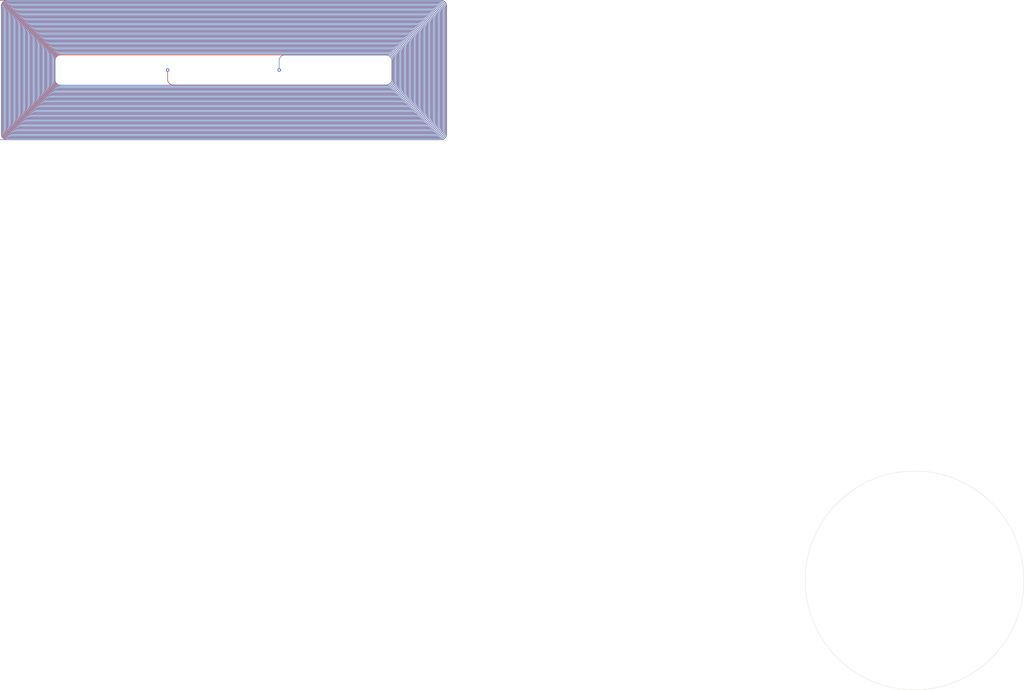
<source format=kicad_pcb>
(kicad_pcb (version 20240108) (generator "pcbnew") (generator_version "8.0")
  (layers (0 "F.Cu" signal) (1 "In1.Cu" signal) (2 "In2.Cu" signal) (31 "B.Cu" signal) (34 "B.Paste" user) (35 "F.Paste" user) (36 "B.SilkS" user "B.Silkscreen") (37 "F.SilkS" user "F.Silkscreen") (38 "B.Mask" user) (39 "F.Mask" user) (44 "Edge.Cuts" user))
  (net 0 "")
  (gr_circle (center 163.897705 104) (end 183.397705 106) (stroke (width 0.05)) (fill none) (layer "Edge.Cuts"))
  (segment (start 0 0) (end 79.0 -2.220446049250313e-16) (width 0.1) (layer "F.Cu") (net 0))
  (segment (start 79.0 -2.220446049250313e-16) (end 79.22252093395632 0.02507208781817616) (width 0.1) (layer "F.Cu") (net 0))
  (segment (start 79.22252093395632 0.02507208781817616) (end 79.43388373911756 0.09903113209758063) (width 0.1) (layer "F.Cu") (net 0))
  (segment (start 79.43388373911756 0.09903113209758063) (end 79.62348980185874 0.21816851753197009) (width 0.1) (layer "F.Cu") (net 0))
  (segment (start 79.62348980185874 0.21816851753197009) (end 79.78183148246804 0.3765101981412663) (width 0.1) (layer "F.Cu") (net 0))
  (segment (start 79.78183148246804 0.3765101981412663) (end 79.90096886790242 0.5661162608824418) (width 0.1) (layer "F.Cu") (net 0))
  (segment (start 79.90096886790242 0.5661162608824418) (end 79.97492791218183 0.7774790660436854) (width 0.1) (layer "F.Cu") (net 0))
  (segment (start 79.97492791218183 0.7774790660436854) (end 80.0 1.0) (width 0.1) (layer "F.Cu") (net 0))
  (segment (start 80.0 1.0) (end 80.0 24.0) (width 0.1) (layer "F.Cu") (net 0))
  (segment (start 80.0 24.0) (end 79.97492791218183 24.222520933956314) (width 0.1) (layer "F.Cu") (net 0))
  (segment (start 79.97492791218183 24.222520933956314) (end 79.90096886790242 24.433883739117558) (width 0.1) (layer "F.Cu") (net 0))
  (segment (start 79.90096886790242 24.433883739117558) (end 79.78183148246804 24.623489801858735) (width 0.1) (layer "F.Cu") (net 0))
  (segment (start 79.78183148246804 24.623489801858735) (end 79.62348980185874 24.78183148246803) (width 0.1) (layer "F.Cu") (net 0))
  (segment (start 79.62348980185874 24.78183148246803) (end 79.43388373911756 24.90096886790242) (width 0.1) (layer "F.Cu") (net 0))
  (segment (start 79.43388373911756 24.90096886790242) (end 79.22252093395632 24.974927912181823) (width 0.1) (layer "F.Cu") (net 0))
  (segment (start 79.22252093395632 24.974927912181823) (end 79.0 25.0) (width 0.1) (layer "F.Cu") (net 0))
  (segment (start 79.0 25.0) (end 1.2 25.0) (width 0.1) (layer "F.Cu") (net 0))
  (segment (start 1.2 25.0) (end 0.9774790660436854 24.974927912181823) (width 0.1) (layer "F.Cu") (net 0))
  (segment (start 0.9774790660436854 24.974927912181823) (end 0.7661162608824417 24.90096886790242) (width 0.1) (layer "F.Cu") (net 0))
  (segment (start 0.7661162608824417 24.90096886790242) (end 0.5765101981412663 24.78183148246803) (width 0.1) (layer "F.Cu") (net 0))
  (segment (start 0.5765101981412663 24.78183148246803) (end 0.41816851753197004 24.623489801858735) (width 0.1) (layer "F.Cu") (net 0))
  (segment (start 0.41816851753197004 24.623489801858735) (end 0.2990311320975807 24.433883739117558) (width 0.1) (layer "F.Cu") (net 0))
  (segment (start 0.2990311320975807 24.433883739117558) (end 0.22507208781817611 24.222520933956314) (width 0.1) (layer "F.Cu") (net 0))
  (segment (start 0.22507208781817611 24.222520933956314) (end 0.19999999999999973 24.0) (width 0.1) (layer "F.Cu") (net 0))
  (segment (start 0.19999999999999973 24.0) (end 0.19999999999999973 1.2) (width 0.1) (layer "F.Cu") (net 0))
  (segment (start 0.19999999999999973 1.2) (end 0.22507208781817611 0.9774790660436854) (width 0.1) (layer "F.Cu") (net 0))
  (segment (start 0.22507208781817611 0.9774790660436854) (end 0.2990311320975806 0.7661162608824417) (width 0.1) (layer "F.Cu") (net 0))
  (segment (start 0.2990311320975806 0.7661162608824417) (end 0.4181685175319698 0.5765101981412664) (width 0.1) (layer "F.Cu") (net 0))
  (segment (start 0.4181685175319698 0.5765101981412664) (end 0.576510198141266 0.41816851753197004) (width 0.1) (layer "F.Cu") (net 0))
  (segment (start 0.576510198141266 0.41816851753197004) (end 0.7661162608824414 0.2990311320975807) (width 0.1) (layer "F.Cu") (net 0))
  (segment (start 0.7661162608824414 0.2990311320975807) (end 0.9774790660436852 0.22507208781817611) (width 0.1) (layer "F.Cu") (net 0))
  (segment (start 0.9774790660436852 0.22507208781817611) (end 1.1999999999999995 0.19999999999999973) (width 0.1) (layer "F.Cu") (net 0))
  (segment (start 1.1999999999999995 0.19999999999999973) (end 78.8 0.19999999999999973) (width 0.1) (layer "F.Cu") (net 0))
  (segment (start 78.8 0.19999999999999973) (end 79.02252093395632 0.22507208781817611) (width 0.1) (layer "F.Cu") (net 0))
  (segment (start 79.02252093395632 0.22507208781817611) (end 79.23388373911756 0.2990311320975806) (width 0.1) (layer "F.Cu") (net 0))
  (segment (start 79.23388373911756 0.2990311320975806) (end 79.42348980185874 0.41816851753197004) (width 0.1) (layer "F.Cu") (net 0))
  (segment (start 79.42348980185874 0.41816851753197004) (end 79.58183148246803 0.5765101981412663) (width 0.1) (layer "F.Cu") (net 0))
  (segment (start 79.58183148246803 0.5765101981412663) (end 79.70096886790242 0.7661162608824418) (width 0.1) (layer "F.Cu") (net 0))
  (segment (start 79.70096886790242 0.7661162608824418) (end 79.77492791218182 0.9774790660436854) (width 0.1) (layer "F.Cu") (net 0))
  (segment (start 79.77492791218182 0.9774790660436854) (end 79.8 1.2) (width 0.1) (layer "F.Cu") (net 0))
  (segment (start 79.8 1.2) (end 79.8 23.8) (width 0.1) (layer "F.Cu") (net 0))
  (segment (start 79.8 23.8) (end 79.77492791218182 24.022520933956315) (width 0.1) (layer "F.Cu") (net 0))
  (segment (start 79.77492791218182 24.022520933956315) (end 79.70096886790242 24.23388373911756) (width 0.1) (layer "F.Cu") (net 0))
  (segment (start 79.70096886790242 24.23388373911756) (end 79.58183148246803 24.423489801858736) (width 0.1) (layer "F.Cu") (net 0))
  (segment (start 79.58183148246803 24.423489801858736) (end 79.42348980185874 24.58183148246803) (width 0.1) (layer "F.Cu") (net 0))
  (segment (start 79.42348980185874 24.58183148246803) (end 79.23388373911756 24.70096886790242) (width 0.1) (layer "F.Cu") (net 0))
  (segment (start 79.23388373911756 24.70096886790242) (end 79.02252093395632 24.774927912181823) (width 0.1) (layer "F.Cu") (net 0))
  (segment (start 79.02252093395632 24.774927912181823) (end 78.8 24.8) (width 0.1) (layer "F.Cu") (net 0))
  (segment (start 78.8 24.8) (end 1.4000000000000001 24.8) (width 0.1) (layer "F.Cu") (net 0))
  (segment (start 1.4000000000000001 24.8) (end 1.1774790660436856 24.774927912181823) (width 0.1) (layer "F.Cu") (net 0))
  (segment (start 1.1774790660436856 24.774927912181823) (end 0.9661162608824418 24.70096886790242) (width 0.1) (layer "F.Cu") (net 0))
  (segment (start 0.9661162608824418 24.70096886790242) (end 0.7765101981412664 24.58183148246803) (width 0.1) (layer "F.Cu") (net 0))
  (segment (start 0.7765101981412664 24.58183148246803) (end 0.6181685175319702 24.423489801858736) (width 0.1) (layer "F.Cu") (net 0))
  (segment (start 0.6181685175319702 24.423489801858736) (end 0.4990311320975809 24.23388373911756) (width 0.1) (layer "F.Cu") (net 0))
  (segment (start 0.4990311320975809 24.23388373911756) (end 0.4250720878181763 24.022520933956315) (width 0.1) (layer "F.Cu") (net 0))
  (segment (start 0.4250720878181763 24.022520933956315) (end 0.3999999999999999 23.8) (width 0.1) (layer "F.Cu") (net 0))
  (segment (start 0.3999999999999999 23.8) (end 0.3999999999999999 1.4000000000000001) (width 0.1) (layer "F.Cu") (net 0))
  (segment (start 0.3999999999999999 1.4000000000000001) (end 0.4250720878181763 1.1774790660436856) (width 0.1) (layer "F.Cu") (net 0))
  (segment (start 0.4250720878181763 1.1774790660436856) (end 0.49903113209758077 0.9661162608824418) (width 0.1) (layer "F.Cu") (net 0))
  (segment (start 0.49903113209758077 0.9661162608824418) (end 0.61816851753197 0.7765101981412665) (width 0.1) (layer "F.Cu") (net 0))
  (segment (start 0.61816851753197 0.7765101981412665) (end 0.7765101981412662 0.6181685175319702) (width 0.1) (layer "F.Cu") (net 0))
  (segment (start 0.7765101981412662 0.6181685175319702) (end 0.9661162608824416 0.4990311320975809) (width 0.1) (layer "F.Cu") (net 0))
  (segment (start 0.9661162608824416 0.4990311320975809) (end 1.1774790660436854 0.4250720878181763) (width 0.1) (layer "F.Cu") (net 0))
  (segment (start 1.1774790660436854 0.4250720878181763) (end 1.3999999999999997 0.3999999999999999) (width 0.1) (layer "F.Cu") (net 0))
  (segment (start 1.3999999999999997 0.3999999999999999) (end 78.60000000000001 0.3999999999999999) (width 0.1) (layer "F.Cu") (net 0))
  (segment (start 78.60000000000001 0.3999999999999999) (end 78.82252093395633 0.4250720878181763) (width 0.1) (layer "F.Cu") (net 0))
  (segment (start 78.82252093395633 0.4250720878181763) (end 79.03388373911757 0.49903113209758077) (width 0.1) (layer "F.Cu") (net 0))
  (segment (start 79.03388373911757 0.49903113209758077) (end 79.22348980185875 0.6181685175319701) (width 0.1) (layer "F.Cu") (net 0))
  (segment (start 79.22348980185875 0.6181685175319701) (end 79.38183148246804 0.7765101981412664) (width 0.1) (layer "F.Cu") (net 0))
  (segment (start 79.38183148246804 0.7765101981412664) (end 79.50096886790243 0.9661162608824418) (width 0.1) (layer "F.Cu") (net 0))
  (segment (start 79.50096886790243 0.9661162608824418) (end 79.57492791218183 1.1774790660436854) (width 0.1) (layer "F.Cu") (net 0))
  (segment (start 79.57492791218183 1.1774790660436854) (end 79.60000000000001 1.4) (width 0.1) (layer "F.Cu") (net 0))
  (segment (start 79.60000000000001 1.4) (end 79.6 23.6) (width 0.1) (layer "F.Cu") (net 0))
  (segment (start 79.6 23.6) (end 79.57492791218182 23.822520933956316) (width 0.1) (layer "F.Cu") (net 0))
  (segment (start 79.57492791218182 23.822520933956316) (end 79.50096886790242 24.03388373911756) (width 0.1) (layer "F.Cu") (net 0))
  (segment (start 79.50096886790242 24.03388373911756) (end 79.38183148246803 24.223489801858737) (width 0.1) (layer "F.Cu") (net 0))
  (segment (start 79.38183148246803 24.223489801858737) (end 79.22348980185873 24.38183148246803) (width 0.1) (layer "F.Cu") (net 0))
  (segment (start 79.22348980185873 24.38183148246803) (end 79.03388373911756 24.500968867902422) (width 0.1) (layer "F.Cu") (net 0))
  (segment (start 79.03388373911756 24.500968867902422) (end 78.82252093395631 24.574927912181824) (width 0.1) (layer "F.Cu") (net 0))
  (segment (start 78.82252093395631 24.574927912181824) (end 78.6 24.6) (width 0.1) (layer "F.Cu") (net 0))
  (segment (start 78.6 24.6) (end 1.6 24.6) (width 0.1) (layer "F.Cu") (net 0))
  (segment (start 1.6 24.6) (end 1.3774790660436855 24.574927912181824) (width 0.1) (layer "F.Cu") (net 0))
  (segment (start 1.3774790660436855 24.574927912181824) (end 1.1661162608824418 24.500968867902422) (width 0.1) (layer "F.Cu") (net 0))
  (segment (start 1.1661162608824418 24.500968867902422) (end 0.9765101981412664 24.38183148246803) (width 0.1) (layer "F.Cu") (net 0))
  (segment (start 0.9765101981412664 24.38183148246803) (end 0.8181685175319702 24.223489801858737) (width 0.1) (layer "F.Cu") (net 0))
  (segment (start 0.8181685175319702 24.223489801858737) (end 0.6990311320975808 24.03388373911756) (width 0.1) (layer "F.Cu") (net 0))
  (segment (start 0.6990311320975808 24.03388373911756) (end 0.6250720878181762 23.822520933956316) (width 0.1) (layer "F.Cu") (net 0))
  (segment (start 0.6250720878181762 23.822520933956316) (end 0.5999999999999999 23.6) (width 0.1) (layer "F.Cu") (net 0))
  (segment (start 0.5999999999999999 23.6) (end 0.5999999999999999 1.6000000000000003) (width 0.1) (layer "F.Cu") (net 0))
  (segment (start 0.5999999999999999 1.6000000000000003) (end 0.6250720878181762 1.3774790660436853) (width 0.1) (layer "F.Cu") (net 0))
  (segment (start 0.6250720878181762 1.3774790660436853) (end 0.6990311320975805 1.166116260882442) (width 0.1) (layer "F.Cu") (net 0))
  (segment (start 0.6990311320975805 1.166116260882442) (end 0.8181685175319697 0.9765101981412666) (width 0.1) (layer "F.Cu") (net 0))
  (segment (start 0.8181685175319697 0.9765101981412666) (end 0.9765101981412662 0.81816851753197) (width 0.1) (layer "F.Cu") (net 0))
  (segment (start 0.9765101981412662 0.81816851753197) (end 1.1661162608824416 0.6990311320975806) (width 0.1) (layer "F.Cu") (net 0))
  (segment (start 1.1661162608824416 0.6990311320975806) (end 1.3774790660436853 0.625072087818176) (width 0.1) (layer "F.Cu") (net 0))
  (segment (start 1.3774790660436853 0.625072087818176) (end 1.5999999999999996 0.5999999999999996) (width 0.1) (layer "F.Cu") (net 0))
  (segment (start 1.5999999999999996 0.5999999999999996) (end 78.39999999999999 0.5999999999999999) (width 0.1) (layer "F.Cu") (net 0))
  (segment (start 78.39999999999999 0.5999999999999999) (end 78.62252093395631 0.6250720878181762) (width 0.1) (layer "F.Cu") (net 0))
  (segment (start 78.62252093395631 0.6250720878181762) (end 78.83388373911755 0.6990311320975807) (width 0.1) (layer "F.Cu") (net 0))
  (segment (start 78.83388373911755 0.6990311320975807) (end 79.02348980185873 0.8181685175319702) (width 0.1) (layer "F.Cu") (net 0))
  (segment (start 79.02348980185873 0.8181685175319702) (end 79.18183148246803 0.9765101981412664) (width 0.1) (layer "F.Cu") (net 0))
  (segment (start 79.18183148246803 0.9765101981412664) (end 79.30096886790241 1.166116260882442) (width 0.1) (layer "F.Cu") (net 0))
  (segment (start 79.30096886790241 1.166116260882442) (end 79.37492791218182 1.3774790660436855) (width 0.1) (layer "F.Cu") (net 0))
  (segment (start 79.37492791218182 1.3774790660436855) (end 79.39999999999999 1.6) (width 0.1) (layer "F.Cu") (net 0))
  (segment (start 79.39999999999999 1.6) (end 79.39999999999998 23.400000000000006) (width 0.1) (layer "F.Cu") (net 0))
  (segment (start 79.39999999999998 23.400000000000006) (end 79.3749279121818 23.62252093395632) (width 0.1) (layer "F.Cu") (net 0))
  (segment (start 79.3749279121818 23.62252093395632) (end 79.3009688679024 23.833883739117564) (width 0.1) (layer "F.Cu") (net 0))
  (segment (start 79.3009688679024 23.833883739117564) (end 79.18183148246801 24.02348980185874) (width 0.1) (layer "F.Cu") (net 0))
  (segment (start 79.18183148246801 24.02348980185874) (end 79.02348980185872 24.181831482468034) (width 0.1) (layer "F.Cu") (net 0))
  (segment (start 79.02348980185872 24.181831482468034) (end 78.83388373911754 24.300968867902426) (width 0.1) (layer "F.Cu") (net 0))
  (segment (start 78.83388373911754 24.300968867902426) (end 78.6225209339563 24.37492791218183) (width 0.1) (layer "F.Cu") (net 0))
  (segment (start 78.6225209339563 24.37492791218183) (end 78.39999999999998 24.400000000000006) (width 0.1) (layer "F.Cu") (net 0))
  (segment (start 78.39999999999998 24.400000000000006) (end 1.8000000000000003 24.400000000000006) (width 0.1) (layer "F.Cu") (net 0))
  (segment (start 1.8000000000000003 24.400000000000006) (end 1.5774790660436857 24.37492791218183) (width 0.1) (layer "F.Cu") (net 0))
  (segment (start 1.5774790660436857 24.37492791218183) (end 1.3661162608824418 24.300968867902426) (width 0.1) (layer "F.Cu") (net 0))
  (segment (start 1.3661162608824418 24.300968867902426) (end 1.1765101981412667 24.181831482468034) (width 0.1) (layer "F.Cu") (net 0))
  (segment (start 1.1765101981412667 24.181831482468034) (end 1.0181685175319701 24.02348980185874) (width 0.1) (layer "F.Cu") (net 0))
  (segment (start 1.0181685175319701 24.02348980185874) (end 0.8990311320975808 23.833883739117564) (width 0.1) (layer "F.Cu") (net 0))
  (segment (start 0.8990311320975808 23.833883739117564) (end 0.8250720878181762 23.62252093395632) (width 0.1) (layer "F.Cu") (net 0))
  (segment (start 0.8250720878181762 23.62252093395632) (end 0.7999999999999998 23.400000000000006) (width 0.1) (layer "F.Cu") (net 0))
  (segment (start 0.7999999999999998 23.400000000000006) (end 0.7999999999999998 1.8) (width 0.1) (layer "F.Cu") (net 0))
  (segment (start 0.7999999999999998 1.8) (end 0.8250720878181762 1.5774790660436855) (width 0.1) (layer "F.Cu") (net 0))
  (segment (start 0.8250720878181762 1.5774790660436855) (end 0.8990311320975807 1.3661162608824418) (width 0.1) (layer "F.Cu") (net 0))
  (segment (start 0.8990311320975807 1.3661162608824418) (end 1.01816851753197 1.1765101981412665) (width 0.1) (layer "F.Cu") (net 0))
  (segment (start 1.01816851753197 1.1765101981412665) (end 1.176510198141266 1.0181685175319701) (width 0.1) (layer "F.Cu") (net 0))
  (segment (start 1.176510198141266 1.0181685175319701) (end 1.3661162608824415 0.8990311320975808) (width 0.1) (layer "F.Cu") (net 0))
  (segment (start 1.3661162608824415 0.8990311320975808) (end 1.5774790660436853 0.8250720878181762) (width 0.1) (layer "F.Cu") (net 0))
  (segment (start 1.5774790660436853 0.8250720878181762) (end 1.7999999999999996 0.7999999999999998) (width 0.1) (layer "F.Cu") (net 0))
  (segment (start 1.7999999999999996 0.7999999999999998) (end 78.19999999999997 0.7999999999999998) (width 0.1) (layer "F.Cu") (net 0))
  (segment (start 78.19999999999997 0.7999999999999998) (end 78.42252093395629 0.8250720878181762) (width 0.1) (layer "F.Cu") (net 0))
  (segment (start 78.42252093395629 0.8250720878181762) (end 78.63388373911754 0.8990311320975807) (width 0.1) (layer "F.Cu") (net 0))
  (segment (start 78.63388373911754 0.8990311320975807) (end 78.82348980185871 1.01816851753197) (width 0.1) (layer "F.Cu") (net 0))
  (segment (start 78.82348980185871 1.01816851753197) (end 78.98183148246801 1.1765101981412665) (width 0.1) (layer "F.Cu") (net 0))
  (segment (start 78.98183148246801 1.1765101981412665) (end 79.1009688679024 1.3661162608824418) (width 0.1) (layer "F.Cu") (net 0))
  (segment (start 79.1009688679024 1.3661162608824418) (end 79.1749279121818 1.5774790660436853) (width 0.1) (layer "F.Cu") (net 0))
  (segment (start 79.1749279121818 1.5774790660436853) (end 79.19999999999997 1.7999999999999998) (width 0.1) (layer "F.Cu") (net 0))
  (segment (start 79.19999999999997 1.7999999999999998) (end 79.19999999999996 23.200000000000003) (width 0.1) (layer "F.Cu") (net 0))
  (segment (start 79.19999999999996 23.200000000000003) (end 79.17492791218179 23.422520933956317) (width 0.1) (layer "F.Cu") (net 0))
  (segment (start 79.17492791218179 23.422520933956317) (end 79.10096886790238 23.63388373911756) (width 0.1) (layer "F.Cu") (net 0))
  (segment (start 79.10096886790238 23.63388373911756) (end 78.981831482468 23.823489801858738) (width 0.1) (layer "F.Cu") (net 0))
  (segment (start 78.981831482468 23.823489801858738) (end 78.8234898018587 23.98183148246803) (width 0.1) (layer "F.Cu") (net 0))
  (segment (start 78.8234898018587 23.98183148246803) (end 78.63388373911752 24.100968867902424) (width 0.1) (layer "F.Cu") (net 0))
  (segment (start 78.63388373911752 24.100968867902424) (end 78.42252093395628 24.174927912181825) (width 0.1) (layer "F.Cu") (net 0))
  (segment (start 78.42252093395628 24.174927912181825) (end 78.19999999999996 24.200000000000003) (width 0.1) (layer "F.Cu") (net 0))
  (segment (start 78.19999999999996 24.200000000000003) (end 2.0 24.200000000000003) (width 0.1) (layer "F.Cu") (net 0))
  (segment (start 2.0 24.200000000000003) (end 1.7774790660436854 24.174927912181825) (width 0.1) (layer "F.Cu") (net 0))
  (segment (start 1.7774790660436854 24.174927912181825) (end 1.5661162608824417 24.100968867902424) (width 0.1) (layer "F.Cu") (net 0))
  (segment (start 1.5661162608824417 24.100968867902424) (end 1.3765101981412662 23.98183148246803) (width 0.1) (layer "F.Cu") (net 0))
  (segment (start 1.3765101981412662 23.98183148246803) (end 1.21816851753197 23.823489801858738) (width 0.1) (layer "F.Cu") (net 0))
  (segment (start 1.21816851753197 23.823489801858738) (end 1.0990311320975807 23.63388373911756) (width 0.1) (layer "F.Cu") (net 0))
  (segment (start 1.0990311320975807 23.63388373911756) (end 1.025072087818176 23.422520933956317) (width 0.1) (layer "F.Cu") (net 0))
  (segment (start 1.025072087818176 23.422520933956317) (end 0.9999999999999998 23.200000000000003) (width 0.1) (layer "F.Cu") (net 0))
  (segment (start 0.9999999999999998 23.200000000000003) (end 0.9999999999999998 2.0) (width 0.1) (layer "F.Cu") (net 0))
  (segment (start 0.9999999999999998 2.0) (end 1.025072087818176 1.7774790660436854) (width 0.1) (layer "F.Cu") (net 0))
  (segment (start 1.025072087818176 1.7774790660436854) (end 1.0990311320975805 1.5661162608824417) (width 0.1) (layer "F.Cu") (net 0))
  (segment (start 1.0990311320975805 1.5661162608824417) (end 1.2181685175319699 1.3765101981412664) (width 0.1) (layer "F.Cu") (net 0))
  (segment (start 1.2181685175319699 1.3765101981412664) (end 1.3765101981412662 1.21816851753197) (width 0.1) (layer "F.Cu") (net 0))
  (segment (start 1.3765101981412662 1.21816851753197) (end 1.5661162608824415 1.0990311320975807) (width 0.1) (layer "F.Cu") (net 0))
  (segment (start 1.5661162608824415 1.0990311320975807) (end 1.7774790660436852 1.025072087818176) (width 0.1) (layer "F.Cu") (net 0))
  (segment (start 1.7774790660436852 1.025072087818176) (end 1.9999999999999996 0.9999999999999998) (width 0.1) (layer "F.Cu") (net 0))
  (segment (start 1.9999999999999996 0.9999999999999998) (end 77.99999999999997 0.9999999999999998) (width 0.1) (layer "F.Cu") (net 0))
  (segment (start 77.99999999999997 0.9999999999999998) (end 78.22252093395629 1.025072087818176) (width 0.1) (layer "F.Cu") (net 0))
  (segment (start 78.22252093395629 1.025072087818176) (end 78.43388373911753 1.0990311320975805) (width 0.1) (layer "F.Cu") (net 0))
  (segment (start 78.43388373911753 1.0990311320975805) (end 78.62348980185871 1.21816851753197) (width 0.1) (layer "F.Cu") (net 0))
  (segment (start 78.62348980185871 1.21816851753197) (end 78.78183148246801 1.3765101981412662) (width 0.1) (layer "F.Cu") (net 0))
  (segment (start 78.78183148246801 1.3765101981412662) (end 78.90096886790239 1.566116260882442) (width 0.1) (layer "F.Cu") (net 0))
  (segment (start 78.90096886790239 1.566116260882442) (end 78.9749279121818 1.7774790660436854) (width 0.1) (layer "F.Cu") (net 0))
  (segment (start 78.9749279121818 1.7774790660436854) (end 78.99999999999997 2.0) (width 0.1) (layer "F.Cu") (net 0))
  (segment (start 78.99999999999997 2.0) (end 78.99999999999997 23.000000000000004) (width 0.1) (layer "F.Cu") (net 0))
  (segment (start 78.99999999999997 23.000000000000004) (end 78.9749279121818 23.222520933956318) (width 0.1) (layer "F.Cu") (net 0))
  (segment (start 78.9749279121818 23.222520933956318) (end 78.90096886790239 23.43388373911756) (width 0.1) (layer "F.Cu") (net 0))
  (segment (start 78.90096886790239 23.43388373911756) (end 78.78183148246801 23.62348980185874) (width 0.1) (layer "F.Cu") (net 0))
  (segment (start 78.78183148246801 23.62348980185874) (end 78.62348980185871 23.781831482468032) (width 0.1) (layer "F.Cu") (net 0))
  (segment (start 78.62348980185871 23.781831482468032) (end 78.43388373911753 23.900968867902424) (width 0.1) (layer "F.Cu") (net 0))
  (segment (start 78.43388373911753 23.900968867902424) (end 78.22252093395629 23.974927912181826) (width 0.1) (layer "F.Cu") (net 0))
  (segment (start 78.22252093395629 23.974927912181826) (end 77.99999999999997 24.000000000000004) (width 0.1) (layer "F.Cu") (net 0))
  (segment (start 77.99999999999997 24.000000000000004) (end 2.2 24.000000000000007) (width 0.1) (layer "F.Cu") (net 0))
  (segment (start 2.2 24.000000000000007) (end 1.9774790660436856 23.97492791218183) (width 0.1) (layer "F.Cu") (net 0))
  (segment (start 1.9774790660436856 23.97492791218183) (end 1.7661162608824417 23.900968867902428) (width 0.1) (layer "F.Cu") (net 0))
  (segment (start 1.7661162608824417 23.900968867902428) (end 1.5765101981412666 23.781831482468036) (width 0.1) (layer "F.Cu") (net 0))
  (segment (start 1.5765101981412666 23.781831482468036) (end 1.41816851753197 23.623489801858742) (width 0.1) (layer "F.Cu") (net 0))
  (segment (start 1.41816851753197 23.623489801858742) (end 1.2990311320975807 23.433883739117565) (width 0.1) (layer "F.Cu") (net 0))
  (segment (start 1.2990311320975807 23.433883739117565) (end 1.2250720878181762 23.22252093395632) (width 0.1) (layer "F.Cu") (net 0))
  (segment (start 1.2250720878181762 23.22252093395632) (end 1.1999999999999997 23.000000000000007) (width 0.1) (layer "F.Cu") (net 0))
  (segment (start 1.1999999999999997 23.000000000000007) (end 1.2000000000000002 2.2) (width 0.1) (layer "F.Cu") (net 0))
  (segment (start 1.2000000000000002 2.2) (end 1.2250720878181767 1.9774790660436858) (width 0.1) (layer "F.Cu") (net 0))
  (segment (start 1.2250720878181767 1.9774790660436858) (end 1.2990311320975811 1.7661162608824421) (width 0.1) (layer "F.Cu") (net 0))
  (segment (start 1.2990311320975811 1.7661162608824421) (end 1.4181685175319703 1.5765101981412668) (width 0.1) (layer "F.Cu") (net 0))
  (segment (start 1.4181685175319703 1.5765101981412668) (end 1.5765101981412664 1.4181685175319705) (width 0.1) (layer "F.Cu") (net 0))
  (segment (start 1.5765101981412664 1.4181685175319705) (end 1.766116260882442 1.2990311320975811) (width 0.1) (layer "F.Cu") (net 0))
  (segment (start 1.766116260882442 1.2990311320975811) (end 1.9774790660436856 1.2250720878181767) (width 0.1) (layer "F.Cu") (net 0))
  (segment (start 1.9774790660436856 1.2250720878181767) (end 2.2 1.2000000000000002) (width 0.1) (layer "F.Cu") (net 0))
  (segment (start 2.2 1.2000000000000002) (end 77.79999999999997 1.1999999999999993) (width 0.1) (layer "F.Cu") (net 0))
  (segment (start 77.79999999999997 1.1999999999999993) (end 78.02252093395629 1.2250720878181758) (width 0.1) (layer "F.Cu") (net 0))
  (segment (start 78.02252093395629 1.2250720878181758) (end 78.23388373911753 1.2990311320975803) (width 0.1) (layer "F.Cu") (net 0))
  (segment (start 78.23388373911753 1.2990311320975803) (end 78.42348980185871 1.4181685175319696) (width 0.1) (layer "F.Cu") (net 0))
  (segment (start 78.42348980185871 1.4181685175319696) (end 78.581831482468 1.576510198141266) (width 0.1) (layer "F.Cu") (net 0))
  (segment (start 78.581831482468 1.576510198141266) (end 78.70096886790239 1.7661162608824414) (width 0.1) (layer "F.Cu") (net 0))
  (segment (start 78.70096886790239 1.7661162608824414) (end 78.7749279121818 1.9774790660436852) (width 0.1) (layer "F.Cu") (net 0))
  (segment (start 78.7749279121818 1.9774790660436852) (end 78.79999999999997 2.1999999999999997) (width 0.1) (layer "F.Cu") (net 0))
  (segment (start 78.79999999999997 2.1999999999999997) (end 78.79999999999997 22.800000000000008) (width 0.1) (layer "F.Cu") (net 0))
  (segment (start 78.79999999999997 22.800000000000008) (end 78.7749279121818 23.022520933956322) (width 0.1) (layer "F.Cu") (net 0))
  (segment (start 78.7749279121818 23.022520933956322) (end 78.70096886790239 23.233883739117566) (width 0.1) (layer "F.Cu") (net 0))
  (segment (start 78.70096886790239 23.233883739117566) (end 78.581831482468 23.423489801858743) (width 0.1) (layer "F.Cu") (net 0))
  (segment (start 78.581831482468 23.423489801858743) (end 78.42348980185871 23.581831482468036) (width 0.1) (layer "F.Cu") (net 0))
  (segment (start 78.42348980185871 23.581831482468036) (end 78.23388373911753 23.70096886790243) (width 0.1) (layer "F.Cu") (net 0))
  (segment (start 78.23388373911753 23.70096886790243) (end 78.02252093395629 23.77492791218183) (width 0.1) (layer "F.Cu") (net 0))
  (segment (start 78.02252093395629 23.77492791218183) (end 77.79999999999997 23.800000000000008) (width 0.1) (layer "F.Cu") (net 0))
  (segment (start 77.79999999999997 23.800000000000008) (end 2.4 23.800000000000008) (width 0.1) (layer "F.Cu") (net 0))
  (segment (start 2.4 23.800000000000008) (end 2.177479066043685 23.77492791218183) (width 0.1) (layer "F.Cu") (net 0))
  (segment (start 2.177479066043685 23.77492791218183) (end 1.9661162608824414 23.70096886790243) (width 0.1) (layer "F.Cu") (net 0))
  (segment (start 1.9661162608824414 23.70096886790243) (end 1.7765101981412663 23.581831482468036) (width 0.1) (layer "F.Cu") (net 0))
  (segment (start 1.7765101981412663 23.581831482468036) (end 1.6181685175319698 23.423489801858743) (width 0.1) (layer "F.Cu") (net 0))
  (segment (start 1.6181685175319698 23.423489801858743) (end 1.4990311320975804 23.233883739117566) (width 0.1) (layer "F.Cu") (net 0))
  (segment (start 1.4990311320975804 23.233883739117566) (end 1.425072087818176 23.022520933956322) (width 0.1) (layer "F.Cu") (net 0))
  (segment (start 1.425072087818176 23.022520933956322) (end 1.3999999999999995 22.800000000000008) (width 0.1) (layer "F.Cu") (net 0))
  (segment (start 1.3999999999999995 22.800000000000008) (end 1.4 2.4000000000000004) (width 0.1) (layer "F.Cu") (net 0))
  (segment (start 1.4 2.4000000000000004) (end 1.4250720878181764 2.1774790660436856) (width 0.1) (layer "F.Cu") (net 0))
  (segment (start 1.4250720878181764 2.1774790660436856) (end 1.4990311320975804 1.9661162608824423) (width 0.1) (layer "F.Cu") (net 0))
  (segment (start 1.4990311320975804 1.9661162608824423) (end 1.6181685175319698 1.776510198141267) (width 0.1) (layer "F.Cu") (net 0))
  (segment (start 1.6181685175319698 1.776510198141267) (end 1.776510198141266 1.6181685175319702) (width 0.1) (layer "F.Cu") (net 0))
  (segment (start 1.776510198141266 1.6181685175319702) (end 1.9661162608824416 1.4990311320975809) (width 0.1) (layer "F.Cu") (net 0))
  (segment (start 1.9661162608824416 1.4990311320975809) (end 2.177479066043685 1.4250720878181764) (width 0.1) (layer "F.Cu") (net 0))
  (segment (start 2.177479066043685 1.4250720878181764) (end 2.4 1.4) (width 0.1) (layer "F.Cu") (net 0))
  (segment (start 2.4 1.4) (end 77.59999999999997 1.3999999999999995) (width 0.1) (layer "F.Cu") (net 0))
  (segment (start 77.59999999999997 1.3999999999999995) (end 77.82252093395628 1.425072087818176) (width 0.1) (layer "F.Cu") (net 0))
  (segment (start 77.82252093395628 1.425072087818176) (end 78.03388373911753 1.4990311320975804) (width 0.1) (layer "F.Cu") (net 0))
  (segment (start 78.03388373911753 1.4990311320975804) (end 78.2234898018587 1.6181685175319698) (width 0.1) (layer "F.Cu") (net 0))
  (segment (start 78.2234898018587 1.6181685175319698) (end 78.381831482468 1.776510198141266) (width 0.1) (layer "F.Cu") (net 0))
  (segment (start 78.381831482468 1.776510198141266) (end 78.50096886790239 1.9661162608824416) (width 0.1) (layer "F.Cu") (net 0))
  (segment (start 78.50096886790239 1.9661162608824416) (end 78.57492791218179 2.1774790660436856) (width 0.1) (layer "F.Cu") (net 0))
  (segment (start 78.57492791218179 2.1774790660436856) (end 78.59999999999997 2.4) (width 0.1) (layer "F.Cu") (net 0))
  (segment (start 78.59999999999997 2.4) (end 78.59999999999998 22.60000000000001) (width 0.1) (layer "F.Cu") (net 0))
  (segment (start 78.59999999999998 22.60000000000001) (end 78.5749279121818 22.822520933956323) (width 0.1) (layer "F.Cu") (net 0))
  (segment (start 78.5749279121818 22.822520933956323) (end 78.5009688679024 23.033883739117567) (width 0.1) (layer "F.Cu") (net 0))
  (segment (start 78.5009688679024 23.033883739117567) (end 78.38183148246802 23.223489801858744) (width 0.1) (layer "F.Cu") (net 0))
  (segment (start 78.38183148246802 23.223489801858744) (end 78.22348980185872 23.381831482468037) (width 0.1) (layer "F.Cu") (net 0))
  (segment (start 78.22348980185872 23.381831482468037) (end 78.03388373911754 23.50096886790243) (width 0.1) (layer "F.Cu") (net 0))
  (segment (start 78.03388373911754 23.50096886790243) (end 77.8225209339563 23.57492791218183) (width 0.1) (layer "F.Cu") (net 0))
  (segment (start 77.8225209339563 23.57492791218183) (end 77.59999999999998 23.60000000000001) (width 0.1) (layer "F.Cu") (net 0))
  (segment (start 77.59999999999998 23.60000000000001) (end 2.5999999999999996 23.60000000000001) (width 0.1) (layer "F.Cu") (net 0))
  (segment (start 2.5999999999999996 23.60000000000001) (end 2.3774790660436853 23.57492791218183) (width 0.1) (layer "F.Cu") (net 0))
  (segment (start 2.3774790660436853 23.57492791218183) (end 2.1661162608824416 23.50096886790243) (width 0.1) (layer "F.Cu") (net 0))
  (segment (start 2.1661162608824416 23.50096886790243) (end 1.9765101981412663 23.381831482468037) (width 0.1) (layer "F.Cu") (net 0))
  (segment (start 1.9765101981412663 23.381831482468037) (end 1.81816851753197 23.223489801858744) (width 0.1) (layer "F.Cu") (net 0))
  (segment (start 1.81816851753197 23.223489801858744) (end 1.6990311320975806 23.033883739117567) (width 0.1) (layer "F.Cu") (net 0))
  (segment (start 1.6990311320975806 23.033883739117567) (end 1.6250720878181761 22.822520933956323) (width 0.1) (layer "F.Cu") (net 0))
  (segment (start 1.6250720878181761 22.822520933956323) (end 1.5999999999999996 22.60000000000001) (width 0.1) (layer "F.Cu") (net 0))
  (segment (start 1.5999999999999996 22.60000000000001) (end 1.5999999999999996 2.5999999999999996) (width 0.1) (layer "F.Cu") (net 0))
  (segment (start 1.5999999999999996 2.5999999999999996) (end 1.6250720878181761 2.3774790660436853) (width 0.1) (layer "F.Cu") (net 0))
  (segment (start 1.6250720878181761 2.3774790660436853) (end 1.6990311320975806 2.1661162608824416) (width 0.1) (layer "F.Cu") (net 0))
  (segment (start 1.6990311320975806 2.1661162608824416) (end 1.8181685175319697 1.9765101981412663) (width 0.1) (layer "F.Cu") (net 0))
  (segment (start 1.8181685175319697 1.9765101981412663) (end 1.9765101981412658 1.81816851753197) (width 0.1) (layer "F.Cu") (net 0))
  (segment (start 1.9765101981412658 1.81816851753197) (end 2.1661162608824416 1.6990311320975806) (width 0.1) (layer "F.Cu") (net 0))
  (segment (start 2.1661162608824416 1.6990311320975806) (end 2.377479066043685 1.6250720878181761) (width 0.1) (layer "F.Cu") (net 0))
  (segment (start 2.377479066043685 1.6250720878181761) (end 2.5999999999999996 1.5999999999999996) (width 0.1) (layer "F.Cu") (net 0))
  (segment (start 2.5999999999999996 1.5999999999999996) (end 77.39999999999996 1.5999999999999996) (width 0.1) (layer "F.Cu") (net 0))
  (segment (start 77.39999999999996 1.5999999999999996) (end 77.62252093395628 1.6250720878181761) (width 0.1) (layer "F.Cu") (net 0))
  (segment (start 77.62252093395628 1.6250720878181761) (end 77.83388373911752 1.6990311320975806) (width 0.1) (layer "F.Cu") (net 0))
  (segment (start 77.83388373911752 1.6990311320975806) (end 78.0234898018587 1.81816851753197) (width 0.1) (layer "F.Cu") (net 0))
  (segment (start 78.0234898018587 1.81816851753197) (end 78.181831482468 1.9765101981412663) (width 0.1) (layer "F.Cu") (net 0))
  (segment (start 78.181831482468 1.9765101981412663) (end 78.30096886790238 2.166116260882442) (width 0.1) (layer "F.Cu") (net 0))
  (segment (start 78.30096886790238 2.166116260882442) (end 78.37492791218179 2.3774790660436858) (width 0.1) (layer "F.Cu") (net 0))
  (segment (start 78.37492791218179 2.3774790660436858) (end 78.39999999999996 2.6) (width 0.1) (layer "F.Cu") (net 0))
  (segment (start 78.39999999999996 2.6) (end 78.39999999999993 22.400000000000013) (width 0.1) (layer "F.Cu") (net 0))
  (segment (start 78.39999999999993 22.400000000000013) (end 78.37492791218176 22.622520933956327) (width 0.1) (layer "F.Cu") (net 0))
  (segment (start 78.37492791218176 22.622520933956327) (end 78.30096886790236 22.83388373911757) (width 0.1) (layer "F.Cu") (net 0))
  (segment (start 78.30096886790236 22.83388373911757) (end 78.18183148246797 23.023489801858748) (width 0.1) (layer "F.Cu") (net 0))
  (segment (start 78.18183148246797 23.023489801858748) (end 78.02348980185867 23.18183148246804) (width 0.1) (layer "F.Cu") (net 0))
  (segment (start 78.02348980185867 23.18183148246804) (end 77.8338837391175 23.300968867902434) (width 0.1) (layer "F.Cu") (net 0))
  (segment (start 77.8338837391175 23.300968867902434) (end 77.62252093395625 23.374927912181835) (width 0.1) (layer "F.Cu") (net 0))
  (segment (start 77.62252093395625 23.374927912181835) (end 77.39999999999993 23.400000000000013) (width 0.1) (layer "F.Cu") (net 0))
  (segment (start 77.39999999999993 23.400000000000013) (end 2.8 23.400000000000013) (width 0.1) (layer "F.Cu") (net 0))
  (segment (start 2.8 23.400000000000013) (end 2.5774790660436855 23.374927912181835) (width 0.1) (layer "F.Cu") (net 0))
  (segment (start 2.5774790660436855 23.374927912181835) (end 2.3661162608824418 23.300968867902434) (width 0.1) (layer "F.Cu") (net 0))
  (segment (start 2.3661162608824418 23.300968867902434) (end 2.1765101981412665 23.18183148246804) (width 0.1) (layer "F.Cu") (net 0))
  (segment (start 2.1765101981412665 23.18183148246804) (end 2.0181685175319704 23.023489801858748) (width 0.1) (layer "F.Cu") (net 0))
  (segment (start 2.0181685175319704 23.023489801858748) (end 1.8990311320975808 22.83388373911757) (width 0.1) (layer "F.Cu") (net 0))
  (segment (start 1.8990311320975808 22.83388373911757) (end 1.8250720878181763 22.622520933956327) (width 0.1) (layer "F.Cu") (net 0))
  (segment (start 1.8250720878181763 22.622520933956327) (end 1.7999999999999998 22.400000000000013) (width 0.1) (layer "F.Cu") (net 0))
  (segment (start 1.7999999999999998 22.400000000000013) (end 1.7999999999999998 2.8) (width 0.1) (layer "F.Cu") (net 0))
  (segment (start 1.7999999999999998 2.8) (end 1.8250720878181763 2.5774790660436855) (width 0.1) (layer "F.Cu") (net 0))
  (segment (start 1.8250720878181763 2.5774790660436855) (end 1.8990311320975808 2.3661162608824418) (width 0.1) (layer "F.Cu") (net 0))
  (segment (start 1.8990311320975808 2.3661162608824418) (end 2.01816851753197 2.1765101981412665) (width 0.1) (layer "F.Cu") (net 0))
  (segment (start 2.01816851753197 2.1765101981412665) (end 2.176510198141266 2.0181685175319704) (width 0.1) (layer "F.Cu") (net 0))
  (segment (start 2.176510198141266 2.0181685175319704) (end 2.3661162608824418 1.8990311320975808) (width 0.1) (layer "F.Cu") (net 0))
  (segment (start 2.3661162608824418 1.8990311320975808) (end 2.577479066043685 1.8250720878181763) (width 0.1) (layer "F.Cu") (net 0))
  (segment (start 2.577479066043685 1.8250720878181763) (end 2.8 1.7999999999999998) (width 0.1) (layer "F.Cu") (net 0))
  (segment (start 2.8 1.7999999999999998) (end 77.19999999999995 1.7999999999999998) (width 0.1) (layer "F.Cu") (net 0))
  (segment (start 77.19999999999995 1.7999999999999998) (end 77.42252093395626 1.8250720878181763) (width 0.1) (layer "F.Cu") (net 0))
  (segment (start 77.42252093395626 1.8250720878181763) (end 77.63388373911751 1.8990311320975808) (width 0.1) (layer "F.Cu") (net 0))
  (segment (start 77.63388373911751 1.8990311320975808) (end 77.82348980185868 2.01816851753197) (width 0.1) (layer "F.Cu") (net 0))
  (segment (start 77.82348980185868 2.01816851753197) (end 77.98183148246798 2.1765101981412665) (width 0.1) (layer "F.Cu") (net 0))
  (segment (start 77.98183148246798 2.1765101981412665) (end 78.10096886790237 2.3661162608824418) (width 0.1) (layer "F.Cu") (net 0))
  (segment (start 78.10096886790237 2.3661162608824418) (end 78.17492791218177 2.5774790660436855) (width 0.1) (layer "F.Cu") (net 0))
  (segment (start 78.17492791218177 2.5774790660436855) (end 78.19999999999995 2.8) (width 0.1) (layer "F.Cu") (net 0))
  (segment (start 78.19999999999995 2.8) (end 78.19999999999995 22.20000000000001) (width 0.1) (layer "F.Cu") (net 0))
  (segment (start 78.19999999999995 22.20000000000001) (end 78.17492791218177 22.422520933956324) (width 0.1) (layer "F.Cu") (net 0))
  (segment (start 78.17492791218177 22.422520933956324) (end 78.10096886790237 22.633883739117568) (width 0.1) (layer "F.Cu") (net 0))
  (segment (start 78.10096886790237 22.633883739117568) (end 77.98183148246798 22.823489801858745) (width 0.1) (layer "F.Cu") (net 0))
  (segment (start 77.98183148246798 22.823489801858745) (end 77.82348980185868 22.98183148246804) (width 0.1) (layer "F.Cu") (net 0))
  (segment (start 77.82348980185868 22.98183148246804) (end 77.63388373911751 23.10096886790243) (width 0.1) (layer "F.Cu") (net 0))
  (segment (start 77.63388373911751 23.10096886790243) (end 77.42252093395626 23.174927912181833) (width 0.1) (layer "F.Cu") (net 0))
  (segment (start 77.42252093395626 23.174927912181833) (end 77.19999999999995 23.20000000000001) (width 0.1) (layer "F.Cu") (net 0))
  (segment (start 77.19999999999995 23.20000000000001) (end 3.0 23.200000000000014) (width 0.1) (layer "F.Cu") (net 0))
  (segment (start 3.0 23.200000000000014) (end 2.7774790660436857 23.174927912181836) (width 0.1) (layer "F.Cu") (net 0))
  (segment (start 2.7774790660436857 23.174927912181836) (end 2.5661162608824415 23.100968867902434) (width 0.1) (layer "F.Cu") (net 0))
  (segment (start 2.5661162608824415 23.100968867902434) (end 2.3765101981412666 22.981831482468042) (width 0.1) (layer "F.Cu") (net 0))
  (segment (start 2.3765101981412666 22.981831482468042) (end 2.2181685175319696 22.82348980185875) (width 0.1) (layer "F.Cu") (net 0))
  (segment (start 2.2181685175319696 22.82348980185875) (end 2.0990311320975805 22.63388373911757) (width 0.1) (layer "F.Cu") (net 0))
  (segment (start 2.0990311320975805 22.63388373911757) (end 2.025072087818176 22.422520933956328) (width 0.1) (layer "F.Cu") (net 0))
  (segment (start 2.025072087818176 22.422520933956328) (end 1.9999999999999996 22.200000000000014) (width 0.1) (layer "F.Cu") (net 0))
  (segment (start 1.9999999999999996 22.200000000000014) (end 1.9999999999999996 3.0) (width 0.1) (layer "F.Cu") (net 0))
  (segment (start 1.9999999999999996 3.0) (end 2.025072087818176 2.777479066043685) (width 0.1) (layer "F.Cu") (net 0))
  (segment (start 2.025072087818176 2.777479066043685) (end 2.09903113209758 2.566116260882442) (width 0.1) (layer "F.Cu") (net 0))
  (segment (start 2.09903113209758 2.566116260882442) (end 2.2181685175319696 2.3765101981412666) (width 0.1) (layer "F.Cu") (net 0))
  (segment (start 2.2181685175319696 2.3765101981412666) (end 2.3765101981412657 2.2181685175319696) (width 0.1) (layer "F.Cu") (net 0))
  (segment (start 2.3765101981412657 2.2181685175319696) (end 2.566116260882441 2.0990311320975805) (width 0.1) (layer "F.Cu") (net 0))
  (segment (start 2.566116260882441 2.0990311320975805) (end 2.7774790660436848 2.025072087818176) (width 0.1) (layer "F.Cu") (net 0))
  (segment (start 2.7774790660436848 2.025072087818176) (end 2.9999999999999996 1.9999999999999996) (width 0.1) (layer "F.Cu") (net 0))
  (segment (start 2.9999999999999996 1.9999999999999996) (end 76.99999999999996 1.9999999999999996) (width 0.1) (layer "F.Cu") (net 0))
  (segment (start 76.99999999999996 1.9999999999999996) (end 77.22252093395628 2.025072087818176) (width 0.1) (layer "F.Cu") (net 0))
  (segment (start 77.22252093395628 2.025072087818176) (end 77.43388373911752 2.0990311320975805) (width 0.1) (layer "F.Cu") (net 0))
  (segment (start 77.43388373911752 2.0990311320975805) (end 77.6234898018587 2.2181685175319696) (width 0.1) (layer "F.Cu") (net 0))
  (segment (start 77.6234898018587 2.2181685175319696) (end 77.781831482468 2.376510198141266) (width 0.1) (layer "F.Cu") (net 0))
  (segment (start 77.781831482468 2.376510198141266) (end 77.90096886790238 2.566116260882442) (width 0.1) (layer "F.Cu") (net 0))
  (segment (start 77.90096886790238 2.566116260882442) (end 77.97492791218178 2.7774790660436857) (width 0.1) (layer "F.Cu") (net 0))
  (segment (start 77.97492791218178 2.7774790660436857) (end 77.99999999999996 3.0) (width 0.1) (layer "F.Cu") (net 0))
  (segment (start 77.99999999999996 3.0) (end 77.99999999999996 22.000000000000014) (width 0.1) (layer "F.Cu") (net 0))
  (segment (start 77.99999999999996 22.000000000000014) (end 77.97492791218178 22.22252093395633) (width 0.1) (layer "F.Cu") (net 0))
  (segment (start 77.97492791218178 22.22252093395633) (end 77.90096886790238 22.433883739117572) (width 0.1) (layer "F.Cu") (net 0))
  (segment (start 77.90096886790238 22.433883739117572) (end 77.781831482468 22.62348980185875) (width 0.1) (layer "F.Cu") (net 0))
  (segment (start 77.781831482468 22.62348980185875) (end 77.6234898018587 22.781831482468043) (width 0.1) (layer "F.Cu") (net 0))
  (segment (start 77.6234898018587 22.781831482468043) (end 77.43388373911752 22.900968867902435) (width 0.1) (layer "F.Cu") (net 0))
  (segment (start 77.43388373911752 22.900968867902435) (end 77.22252093395628 22.974927912181837) (width 0.1) (layer "F.Cu") (net 0))
  (segment (start 77.22252093395628 22.974927912181837) (end 76.99999999999996 23.000000000000014) (width 0.1) (layer "F.Cu") (net 0))
  (segment (start 76.99999999999996 23.000000000000014) (end 3.1999999999999997 23.00000000000001) (width 0.1) (layer "F.Cu") (net 0))
  (segment (start 3.1999999999999997 23.00000000000001) (end 2.977479066043685 22.974927912181833) (width 0.1) (layer "F.Cu") (net 0))
  (segment (start 2.977479066043685 22.974927912181833) (end 2.7661162608824412 22.90096886790243) (width 0.1) (layer "F.Cu") (net 0))
  (segment (start 2.7661162608824412 22.90096886790243) (end 2.576510198141266 22.78183148246804) (width 0.1) (layer "F.Cu") (net 0))
  (segment (start 2.576510198141266 22.78183148246804) (end 2.41816851753197 22.623489801858746) (width 0.1) (layer "F.Cu") (net 0))
  (segment (start 2.41816851753197 22.623489801858746) (end 2.2990311320975803 22.43388373911757) (width 0.1) (layer "F.Cu") (net 0))
  (segment (start 2.2990311320975803 22.43388373911757) (end 2.225072087818176 22.222520933956325) (width 0.1) (layer "F.Cu") (net 0))
  (segment (start 2.225072087818176 22.222520933956325) (end 2.1999999999999993 22.00000000000001) (width 0.1) (layer "F.Cu") (net 0))
  (segment (start 2.1999999999999993 22.00000000000001) (end 2.1999999999999993 3.1999999999999997) (width 0.1) (layer "F.Cu") (net 0))
  (segment (start 2.1999999999999993 3.1999999999999997) (end 2.225072087818176 2.977479066043685) (width 0.1) (layer "F.Cu") (net 0))
  (segment (start 2.225072087818176 2.977479066043685) (end 2.29903113209758 2.7661162608824417) (width 0.1) (layer "F.Cu") (net 0))
  (segment (start 2.29903113209758 2.7661162608824417) (end 2.418168517531969 2.5765101981412664) (width 0.1) (layer "F.Cu") (net 0))
  (segment (start 2.418168517531969 2.5765101981412664) (end 2.5765101981412655 2.41816851753197) (width 0.1) (layer "F.Cu") (net 0))
  (segment (start 2.5765101981412655 2.41816851753197) (end 2.7661162608824412 2.2990311320975803) (width 0.1) (layer "F.Cu") (net 0))
  (segment (start 2.7661162608824412 2.2990311320975803) (end 2.9774790660436845 2.225072087818176) (width 0.1) (layer "F.Cu") (net 0))
  (segment (start 2.9774790660436845 2.225072087818176) (end 3.1999999999999993 2.1999999999999993) (width 0.1) (layer "F.Cu") (net 0))
  (segment (start 3.1999999999999993 2.1999999999999993) (end 76.79999999999994 2.1999999999999993) (width 0.1) (layer "F.Cu") (net 0))
  (segment (start 76.79999999999994 2.1999999999999993) (end 77.02252093395626 2.225072087818176) (width 0.1) (layer "F.Cu") (net 0))
  (segment (start 77.02252093395626 2.225072087818176) (end 77.2338837391175 2.2990311320975803) (width 0.1) (layer "F.Cu") (net 0))
  (segment (start 77.2338837391175 2.2990311320975803) (end 77.42348980185868 2.41816851753197) (width 0.1) (layer "F.Cu") (net 0))
  (segment (start 77.42348980185868 2.41816851753197) (end 77.58183148246798 2.576510198141266) (width 0.1) (layer "F.Cu") (net 0))
  (segment (start 77.58183148246798 2.576510198141266) (end 77.70096886790236 2.7661162608824417) (width 0.1) (layer "F.Cu") (net 0))
  (segment (start 77.70096886790236 2.7661162608824417) (end 77.77492791218177 2.9774790660436854) (width 0.1) (layer "F.Cu") (net 0))
  (segment (start 77.77492791218177 2.9774790660436854) (end 77.79999999999994 3.1999999999999997) (width 0.1) (layer "F.Cu") (net 0))
  (segment (start 77.79999999999994 3.1999999999999997) (end 77.79999999999994 21.800000000000015) (width 0.1) (layer "F.Cu") (net 0))
  (segment (start 77.79999999999994 21.800000000000015) (end 77.77492791218177 22.02252093395633) (width 0.1) (layer "F.Cu") (net 0))
  (segment (start 77.77492791218177 22.02252093395633) (end 77.70096886790236 22.233883739117573) (width 0.1) (layer "F.Cu") (net 0))
  (segment (start 77.70096886790236 22.233883739117573) (end 77.58183148246798 22.42348980185875) (width 0.1) (layer "F.Cu") (net 0))
  (segment (start 77.58183148246798 22.42348980185875) (end 77.42348980185868 22.581831482468044) (width 0.1) (layer "F.Cu") (net 0))
  (segment (start 77.42348980185868 22.581831482468044) (end 77.2338837391175 22.700968867902436) (width 0.1) (layer "F.Cu") (net 0))
  (segment (start 77.2338837391175 22.700968867902436) (end 77.02252093395626 22.774927912181838) (width 0.1) (layer "F.Cu") (net 0))
  (segment (start 77.02252093395626 22.774927912181838) (end 76.79999999999994 22.800000000000015) (width 0.1) (layer "F.Cu") (net 0))
  (segment (start 76.79999999999994 22.800000000000015) (end 3.4 22.80000000000002) (width 0.1) (layer "F.Cu") (net 0))
  (segment (start 3.4 22.80000000000002) (end 3.177479066043685 22.77492791218184) (width 0.1) (layer "F.Cu") (net 0))
  (segment (start 3.177479066043685 22.77492791218184) (end 2.9661162608824414 22.70096886790244) (width 0.1) (layer "F.Cu") (net 0))
  (segment (start 2.9661162608824414 22.70096886790244) (end 2.776510198141266 22.581831482468047) (width 0.1) (layer "F.Cu") (net 0))
  (segment (start 2.776510198141266 22.581831482468047) (end 2.61816851753197 22.423489801858754) (width 0.1) (layer "F.Cu") (net 0))
  (segment (start 2.61816851753197 22.423489801858754) (end 2.4990311320975804 22.233883739117577) (width 0.1) (layer "F.Cu") (net 0))
  (segment (start 2.4990311320975804 22.233883739117577) (end 2.425072087818176 22.022520933956333) (width 0.1) (layer "F.Cu") (net 0))
  (segment (start 2.425072087818176 22.022520933956333) (end 2.3999999999999995 21.80000000000002) (width 0.1) (layer "F.Cu") (net 0))
  (segment (start 2.3999999999999995 21.80000000000002) (end 2.3999999999999995 3.4) (width 0.1) (layer "F.Cu") (net 0))
  (segment (start 2.3999999999999995 3.4) (end 2.425072087818176 3.177479066043685) (width 0.1) (layer "F.Cu") (net 0))
  (segment (start 2.425072087818176 3.177479066043685) (end 2.49903113209758 2.966116260882442) (width 0.1) (layer "F.Cu") (net 0))
  (segment (start 2.49903113209758 2.966116260882442) (end 2.618168517531969 2.7765101981412665) (width 0.1) (layer "F.Cu") (net 0))
  (segment (start 2.618168517531969 2.7765101981412665) (end 2.7765101981412657 2.61816851753197) (width 0.1) (layer "F.Cu") (net 0))
  (segment (start 2.7765101981412657 2.61816851753197) (end 2.9661162608824414 2.4990311320975804) (width 0.1) (layer "F.Cu") (net 0))
  (segment (start 2.9661162608824414 2.4990311320975804) (end 3.1774790660436847 2.425072087818176) (width 0.1) (layer "F.Cu") (net 0))
  (segment (start 3.1774790660436847 2.425072087818176) (end 3.3999999999999995 2.3999999999999995) (width 0.1) (layer "F.Cu") (net 0))
  (segment (start 3.3999999999999995 2.3999999999999995) (end 76.59999999999994 2.3999999999999995) (width 0.1) (layer "F.Cu") (net 0))
  (segment (start 76.59999999999994 2.3999999999999995) (end 76.82252093395626 2.425072087818176) (width 0.1) (layer "F.Cu") (net 0))
  (segment (start 76.82252093395626 2.425072087818176) (end 77.0338837391175 2.4990311320975804) (width 0.1) (layer "F.Cu") (net 0))
  (segment (start 77.0338837391175 2.4990311320975804) (end 77.22348980185868 2.61816851753197) (width 0.1) (layer "F.Cu") (net 0))
  (segment (start 77.22348980185868 2.61816851753197) (end 77.38183148246797 2.776510198141266) (width 0.1) (layer "F.Cu") (net 0))
  (segment (start 77.38183148246797 2.776510198141266) (end 77.50096886790236 2.966116260882442) (width 0.1) (layer "F.Cu") (net 0))
  (segment (start 77.50096886790236 2.966116260882442) (end 77.57492791218176 3.1774790660436856) (width 0.1) (layer "F.Cu") (net 0))
  (segment (start 77.57492791218176 3.1774790660436856) (end 77.59999999999994 3.4) (width 0.1) (layer "F.Cu") (net 0))
  (segment (start 77.59999999999994 3.4) (end 77.59999999999994 21.600000000000016) (width 0.1) (layer "F.Cu") (net 0))
  (segment (start 77.59999999999994 21.600000000000016) (end 77.57492791218176 21.82252093395633) (width 0.1) (layer "F.Cu") (net 0))
  (segment (start 77.57492791218176 21.82252093395633) (end 77.50096886790236 22.033883739117574) (width 0.1) (layer "F.Cu") (net 0))
  (segment (start 77.50096886790236 22.033883739117574) (end 77.38183148246797 22.22348980185875) (width 0.1) (layer "F.Cu") (net 0))
  (segment (start 77.38183148246797 22.22348980185875) (end 77.22348980185868 22.381831482468044) (width 0.1) (layer "F.Cu") (net 0))
  (segment (start 77.22348980185868 22.381831482468044) (end 77.0338837391175 22.500968867902436) (width 0.1) (layer "F.Cu") (net 0))
  (segment (start 77.0338837391175 22.500968867902436) (end 76.82252093395626 22.57492791218184) (width 0.1) (layer "F.Cu") (net 0))
  (segment (start 76.82252093395626 22.57492791218184) (end 76.59999999999994 22.600000000000016) (width 0.1) (layer "F.Cu") (net 0))
  (segment (start 76.59999999999994 22.600000000000016) (end 3.5999999999999996 22.600000000000016) (width 0.1) (layer "F.Cu") (net 0))
  (segment (start 3.5999999999999996 22.600000000000016) (end 3.3774790660436853 22.57492791218184) (width 0.1) (layer "F.Cu") (net 0))
  (segment (start 3.3774790660436853 22.57492791218184) (end 3.1661162608824416 22.500968867902436) (width 0.1) (layer "F.Cu") (net 0))
  (segment (start 3.1661162608824416 22.500968867902436) (end 2.9765101981412663 22.381831482468044) (width 0.1) (layer "F.Cu") (net 0))
  (segment (start 2.9765101981412663 22.381831482468044) (end 2.81816851753197 22.22348980185875) (width 0.1) (layer "F.Cu") (net 0))
  (segment (start 2.81816851753197 22.22348980185875) (end 2.6990311320975806 22.033883739117574) (width 0.1) (layer "F.Cu") (net 0))
  (segment (start 2.6990311320975806 22.033883739117574) (end 2.625072087818176 21.82252093395633) (width 0.1) (layer "F.Cu") (net 0))
  (segment (start 2.625072087818176 21.82252093395633) (end 2.5999999999999996 21.600000000000016) (width 0.1) (layer "F.Cu") (net 0))
  (segment (start 2.5999999999999996 21.600000000000016) (end 2.5999999999999996 3.6) (width 0.1) (layer "F.Cu") (net 0))
  (segment (start 2.5999999999999996 3.6) (end 2.625072087818176 3.3774790660436853) (width 0.1) (layer "F.Cu") (net 0))
  (segment (start 2.625072087818176 3.3774790660436853) (end 2.69903113209758 3.166116260882442) (width 0.1) (layer "F.Cu") (net 0))
  (segment (start 2.69903113209758 3.166116260882442) (end 2.8181685175319693 2.9765101981412667) (width 0.1) (layer "F.Cu") (net 0))
  (segment (start 2.8181685175319693 2.9765101981412667) (end 2.976510198141266 2.81816851753197) (width 0.1) (layer "F.Cu") (net 0))
  (segment (start 2.976510198141266 2.81816851753197) (end 3.1661162608824416 2.6990311320975806) (width 0.1) (layer "F.Cu") (net 0))
  (segment (start 3.1661162608824416 2.6990311320975806) (end 3.377479066043685 2.625072087818176) (width 0.1) (layer "F.Cu") (net 0))
  (segment (start 3.377479066043685 2.625072087818176) (end 3.5999999999999996 2.5999999999999996) (width 0.1) (layer "F.Cu") (net 0))
  (segment (start 3.5999999999999996 2.5999999999999996) (end 76.3999999999999 2.5999999999999996) (width 0.1) (layer "F.Cu") (net 0))
  (segment (start 76.3999999999999 2.5999999999999996) (end 76.62252093395622 2.625072087818176) (width 0.1) (layer "F.Cu") (net 0))
  (segment (start 76.62252093395622 2.625072087818176) (end 76.83388373911747 2.6990311320975806) (width 0.1) (layer "F.Cu") (net 0))
  (segment (start 76.83388373911747 2.6990311320975806) (end 77.02348980185864 2.81816851753197) (width 0.1) (layer "F.Cu") (net 0))
  (segment (start 77.02348980185864 2.81816851753197) (end 77.18183148246794 2.9765101981412663) (width 0.1) (layer "F.Cu") (net 0))
  (segment (start 77.18183148246794 2.9765101981412663) (end 77.30096886790233 3.166116260882442) (width 0.1) (layer "F.Cu") (net 0))
  (segment (start 77.30096886790233 3.166116260882442) (end 77.37492791218173 3.3774790660436858) (width 0.1) (layer "F.Cu") (net 0))
  (segment (start 77.37492791218173 3.3774790660436858) (end 77.3999999999999 3.6) (width 0.1) (layer "F.Cu") (net 0))
  (segment (start 77.3999999999999 3.6) (end 77.39999999999992 21.40000000000002) (width 0.1) (layer "F.Cu") (net 0))
  (segment (start 77.39999999999992 21.40000000000002) (end 77.37492791218175 21.622520933956334) (width 0.1) (layer "F.Cu") (net 0))
  (segment (start 77.37492791218175 21.622520933956334) (end 77.30096886790234 21.833883739117578) (width 0.1) (layer "F.Cu") (net 0))
  (segment (start 77.30096886790234 21.833883739117578) (end 77.18183148246796 22.023489801858755) (width 0.1) (layer "F.Cu") (net 0))
  (segment (start 77.18183148246796 22.023489801858755) (end 77.02348980185866 22.18183148246805) (width 0.1) (layer "F.Cu") (net 0))
  (segment (start 77.02348980185866 22.18183148246805) (end 76.83388373911748 22.30096886790244) (width 0.1) (layer "F.Cu") (net 0))
  (segment (start 76.83388373911748 22.30096886790244) (end 76.62252093395624 22.374927912181843) (width 0.1) (layer "F.Cu") (net 0))
  (segment (start 76.62252093395624 22.374927912181843) (end 76.39999999999992 22.40000000000002) (width 0.1) (layer "F.Cu") (net 0))
  (segment (start 76.39999999999992 22.40000000000002) (end 3.8000000000000003 22.40000000000002) (width 0.1) (layer "F.Cu") (net 0))
  (segment (start 3.8000000000000003 22.40000000000002) (end 3.5774790660436855 22.374927912181843) (width 0.1) (layer "F.Cu") (net 0))
  (segment (start 3.5774790660436855 22.374927912181843) (end 3.3661162608824418 22.30096886790244) (width 0.1) (layer "F.Cu") (net 0))
  (segment (start 3.3661162608824418 22.30096886790244) (end 3.1765101981412665 22.18183148246805) (width 0.1) (layer "F.Cu") (net 0))
  (segment (start 3.1765101981412665 22.18183148246805) (end 3.0181685175319704 22.023489801858755) (width 0.1) (layer "F.Cu") (net 0))
  (segment (start 3.0181685175319704 22.023489801858755) (end 2.899031132097581 21.833883739117578) (width 0.1) (layer "F.Cu") (net 0))
  (segment (start 2.899031132097581 21.833883739117578) (end 2.8250720878181763 21.622520933956334) (width 0.1) (layer "F.Cu") (net 0))
  (segment (start 2.8250720878181763 21.622520933956334) (end 2.8 21.40000000000002) (width 0.1) (layer "F.Cu") (net 0))
  (segment (start 2.8 21.40000000000002) (end 2.8000000000000007 3.8000000000000007) (width 0.1) (layer "F.Cu") (net 0))
  (segment (start 2.8000000000000007 3.8000000000000007) (end 2.825072087818177 3.5774790660436864) (width 0.1) (layer "F.Cu") (net 0))
  (segment (start 2.825072087818177 3.5774790660436864) (end 2.8990311320975817 3.3661162608824426) (width 0.1) (layer "F.Cu") (net 0))
  (segment (start 2.8990311320975817 3.3661162608824426) (end 3.018168517531971 3.1765101981412673) (width 0.1) (layer "F.Cu") (net 0))
  (segment (start 3.018168517531971 3.1765101981412673) (end 3.176510198141267 3.0181685175319712) (width 0.1) (layer "F.Cu") (net 0))
  (segment (start 3.176510198141267 3.0181685175319712) (end 3.3661162608824426 2.8990311320975817) (width 0.1) (layer "F.Cu") (net 0))
  (segment (start 3.3661162608824426 2.8990311320975817) (end 3.577479066043686 2.825072087818177) (width 0.1) (layer "F.Cu") (net 0))
  (segment (start 3.577479066043686 2.825072087818177) (end 3.8000000000000007 2.8000000000000007) (width 0.1) (layer "F.Cu") (net 0))
  (segment (start 3.8000000000000007 2.8000000000000007) (end 76.1999999999999 2.8) (width 0.1) (layer "F.Cu") (net 0))
  (segment (start 76.1999999999999 2.8) (end 76.42252093395622 2.8250720878181763) (width 0.1) (layer "F.Cu") (net 0))
  (segment (start 76.42252093395622 2.8250720878181763) (end 76.63388373911746 2.899031132097581) (width 0.1) (layer "F.Cu") (net 0))
  (segment (start 76.63388373911746 2.899031132097581) (end 76.82348980185864 3.0181685175319704) (width 0.1) (layer "F.Cu") (net 0))
  (segment (start 76.82348980185864 3.0181685175319704) (end 76.98183148246794 3.1765101981412665) (width 0.1) (layer "F.Cu") (net 0))
  (segment (start 76.98183148246794 3.1765101981412665) (end 77.10096886790232 3.366116260882442) (width 0.1) (layer "F.Cu") (net 0))
  (segment (start 77.10096886790232 3.366116260882442) (end 77.17492791218173 3.577479066043686) (width 0.1) (layer "F.Cu") (net 0))
  (segment (start 77.17492791218173 3.577479066043686) (end 77.1999999999999 3.8000000000000003) (width 0.1) (layer "F.Cu") (net 0))
  (segment (start 77.1999999999999 3.8000000000000003) (end 77.19999999999992 21.20000000000002) (width 0.1) (layer "F.Cu") (net 0))
  (segment (start 77.19999999999992 21.20000000000002) (end 77.17492791218174 21.422520933956335) (width 0.1) (layer "F.Cu") (net 0))
  (segment (start 77.17492791218174 21.422520933956335) (end 77.10096886790234 21.63388373911758) (width 0.1) (layer "F.Cu") (net 0))
  (segment (start 77.10096886790234 21.63388373911758) (end 76.98183148246795 21.823489801858756) (width 0.1) (layer "F.Cu") (net 0))
  (segment (start 76.98183148246795 21.823489801858756) (end 76.82348980185866 21.98183148246805) (width 0.1) (layer "F.Cu") (net 0))
  (segment (start 76.82348980185866 21.98183148246805) (end 76.63388373911748 22.10096886790244) (width 0.1) (layer "F.Cu") (net 0))
  (segment (start 76.63388373911748 22.10096886790244) (end 76.42252093395624 22.174927912181843) (width 0.1) (layer "F.Cu") (net 0))
  (segment (start 76.42252093395624 22.174927912181843) (end 76.19999999999992 22.20000000000002) (width 0.1) (layer "F.Cu") (net 0))
  (segment (start 76.19999999999992 22.20000000000002) (end 4.000000000000001 22.200000000000024) (width 0.1) (layer "F.Cu") (net 0))
  (segment (start 4.000000000000001 22.200000000000024) (end 3.7774790660436866 22.174927912181847) (width 0.1) (layer "F.Cu") (net 0))
  (segment (start 3.7774790660436866 22.174927912181847) (end 3.566116260882443 22.100968867902445) (width 0.1) (layer "F.Cu") (net 0))
  (segment (start 3.566116260882443 22.100968867902445) (end 3.3765101981412675 21.981831482468053) (width 0.1) (layer "F.Cu") (net 0))
  (segment (start 3.3765101981412675 21.981831482468053) (end 3.2181685175319714 21.82348980185876) (width 0.1) (layer "F.Cu") (net 0))
  (segment (start 3.2181685175319714 21.82348980185876) (end 3.099031132097582 21.633883739117582) (width 0.1) (layer "F.Cu") (net 0))
  (segment (start 3.099031132097582 21.633883739117582) (end 3.0250720878181774 21.42252093395634) (width 0.1) (layer "F.Cu") (net 0))
  (segment (start 3.0250720878181774 21.42252093395634) (end 3.000000000000001 21.200000000000024) (width 0.1) (layer "F.Cu") (net 0))
  (segment (start 3.000000000000001 21.200000000000024) (end 3.0 4.0) (width 0.1) (layer "F.Cu") (net 0))
  (segment (start 3.0 4.0) (end 3.0250720878181765 3.7774790660436857) (width 0.1) (layer "F.Cu") (net 0))
  (segment (start 3.0250720878181765 3.7774790660436857) (end 3.099031132097581 3.566116260882442) (width 0.1) (layer "F.Cu") (net 0))
  (segment (start 3.099031132097581 3.566116260882442) (end 3.21816851753197 3.3765101981412666) (width 0.1) (layer "F.Cu") (net 0))
  (segment (start 3.21816851753197 3.3765101981412666) (end 3.376510198141266 3.2181685175319705) (width 0.1) (layer "F.Cu") (net 0))
  (segment (start 3.376510198141266 3.2181685175319705) (end 3.566116260882442 3.099031132097581) (width 0.1) (layer "F.Cu") (net 0))
  (segment (start 3.566116260882442 3.099031132097581) (end 3.777479066043685 3.0250720878181765) (width 0.1) (layer "F.Cu") (net 0))
  (segment (start 3.777479066043685 3.0250720878181765) (end 4.0 3.0) (width 0.1) (layer "F.Cu") (net 0))
  (segment (start 4.0 3.0) (end 75.9999999999999 3.0) (width 0.1) (layer "F.Cu") (net 0))
  (segment (start 75.9999999999999 3.0) (end 76.22252093395622 3.0250720878181765) (width 0.1) (layer "F.Cu") (net 0))
  (segment (start 76.22252093395622 3.0250720878181765) (end 76.43388373911746 3.099031132097581) (width 0.1) (layer "F.Cu") (net 0))
  (segment (start 76.43388373911746 3.099031132097581) (end 76.62348980185864 3.21816851753197) (width 0.1) (layer "F.Cu") (net 0))
  (segment (start 76.62348980185864 3.21816851753197) (end 76.78183148246794 3.3765101981412666) (width 0.1) (layer "F.Cu") (net 0))
  (segment (start 76.78183148246794 3.3765101981412666) (end 76.90096886790232 3.566116260882442) (width 0.1) (layer "F.Cu") (net 0))
  (segment (start 76.90096886790232 3.566116260882442) (end 76.97492791218173 3.7774790660436857) (width 0.1) (layer "F.Cu") (net 0))
  (segment (start 76.97492791218173 3.7774790660436857) (end 76.9999999999999 4.0) (width 0.1) (layer "F.Cu") (net 0))
  (segment (start 76.9999999999999 4.0) (end 76.99999999999993 21.00000000000002) (width 0.1) (layer "F.Cu") (net 0))
  (segment (start 76.99999999999993 21.00000000000002) (end 76.97492791218176 21.222520933956336) (width 0.1) (layer "F.Cu") (net 0))
  (segment (start 76.97492791218176 21.222520933956336) (end 76.90096886790235 21.43388373911758) (width 0.1) (layer "F.Cu") (net 0))
  (segment (start 76.90096886790235 21.43388373911758) (end 76.78183148246796 21.623489801858756) (width 0.1) (layer "F.Cu") (net 0))
  (segment (start 76.78183148246796 21.623489801858756) (end 76.62348980185867 21.78183148246805) (width 0.1) (layer "F.Cu") (net 0))
  (segment (start 76.62348980185867 21.78183148246805) (end 76.43388373911749 21.900968867902442) (width 0.1) (layer "F.Cu") (net 0))
  (segment (start 76.43388373911749 21.900968867902442) (end 76.22252093395625 21.974927912181844) (width 0.1) (layer "F.Cu") (net 0))
  (segment (start 76.22252093395625 21.974927912181844) (end 75.99999999999993 22.00000000000002) (width 0.1) (layer "F.Cu") (net 0))
  (segment (start 75.99999999999993 22.00000000000002) (end 4.200000000000001 22.00000000000002) (width 0.1) (layer "F.Cu") (net 0))
  (segment (start 4.200000000000001 22.00000000000002) (end 3.9774790660436863 21.974927912181844) (width 0.1) (layer "F.Cu") (net 0))
  (segment (start 3.9774790660436863 21.974927912181844) (end 3.766116260882443 21.900968867902442) (width 0.1) (layer "F.Cu") (net 0))
  (segment (start 3.766116260882443 21.900968867902442) (end 3.576510198141267 21.78183148246805) (width 0.1) (layer "F.Cu") (net 0))
  (segment (start 3.576510198141267 21.78183148246805) (end 3.4181685175319707 21.623489801858756) (width 0.1) (layer "F.Cu") (net 0))
  (segment (start 3.4181685175319707 21.623489801858756) (end 3.299031132097581 21.43388373911758) (width 0.1) (layer "F.Cu") (net 0))
  (segment (start 3.299031132097581 21.43388373911758) (end 3.2250720878181767 21.222520933956336) (width 0.1) (layer "F.Cu") (net 0))
  (segment (start 3.2250720878181767 21.222520933956336) (end 3.2 21.00000000000002) (width 0.1) (layer "F.Cu") (net 0))
  (segment (start 3.2 21.00000000000002) (end 3.200000000000001 4.200000000000001) (width 0.1) (layer "F.Cu") (net 0))
  (segment (start 3.200000000000001 4.200000000000001) (end 3.2250720878181776 3.9774790660436867) (width 0.1) (layer "F.Cu") (net 0))
  (segment (start 3.2250720878181776 3.9774790660436867) (end 3.299031132097582 3.766116260882443) (width 0.1) (layer "F.Cu") (net 0))
  (segment (start 3.299031132097582 3.766116260882443) (end 3.418168517531971 3.5765101981412677) (width 0.1) (layer "F.Cu") (net 0))
  (segment (start 3.418168517531971 3.5765101981412677) (end 3.5765101981412672 3.4181685175319716) (width 0.1) (layer "F.Cu") (net 0))
  (segment (start 3.5765101981412672 3.4181685175319716) (end 3.766116260882443 3.299031132097582) (width 0.1) (layer "F.Cu") (net 0))
  (segment (start 3.766116260882443 3.299031132097582) (end 3.9774790660436863 3.2250720878181776) (width 0.1) (layer "F.Cu") (net 0))
  (segment (start 3.9774790660436863 3.2250720878181776) (end 4.200000000000001 3.200000000000001) (width 0.1) (layer "F.Cu") (net 0))
  (segment (start 4.200000000000001 3.200000000000001) (end 75.7999999999999 3.2) (width 0.1) (layer "F.Cu") (net 0))
  (segment (start 75.7999999999999 3.2) (end 76.02252093395622 3.2250720878181767) (width 0.1) (layer "F.Cu") (net 0))
  (segment (start 76.02252093395622 3.2250720878181767) (end 76.23388373911746 3.299031132097581) (width 0.1) (layer "F.Cu") (net 0))
  (segment (start 76.23388373911746 3.299031132097581) (end 76.42348980185864 3.4181685175319703) (width 0.1) (layer "F.Cu") (net 0))
  (segment (start 76.42348980185864 3.4181685175319703) (end 76.58183148246793 3.576510198141267) (width 0.1) (layer "F.Cu") (net 0))
  (segment (start 76.58183148246793 3.576510198141267) (end 76.70096886790232 3.766116260882442) (width 0.1) (layer "F.Cu") (net 0))
  (segment (start 76.70096886790232 3.766116260882442) (end 76.77492791218172 3.977479066043686) (width 0.1) (layer "F.Cu") (net 0))
  (segment (start 76.77492791218172 3.977479066043686) (end 76.7999999999999 4.2) (width 0.1) (layer "F.Cu") (net 0))
  (segment (start 76.7999999999999 4.2) (end 76.7999999999999 20.800000000000022) (width 0.1) (layer "F.Cu") (net 0))
  (segment (start 76.7999999999999 20.800000000000022) (end 76.77492791218172 21.022520933956336) (width 0.1) (layer "F.Cu") (net 0))
  (segment (start 76.77492791218172 21.022520933956336) (end 76.70096886790232 21.23388373911758) (width 0.1) (layer "F.Cu") (net 0))
  (segment (start 76.70096886790232 21.23388373911758) (end 76.58183148246793 21.423489801858757) (width 0.1) (layer "F.Cu") (net 0))
  (segment (start 76.58183148246793 21.423489801858757) (end 76.42348980185864 21.58183148246805) (width 0.1) (layer "F.Cu") (net 0))
  (segment (start 76.42348980185864 21.58183148246805) (end 76.23388373911746 21.700968867902443) (width 0.1) (layer "F.Cu") (net 0))
  (segment (start 76.23388373911746 21.700968867902443) (end 76.02252093395622 21.774927912181845) (width 0.1) (layer "F.Cu") (net 0))
  (segment (start 76.02252093395622 21.774927912181845) (end 75.7999999999999 21.800000000000022) (width 0.1) (layer "F.Cu") (net 0))
  (segment (start 75.7999999999999 21.800000000000022) (end 4.400000000000001 21.800000000000022) (width 0.1) (layer "F.Cu") (net 0))
  (segment (start 4.400000000000001 21.800000000000022) (end 4.177479066043687 21.774927912181845) (width 0.1) (layer "F.Cu") (net 0))
  (segment (start 4.177479066043687 21.774927912181845) (end 3.966116260882443 21.700968867902443) (width 0.1) (layer "F.Cu") (net 0))
  (segment (start 3.966116260882443 21.700968867902443) (end 3.776510198141268 21.58183148246805) (width 0.1) (layer "F.Cu") (net 0))
  (segment (start 3.776510198141268 21.58183148246805) (end 3.6181685175319718 21.423489801858757) (width 0.1) (layer "F.Cu") (net 0))
  (segment (start 3.6181685175319718 21.423489801858757) (end 3.499031132097582 21.23388373911758) (width 0.1) (layer "F.Cu") (net 0))
  (segment (start 3.499031132097582 21.23388373911758) (end 3.4250720878181777 21.022520933956336) (width 0.1) (layer "F.Cu") (net 0))
  (segment (start 3.4250720878181777 21.022520933956336) (end 3.4000000000000012 20.800000000000022) (width 0.1) (layer "F.Cu") (net 0))
  (segment (start 3.4000000000000012 20.800000000000022) (end 3.4000000000000004 4.4) (width 0.1) (layer "F.Cu") (net 0))
  (segment (start 3.4000000000000004 4.4) (end 3.425072087818177 4.177479066043686) (width 0.1) (layer "F.Cu") (net 0))
  (segment (start 3.425072087818177 4.177479066043686) (end 3.4990311320975813 3.9661162608824423) (width 0.1) (layer "F.Cu") (net 0))
  (segment (start 3.4990311320975813 3.9661162608824423) (end 3.6181685175319704 3.776510198141267) (width 0.1) (layer "F.Cu") (net 0))
  (segment (start 3.6181685175319704 3.776510198141267) (end 3.7765101981412665 3.618168517531971) (width 0.1) (layer "F.Cu") (net 0))
  (segment (start 3.7765101981412665 3.618168517531971) (end 3.9661162608824423 3.4990311320975813) (width 0.1) (layer "F.Cu") (net 0))
  (segment (start 3.9661162608824423 3.4990311320975813) (end 4.177479066043686 3.425072087818177) (width 0.1) (layer "F.Cu") (net 0))
  (segment (start 4.177479066043686 3.425072087818177) (end 4.4 3.4000000000000004) (width 0.1) (layer "F.Cu") (net 0))
  (segment (start 4.4 3.4000000000000004) (end 75.59999999999991 3.4000000000000004) (width 0.1) (layer "F.Cu") (net 0))
  (segment (start 75.59999999999991 3.4000000000000004) (end 75.82252093395623 3.425072087818177) (width 0.1) (layer "F.Cu") (net 0))
  (segment (start 75.82252093395623 3.425072087818177) (end 76.03388373911747 3.4990311320975813) (width 0.1) (layer "F.Cu") (net 0))
  (segment (start 76.03388373911747 3.4990311320975813) (end 76.22348980185865 3.6181685175319704) (width 0.1) (layer "F.Cu") (net 0))
  (segment (start 76.22348980185865 3.6181685175319704) (end 76.38183148246794 3.776510198141267) (width 0.1) (layer "F.Cu") (net 0))
  (segment (start 76.38183148246794 3.776510198141267) (end 76.50096886790233 3.9661162608824423) (width 0.1) (layer "F.Cu") (net 0))
  (segment (start 76.50096886790233 3.9661162608824423) (end 76.57492791218174 4.177479066043686) (width 0.1) (layer "F.Cu") (net 0))
  (segment (start 76.57492791218174 4.177479066043686) (end 76.59999999999991 4.4) (width 0.1) (layer "F.Cu") (net 0))
  (segment (start 76.59999999999991 4.4) (end 76.59999999999991 20.60000000000003) (width 0.1) (layer "F.Cu") (net 0))
  (segment (start 76.59999999999991 20.60000000000003) (end 76.57492791218174 20.822520933956344) (width 0.1) (layer "F.Cu") (net 0))
  (segment (start 76.57492791218174 20.822520933956344) (end 76.50096886790233 21.033883739117588) (width 0.1) (layer "F.Cu") (net 0))
  (segment (start 76.50096886790233 21.033883739117588) (end 76.38183148246794 21.223489801858765) (width 0.1) (layer "F.Cu") (net 0))
  (segment (start 76.38183148246794 21.223489801858765) (end 76.22348980185865 21.38183148246806) (width 0.1) (layer "F.Cu") (net 0))
  (segment (start 76.22348980185865 21.38183148246806) (end 76.03388373911747 21.50096886790245) (width 0.1) (layer "F.Cu") (net 0))
  (segment (start 76.03388373911747 21.50096886790245) (end 75.82252093395623 21.574927912181852) (width 0.1) (layer "F.Cu") (net 0))
  (segment (start 75.82252093395623 21.574927912181852) (end 75.59999999999991 21.60000000000003) (width 0.1) (layer "F.Cu") (net 0))
  (segment (start 75.59999999999991 21.60000000000003) (end 4.600000000000001 21.600000000000026) (width 0.1) (layer "F.Cu") (net 0))
  (segment (start 4.600000000000001 21.600000000000026) (end 4.377479066043687 21.57492791218185) (width 0.1) (layer "F.Cu") (net 0))
  (segment (start 4.377479066043687 21.57492791218185) (end 4.166116260882443 21.500968867902447) (width 0.1) (layer "F.Cu") (net 0))
  (segment (start 4.166116260882443 21.500968867902447) (end 3.976510198141267 21.381831482468055) (width 0.1) (layer "F.Cu") (net 0))
  (segment (start 3.976510198141267 21.381831482468055) (end 3.818168517531971 21.22348980185876) (width 0.1) (layer "F.Cu") (net 0))
  (segment (start 3.818168517531971 21.22348980185876) (end 3.6990311320975815 21.033883739117584) (width 0.1) (layer "F.Cu") (net 0))
  (segment (start 3.6990311320975815 21.033883739117584) (end 3.625072087818177 20.82252093395634) (width 0.1) (layer "F.Cu") (net 0))
  (segment (start 3.625072087818177 20.82252093395634) (end 3.6000000000000005 20.600000000000026) (width 0.1) (layer "F.Cu") (net 0))
  (segment (start 3.6000000000000005 20.600000000000026) (end 3.6000000000000014 4.600000000000001) (width 0.1) (layer "F.Cu") (net 0))
  (segment (start 3.6000000000000014 4.600000000000001) (end 3.625072087818178 4.377479066043687) (width 0.1) (layer "F.Cu") (net 0))
  (segment (start 3.625072087818178 4.377479066043687) (end 3.6990311320975824 4.166116260882443) (width 0.1) (layer "F.Cu") (net 0))
  (segment (start 3.6990311320975824 4.166116260882443) (end 3.8181685175319715 3.976510198141268) (width 0.1) (layer "F.Cu") (net 0))
  (segment (start 3.8181685175319715 3.976510198141268) (end 3.9765101981412676 3.818168517531972) (width 0.1) (layer "F.Cu") (net 0))
  (segment (start 3.9765101981412676 3.818168517531972) (end 4.166116260882443 3.6990311320975824) (width 0.1) (layer "F.Cu") (net 0))
  (segment (start 4.166116260882443 3.6990311320975824) (end 4.377479066043687 3.625072087818178) (width 0.1) (layer "F.Cu") (net 0))
  (segment (start 4.377479066043687 3.625072087818178) (end 4.600000000000001 3.6000000000000014) (width 0.1) (layer "F.Cu") (net 0))
  (segment (start 4.600000000000001 3.6000000000000014) (end 75.39999999999988 3.6000000000000005) (width 0.1) (layer "F.Cu") (net 0))
  (segment (start 75.39999999999988 3.6000000000000005) (end 75.6225209339562 3.625072087818177) (width 0.1) (layer "F.Cu") (net 0))
  (segment (start 75.6225209339562 3.625072087818177) (end 75.83388373911744 3.6990311320975815) (width 0.1) (layer "F.Cu") (net 0))
  (segment (start 75.83388373911744 3.6990311320975815) (end 76.02348980185862 3.8181685175319706) (width 0.1) (layer "F.Cu") (net 0))
  (segment (start 76.02348980185862 3.8181685175319706) (end 76.18183148246791 3.976510198141267) (width 0.1) (layer "F.Cu") (net 0))
  (segment (start 76.18183148246791 3.976510198141267) (end 76.3009688679023 4.1661162608824425) (width 0.1) (layer "F.Cu") (net 0))
  (segment (start 76.3009688679023 4.1661162608824425) (end 76.3749279121817 4.377479066043686) (width 0.1) (layer "F.Cu") (net 0))
  (segment (start 76.3749279121817 4.377479066043686) (end 76.39999999999988 4.6000000000000005) (width 0.1) (layer "F.Cu") (net 0))
  (segment (start 76.39999999999988 4.6000000000000005) (end 76.39999999999989 20.400000000000027) (width 0.1) (layer "F.Cu") (net 0))
  (segment (start 76.39999999999989 20.400000000000027) (end 76.37492791218172 20.62252093395634) (width 0.1) (layer "F.Cu") (net 0))
  (segment (start 76.37492791218172 20.62252093395634) (end 76.30096886790231 20.833883739117585) (width 0.1) (layer "F.Cu") (net 0))
  (segment (start 76.30096886790231 20.833883739117585) (end 76.18183148246793 21.023489801858762) (width 0.1) (layer "F.Cu") (net 0))
  (segment (start 76.18183148246793 21.023489801858762) (end 76.02348980185863 21.181831482468056) (width 0.1) (layer "F.Cu") (net 0))
  (segment (start 76.02348980185863 21.181831482468056) (end 75.83388373911745 21.300968867902448) (width 0.1) (layer "F.Cu") (net 0))
  (segment (start 75.83388373911745 21.300968867902448) (end 75.62252093395621 21.37492791218185) (width 0.1) (layer "F.Cu") (net 0))
  (segment (start 75.62252093395621 21.37492791218185) (end 75.39999999999989 21.400000000000027) (width 0.1) (layer "F.Cu") (net 0))
  (segment (start 75.39999999999989 21.400000000000027) (end 4.800000000000002 21.400000000000027) (width 0.1) (layer "F.Cu") (net 0))
  (segment (start 4.800000000000002 21.400000000000027) (end 4.577479066043687 21.37492791218185) (width 0.1) (layer "F.Cu") (net 0))
  (segment (start 4.577479066043687 21.37492791218185) (end 4.3661162608824435 21.300968867902448) (width 0.1) (layer "F.Cu") (net 0))
  (segment (start 4.3661162608824435 21.300968867902448) (end 4.176510198141268 21.181831482468056) (width 0.1) (layer "F.Cu") (net 0))
  (segment (start 4.176510198141268 21.181831482468056) (end 4.018168517531972 21.023489801858762) (width 0.1) (layer "F.Cu") (net 0))
  (segment (start 4.018168517531972 21.023489801858762) (end 3.8990311320975826 20.833883739117585) (width 0.1) (layer "F.Cu") (net 0))
  (segment (start 3.8990311320975826 20.833883739117585) (end 3.825072087818178 20.62252093395634) (width 0.1) (layer "F.Cu") (net 0))
  (segment (start 3.825072087818178 20.62252093395634) (end 3.8000000000000016 20.400000000000027) (width 0.1) (layer "F.Cu") (net 0))
  (segment (start 3.8000000000000016 20.400000000000027) (end 3.8000000000000016 4.800000000000001) (width 0.1) (layer "F.Cu") (net 0))
  (segment (start 3.8000000000000016 4.800000000000001) (end 3.825072087818178 4.577479066043686) (width 0.1) (layer "F.Cu") (net 0))
  (segment (start 3.825072087818178 4.577479066043686) (end 3.8990311320975826 4.366116260882443) (width 0.1) (layer "F.Cu") (net 0))
  (segment (start 3.8990311320975826 4.366116260882443) (end 4.018168517531972 4.176510198141267) (width 0.1) (layer "F.Cu") (net 0))
  (segment (start 4.018168517531972 4.176510198141267) (end 4.176510198141268 4.018168517531971) (width 0.1) (layer "F.Cu") (net 0))
  (segment (start 4.176510198141268 4.018168517531971) (end 4.3661162608824435 3.8990311320975817) (width 0.1) (layer "F.Cu") (net 0))
  (segment (start 4.3661162608824435 3.8990311320975817) (end 4.577479066043687 3.825072087818177) (width 0.1) (layer "F.Cu") (net 0))
  (segment (start 4.577479066043687 3.825072087818177) (end 4.800000000000002 3.8000000000000007) (width 0.1) (layer "F.Cu") (net 0))
  (segment (start 4.800000000000002 3.8000000000000007) (end 75.19999999999989 3.8000000000000007) (width 0.1) (layer "F.Cu") (net 0))
  (segment (start 75.19999999999989 3.8000000000000007) (end 75.4225209339562 3.825072087818177) (width 0.1) (layer "F.Cu") (net 0))
  (segment (start 75.4225209339562 3.825072087818177) (end 75.63388373911745 3.8990311320975817) (width 0.1) (layer "F.Cu") (net 0))
  (segment (start 75.63388373911745 3.8990311320975817) (end 75.82348980185863 4.018168517531971) (width 0.1) (layer "F.Cu") (net 0))
  (segment (start 75.82348980185863 4.018168517531971) (end 75.98183148246792 4.176510198141267) (width 0.1) (layer "F.Cu") (net 0))
  (segment (start 75.98183148246792 4.176510198141267) (end 76.10096886790231 4.366116260882443) (width 0.1) (layer "F.Cu") (net 0))
  (segment (start 76.10096886790231 4.366116260882443) (end 76.17492791218172 4.577479066043686) (width 0.1) (layer "F.Cu") (net 0))
  (segment (start 76.17492791218172 4.577479066043686) (end 76.19999999999989 4.800000000000001) (width 0.1) (layer "F.Cu") (net 0))
  (segment (start 76.19999999999989 4.800000000000001) (end 76.19999999999989 20.200000000000028) (width 0.1) (layer "F.Cu") (net 0))
  (segment (start 76.19999999999989 20.200000000000028) (end 76.17492791218172 20.422520933956342) (width 0.1) (layer "F.Cu") (net 0))
  (segment (start 76.17492791218172 20.422520933956342) (end 76.10096886790231 20.633883739117586) (width 0.1) (layer "F.Cu") (net 0))
  (segment (start 76.10096886790231 20.633883739117586) (end 75.98183148246792 20.823489801858763) (width 0.1) (layer "F.Cu") (net 0))
  (segment (start 75.98183148246792 20.823489801858763) (end 75.82348980185863 20.981831482468056) (width 0.1) (layer "F.Cu") (net 0))
  (segment (start 75.82348980185863 20.981831482468056) (end 75.63388373911745 21.10096886790245) (width 0.1) (layer "F.Cu") (net 0))
  (segment (start 75.63388373911745 21.10096886790245) (end 75.4225209339562 21.17492791218185) (width 0.1) (layer "F.Cu") (net 0))
  (segment (start 75.4225209339562 21.17492791218185) (end 75.19999999999989 21.200000000000028) (width 0.1) (layer "F.Cu") (net 0))
  (segment (start 75.19999999999989 21.200000000000028) (end 5.000000000000001 21.200000000000028) (width 0.1) (layer "F.Cu") (net 0))
  (segment (start 5.000000000000001 21.200000000000028) (end 4.7774790660436866 21.17492791218185) (width 0.1) (layer "F.Cu") (net 0))
  (segment (start 4.7774790660436866 21.17492791218185) (end 4.566116260882443 21.10096886790245) (width 0.1) (layer "F.Cu") (net 0))
  (segment (start 4.566116260882443 21.10096886790245) (end 4.3765101981412675 20.981831482468056) (width 0.1) (layer "F.Cu") (net 0))
  (segment (start 4.3765101981412675 20.981831482468056) (end 4.218168517531971 20.823489801858763) (width 0.1) (layer "F.Cu") (net 0))
  (segment (start 4.218168517531971 20.823489801858763) (end 4.099031132097582 20.633883739117586) (width 0.1) (layer "F.Cu") (net 0))
  (segment (start 4.099031132097582 20.633883739117586) (end 4.025072087818177 20.422520933956342) (width 0.1) (layer "F.Cu") (net 0))
  (segment (start 4.025072087818177 20.422520933956342) (end 4.000000000000001 20.200000000000028) (width 0.1) (layer "F.Cu") (net 0))
  (segment (start 4.000000000000001 20.200000000000028) (end 4.000000000000001 5.000000000000001) (width 0.1) (layer "F.Cu") (net 0))
  (segment (start 4.000000000000001 5.000000000000001) (end 4.025072087818177 4.7774790660436866) (width 0.1) (layer "F.Cu") (net 0))
  (segment (start 4.025072087818177 4.7774790660436866) (end 4.099031132097582 4.566116260882443) (width 0.1) (layer "F.Cu") (net 0))
  (segment (start 4.099031132097582 4.566116260882443) (end 4.218168517531971 4.3765101981412675) (width 0.1) (layer "F.Cu") (net 0))
  (segment (start 4.218168517531971 4.3765101981412675) (end 4.3765101981412675 4.218168517531971) (width 0.1) (layer "F.Cu") (net 0))
  (segment (start 4.3765101981412675 4.218168517531971) (end 4.566116260882443 4.099031132097582) (width 0.1) (layer "F.Cu") (net 0))
  (segment (start 4.566116260882443 4.099031132097582) (end 4.7774790660436866 4.025072087818177) (width 0.1) (layer "F.Cu") (net 0))
  (segment (start 4.7774790660436866 4.025072087818177) (end 5.000000000000001 4.000000000000001) (width 0.1) (layer "F.Cu") (net 0))
  (segment (start 5.000000000000001 4.000000000000001) (end 74.99999999999989 4.000000000000002) (width 0.1) (layer "F.Cu") (net 0))
  (segment (start 74.99999999999989 4.000000000000002) (end 75.2225209339562 4.025072087818178) (width 0.1) (layer "F.Cu") (net 0))
  (segment (start 75.2225209339562 4.025072087818178) (end 75.43388373911745 4.099031132097583) (width 0.1) (layer "F.Cu") (net 0))
  (segment (start 75.43388373911745 4.099031132097583) (end 75.62348980185863 4.218168517531972) (width 0.1) (layer "F.Cu") (net 0))
  (segment (start 75.62348980185863 4.218168517531972) (end 75.78183148246792 4.376510198141268) (width 0.1) (layer "F.Cu") (net 0))
  (segment (start 75.78183148246792 4.376510198141268) (end 75.90096886790231 4.566116260882444) (width 0.1) (layer "F.Cu") (net 0))
  (segment (start 75.90096886790231 4.566116260882444) (end 75.97492791218171 4.777479066043687) (width 0.1) (layer "F.Cu") (net 0))
  (segment (start 75.97492791218171 4.777479066043687) (end 75.99999999999989 5.000000000000002) (width 0.1) (layer "F.Cu") (net 0))
  (segment (start 75.99999999999989 5.000000000000002) (end 75.99999999999987 20.000000000000025) (width 0.1) (layer "F.Cu") (net 0))
  (segment (start 75.99999999999987 20.000000000000025) (end 75.9749279121817 20.22252093395634) (width 0.1) (layer "F.Cu") (net 0))
  (segment (start 75.9749279121817 20.22252093395634) (end 75.9009688679023 20.433883739117583) (width 0.1) (layer "F.Cu") (net 0))
  (segment (start 75.9009688679023 20.433883739117583) (end 75.78183148246791 20.62348980185876) (width 0.1) (layer "F.Cu") (net 0))
  (segment (start 75.78183148246791 20.62348980185876) (end 75.62348980185861 20.781831482468053) (width 0.1) (layer "F.Cu") (net 0))
  (segment (start 75.62348980185861 20.781831482468053) (end 75.43388373911743 20.900968867902446) (width 0.1) (layer "F.Cu") (net 0))
  (segment (start 75.43388373911743 20.900968867902446) (end 75.22252093395619 20.974927912181847) (width 0.1) (layer "F.Cu") (net 0))
  (segment (start 75.22252093395619 20.974927912181847) (end 74.99999999999987 21.000000000000025) (width 0.1) (layer "F.Cu") (net 0))
  (segment (start 74.99999999999987 21.000000000000025) (end 5.200000000000002 21.00000000000003) (width 0.1) (layer "F.Cu") (net 0))
  (segment (start 5.200000000000002 21.00000000000003) (end 4.977479066043688 20.97492791218185) (width 0.1) (layer "F.Cu") (net 0))
  (segment (start 4.977479066043688 20.97492791218185) (end 4.766116260882444 20.90096886790245) (width 0.1) (layer "F.Cu") (net 0))
  (segment (start 4.766116260882444 20.90096886790245) (end 4.576510198141269 20.781831482468057) (width 0.1) (layer "F.Cu") (net 0))
  (segment (start 4.576510198141269 20.781831482468057) (end 4.4181685175319725 20.623489801858764) (width 0.1) (layer "F.Cu") (net 0))
  (segment (start 4.4181685175319725 20.623489801858764) (end 4.299031132097583 20.433883739117586) (width 0.1) (layer "F.Cu") (net 0))
  (segment (start 4.299031132097583 20.433883739117586) (end 4.2250720878181784 20.222520933956343) (width 0.1) (layer "F.Cu") (net 0))
  (segment (start 4.2250720878181784 20.222520933956343) (end 4.200000000000002 20.00000000000003) (width 0.1) (layer "F.Cu") (net 0))
  (segment (start 4.200000000000002 20.00000000000003) (end 4.200000000000001 5.200000000000001) (width 0.1) (layer "F.Cu") (net 0))
  (segment (start 4.200000000000001 5.200000000000001) (end 4.225072087818178 4.977479066043687) (width 0.1) (layer "F.Cu") (net 0))
  (segment (start 4.225072087818178 4.977479066043687) (end 4.299031132097582 4.766116260882443) (width 0.1) (layer "F.Cu") (net 0))
  (segment (start 4.299031132097582 4.766116260882443) (end 4.418168517531971 4.576510198141268) (width 0.1) (layer "F.Cu") (net 0))
  (segment (start 4.418168517531971 4.576510198141268) (end 4.576510198141268 4.418168517531972) (width 0.1) (layer "F.Cu") (net 0))
  (segment (start 4.576510198141268 4.418168517531972) (end 4.766116260882443 4.299031132097582) (width 0.1) (layer "F.Cu") (net 0))
  (segment (start 4.766116260882443 4.299031132097582) (end 4.977479066043687 4.225072087818178) (width 0.1) (layer "F.Cu") (net 0))
  (segment (start 4.977479066043687 4.225072087818178) (end 5.200000000000001 4.200000000000001) (width 0.1) (layer "F.Cu") (net 0))
  (segment (start 5.200000000000001 4.200000000000001) (end 74.79999999999988 4.200000000000001) (width 0.1) (layer "F.Cu") (net 0))
  (segment (start 74.79999999999988 4.200000000000001) (end 75.0225209339562 4.225072087818178) (width 0.1) (layer "F.Cu") (net 0))
  (segment (start 75.0225209339562 4.225072087818178) (end 75.23388373911745 4.299031132097582) (width 0.1) (layer "F.Cu") (net 0))
  (segment (start 75.23388373911745 4.299031132097582) (end 75.42348980185862 4.418168517531972) (width 0.1) (layer "F.Cu") (net 0))
  (segment (start 75.42348980185862 4.418168517531972) (end 75.58183148246792 4.576510198141268) (width 0.1) (layer "F.Cu") (net 0))
  (segment (start 75.58183148246792 4.576510198141268) (end 75.7009688679023 4.766116260882443) (width 0.1) (layer "F.Cu") (net 0))
  (segment (start 75.7009688679023 4.766116260882443) (end 75.77492791218171 4.977479066043687) (width 0.1) (layer "F.Cu") (net 0))
  (segment (start 75.77492791218171 4.977479066043687) (end 75.79999999999988 5.200000000000001) (width 0.1) (layer "F.Cu") (net 0))
  (segment (start 75.79999999999988 5.200000000000001) (end 75.7999999999999 19.800000000000036) (width 0.1) (layer "F.Cu") (net 0))
  (segment (start 75.7999999999999 19.800000000000036) (end 75.77492791218172 20.02252093395635) (width 0.1) (layer "F.Cu") (net 0))
  (segment (start 75.77492791218172 20.02252093395635) (end 75.70096886790232 20.233883739117594) (width 0.1) (layer "F.Cu") (net 0))
  (segment (start 75.70096886790232 20.233883739117594) (end 75.58183148246793 20.42348980185877) (width 0.1) (layer "F.Cu") (net 0))
  (segment (start 75.58183148246793 20.42348980185877) (end 75.42348980185864 20.581831482468065) (width 0.1) (layer "F.Cu") (net 0))
  (segment (start 75.42348980185864 20.581831482468065) (end 75.23388373911746 20.700968867902457) (width 0.1) (layer "F.Cu") (net 0))
  (segment (start 75.23388373911746 20.700968867902457) (end 75.02252093395622 20.77492791218186) (width 0.1) (layer "F.Cu") (net 0))
  (segment (start 75.02252093395622 20.77492791218186) (end 74.7999999999999 20.800000000000036) (width 0.1) (layer "F.Cu") (net 0))
  (segment (start 74.7999999999999 20.800000000000036) (end 5.4 20.800000000000033) (width 0.1) (layer "F.Cu") (net 0))
  (segment (start 5.4 20.800000000000033) (end 5.177479066043686 20.774927912181855) (width 0.1) (layer "F.Cu") (net 0))
  (segment (start 5.177479066043686 20.774927912181855) (end 4.966116260882442 20.700968867902453) (width 0.1) (layer "F.Cu") (net 0))
  (segment (start 4.966116260882442 20.700968867902453) (end 4.776510198141267 20.58183148246806) (width 0.1) (layer "F.Cu") (net 0))
  (segment (start 4.776510198141267 20.58183148246806) (end 4.618168517531971 20.423489801858768) (width 0.1) (layer "F.Cu") (net 0))
  (segment (start 4.618168517531971 20.423489801858768) (end 4.499031132097581 20.23388373911759) (width 0.1) (layer "F.Cu") (net 0))
  (segment (start 4.499031132097581 20.23388373911759) (end 4.425072087818177 20.022520933956347) (width 0.1) (layer "F.Cu") (net 0))
  (segment (start 4.425072087818177 20.022520933956347) (end 4.4 19.800000000000033) (width 0.1) (layer "F.Cu") (net 0))
  (segment (start 4.4 19.800000000000033) (end 4.400000000000001 5.400000000000001) (width 0.1) (layer "F.Cu") (net 0))
  (segment (start 4.400000000000001 5.400000000000001) (end 4.425072087818178 5.177479066043687) (width 0.1) (layer "F.Cu") (net 0))
  (segment (start 4.425072087818178 5.177479066043687) (end 4.499031132097582 4.966116260882443) (width 0.1) (layer "F.Cu") (net 0))
  (segment (start 4.499031132097582 4.966116260882443) (end 4.618168517531972 4.776510198141268) (width 0.1) (layer "F.Cu") (net 0))
  (segment (start 4.618168517531972 4.776510198141268) (end 4.776510198141268 4.618168517531972) (width 0.1) (layer "F.Cu") (net 0))
  (segment (start 4.776510198141268 4.618168517531972) (end 4.966116260882443 4.499031132097582) (width 0.1) (layer "F.Cu") (net 0))
  (segment (start 4.966116260882443 4.499031132097582) (end 5.177479066043687 4.425072087818178) (width 0.1) (layer "F.Cu") (net 0))
  (segment (start 5.177479066043687 4.425072087818178) (end 5.400000000000001 4.400000000000001) (width 0.1) (layer "F.Cu") (net 0))
  (segment (start 5.400000000000001 4.400000000000001) (end 74.59999999999988 4.400000000000001) (width 0.1) (layer "F.Cu") (net 0))
  (segment (start 74.59999999999988 4.400000000000001) (end 74.8225209339562 4.425072087818178) (width 0.1) (layer "F.Cu") (net 0))
  (segment (start 74.8225209339562 4.425072087818178) (end 75.03388373911744 4.499031132097582) (width 0.1) (layer "F.Cu") (net 0))
  (segment (start 75.03388373911744 4.499031132097582) (end 75.22348980185862 4.618168517531972) (width 0.1) (layer "F.Cu") (net 0))
  (segment (start 75.22348980185862 4.618168517531972) (end 75.38183148246792 4.776510198141268) (width 0.1) (layer "F.Cu") (net 0))
  (segment (start 75.38183148246792 4.776510198141268) (end 75.5009688679023 4.966116260882443) (width 0.1) (layer "F.Cu") (net 0))
  (segment (start 75.5009688679023 4.966116260882443) (end 75.5749279121817 5.177479066043687) (width 0.1) (layer "F.Cu") (net 0))
  (segment (start 75.5749279121817 5.177479066043687) (end 75.59999999999988 5.400000000000001) (width 0.1) (layer "F.Cu") (net 0))
  (segment (start 75.59999999999988 5.400000000000001) (end 75.5999999999999 19.600000000000037) (width 0.1) (layer "F.Cu") (net 0))
  (segment (start 75.5999999999999 19.600000000000037) (end 75.57492791218172 19.82252093395635) (width 0.1) (layer "F.Cu") (net 0))
  (segment (start 75.57492791218172 19.82252093395635) (end 75.50096886790232 20.033883739117595) (width 0.1) (layer "F.Cu") (net 0))
  (segment (start 75.50096886790232 20.033883739117595) (end 75.38183148246793 20.223489801858772) (width 0.1) (layer "F.Cu") (net 0))
  (segment (start 75.38183148246793 20.223489801858772) (end 75.22348980185863 20.381831482468066) (width 0.1) (layer "F.Cu") (net 0))
  (segment (start 75.22348980185863 20.381831482468066) (end 75.03388373911746 20.500968867902458) (width 0.1) (layer "F.Cu") (net 0))
  (segment (start 75.03388373911746 20.500968867902458) (end 74.82252093395621 20.57492791218186) (width 0.1) (layer "F.Cu") (net 0))
  (segment (start 74.82252093395621 20.57492791218186) (end 74.5999999999999 20.600000000000037) (width 0.1) (layer "F.Cu") (net 0))
  (segment (start 74.5999999999999 20.600000000000037) (end 5.6000000000000005 20.600000000000037) (width 0.1) (layer "F.Cu") (net 0))
  (segment (start 5.6000000000000005 20.600000000000037) (end 5.377479066043686 20.57492791218186) (width 0.1) (layer "F.Cu") (net 0))
  (segment (start 5.377479066043686 20.57492791218186) (end 5.1661162608824425 20.500968867902458) (width 0.1) (layer "F.Cu") (net 0))
  (segment (start 5.1661162608824425 20.500968867902458) (end 4.976510198141267 20.381831482468066) (width 0.1) (layer "F.Cu") (net 0))
  (segment (start 4.976510198141267 20.381831482468066) (end 4.818168517531971 20.223489801858772) (width 0.1) (layer "F.Cu") (net 0))
  (segment (start 4.818168517531971 20.223489801858772) (end 4.6990311320975815 20.033883739117595) (width 0.1) (layer "F.Cu") (net 0))
  (segment (start 4.6990311320975815 20.033883739117595) (end 4.625072087818177 19.82252093395635) (width 0.1) (layer "F.Cu") (net 0))
  (segment (start 4.625072087818177 19.82252093395635) (end 4.6000000000000005 19.600000000000037) (width 0.1) (layer "F.Cu") (net 0))
  (segment (start 4.6000000000000005 19.600000000000037) (end 4.6000000000000005 5.6000000000000005) (width 0.1) (layer "F.Cu") (net 0))
  (segment (start 4.6000000000000005 5.6000000000000005) (end 4.625072087818177 5.377479066043686) (width 0.1) (layer "F.Cu") (net 0))
  (segment (start 4.625072087818177 5.377479066043686) (end 4.6990311320975815 5.1661162608824425) (width 0.1) (layer "F.Cu") (net 0))
  (segment (start 4.6990311320975815 5.1661162608824425) (end 4.818168517531971 4.976510198141267) (width 0.1) (layer "F.Cu") (net 0))
  (segment (start 4.818168517531971 4.976510198141267) (end 4.976510198141267 4.818168517531971) (width 0.1) (layer "F.Cu") (net 0))
  (segment (start 4.976510198141267 4.818168517531971) (end 5.1661162608824425 4.6990311320975815) (width 0.1) (layer "F.Cu") (net 0))
  (segment (start 5.1661162608824425 4.6990311320975815) (end 5.377479066043686 4.625072087818177) (width 0.1) (layer "F.Cu") (net 0))
  (segment (start 5.377479066043686 4.625072087818177) (end 5.6000000000000005 4.6000000000000005) (width 0.1) (layer "F.Cu") (net 0))
  (segment (start 5.6000000000000005 4.6000000000000005) (end 74.39999999999986 4.6000000000000005) (width 0.1) (layer "F.Cu") (net 0))
  (segment (start 74.39999999999986 4.6000000000000005) (end 74.62252093395618 4.625072087818177) (width 0.1) (layer "F.Cu") (net 0))
  (segment (start 74.62252093395618 4.625072087818177) (end 74.83388373911743 4.6990311320975815) (width 0.1) (layer "F.Cu") (net 0))
  (segment (start 74.83388373911743 4.6990311320975815) (end 75.0234898018586 4.818168517531971) (width 0.1) (layer "F.Cu") (net 0))
  (segment (start 75.0234898018586 4.818168517531971) (end 75.1818314824679 4.976510198141267) (width 0.1) (layer "F.Cu") (net 0))
  (segment (start 75.1818314824679 4.976510198141267) (end 75.30096886790228 5.1661162608824425) (width 0.1) (layer "F.Cu") (net 0))
  (segment (start 75.30096886790228 5.1661162608824425) (end 75.37492791218169 5.377479066043686) (width 0.1) (layer "F.Cu") (net 0))
  (segment (start 75.37492791218169 5.377479066043686) (end 75.39999999999986 5.6000000000000005) (width 0.1) (layer "F.Cu") (net 0))
  (segment (start 75.39999999999986 5.6000000000000005) (end 75.39999999999986 19.400000000000034) (width 0.1) (layer "F.Cu") (net 0))
  (segment (start 75.39999999999986 19.400000000000034) (end 75.37492791218169 19.62252093395635) (width 0.1) (layer "F.Cu") (net 0))
  (segment (start 75.37492791218169 19.62252093395635) (end 75.30096886790228 19.833883739117592) (width 0.1) (layer "F.Cu") (net 0))
  (segment (start 75.30096886790228 19.833883739117592) (end 75.1818314824679 20.02348980185877) (width 0.1) (layer "F.Cu") (net 0))
  (segment (start 75.1818314824679 20.02348980185877) (end 75.0234898018586 20.181831482468063) (width 0.1) (layer "F.Cu") (net 0))
  (segment (start 75.0234898018586 20.181831482468063) (end 74.83388373911743 20.300968867902455) (width 0.1) (layer "F.Cu") (net 0))
  (segment (start 74.83388373911743 20.300968867902455) (end 74.62252093395618 20.374927912181857) (width 0.1) (layer "F.Cu") (net 0))
  (segment (start 74.62252093395618 20.374927912181857) (end 74.39999999999986 20.400000000000034) (width 0.1) (layer "F.Cu") (net 0))
  (segment (start 74.39999999999986 20.400000000000034) (end 5.800000000000002 20.400000000000034) (width 0.1) (layer "F.Cu") (net 0))
  (segment (start 5.800000000000002 20.400000000000034) (end 5.577479066043687 20.374927912181857) (width 0.1) (layer "F.Cu") (net 0))
  (segment (start 5.577479066043687 20.374927912181857) (end 5.3661162608824435 20.300968867902455) (width 0.1) (layer "F.Cu") (net 0))
  (segment (start 5.3661162608824435 20.300968867902455) (end 5.176510198141268 20.181831482468063) (width 0.1) (layer "F.Cu") (net 0))
  (segment (start 5.176510198141268 20.181831482468063) (end 5.018168517531972 20.02348980185877) (width 0.1) (layer "F.Cu") (net 0))
  (segment (start 5.018168517531972 20.02348980185877) (end 4.899031132097583 19.833883739117592) (width 0.1) (layer "F.Cu") (net 0))
  (segment (start 4.899031132097583 19.833883739117592) (end 4.825072087818178 19.62252093395635) (width 0.1) (layer "F.Cu") (net 0))
  (segment (start 4.825072087818178 19.62252093395635) (end 4.800000000000002 19.400000000000034) (width 0.1) (layer "F.Cu") (net 0))
  (segment (start 4.800000000000002 19.400000000000034) (end 4.800000000000002 5.800000000000002) (width 0.1) (layer "F.Cu") (net 0))
  (segment (start 4.800000000000002 5.800000000000002) (end 4.825072087818178 5.577479066043687) (width 0.1) (layer "F.Cu") (net 0))
  (segment (start 4.825072087818178 5.577479066043687) (end 4.899031132097583 5.3661162608824435) (width 0.1) (layer "F.Cu") (net 0))
  (segment (start 4.899031132097583 5.3661162608824435) (end 5.018168517531972 5.176510198141268) (width 0.1) (layer "F.Cu") (net 0))
  (segment (start 5.018168517531972 5.176510198141268) (end 5.176510198141268 5.018168517531972) (width 0.1) (layer "F.Cu") (net 0))
  (segment (start 5.176510198141268 5.018168517531972) (end 5.3661162608824435 4.899031132097583) (width 0.1) (layer "F.Cu") (net 0))
  (segment (start 5.3661162608824435 4.899031132097583) (end 5.577479066043687 4.825072087818178) (width 0.1) (layer "F.Cu") (net 0))
  (segment (start 5.577479066043687 4.825072087818178) (end 5.800000000000002 4.800000000000002) (width 0.1) (layer "F.Cu") (net 0))
  (segment (start 5.800000000000002 4.800000000000002) (end 74.19999999999986 4.800000000000002) (width 0.1) (layer "F.Cu") (net 0))
  (segment (start 74.19999999999986 4.800000000000002) (end 74.42252093395618 4.825072087818178) (width 0.1) (layer "F.Cu") (net 0))
  (segment (start 74.42252093395618 4.825072087818178) (end 74.63388373911742 4.899031132097583) (width 0.1) (layer "F.Cu") (net 0))
  (segment (start 74.63388373911742 4.899031132097583) (end 74.8234898018586 5.018168517531972) (width 0.1) (layer "F.Cu") (net 0))
  (segment (start 74.8234898018586 5.018168517531972) (end 74.9818314824679 5.176510198141268) (width 0.1) (layer "F.Cu") (net 0))
  (segment (start 74.9818314824679 5.176510198141268) (end 75.10096886790228 5.3661162608824435) (width 0.1) (layer "F.Cu") (net 0))
  (segment (start 75.10096886790228 5.3661162608824435) (end 75.17492791218169 5.577479066043687) (width 0.1) (layer "F.Cu") (net 0))
  (segment (start 75.17492791218169 5.577479066043687) (end 75.19999999999986 5.800000000000002) (width 0.1) (layer "F.Cu") (net 0))
  (segment (start 75.19999999999986 5.800000000000002) (end 75.19999999999987 19.20000000000003) (width 0.1) (layer "F.Cu") (net 0))
  (segment (start 75.19999999999987 19.20000000000003) (end 75.1749279121817 19.422520933956346) (width 0.1) (layer "F.Cu") (net 0))
  (segment (start 75.1749279121817 19.422520933956346) (end 75.1009688679023 19.63388373911759) (width 0.1) (layer "F.Cu") (net 0))
  (segment (start 75.1009688679023 19.63388373911759) (end 74.98183148246791 19.823489801858766) (width 0.1) (layer "F.Cu") (net 0))
  (segment (start 74.98183148246791 19.823489801858766) (end 74.82348980185861 19.98183148246806) (width 0.1) (layer "F.Cu") (net 0))
  (segment (start 74.82348980185861 19.98183148246806) (end 74.63388373911744 20.100968867902452) (width 0.1) (layer "F.Cu") (net 0))
  (segment (start 74.63388373911744 20.100968867902452) (end 74.42252093395619 20.174927912181854) (width 0.1) (layer "F.Cu") (net 0))
  (segment (start 74.42252093395619 20.174927912181854) (end 74.19999999999987 20.20000000000003) (width 0.1) (layer "F.Cu") (net 0))
  (segment (start 74.19999999999987 20.20000000000003) (end 6.000000000000002 20.20000000000003) (width 0.1) (layer "F.Cu") (net 0))
  (segment (start 6.000000000000002 20.20000000000003) (end 5.777479066043687 20.174927912181854) (width 0.1) (layer "F.Cu") (net 0))
  (segment (start 5.777479066043687 20.174927912181854) (end 5.566116260882444 20.100968867902452) (width 0.1) (layer "F.Cu") (net 0))
  (segment (start 5.566116260882444 20.100968867902452) (end 5.376510198141268 19.98183148246806) (width 0.1) (layer "F.Cu") (net 0))
  (segment (start 5.376510198141268 19.98183148246806) (end 5.218168517531972 19.823489801858766) (width 0.1) (layer "F.Cu") (net 0))
  (segment (start 5.218168517531972 19.823489801858766) (end 5.099031132097583 19.63388373911759) (width 0.1) (layer "F.Cu") (net 0))
  (segment (start 5.099031132097583 19.63388373911759) (end 5.025072087818178 19.422520933956346) (width 0.1) (layer "F.Cu") (net 0))
  (segment (start 5.025072087818178 19.422520933956346) (end 5.000000000000002 19.20000000000003) (width 0.1) (layer "F.Cu") (net 0))
  (segment (start 5.000000000000002 19.20000000000003) (end 5.000000000000001 6.000000000000002) (width 0.1) (layer "F.Cu") (net 0))
  (segment (start 5.000000000000001 6.000000000000002) (end 5.025072087818177 5.777479066043687) (width 0.1) (layer "F.Cu") (net 0))
  (segment (start 5.025072087818177 5.777479066043687) (end 5.099031132097582 5.566116260882444) (width 0.1) (layer "F.Cu") (net 0))
  (segment (start 5.099031132097582 5.566116260882444) (end 5.218168517531971 5.376510198141268) (width 0.1) (layer "F.Cu") (net 0))
  (segment (start 5.218168517531971 5.376510198141268) (end 5.3765101981412675 5.218168517531972) (width 0.1) (layer "F.Cu") (net 0))
  (segment (start 5.3765101981412675 5.218168517531972) (end 5.566116260882443 5.099031132097583) (width 0.1) (layer "F.Cu") (net 0))
  (segment (start 5.566116260882443 5.099031132097583) (end 5.7774790660436866 5.025072087818178) (width 0.1) (layer "F.Cu") (net 0))
  (segment (start 5.7774790660436866 5.025072087818178) (end 6.000000000000001 5.000000000000002) (width 0.1) (layer "F.Cu") (net 0))
  (segment (start 6.000000000000001 5.000000000000002) (end 73.99999999999986 5.000000000000002) (width 0.1) (layer "F.Cu") (net 0))
  (segment (start 73.99999999999986 5.000000000000002) (end 74.22252093395618 5.025072087818178) (width 0.1) (layer "F.Cu") (net 0))
  (segment (start 74.22252093395618 5.025072087818178) (end 74.43388373911742 5.099031132097583) (width 0.1) (layer "F.Cu") (net 0))
  (segment (start 74.43388373911742 5.099031132097583) (end 74.6234898018586 5.218168517531972) (width 0.1) (layer "F.Cu") (net 0))
  (segment (start 74.6234898018586 5.218168517531972) (end 74.7818314824679 5.376510198141268) (width 0.1) (layer "F.Cu") (net 0))
  (segment (start 74.7818314824679 5.376510198141268) (end 74.90096886790228 5.566116260882444) (width 0.1) (layer "F.Cu") (net 0))
  (segment (start 74.90096886790228 5.566116260882444) (end 74.97492791218168 5.777479066043687) (width 0.1) (layer "F.Cu") (net 0))
  (segment (start 74.97492791218168 5.777479066043687) (end 74.99999999999986 6.000000000000002) (width 0.1) (layer "F.Cu") (net 0))
  (segment (start 74.99999999999986 6.000000000000002) (end 74.99999999999986 19.000000000000032) (width 0.1) (layer "F.Cu") (net 0))
  (segment (start 74.99999999999986 19.000000000000032) (end 74.97492791218168 19.222520933956346) (width 0.1) (layer "F.Cu") (net 0))
  (segment (start 74.97492791218168 19.222520933956346) (end 74.90096886790228 19.43388373911759) (width 0.1) (layer "F.Cu") (net 0))
  (segment (start 74.90096886790228 19.43388373911759) (end 74.7818314824679 19.623489801858767) (width 0.1) (layer "F.Cu") (net 0))
  (segment (start 74.7818314824679 19.623489801858767) (end 74.6234898018586 19.78183148246806) (width 0.1) (layer "F.Cu") (net 0))
  (segment (start 74.6234898018586 19.78183148246806) (end 74.43388373911742 19.900968867902453) (width 0.1) (layer "F.Cu") (net 0))
  (segment (start 74.43388373911742 19.900968867902453) (end 74.22252093395618 19.974927912181855) (width 0.1) (layer "F.Cu") (net 0))
  (segment (start 74.22252093395618 19.974927912181855) (end 73.99999999999986 20.000000000000032) (width 0.1) (layer "F.Cu") (net 0))
  (segment (start 73.99999999999986 20.000000000000032) (end 6.200000000000001 20.000000000000032) (width 0.1) (layer "F.Cu") (net 0))
  (segment (start 6.200000000000001 20.000000000000032) (end 5.977479066043687 19.974927912181855) (width 0.1) (layer "F.Cu") (net 0))
  (segment (start 5.977479066043687 19.974927912181855) (end 5.766116260882443 19.900968867902453) (width 0.1) (layer "F.Cu") (net 0))
  (segment (start 5.766116260882443 19.900968867902453) (end 5.576510198141268 19.78183148246806) (width 0.1) (layer "F.Cu") (net 0))
  (segment (start 5.576510198141268 19.78183148246806) (end 5.418168517531972 19.623489801858767) (width 0.1) (layer "F.Cu") (net 0))
  (segment (start 5.418168517531972 19.623489801858767) (end 5.299031132097582 19.43388373911759) (width 0.1) (layer "F.Cu") (net 0))
  (segment (start 5.299031132097582 19.43388373911759) (end 5.225072087818178 19.222520933956346) (width 0.1) (layer "F.Cu") (net 0))
  (segment (start 5.225072087818178 19.222520933956346) (end 5.200000000000001 19.000000000000032) (width 0.1) (layer "F.Cu") (net 0))
  (segment (start 5.200000000000001 19.000000000000032) (end 5.200000000000001 6.200000000000001) (width 0.1) (layer "F.Cu") (net 0))
  (segment (start 5.200000000000001 6.200000000000001) (end 5.225072087818178 5.977479066043687) (width 0.1) (layer "F.Cu") (net 0))
  (segment (start 5.225072087818178 5.977479066043687) (end 5.299031132097582 5.766116260882443) (width 0.1) (layer "F.Cu") (net 0))
  (segment (start 5.299031132097582 5.766116260882443) (end 5.418168517531971 5.576510198141268) (width 0.1) (layer "F.Cu") (net 0))
  (segment (start 5.418168517531971 5.576510198141268) (end 5.576510198141268 5.418168517531972) (width 0.1) (layer "F.Cu") (net 0))
  (segment (start 5.576510198141268 5.418168517531972) (end 5.766116260882443 5.299031132097582) (width 0.1) (layer "F.Cu") (net 0))
  (segment (start 5.766116260882443 5.299031132097582) (end 5.977479066043687 5.225072087818178) (width 0.1) (layer "F.Cu") (net 0))
  (segment (start 5.977479066043687 5.225072087818178) (end 6.200000000000001 5.200000000000001) (width 0.1) (layer "F.Cu") (net 0))
  (segment (start 6.200000000000001 5.200000000000001) (end 73.79999999999986 5.200000000000002) (width 0.1) (layer "F.Cu") (net 0))
  (segment (start 73.79999999999986 5.200000000000002) (end 74.02252093395617 5.2250720878181784) (width 0.1) (layer "F.Cu") (net 0))
  (segment (start 74.02252093395617 5.2250720878181784) (end 74.23388373911742 5.299031132097583) (width 0.1) (layer "F.Cu") (net 0))
  (segment (start 74.23388373911742 5.299031132097583) (end 74.4234898018586 5.4181685175319725) (width 0.1) (layer "F.Cu") (net 0))
  (segment (start 74.4234898018586 5.4181685175319725) (end 74.58183148246789 5.576510198141269) (width 0.1) (layer "F.Cu") (net 0))
  (segment (start 74.58183148246789 5.576510198141269) (end 74.70096886790228 5.766116260882444) (width 0.1) (layer "F.Cu") (net 0))
  (segment (start 74.70096886790228 5.766116260882444) (end 74.77492791218168 5.977479066043688) (width 0.1) (layer "F.Cu") (net 0))
  (segment (start 74.77492791218168 5.977479066043688) (end 74.79999999999986 6.200000000000002) (width 0.1) (layer "F.Cu") (net 0))
  (segment (start 74.79999999999986 6.200000000000002) (end 74.79999999999987 18.800000000000033) (width 0.1) (layer "F.Cu") (net 0))
  (segment (start 74.79999999999987 18.800000000000033) (end 74.7749279121817 19.022520933956347) (width 0.1) (layer "F.Cu") (net 0))
  (segment (start 74.7749279121817 19.022520933956347) (end 74.70096886790229 19.23388373911759) (width 0.1) (layer "F.Cu") (net 0))
  (segment (start 74.70096886790229 19.23388373911759) (end 74.5818314824679 19.423489801858768) (width 0.1) (layer "F.Cu") (net 0))
  (segment (start 74.5818314824679 19.423489801858768) (end 74.42348980185861 19.58183148246806) (width 0.1) (layer "F.Cu") (net 0))
  (segment (start 74.42348980185861 19.58183148246806) (end 74.23388373911743 19.700968867902453) (width 0.1) (layer "F.Cu") (net 0))
  (segment (start 74.23388373911743 19.700968867902453) (end 74.02252093395619 19.774927912181855) (width 0.1) (layer "F.Cu") (net 0))
  (segment (start 74.02252093395619 19.774927912181855) (end 73.79999999999987 19.800000000000033) (width 0.1) (layer "F.Cu") (net 0))
  (segment (start 73.79999999999987 19.800000000000033) (end 6.400000000000002 19.800000000000033) (width 0.1) (layer "F.Cu") (net 0))
  (segment (start 6.400000000000002 19.800000000000033) (end 6.177479066043688 19.774927912181855) (width 0.1) (layer "F.Cu") (net 0))
  (segment (start 6.177479066043688 19.774927912181855) (end 5.966116260882444 19.700968867902453) (width 0.1) (layer "F.Cu") (net 0))
  (segment (start 5.966116260882444 19.700968867902453) (end 5.776510198141269 19.58183148246806) (width 0.1) (layer "F.Cu") (net 0))
  (segment (start 5.776510198141269 19.58183148246806) (end 5.618168517531973 19.423489801858768) (width 0.1) (layer "F.Cu") (net 0))
  (segment (start 5.618168517531973 19.423489801858768) (end 5.499031132097583 19.23388373911759) (width 0.1) (layer "F.Cu") (net 0))
  (segment (start 5.499031132097583 19.23388373911759) (end 5.425072087818179 19.022520933956347) (width 0.1) (layer "F.Cu") (net 0))
  (segment (start 5.425072087818179 19.022520933956347) (end 5.400000000000002 18.800000000000033) (width 0.1) (layer "F.Cu") (net 0))
  (segment (start 5.400000000000002 18.800000000000033) (end 5.400000000000001 6.400000000000002) (width 0.1) (layer "F.Cu") (net 0))
  (segment (start 5.400000000000001 6.400000000000002) (end 5.425072087818178 6.177479066043688) (width 0.1) (layer "F.Cu") (net 0))
  (segment (start 5.425072087818178 6.177479066043688) (end 5.499031132097582 5.966116260882444) (width 0.1) (layer "F.Cu") (net 0))
  (segment (start 5.499031132097582 5.966116260882444) (end 5.618168517531972 5.776510198141269) (width 0.1) (layer "F.Cu") (net 0))
  (segment (start 5.618168517531972 5.776510198141269) (end 5.776510198141268 5.618168517531973) (width 0.1) (layer "F.Cu") (net 0))
  (segment (start 5.776510198141268 5.618168517531973) (end 5.966116260882443 5.499031132097583) (width 0.1) (layer "F.Cu") (net 0))
  (segment (start 5.966116260882443 5.499031132097583) (end 6.177479066043687 5.425072087818179) (width 0.1) (layer "F.Cu") (net 0))
  (segment (start 6.177479066043687 5.425072087818179) (end 6.400000000000001 5.400000000000002) (width 0.1) (layer "F.Cu") (net 0))
  (segment (start 6.400000000000001 5.400000000000002) (end 73.59999999999984 5.400000000000001) (width 0.1) (layer "F.Cu") (net 0))
  (segment (start 73.59999999999984 5.400000000000001) (end 73.82252093395616 5.425072087818178) (width 0.1) (layer "F.Cu") (net 0))
  (segment (start 73.82252093395616 5.425072087818178) (end 74.0338837391174 5.499031132097582) (width 0.1) (layer "F.Cu") (net 0))
  (segment (start 74.0338837391174 5.499031132097582) (end 74.22348980185858 5.618168517531972) (width 0.1) (layer "F.Cu") (net 0))
  (segment (start 74.22348980185858 5.618168517531972) (end 74.38183148246787 5.776510198141268) (width 0.1) (layer "F.Cu") (net 0))
  (segment (start 74.38183148246787 5.776510198141268) (end 74.50096886790226 5.966116260882443) (width 0.1) (layer "F.Cu") (net 0))
  (segment (start 74.50096886790226 5.966116260882443) (end 74.57492791218166 6.177479066043687) (width 0.1) (layer "F.Cu") (net 0))
  (segment (start 74.57492791218166 6.177479066043687) (end 74.59999999999984 6.400000000000001) (width 0.1) (layer "F.Cu") (net 0))
  (segment (start 74.59999999999984 6.400000000000001) (end 74.59999999999984 18.60000000000003) (width 0.1) (layer "F.Cu") (net 0))
  (segment (start 74.59999999999984 18.60000000000003) (end 74.57492791218166 18.822520933956344) (width 0.1) (layer "F.Cu") (net 0))
  (segment (start 74.57492791218166 18.822520933956344) (end 74.50096886790226 19.033883739117588) (width 0.1) (layer "F.Cu") (net 0))
  (segment (start 74.50096886790226 19.033883739117588) (end 74.38183148246787 19.223489801858765) (width 0.1) (layer "F.Cu") (net 0))
  (segment (start 74.38183148246787 19.223489801858765) (end 74.22348980185858 19.38183148246806) (width 0.1) (layer "F.Cu") (net 0))
  (segment (start 74.22348980185858 19.38183148246806) (end 74.0338837391174 19.50096886790245) (width 0.1) (layer "F.Cu") (net 0))
  (segment (start 74.0338837391174 19.50096886790245) (end 73.82252093395616 19.574927912181852) (width 0.1) (layer "F.Cu") (net 0))
  (segment (start 73.82252093395616 19.574927912181852) (end 73.59999999999984 19.60000000000003) (width 0.1) (layer "F.Cu") (net 0))
  (segment (start 73.59999999999984 19.60000000000003) (end 6.600000000000002 19.60000000000003) (width 0.1) (layer "F.Cu") (net 0))
  (segment (start 6.600000000000002 19.60000000000003) (end 6.377479066043688 19.574927912181852) (width 0.1) (layer "F.Cu") (net 0))
  (segment (start 6.377479066043688 19.574927912181852) (end 6.166116260882444 19.50096886790245) (width 0.1) (layer "F.Cu") (net 0))
  (segment (start 6.166116260882444 19.50096886790245) (end 5.976510198141269 19.38183148246806) (width 0.1) (layer "F.Cu") (net 0))
  (segment (start 5.976510198141269 19.38183148246806) (end 5.818168517531973 19.223489801858765) (width 0.1) (layer "F.Cu") (net 0))
  (segment (start 5.818168517531973 19.223489801858765) (end 5.699031132097583 19.033883739117588) (width 0.1) (layer "F.Cu") (net 0))
  (segment (start 5.699031132097583 19.033883739117588) (end 5.625072087818179 18.822520933956344) (width 0.1) (layer "F.Cu") (net 0))
  (segment (start 5.625072087818179 18.822520933956344) (end 5.600000000000002 18.60000000000003) (width 0.1) (layer "F.Cu") (net 0))
  (segment (start 5.600000000000002 18.60000000000003) (end 5.600000000000002 6.600000000000002) (width 0.1) (layer "F.Cu") (net 0))
  (segment (start 5.600000000000002 6.600000000000002) (end 5.625072087818179 6.377479066043688) (width 0.1) (layer "F.Cu") (net 0))
  (segment (start 5.625072087818179 6.377479066043688) (end 5.699031132097583 6.166116260882444) (width 0.1) (layer "F.Cu") (net 0))
  (segment (start 5.699031132097583 6.166116260882444) (end 5.818168517531973 5.976510198141269) (width 0.1) (layer "F.Cu") (net 0))
  (segment (start 5.818168517531973 5.976510198141269) (end 5.976510198141269 5.818168517531973) (width 0.1) (layer "F.Cu") (net 0))
  (segment (start 5.976510198141269 5.818168517531973) (end 6.166116260882444 5.699031132097583) (width 0.1) (layer "F.Cu") (net 0))
  (segment (start 6.166116260882444 5.699031132097583) (end 6.377479066043688 5.625072087818179) (width 0.1) (layer "F.Cu") (net 0))
  (segment (start 6.377479066043688 5.625072087818179) (end 6.600000000000002 5.600000000000002) (width 0.1) (layer "F.Cu") (net 0))
  (segment (start 6.600000000000002 5.600000000000002) (end 73.39999999999984 5.600000000000002) (width 0.1) (layer "F.Cu") (net 0))
  (segment (start 73.39999999999984 5.600000000000002) (end 73.62252093395615 5.625072087818179) (width 0.1) (layer "F.Cu") (net 0))
  (segment (start 73.62252093395615 5.625072087818179) (end 73.8338837391174 5.699031132097583) (width 0.1) (layer "F.Cu") (net 0))
  (segment (start 73.8338837391174 5.699031132097583) (end 74.02348980185857 5.818168517531973) (width 0.1) (layer "F.Cu") (net 0))
  (segment (start 74.02348980185857 5.818168517531973) (end 74.18183148246787 5.976510198141269) (width 0.1) (layer "F.Cu") (net 0))
  (segment (start 74.18183148246787 5.976510198141269) (end 74.30096886790226 6.166116260882444) (width 0.1) (layer "F.Cu") (net 0))
  (segment (start 74.30096886790226 6.166116260882444) (end 74.37492791218166 6.377479066043688) (width 0.1) (layer "F.Cu") (net 0))
  (segment (start 74.37492791218166 6.377479066043688) (end 74.39999999999984 6.600000000000002) (width 0.1) (layer "F.Cu") (net 0))
  (segment (start 74.39999999999984 6.600000000000002) (end 74.39999999999985 18.400000000000034) (width 0.1) (layer "F.Cu") (net 0))
  (segment (start 74.39999999999985 18.400000000000034) (end 74.37492791218168 18.62252093395635) (width 0.1) (layer "F.Cu") (net 0))
  (segment (start 74.37492791218168 18.62252093395635) (end 74.30096886790227 18.833883739117592) (width 0.1) (layer "F.Cu") (net 0))
  (segment (start 74.30096886790227 18.833883739117592) (end 74.18183148246789 19.02348980185877) (width 0.1) (layer "F.Cu") (net 0))
  (segment (start 74.18183148246789 19.02348980185877) (end 74.02348980185859 19.181831482468063) (width 0.1) (layer "F.Cu") (net 0))
  (segment (start 74.02348980185859 19.181831482468063) (end 73.83388373911741 19.300968867902455) (width 0.1) (layer "F.Cu") (net 0))
  (segment (start 73.83388373911741 19.300968867902455) (end 73.62252093395617 19.374927912181857) (width 0.1) (layer "F.Cu") (net 0))
  (segment (start 73.62252093395617 19.374927912181857) (end 73.39999999999985 19.400000000000034) (width 0.1) (layer "F.Cu") (net 0))
  (segment (start 73.39999999999985 19.400000000000034) (end 6.8000000000000025 19.40000000000003) (width 0.1) (layer "F.Cu") (net 0))
  (segment (start 6.8000000000000025 19.40000000000003) (end 6.577479066043688 19.374927912181853) (width 0.1) (layer "F.Cu") (net 0))
  (segment (start 6.577479066043688 19.374927912181853) (end 6.366116260882444 19.30096886790245) (width 0.1) (layer "F.Cu") (net 0))
  (segment (start 6.366116260882444 19.30096886790245) (end 6.176510198141269 19.18183148246806) (width 0.1) (layer "F.Cu") (net 0))
  (segment (start 6.176510198141269 19.18183148246806) (end 6.018168517531973 19.023489801858766) (width 0.1) (layer "F.Cu") (net 0))
  (segment (start 6.018168517531973 19.023489801858766) (end 5.8990311320975835 18.83388373911759) (width 0.1) (layer "F.Cu") (net 0))
  (segment (start 5.8990311320975835 18.83388373911759) (end 5.825072087818179 18.622520933956345) (width 0.1) (layer "F.Cu") (net 0))
  (segment (start 5.825072087818179 18.622520933956345) (end 5.8000000000000025 18.40000000000003) (width 0.1) (layer "F.Cu") (net 0))
  (segment (start 5.8000000000000025 18.40000000000003) (end 5.8000000000000025 6.8000000000000025) (width 0.1) (layer "F.Cu") (net 0))
  (segment (start 5.8000000000000025 6.8000000000000025) (end 5.825072087818179 6.577479066043688) (width 0.1) (layer "F.Cu") (net 0))
  (segment (start 5.825072087818179 6.577479066043688) (end 5.8990311320975835 6.366116260882444) (width 0.1) (layer "F.Cu") (net 0))
  (segment (start 5.8990311320975835 6.366116260882444) (end 6.018168517531972 6.176510198141269) (width 0.1) (layer "F.Cu") (net 0))
  (segment (start 6.018168517531972 6.176510198141269) (end 6.176510198141269 6.018168517531973) (width 0.1) (layer "F.Cu") (net 0))
  (segment (start 6.176510198141269 6.018168517531973) (end 6.366116260882444 5.8990311320975835) (width 0.1) (layer "F.Cu") (net 0))
  (segment (start 6.366116260882444 5.8990311320975835) (end 6.577479066043688 5.825072087818179) (width 0.1) (layer "F.Cu") (net 0))
  (segment (start 6.577479066043688 5.825072087818179) (end 6.8000000000000025 5.8000000000000025) (width 0.1) (layer "F.Cu") (net 0))
  (segment (start 6.8000000000000025 5.8000000000000025) (end 73.19999999999985 5.8000000000000025) (width 0.1) (layer "F.Cu") (net 0))
  (segment (start 73.19999999999985 5.8000000000000025) (end 73.42252093395616 5.825072087818179) (width 0.1) (layer "F.Cu") (net 0))
  (segment (start 73.42252093395616 5.825072087818179) (end 73.63388373911741 5.8990311320975835) (width 0.1) (layer "F.Cu") (net 0))
  (segment (start 73.63388373911741 5.8990311320975835) (end 73.82348980185859 6.018168517531973) (width 0.1) (layer "F.Cu") (net 0))
  (segment (start 73.82348980185859 6.018168517531973) (end 73.98183148246788 6.176510198141269) (width 0.1) (layer "F.Cu") (net 0))
  (segment (start 73.98183148246788 6.176510198141269) (end 74.10096886790227 6.366116260882444) (width 0.1) (layer "F.Cu") (net 0))
  (segment (start 74.10096886790227 6.366116260882444) (end 74.17492791218167 6.577479066043688) (width 0.1) (layer "F.Cu") (net 0))
  (segment (start 74.17492791218167 6.577479066043688) (end 74.19999999999985 6.8000000000000025) (width 0.1) (layer "F.Cu") (net 0))
  (segment (start 74.19999999999985 6.8000000000000025) (end 74.19999999999982 18.20000000000003) (width 0.1) (layer "F.Cu") (net 0))
  (segment (start 74.19999999999982 18.20000000000003) (end 74.17492791218164 18.422520933956346) (width 0.1) (layer "F.Cu") (net 0))
  (segment (start 74.17492791218164 18.422520933956346) (end 74.10096886790224 18.63388373911759) (width 0.1) (layer "F.Cu") (net 0))
  (segment (start 74.10096886790224 18.63388373911759) (end 73.98183148246785 18.823489801858766) (width 0.1) (layer "F.Cu") (net 0))
  (segment (start 73.98183148246785 18.823489801858766) (end 73.82348980185856 18.98183148246806) (width 0.1) (layer "F.Cu") (net 0))
  (segment (start 73.82348980185856 18.98183148246806) (end 73.63388373911738 19.100968867902452) (width 0.1) (layer "F.Cu") (net 0))
  (segment (start 73.63388373911738 19.100968867902452) (end 73.42252093395614 19.174927912181854) (width 0.1) (layer "F.Cu") (net 0))
  (segment (start 73.42252093395614 19.174927912181854) (end 73.19999999999982 19.20000000000003) (width 0.1) (layer "F.Cu") (net 0))
  (segment (start 73.19999999999982 19.20000000000003) (end 7.000000000000003 19.20000000000003) (width 0.1) (layer "F.Cu") (net 0))
  (segment (start 7.000000000000003 19.20000000000003) (end 6.777479066043688 19.174927912181854) (width 0.1) (layer "F.Cu") (net 0))
  (segment (start 6.777479066043688 19.174927912181854) (end 6.566116260882445 19.100968867902452) (width 0.1) (layer "F.Cu") (net 0))
  (segment (start 6.566116260882445 19.100968867902452) (end 6.376510198141269 18.98183148246806) (width 0.1) (layer "F.Cu") (net 0))
  (segment (start 6.376510198141269 18.98183148246806) (end 6.218168517531973 18.823489801858766) (width 0.1) (layer "F.Cu") (net 0))
  (segment (start 6.218168517531973 18.823489801858766) (end 6.099031132097584 18.63388373911759) (width 0.1) (layer "F.Cu") (net 0))
  (segment (start 6.099031132097584 18.63388373911759) (end 6.025072087818179 18.422520933956346) (width 0.1) (layer "F.Cu") (net 0))
  (segment (start 6.025072087818179 18.422520933956346) (end 6.000000000000003 18.20000000000003) (width 0.1) (layer "F.Cu") (net 0))
  (segment (start 6.000000000000003 18.20000000000003) (end 6.000000000000003 7.000000000000003) (width 0.1) (layer "F.Cu") (net 0))
  (segment (start 6.000000000000003 7.000000000000003) (end 6.025072087818179 6.777479066043688) (width 0.1) (layer "F.Cu") (net 0))
  (segment (start 6.025072087818179 6.777479066043688) (end 6.099031132097584 6.566116260882445) (width 0.1) (layer "F.Cu") (net 0))
  (segment (start 6.099031132097584 6.566116260882445) (end 6.218168517531973 6.376510198141269) (width 0.1) (layer "F.Cu") (net 0))
  (segment (start 6.218168517531973 6.376510198141269) (end 6.376510198141269 6.218168517531973) (width 0.1) (layer "F.Cu") (net 0))
  (segment (start 6.376510198141269 6.218168517531973) (end 6.566116260882445 6.099031132097584) (width 0.1) (layer "F.Cu") (net 0))
  (segment (start 6.566116260882445 6.099031132097584) (end 6.777479066043688 6.025072087818179) (width 0.1) (layer "F.Cu") (net 0))
  (segment (start 6.777479066043688 6.025072087818179) (end 7.000000000000003 6.000000000000003) (width 0.1) (layer "F.Cu") (net 0))
  (segment (start 7.000000000000003 6.000000000000003) (end 72.99999999999983 6.0000000000000036) (width 0.1) (layer "F.Cu") (net 0))
  (segment (start 72.99999999999983 6.0000000000000036) (end 73.22252093395615 6.02507208781818) (width 0.1) (layer "F.Cu") (net 0))
  (segment (start 73.22252093395615 6.02507208781818) (end 73.43388373911739 6.0990311320975845) (width 0.1) (layer "F.Cu") (net 0))
  (segment (start 73.43388373911739 6.0990311320975845) (end 73.62348980185857 6.218168517531974) (width 0.1) (layer "F.Cu") (net 0))
  (segment (start 73.62348980185857 6.218168517531974) (end 73.78183148246787 6.37651019814127) (width 0.1) (layer "F.Cu") (net 0))
  (segment (start 73.78183148246787 6.37651019814127) (end 73.90096886790225 6.5661162608824455) (width 0.1) (layer "F.Cu") (net 0))
  (segment (start 73.90096886790225 6.5661162608824455) (end 73.97492791218166 6.777479066043689) (width 0.1) (layer "F.Cu") (net 0))
  (segment (start 73.97492791218166 6.777479066043689) (end 73.99999999999983 7.0000000000000036) (width 0.1) (layer "F.Cu") (net 0))
  (segment (start 73.99999999999983 7.0000000000000036) (end 73.99999999999983 18.000000000000036) (width 0.1) (layer "F.Cu") (net 0))
  (segment (start 73.99999999999983 18.000000000000036) (end 73.97492791218166 18.22252093395635) (width 0.1) (layer "F.Cu") (net 0))
  (segment (start 73.97492791218166 18.22252093395635) (end 73.90096886790225 18.433883739117594) (width 0.1) (layer "F.Cu") (net 0))
  (segment (start 73.90096886790225 18.433883739117594) (end 73.78183148246787 18.62348980185877) (width 0.1) (layer "F.Cu") (net 0))
  (segment (start 73.78183148246787 18.62348980185877) (end 73.62348980185857 18.781831482468064) (width 0.1) (layer "F.Cu") (net 0))
  (segment (start 73.62348980185857 18.781831482468064) (end 73.43388373911739 18.900968867902456) (width 0.1) (layer "F.Cu") (net 0))
  (segment (start 73.43388373911739 18.900968867902456) (end 73.22252093395615 18.974927912181858) (width 0.1) (layer "F.Cu") (net 0))
  (segment (start 73.22252093395615 18.974927912181858) (end 72.99999999999983 19.000000000000036) (width 0.1) (layer "F.Cu") (net 0))
  (segment (start 72.99999999999983 19.000000000000036) (end 7.200000000000003 19.000000000000032) (width 0.1) (layer "F.Cu") (net 0))
  (segment (start 7.200000000000003 19.000000000000032) (end 6.9774790660436885 18.974927912181855) (width 0.1) (layer "F.Cu") (net 0))
  (segment (start 6.9774790660436885 18.974927912181855) (end 6.766116260882445 18.900968867902453) (width 0.1) (layer "F.Cu") (net 0))
  (segment (start 6.766116260882445 18.900968867902453) (end 6.5765101981412695 18.78183148246806) (width 0.1) (layer "F.Cu") (net 0))
  (segment (start 6.5765101981412695 18.78183148246806) (end 6.418168517531973 18.623489801858767) (width 0.1) (layer "F.Cu") (net 0))
  (segment (start 6.418168517531973 18.623489801858767) (end 6.299031132097584 18.43388373911759) (width 0.1) (layer "F.Cu") (net 0))
  (segment (start 6.299031132097584 18.43388373911759) (end 6.225072087818179 18.222520933956346) (width 0.1) (layer "F.Cu") (net 0))
  (segment (start 6.225072087818179 18.222520933956346) (end 6.200000000000003 18.000000000000032) (width 0.1) (layer "F.Cu") (net 0))
  (segment (start 6.200000000000003 18.000000000000032) (end 6.200000000000003 7.200000000000003) (width 0.1) (layer "F.Cu") (net 0))
  (segment (start 6.200000000000003 7.200000000000003) (end 6.225072087818179 6.9774790660436885) (width 0.1) (layer "F.Cu") (net 0))
  (segment (start 6.225072087818179 6.9774790660436885) (end 6.299031132097584 6.766116260882445) (width 0.1) (layer "F.Cu") (net 0))
  (segment (start 6.299031132097584 6.766116260882445) (end 6.4181685175319725 6.5765101981412695) (width 0.1) (layer "F.Cu") (net 0))
  (segment (start 6.4181685175319725 6.5765101981412695) (end 6.5765101981412695 6.418168517531973) (width 0.1) (layer "F.Cu") (net 0))
  (segment (start 6.5765101981412695 6.418168517531973) (end 6.766116260882445 6.299031132097584) (width 0.1) (layer "F.Cu") (net 0))
  (segment (start 6.766116260882445 6.299031132097584) (end 6.9774790660436885 6.225072087818179) (width 0.1) (layer "F.Cu") (net 0))
  (segment (start 6.9774790660436885 6.225072087818179) (end 7.200000000000003 6.200000000000003) (width 0.1) (layer "F.Cu") (net 0))
  (segment (start 7.200000000000003 6.200000000000003) (end 72.79999999999983 6.200000000000003) (width 0.1) (layer "F.Cu") (net 0))
  (segment (start 72.79999999999983 6.200000000000003) (end 73.02252093395614 6.225072087818179) (width 0.1) (layer "F.Cu") (net 0))
  (segment (start 73.02252093395614 6.225072087818179) (end 73.23388373911739 6.299031132097584) (width 0.1) (layer "F.Cu") (net 0))
  (segment (start 73.23388373911739 6.299031132097584) (end 73.42348980185857 6.418168517531973) (width 0.1) (layer "F.Cu") (net 0))
  (segment (start 73.42348980185857 6.418168517531973) (end 73.58183148246786 6.5765101981412695) (width 0.1) (layer "F.Cu") (net 0))
  (segment (start 73.58183148246786 6.5765101981412695) (end 73.70096886790225 6.766116260882445) (width 0.1) (layer "F.Cu") (net 0))
  (segment (start 73.70096886790225 6.766116260882445) (end 73.77492791218165 6.9774790660436885) (width 0.1) (layer "F.Cu") (net 0))
  (segment (start 73.77492791218165 6.9774790660436885) (end 73.79999999999983 7.200000000000003) (width 0.1) (layer "F.Cu") (net 0))
  (segment (start 73.79999999999983 7.200000000000003) (end 73.79999999999983 17.80000000000003) (width 0.1) (layer "F.Cu") (net 0))
  (segment (start 73.79999999999983 17.80000000000003) (end 73.77492791218165 18.022520933956343) (width 0.1) (layer "F.Cu") (net 0))
  (segment (start 73.77492791218165 18.022520933956343) (end 73.70096886790225 18.233883739117587) (width 0.1) (layer "F.Cu") (net 0))
  (segment (start 73.70096886790225 18.233883739117587) (end 73.58183148246786 18.423489801858764) (width 0.1) (layer "F.Cu") (net 0))
  (segment (start 73.58183148246786 18.423489801858764) (end 73.42348980185857 18.581831482468058) (width 0.1) (layer "F.Cu") (net 0))
  (segment (start 73.42348980185857 18.581831482468058) (end 73.23388373911739 18.70096886790245) (width 0.1) (layer "F.Cu") (net 0))
  (segment (start 73.23388373911739 18.70096886790245) (end 73.02252093395614 18.77492791218185) (width 0.1) (layer "F.Cu") (net 0))
  (segment (start 73.02252093395614 18.77492791218185) (end 72.79999999999983 18.80000000000003) (width 0.1) (layer "F.Cu") (net 0))
  (segment (start 72.79999999999983 18.80000000000003) (end 7.400000000000003 18.800000000000033) (width 0.1) (layer "F.Cu") (net 0))
  (segment (start 7.400000000000003 18.800000000000033) (end 7.177479066043689 18.774927912181855) (width 0.1) (layer "F.Cu") (net 0))
  (segment (start 7.177479066043689 18.774927912181855) (end 6.966116260882445 18.700968867902453) (width 0.1) (layer "F.Cu") (net 0))
  (segment (start 6.966116260882445 18.700968867902453) (end 6.77651019814127 18.58183148246806) (width 0.1) (layer "F.Cu") (net 0))
  (segment (start 6.77651019814127 18.58183148246806) (end 6.6181685175319735 18.423489801858768) (width 0.1) (layer "F.Cu") (net 0))
  (segment (start 6.6181685175319735 18.423489801858768) (end 6.499031132097584 18.23388373911759) (width 0.1) (layer "F.Cu") (net 0))
  (segment (start 6.499031132097584 18.23388373911759) (end 6.4250720878181795 18.022520933956347) (width 0.1) (layer "F.Cu") (net 0))
  (segment (start 6.4250720878181795 18.022520933956347) (end 6.400000000000003 17.800000000000033) (width 0.1) (layer "F.Cu") (net 0))
  (segment (start 6.400000000000003 17.800000000000033) (end 6.400000000000003 7.400000000000003) (width 0.1) (layer "F.Cu") (net 0))
  (segment (start 6.400000000000003 7.400000000000003) (end 6.4250720878181795 7.177479066043689) (width 0.1) (layer "F.Cu") (net 0))
  (segment (start 6.4250720878181795 7.177479066043689) (end 6.499031132097584 6.966116260882445) (width 0.1) (layer "F.Cu") (net 0))
  (segment (start 6.499031132097584 6.966116260882445) (end 6.6181685175319735 6.77651019814127) (width 0.1) (layer "F.Cu") (net 0))
  (segment (start 6.6181685175319735 6.77651019814127) (end 6.77651019814127 6.6181685175319735) (width 0.1) (layer "F.Cu") (net 0))
  (segment (start 6.77651019814127 6.6181685175319735) (end 6.966116260882445 6.499031132097584) (width 0.1) (layer "F.Cu") (net 0))
  (segment (start 6.966116260882445 6.499031132097584) (end 7.177479066043689 6.4250720878181795) (width 0.1) (layer "F.Cu") (net 0))
  (segment (start 7.177479066043689 6.4250720878181795) (end 7.400000000000003 6.400000000000003) (width 0.1) (layer "F.Cu") (net 0))
  (segment (start 7.400000000000003 6.400000000000003) (end 72.59999999999982 6.400000000000002) (width 0.1) (layer "F.Cu") (net 0))
  (segment (start 72.59999999999982 6.400000000000002) (end 72.82252093395614 6.425072087818179) (width 0.1) (layer "F.Cu") (net 0))
  (segment (start 72.82252093395614 6.425072087818179) (end 73.03388373911739 6.499031132097583) (width 0.1) (layer "F.Cu") (net 0))
  (segment (start 73.03388373911739 6.499031132097583) (end 73.22348980185856 6.618168517531973) (width 0.1) (layer "F.Cu") (net 0))
  (segment (start 73.22348980185856 6.618168517531973) (end 73.38183148246786 6.776510198141269) (width 0.1) (layer "F.Cu") (net 0))
  (segment (start 73.38183148246786 6.776510198141269) (end 73.50096886790224 6.966116260882444) (width 0.1) (layer "F.Cu") (net 0))
  (segment (start 73.50096886790224 6.966116260882444) (end 73.57492791218165 7.177479066043688) (width 0.1) (layer "F.Cu") (net 0))
  (segment (start 73.57492791218165 7.177479066043688) (end 73.59999999999982 7.400000000000002) (width 0.1) (layer "F.Cu") (net 0))
  (segment (start 73.59999999999982 7.400000000000002) (end 73.59999999999982 17.600000000000026) (width 0.1) (layer "F.Cu") (net 0))
  (segment (start 73.59999999999982 17.600000000000026) (end 73.57492791218165 17.82252093395634) (width 0.1) (layer "F.Cu") (net 0))
  (segment (start 73.57492791218165 17.82252093395634) (end 73.50096886790224 18.033883739117584) (width 0.1) (layer "F.Cu") (net 0))
  (segment (start 73.50096886790224 18.033883739117584) (end 73.38183148246786 18.22348980185876) (width 0.1) (layer "F.Cu") (net 0))
  (segment (start 73.38183148246786 18.22348980185876) (end 73.22348980185856 18.381831482468055) (width 0.1) (layer "F.Cu") (net 0))
  (segment (start 73.22348980185856 18.381831482468055) (end 73.03388373911739 18.500968867902447) (width 0.1) (layer "F.Cu") (net 0))
  (segment (start 73.03388373911739 18.500968867902447) (end 72.82252093395614 18.57492791218185) (width 0.1) (layer "F.Cu") (net 0))
  (segment (start 72.82252093395614 18.57492791218185) (end 72.59999999999982 18.600000000000026) (width 0.1) (layer "F.Cu") (net 0))
  (segment (start 72.59999999999982 18.600000000000026) (end 7.600000000000003 18.60000000000003) (width 0.1) (layer "F.Cu") (net 0))
  (segment (start 7.600000000000003 18.60000000000003) (end 7.377479066043689 18.574927912181852) (width 0.1) (layer "F.Cu") (net 0))
  (segment (start 7.377479066043689 18.574927912181852) (end 7.166116260882445 18.50096886790245) (width 0.1) (layer "F.Cu") (net 0))
  (segment (start 7.166116260882445 18.50096886790245) (end 6.97651019814127 18.38183148246806) (width 0.1) (layer "F.Cu") (net 0))
  (segment (start 6.97651019814127 18.38183148246806) (end 6.818168517531974 18.223489801858765) (width 0.1) (layer "F.Cu") (net 0))
  (segment (start 6.818168517531974 18.223489801858765) (end 6.699031132097584 18.033883739117588) (width 0.1) (layer "F.Cu") (net 0))
  (segment (start 6.699031132097584 18.033883739117588) (end 6.62507208781818 17.822520933956344) (width 0.1) (layer "F.Cu") (net 0))
  (segment (start 6.62507208781818 17.822520933956344) (end 6.600000000000003 17.60000000000003) (width 0.1) (layer "F.Cu") (net 0))
  (segment (start 6.600000000000003 17.60000000000003) (end 6.600000000000003 7.600000000000003) (width 0.1) (layer "F.Cu") (net 0))
  (segment (start 6.600000000000003 7.600000000000003) (end 6.62507208781818 7.377479066043689) (width 0.1) (layer "F.Cu") (net 0))
  (segment (start 6.62507208781818 7.377479066043689) (end 6.699031132097584 7.166116260882445) (width 0.1) (layer "F.Cu") (net 0))
  (segment (start 6.699031132097584 7.166116260882445) (end 6.818168517531973 6.97651019814127) (width 0.1) (layer "F.Cu") (net 0))
  (segment (start 6.818168517531973 6.97651019814127) (end 6.97651019814127 6.818168517531974) (width 0.1) (layer "F.Cu") (net 0))
  (segment (start 6.97651019814127 6.818168517531974) (end 7.166116260882445 6.699031132097584) (width 0.1) (layer "F.Cu") (net 0))
  (segment (start 7.166116260882445 6.699031132097584) (end 7.377479066043689 6.62507208781818) (width 0.1) (layer "F.Cu") (net 0))
  (segment (start 7.377479066043689 6.62507208781818) (end 7.600000000000003 6.600000000000003) (width 0.1) (layer "F.Cu") (net 0))
  (segment (start 7.600000000000003 6.600000000000003) (end 72.39999999999982 6.600000000000003) (width 0.1) (layer "F.Cu") (net 0))
  (segment (start 72.39999999999982 6.600000000000003) (end 72.62252093395614 6.62507208781818) (width 0.1) (layer "F.Cu") (net 0))
  (segment (start 72.62252093395614 6.62507208781818) (end 72.83388373911738 6.699031132097584) (width 0.1) (layer "F.Cu") (net 0))
  (segment (start 72.83388373911738 6.699031132097584) (end 73.02348980185856 6.818168517531974) (width 0.1) (layer "F.Cu") (net 0))
  (segment (start 73.02348980185856 6.818168517531974) (end 73.18183148246786 6.97651019814127) (width 0.1) (layer "F.Cu") (net 0))
  (segment (start 73.18183148246786 6.97651019814127) (end 73.30096886790224 7.166116260882445) (width 0.1) (layer "F.Cu") (net 0))
  (segment (start 73.30096886790224 7.166116260882445) (end 73.37492791218165 7.377479066043689) (width 0.1) (layer "F.Cu") (net 0))
  (segment (start 73.37492791218165 7.377479066043689) (end 73.39999999999982 7.600000000000003) (width 0.1) (layer "F.Cu") (net 0))
  (segment (start 73.39999999999982 7.600000000000003) (end 73.39999999999982 17.400000000000027) (width 0.1) (layer "F.Cu") (net 0))
  (segment (start 73.39999999999982 17.400000000000027) (end 73.37492791218165 17.62252093395634) (width 0.1) (layer "F.Cu") (net 0))
  (segment (start 73.37492791218165 17.62252093395634) (end 73.30096886790224 17.833883739117585) (width 0.1) (layer "F.Cu") (net 0))
  (segment (start 73.30096886790224 17.833883739117585) (end 73.18183148246786 18.023489801858762) (width 0.1) (layer "F.Cu") (net 0))
  (segment (start 73.18183148246786 18.023489801858762) (end 73.02348980185856 18.181831482468056) (width 0.1) (layer "F.Cu") (net 0))
  (segment (start 73.02348980185856 18.181831482468056) (end 72.83388373911738 18.300968867902448) (width 0.1) (layer "F.Cu") (net 0))
  (segment (start 72.83388373911738 18.300968867902448) (end 72.62252093395614 18.37492791218185) (width 0.1) (layer "F.Cu") (net 0))
  (segment (start 72.62252093395614 18.37492791218185) (end 72.39999999999982 18.400000000000027) (width 0.1) (layer "F.Cu") (net 0))
  (segment (start 72.39999999999982 18.400000000000027) (end 7.800000000000004 18.40000000000003) (width 0.1) (layer "F.Cu") (net 0))
  (segment (start 7.800000000000004 18.40000000000003) (end 7.57747906604369 18.374927912181853) (width 0.1) (layer "F.Cu") (net 0))
  (segment (start 7.57747906604369 18.374927912181853) (end 7.366116260882446 18.30096886790245) (width 0.1) (layer "F.Cu") (net 0))
  (segment (start 7.366116260882446 18.30096886790245) (end 7.176510198141271 18.18183148246806) (width 0.1) (layer "F.Cu") (net 0))
  (segment (start 7.176510198141271 18.18183148246806) (end 7.018168517531975 18.023489801858766) (width 0.1) (layer "F.Cu") (net 0))
  (segment (start 7.018168517531975 18.023489801858766) (end 6.899031132097585 17.83388373911759) (width 0.1) (layer "F.Cu") (net 0))
  (segment (start 6.899031132097585 17.83388373911759) (end 6.825072087818181 17.622520933956345) (width 0.1) (layer "F.Cu") (net 0))
  (segment (start 6.825072087818181 17.622520933956345) (end 6.800000000000004 17.40000000000003) (width 0.1) (layer "F.Cu") (net 0))
  (segment (start 6.800000000000004 17.40000000000003) (end 6.800000000000003 7.8000000000000025) (width 0.1) (layer "F.Cu") (net 0))
  (segment (start 6.800000000000003 7.8000000000000025) (end 6.82507208781818 7.577479066043688) (width 0.1) (layer "F.Cu") (net 0))
  (segment (start 6.82507208781818 7.577479066043688) (end 6.899031132097584 7.366116260882444) (width 0.1) (layer "F.Cu") (net 0))
  (segment (start 6.899031132097584 7.366116260882444) (end 7.018168517531974 7.176510198141269) (width 0.1) (layer "F.Cu") (net 0))
  (segment (start 7.018168517531974 7.176510198141269) (end 7.17651019814127 7.018168517531973) (width 0.1) (layer "F.Cu") (net 0))
  (segment (start 7.17651019814127 7.018168517531973) (end 7.366116260882445 6.8990311320975835) (width 0.1) (layer "F.Cu") (net 0))
  (segment (start 7.366116260882445 6.8990311320975835) (end 7.577479066043689 6.825072087818179) (width 0.1) (layer "F.Cu") (net 0))
  (segment (start 7.577479066043689 6.825072087818179) (end 7.800000000000003 6.8000000000000025) (width 0.1) (layer "F.Cu") (net 0))
  (segment (start 7.800000000000003 6.8000000000000025) (end 72.19999999999982 6.800000000000003) (width 0.1) (layer "F.Cu") (net 0))
  (segment (start 72.19999999999982 6.800000000000003) (end 72.42252093395614 6.82507208781818) (width 0.1) (layer "F.Cu") (net 0))
  (segment (start 72.42252093395614 6.82507208781818) (end 72.63388373911738 6.899031132097584) (width 0.1) (layer "F.Cu") (net 0))
  (segment (start 72.63388373911738 6.899031132097584) (end 72.82348980185856 7.018168517531974) (width 0.1) (layer "F.Cu") (net 0))
  (segment (start 72.82348980185856 7.018168517531974) (end 72.98183148246785 7.17651019814127) (width 0.1) (layer "F.Cu") (net 0))
  (segment (start 72.98183148246785 7.17651019814127) (end 73.10096886790224 7.366116260882445) (width 0.1) (layer "F.Cu") (net 0))
  (segment (start 73.10096886790224 7.366116260882445) (end 73.17492791218164 7.577479066043689) (width 0.1) (layer "F.Cu") (net 0))
  (segment (start 73.17492791218164 7.577479066043689) (end 73.19999999999982 7.800000000000003) (width 0.1) (layer "F.Cu") (net 0))
  (segment (start 73.19999999999982 7.800000000000003) (end 73.1999999999998 17.200000000000035) (width 0.1) (layer "F.Cu") (net 0))
  (segment (start 73.1999999999998 17.200000000000035) (end 73.17492791218163 17.42252093395635) (width 0.1) (layer "F.Cu") (net 0))
  (segment (start 73.17492791218163 17.42252093395635) (end 73.10096886790222 17.633883739117593) (width 0.1) (layer "F.Cu") (net 0))
  (segment (start 73.10096886790222 17.633883739117593) (end 72.98183148246784 17.82348980185877) (width 0.1) (layer "F.Cu") (net 0))
  (segment (start 72.98183148246784 17.82348980185877) (end 72.82348980185854 17.981831482468063) (width 0.1) (layer "F.Cu") (net 0))
  (segment (start 72.82348980185854 17.981831482468063) (end 72.63388373911737 18.100968867902456) (width 0.1) (layer "F.Cu") (net 0))
  (segment (start 72.63388373911737 18.100968867902456) (end 72.42252093395612 18.174927912181857) (width 0.1) (layer "F.Cu") (net 0))
  (segment (start 72.42252093395612 18.174927912181857) (end 72.1999999999998 18.200000000000035) (width 0.1) (layer "F.Cu") (net 0))
  (segment (start 72.1999999999998 18.200000000000035) (end 8.000000000000004 18.20000000000003) (width 0.1) (layer "F.Cu") (net 0))
  (segment (start 8.000000000000004 18.20000000000003) (end 7.777479066043689 18.174927912181854) (width 0.1) (layer "F.Cu") (net 0))
  (segment (start 7.777479066043689 18.174927912181854) (end 7.5661162608824455 18.100968867902452) (width 0.1) (layer "F.Cu") (net 0))
  (segment (start 7.5661162608824455 18.100968867902452) (end 7.37651019814127 17.98183148246806) (width 0.1) (layer "F.Cu") (net 0))
  (segment (start 7.37651019814127 17.98183148246806) (end 7.218168517531974 17.823489801858766) (width 0.1) (layer "F.Cu") (net 0))
  (segment (start 7.218168517531974 17.823489801858766) (end 7.0990311320975845 17.63388373911759) (width 0.1) (layer "F.Cu") (net 0))
  (segment (start 7.0990311320975845 17.63388373911759) (end 7.02507208781818 17.422520933956346) (width 0.1) (layer "F.Cu") (net 0))
  (segment (start 7.02507208781818 17.422520933956346) (end 7.0000000000000036 17.20000000000003) (width 0.1) (layer "F.Cu") (net 0))
  (segment (start 7.0000000000000036 17.20000000000003) (end 7.0000000000000036 8.000000000000004) (width 0.1) (layer "F.Cu") (net 0))
  (segment (start 7.0000000000000036 8.000000000000004) (end 7.02507208781818 7.777479066043689) (width 0.1) (layer "F.Cu") (net 0))
  (segment (start 7.02507208781818 7.777479066043689) (end 7.0990311320975845 7.5661162608824455) (width 0.1) (layer "F.Cu") (net 0))
  (segment (start 7.0990311320975845 7.5661162608824455) (end 7.218168517531973 7.37651019814127) (width 0.1) (layer "F.Cu") (net 0))
  (segment (start 7.218168517531973 7.37651019814127) (end 7.37651019814127 7.218168517531974) (width 0.1) (layer "F.Cu") (net 0))
  (segment (start 7.37651019814127 7.218168517531974) (end 7.5661162608824455 7.0990311320975845) (width 0.1) (layer "F.Cu") (net 0))
  (segment (start 7.5661162608824455 7.0990311320975845) (end 7.777479066043689 7.02507208781818) (width 0.1) (layer "F.Cu") (net 0))
  (segment (start 7.777479066043689 7.02507208781818) (end 8.000000000000004 7.0000000000000036) (width 0.1) (layer "F.Cu") (net 0))
  (segment (start 8.000000000000004 7.0000000000000036) (end 71.9999999999998 7.0000000000000036) (width 0.1) (layer "F.Cu") (net 0))
  (segment (start 71.9999999999998 7.0000000000000036) (end 72.22252093395612 7.02507208781818) (width 0.1) (layer "F.Cu") (net 0))
  (segment (start 72.22252093395612 7.02507208781818) (end 72.43388373911736 7.0990311320975845) (width 0.1) (layer "F.Cu") (net 0))
  (segment (start 72.43388373911736 7.0990311320975845) (end 72.62348980185854 7.218168517531974) (width 0.1) (layer "F.Cu") (net 0))
  (segment (start 72.62348980185854 7.218168517531974) (end 72.78183148246784 7.37651019814127) (width 0.1) (layer "F.Cu") (net 0))
  (segment (start 72.78183148246784 7.37651019814127) (end 72.90096886790222 7.5661162608824455) (width 0.1) (layer "F.Cu") (net 0))
  (segment (start 72.90096886790222 7.5661162608824455) (end 72.97492791218163 7.777479066043689) (width 0.1) (layer "F.Cu") (net 0))
  (segment (start 72.97492791218163 7.777479066043689) (end 72.9999999999998 8.000000000000004) (width 0.1) (layer "F.Cu") (net 0))
  (segment (start 72.9999999999998 8.000000000000004) (end 72.9999999999998 17.00000000000003) (width 0.1) (layer "F.Cu") (net 0))
  (segment (start 72.9999999999998 17.00000000000003) (end 72.97492791218163 17.222520933956343) (width 0.1) (layer "F.Cu") (net 0))
  (segment (start 72.97492791218163 17.222520933956343) (end 72.90096886790222 17.433883739117586) (width 0.1) (layer "F.Cu") (net 0))
  (segment (start 72.90096886790222 17.433883739117586) (end 72.78183148246784 17.623489801858764) (width 0.1) (layer "F.Cu") (net 0))
  (segment (start 72.78183148246784 17.623489801858764) (end 72.62348980185854 17.781831482468057) (width 0.1) (layer "F.Cu") (net 0))
  (segment (start 72.62348980185854 17.781831482468057) (end 72.43388373911736 17.90096886790245) (width 0.1) (layer "F.Cu") (net 0))
  (segment (start 72.43388373911736 17.90096886790245) (end 72.22252093395612 17.97492791218185) (width 0.1) (layer "F.Cu") (net 0))
  (segment (start 72.22252093395612 17.97492791218185) (end 71.9999999999998 18.00000000000003) (width 0.1) (layer "F.Cu") (net 0))
  (segment (start 71.9999999999998 18.00000000000003) (end 8.200000000000003 18.00000000000003) (width 0.1) (layer "F.Cu") (net 0))
  (segment (start 8.200000000000003 18.00000000000003) (end 7.9774790660436885 17.97492791218185) (width 0.1) (layer "F.Cu") (net 0))
  (segment (start 7.9774790660436885 17.97492791218185) (end 7.766116260882445 17.90096886790245) (width 0.1) (layer "F.Cu") (net 0))
  (segment (start 7.766116260882445 17.90096886790245) (end 7.5765101981412695 17.781831482468057) (width 0.1) (layer "F.Cu") (net 0))
  (segment (start 7.5765101981412695 17.781831482468057) (end 7.418168517531973 17.623489801858764) (width 0.1) (layer "F.Cu") (net 0))
  (segment (start 7.418168517531973 17.623489801858764) (end 7.299031132097584 17.433883739117586) (width 0.1) (layer "F.Cu") (net 0))
  (segment (start 7.299031132097584 17.433883739117586) (end 7.225072087818179 17.222520933956343) (width 0.1) (layer "F.Cu") (net 0))
  (segment (start 7.225072087818179 17.222520933956343) (end 7.200000000000003 17.00000000000003) (width 0.1) (layer "F.Cu") (net 0))
  (segment (start 7.200000000000003 17.00000000000003) (end 7.200000000000003 8.200000000000003) (width 0.1) (layer "F.Cu") (net 0))
  (segment (start 7.200000000000003 8.200000000000003) (end 7.225072087818179 7.9774790660436885) (width 0.1) (layer "F.Cu") (net 0))
  (segment (start 7.225072087818179 7.9774790660436885) (end 7.299031132097584 7.766116260882445) (width 0.1) (layer "F.Cu") (net 0))
  (segment (start 7.299031132097584 7.766116260882445) (end 7.4181685175319725 7.5765101981412695) (width 0.1) (layer "F.Cu") (net 0))
  (segment (start 7.4181685175319725 7.5765101981412695) (end 7.5765101981412695 7.418168517531973) (width 0.1) (layer "F.Cu") (net 0))
  (segment (start 7.5765101981412695 7.418168517531973) (end 7.766116260882445 7.299031132097584) (width 0.1) (layer "F.Cu") (net 0))
  (segment (start 7.766116260882445 7.299031132097584) (end 7.9774790660436885 7.225072087818179) (width 0.1) (layer "F.Cu") (net 0))
  (segment (start 7.9774790660436885 7.225072087818179) (end 8.200000000000003 7.200000000000003) (width 0.1) (layer "F.Cu") (net 0))
  (segment (start 8.200000000000003 7.200000000000003) (end 71.7999999999998 7.200000000000003) (width 0.1) (layer "F.Cu") (net 0))
  (segment (start 71.7999999999998 7.200000000000003) (end 72.02252093395612 7.225072087818179) (width 0.1) (layer "F.Cu") (net 0))
  (segment (start 72.02252093395612 7.225072087818179) (end 72.23388373911736 7.299031132097584) (width 0.1) (layer "F.Cu") (net 0))
  (segment (start 72.23388373911736 7.299031132097584) (end 72.42348980185854 7.418168517531973) (width 0.1) (layer "F.Cu") (net 0))
  (segment (start 72.42348980185854 7.418168517531973) (end 72.58183148246783 7.5765101981412695) (width 0.1) (layer "F.Cu") (net 0))
  (segment (start 72.58183148246783 7.5765101981412695) (end 72.70096886790222 7.766116260882445) (width 0.1) (layer "F.Cu") (net 0))
  (segment (start 72.70096886790222 7.766116260882445) (end 72.77492791218162 7.9774790660436885) (width 0.1) (layer "F.Cu") (net 0))
  (segment (start 72.77492791218162 7.9774790660436885) (end 72.7999999999998 8.200000000000003) (width 0.1) (layer "F.Cu") (net 0))
  (segment (start 72.7999999999998 8.200000000000003) (end 72.79999999999978 16.80000000000003) (width 0.1) (layer "F.Cu") (net 0))
  (segment (start 72.79999999999978 16.80000000000003) (end 72.77492791218161 17.022520933956343) (width 0.1) (layer "F.Cu") (net 0))
  (segment (start 72.77492791218161 17.022520933956343) (end 72.7009688679022 17.233883739117587) (width 0.1) (layer "F.Cu") (net 0))
  (segment (start 72.7009688679022 17.233883739117587) (end 72.58183148246782 17.423489801858764) (width 0.1) (layer "F.Cu") (net 0))
  (segment (start 72.58183148246782 17.423489801858764) (end 72.42348980185852 17.581831482468058) (width 0.1) (layer "F.Cu") (net 0))
  (segment (start 72.42348980185852 17.581831482468058) (end 72.23388373911735 17.70096886790245) (width 0.1) (layer "F.Cu") (net 0))
  (segment (start 72.23388373911735 17.70096886790245) (end 72.0225209339561 17.77492791218185) (width 0.1) (layer "F.Cu") (net 0))
  (segment (start 72.0225209339561 17.77492791218185) (end 71.79999999999978 17.80000000000003) (width 0.1) (layer "F.Cu") (net 0))
  (segment (start 71.79999999999978 17.80000000000003) (end 8.400000000000002 17.80000000000003) (width 0.1) (layer "F.Cu") (net 0))
  (segment (start 8.400000000000002 17.80000000000003) (end 8.177479066043688 17.77492791218185) (width 0.1) (layer "F.Cu") (net 0))
  (segment (start 8.177479066043688 17.77492791218185) (end 7.966116260882444 17.70096886790245) (width 0.1) (layer "F.Cu") (net 0))
  (segment (start 7.966116260882444 17.70096886790245) (end 7.776510198141269 17.581831482468058) (width 0.1) (layer "F.Cu") (net 0))
  (segment (start 7.776510198141269 17.581831482468058) (end 7.618168517531973 17.423489801858764) (width 0.1) (layer "F.Cu") (net 0))
  (segment (start 7.618168517531973 17.423489801858764) (end 7.499031132097583 17.233883739117587) (width 0.1) (layer "F.Cu") (net 0))
  (segment (start 7.499031132097583 17.233883739117587) (end 7.425072087818179 17.022520933956343) (width 0.1) (layer "F.Cu") (net 0))
  (segment (start 7.425072087818179 17.022520933956343) (end 7.400000000000002 16.80000000000003) (width 0.1) (layer "F.Cu") (net 0))
  (segment (start 7.400000000000002 16.80000000000003) (end 7.400000000000004 8.400000000000004) (width 0.1) (layer "F.Cu") (net 0))
  (segment (start 7.400000000000004 8.400000000000004) (end 7.42507208781818 8.17747906604369) (width 0.1) (layer "F.Cu") (net 0))
  (segment (start 7.42507208781818 8.17747906604369) (end 7.499031132097585 7.966116260882446) (width 0.1) (layer "F.Cu") (net 0))
  (segment (start 7.499031132097585 7.966116260882446) (end 7.6181685175319735 7.7765101981412705) (width 0.1) (layer "F.Cu") (net 0))
  (segment (start 7.6181685175319735 7.7765101981412705) (end 7.7765101981412705 7.618168517531974) (width 0.1) (layer "F.Cu") (net 0))
  (segment (start 7.7765101981412705 7.618168517531974) (end 7.966116260882446 7.499031132097585) (width 0.1) (layer "F.Cu") (net 0))
  (segment (start 7.966116260882446 7.499031132097585) (end 8.17747906604369 7.42507208781818) (width 0.1) (layer "F.Cu") (net 0))
  (segment (start 8.17747906604369 7.42507208781818) (end 8.400000000000004 7.400000000000004) (width 0.1) (layer "F.Cu") (net 0))
  (segment (start 8.400000000000004 7.400000000000004) (end 71.5999999999998 7.400000000000004) (width 0.1) (layer "F.Cu") (net 0))
  (segment (start 71.5999999999998 7.400000000000004) (end 71.82252093395611 7.42507208781818) (width 0.1) (layer "F.Cu") (net 0))
  (segment (start 71.82252093395611 7.42507208781818) (end 72.03388373911736 7.499031132097585) (width 0.1) (layer "F.Cu") (net 0))
  (segment (start 72.03388373911736 7.499031132097585) (end 72.22348980185853 7.618168517531974) (width 0.1) (layer "F.Cu") (net 0))
  (segment (start 72.22348980185853 7.618168517531974) (end 72.38183148246783 7.776510198141271) (width 0.1) (layer "F.Cu") (net 0))
  (segment (start 72.38183148246783 7.776510198141271) (end 72.50096886790222 7.966116260882447) (width 0.1) (layer "F.Cu") (net 0))
  (segment (start 72.50096886790222 7.966116260882447) (end 72.57492791218162 8.177479066043691) (width 0.1) (layer "F.Cu") (net 0))
  (segment (start 72.57492791218162 8.177479066043691) (end 72.5999999999998 8.400000000000006) (width 0.1) (layer "F.Cu") (net 0))
  (segment (start 72.5999999999998 8.400000000000006) (end 72.5999999999998 16.60000000000003) (width 0.1) (layer "F.Cu") (net 0))
  (segment (start 72.5999999999998 16.60000000000003) (end 72.57492791218162 16.822520933956344) (width 0.1) (layer "F.Cu") (net 0))
  (segment (start 72.57492791218162 16.822520933956344) (end 72.50096886790222 17.033883739117588) (width 0.1) (layer "F.Cu") (net 0))
  (segment (start 72.50096886790222 17.033883739117588) (end 72.38183148246783 17.223489801858765) (width 0.1) (layer "F.Cu") (net 0))
  (segment (start 72.38183148246783 17.223489801858765) (end 72.22348980185853 17.38183148246806) (width 0.1) (layer "F.Cu") (net 0))
  (segment (start 72.22348980185853 17.38183148246806) (end 72.03388373911736 17.50096886790245) (width 0.1) (layer "F.Cu") (net 0))
  (segment (start 72.03388373911736 17.50096886790245) (end 71.82252093395611 17.574927912181852) (width 0.1) (layer "F.Cu") (net 0))
  (segment (start 71.82252093395611 17.574927912181852) (end 71.5999999999998 17.60000000000003) (width 0.1) (layer "F.Cu") (net 0))
  (segment (start 71.5999999999998 17.60000000000003) (end 8.600000000000005 17.600000000000033) (width 0.1) (layer "F.Cu") (net 0))
  (segment (start 8.600000000000005 17.600000000000033) (end 8.37747906604369 17.574927912181856) (width 0.1) (layer "F.Cu") (net 0))
  (segment (start 8.37747906604369 17.574927912181856) (end 8.166116260882447 17.500968867902454) (width 0.1) (layer "F.Cu") (net 0))
  (segment (start 8.166116260882447 17.500968867902454) (end 7.976510198141271 17.381831482468066) (width 0.1) (layer "F.Cu") (net 0))
  (segment (start 7.976510198141271 17.381831482468066) (end 7.818168517531974 17.22348980185877) (width 0.1) (layer "F.Cu") (net 0))
  (segment (start 7.818168517531974 17.22348980185877) (end 7.699031132097584 17.03388373911759) (width 0.1) (layer "F.Cu") (net 0))
  (segment (start 7.699031132097584 17.03388373911759) (end 7.62507208781818 16.822520933956348) (width 0.1) (layer "F.Cu") (net 0))
  (segment (start 7.62507208781818 16.822520933956348) (end 7.600000000000003 16.600000000000033) (width 0.1) (layer "F.Cu") (net 0))
  (segment (start 7.600000000000003 16.600000000000033) (end 7.600000000000003 8.600000000000005) (width 0.1) (layer "F.Cu") (net 0))
  (segment (start 7.600000000000003 8.600000000000005) (end 7.62507208781818 8.37747906604369) (width 0.1) (layer "F.Cu") (net 0))
  (segment (start 7.62507208781818 8.37747906604369) (end 7.699031132097583 8.166116260882447) (width 0.1) (layer "F.Cu") (net 0))
  (segment (start 7.699031132097583 8.166116260882447) (end 7.818168517531973 7.976510198141271) (width 0.1) (layer "F.Cu") (net 0))
  (segment (start 7.818168517531973 7.976510198141271) (end 7.97651019814127 7.818168517531974) (width 0.1) (layer "F.Cu") (net 0))
  (segment (start 7.97651019814127 7.818168517531974) (end 8.166116260882445 7.699031132097584) (width 0.1) (layer "F.Cu") (net 0))
  (segment (start 8.166116260882445 7.699031132097584) (end 8.377479066043689 7.62507208781818) (width 0.1) (layer "F.Cu") (net 0))
  (segment (start 8.377479066043689 7.62507208781818) (end 8.600000000000005 7.600000000000003) (width 0.1) (layer "F.Cu") (net 0))
  (segment (start 8.600000000000005 7.600000000000003) (end 71.3999999999998 7.600000000000005) (width 0.1) (layer "F.Cu") (net 0))
  (segment (start 71.3999999999998 7.600000000000005) (end 71.62252093395612 7.6250720878181815) (width 0.1) (layer "F.Cu") (net 0))
  (segment (start 71.62252093395612 7.6250720878181815) (end 71.83388373911737 7.699031132097586) (width 0.1) (layer "F.Cu") (net 0))
  (segment (start 71.83388373911737 7.699031132097586) (end 72.02348980185855 7.8181685175319755) (width 0.1) (layer "F.Cu") (net 0))
  (segment (start 72.02348980185855 7.8181685175319755) (end 72.18183148246784 7.976510198141272) (width 0.1) (layer "F.Cu") (net 0))
  (segment (start 72.18183148246784 7.976510198141272) (end 72.30096886790223 8.166116260882447) (width 0.1) (layer "F.Cu") (net 0))
  (segment (start 72.30096886790223 8.166116260882447) (end 72.37492791218163 8.37747906604369) (width 0.1) (layer "F.Cu") (net 0))
  (segment (start 72.37492791218163 8.37747906604369) (end 72.3999999999998 8.600000000000005) (width 0.1) (layer "F.Cu") (net 0))
  (segment (start 72.3999999999998 8.600000000000005) (end 72.39999999999979 16.40000000000003) (width 0.1) (layer "F.Cu") (net 0))
  (segment (start 72.39999999999979 16.40000000000003) (end 72.37492791218162 16.622520933956345) (width 0.1) (layer "F.Cu") (net 0))
  (segment (start 72.37492791218162 16.622520933956345) (end 72.30096886790221 16.83388373911759) (width 0.1) (layer "F.Cu") (net 0))
  (segment (start 72.30096886790221 16.83388373911759) (end 72.18183148246783 17.023489801858766) (width 0.1) (layer "F.Cu") (net 0))
  (segment (start 72.18183148246783 17.023489801858766) (end 72.02348980185853 17.18183148246806) (width 0.1) (layer "F.Cu") (net 0))
  (segment (start 72.02348980185853 17.18183148246806) (end 71.83388373911735 17.30096886790245) (width 0.1) (layer "F.Cu") (net 0))
  (segment (start 71.83388373911735 17.30096886790245) (end 71.62252093395611 17.374927912181853) (width 0.1) (layer "F.Cu") (net 0))
  (segment (start 71.62252093395611 17.374927912181853) (end 71.39999999999979 17.40000000000003) (width 0.1) (layer "F.Cu") (net 0))
  (segment (start 71.39999999999979 17.40000000000003) (end 8.800000000000004 17.40000000000003) (width 0.1) (layer "F.Cu") (net 0))
  (segment (start 8.800000000000004 17.40000000000003) (end 8.57747906604369 17.374927912181853) (width 0.1) (layer "F.Cu") (net 0))
  (segment (start 8.57747906604369 17.374927912181853) (end 8.366116260882446 17.30096886790245) (width 0.1) (layer "F.Cu") (net 0))
  (segment (start 8.366116260882446 17.30096886790245) (end 8.176510198141271 17.18183148246806) (width 0.1) (layer "F.Cu") (net 0))
  (segment (start 8.176510198141271 17.18183148246806) (end 8.018168517531974 17.023489801858766) (width 0.1) (layer "F.Cu") (net 0))
  (segment (start 8.018168517531974 17.023489801858766) (end 7.899031132097585 16.83388373911759) (width 0.1) (layer "F.Cu") (net 0))
  (segment (start 7.899031132097585 16.83388373911759) (end 7.825072087818181 16.622520933956345) (width 0.1) (layer "F.Cu") (net 0))
  (segment (start 7.825072087818181 16.622520933956345) (end 7.800000000000004 16.40000000000003) (width 0.1) (layer "F.Cu") (net 0))
  (segment (start 7.800000000000004 16.40000000000003) (end 7.800000000000004 8.800000000000004) (width 0.1) (layer "F.Cu") (net 0))
  (segment (start 7.800000000000004 8.800000000000004) (end 7.825072087818181 8.57747906604369) (width 0.1) (layer "F.Cu") (net 0))
  (segment (start 7.825072087818181 8.57747906604369) (end 7.899031132097585 8.366116260882446) (width 0.1) (layer "F.Cu") (net 0))
  (segment (start 7.899031132097585 8.366116260882446) (end 8.018168517531974 8.176510198141271) (width 0.1) (layer "F.Cu") (net 0))
  (segment (start 8.018168517531974 8.176510198141271) (end 8.176510198141271 8.018168517531974) (width 0.1) (layer "F.Cu") (net 0))
  (segment (start 8.176510198141271 8.018168517531974) (end 8.366116260882446 7.899031132097585) (width 0.1) (layer "F.Cu") (net 0))
  (segment (start 8.366116260882446 7.899031132097585) (end 8.57747906604369 7.825072087818181) (width 0.1) (layer "F.Cu") (net 0))
  (segment (start 8.57747906604369 7.825072087818181) (end 8.800000000000004 7.800000000000004) (width 0.1) (layer "F.Cu") (net 0))
  (segment (start 8.800000000000004 7.800000000000004) (end 71.19999999999979 7.800000000000004) (width 0.1) (layer "F.Cu") (net 0))
  (segment (start 71.19999999999979 7.800000000000004) (end 71.42252093395611 7.825072087818181) (width 0.1) (layer "F.Cu") (net 0))
  (segment (start 71.42252093395611 7.825072087818181) (end 71.63388373911735 7.899031132097585) (width 0.1) (layer "F.Cu") (net 0))
  (segment (start 71.63388373911735 7.899031132097585) (end 71.82348980185853 8.018168517531974) (width 0.1) (layer "F.Cu") (net 0))
  (segment (start 71.82348980185853 8.018168517531974) (end 71.98183148246783 8.176510198141271) (width 0.1) (layer "F.Cu") (net 0))
  (segment (start 71.98183148246783 8.176510198141271) (end 72.10096886790221 8.366116260882446) (width 0.1) (layer "F.Cu") (net 0))
  (segment (start 72.10096886790221 8.366116260882446) (end 72.17492791218162 8.57747906604369) (width 0.1) (layer "F.Cu") (net 0))
  (segment (start 72.17492791218162 8.57747906604369) (end 72.19999999999979 8.800000000000004) (width 0.1) (layer "F.Cu") (net 0))
  (segment (start 72.19999999999979 8.800000000000004) (end 72.19999999999979 16.20000000000003) (width 0.1) (layer "F.Cu") (net 0))
  (segment (start 72.19999999999979 16.20000000000003) (end 72.17492791218162 16.422520933956346) (width 0.1) (layer "F.Cu") (net 0))
  (segment (start 72.17492791218162 16.422520933956346) (end 72.10096886790221 16.63388373911759) (width 0.1) (layer "F.Cu") (net 0))
  (segment (start 72.10096886790221 16.63388373911759) (end 71.98183148246783 16.823489801858766) (width 0.1) (layer "F.Cu") (net 0))
  (segment (start 71.98183148246783 16.823489801858766) (end 71.82348980185853 16.98183148246806) (width 0.1) (layer "F.Cu") (net 0))
  (segment (start 71.82348980185853 16.98183148246806) (end 71.63388373911735 17.100968867902452) (width 0.1) (layer "F.Cu") (net 0))
  (segment (start 71.63388373911735 17.100968867902452) (end 71.42252093395611 17.174927912181854) (width 0.1) (layer "F.Cu") (net 0))
  (segment (start 71.42252093395611 17.174927912181854) (end 71.19999999999979 17.20000000000003) (width 0.1) (layer "F.Cu") (net 0))
  (segment (start 71.19999999999979 17.20000000000003) (end 9.000000000000004 17.20000000000003) (width 0.1) (layer "F.Cu") (net 0))
  (segment (start 9.000000000000004 17.20000000000003) (end 8.77747906604369 17.174927912181854) (width 0.1) (layer "F.Cu") (net 0))
  (segment (start 8.77747906604369 17.174927912181854) (end 8.566116260882445 17.100968867902452) (width 0.1) (layer "F.Cu") (net 0))
  (segment (start 8.566116260882445 17.100968867902452) (end 8.37651019814127 16.98183148246806) (width 0.1) (layer "F.Cu") (net 0))
  (segment (start 8.37651019814127 16.98183148246806) (end 8.218168517531973 16.823489801858766) (width 0.1) (layer "F.Cu") (net 0))
  (segment (start 8.218168517531973 16.823489801858766) (end 8.099031132097585 16.63388373911759) (width 0.1) (layer "F.Cu") (net 0))
  (segment (start 8.099031132097585 16.63388373911759) (end 8.02507208781818 16.422520933956346) (width 0.1) (layer "F.Cu") (net 0))
  (segment (start 8.02507208781818 16.422520933956346) (end 8.000000000000004 16.20000000000003) (width 0.1) (layer "F.Cu") (net 0))
  (segment (start 8.000000000000004 16.20000000000003) (end 8.000000000000004 9.000000000000004) (width 0.1) (layer "F.Cu") (net 0))
  (segment (start 8.000000000000004 9.000000000000004) (end 8.02507208781818 8.77747906604369) (width 0.1) (layer "F.Cu") (net 0))
  (segment (start 8.02507208781818 8.77747906604369) (end 8.099031132097585 8.566116260882445) (width 0.1) (layer "F.Cu") (net 0))
  (segment (start 8.099031132097585 8.566116260882445) (end 8.218168517531973 8.37651019814127) (width 0.1) (layer "F.Cu") (net 0))
  (segment (start 8.218168517531973 8.37651019814127) (end 8.37651019814127 8.218168517531973) (width 0.1) (layer "F.Cu") (net 0))
  (segment (start 8.37651019814127 8.218168517531973) (end 8.566116260882445 8.099031132097585) (width 0.1) (layer "F.Cu") (net 0))
  (segment (start 8.566116260882445 8.099031132097585) (end 8.77747906604369 8.02507208781818) (width 0.1) (layer "F.Cu") (net 0))
  (segment (start 8.77747906604369 8.02507208781818) (end 9.000000000000004 8.000000000000004) (width 0.1) (layer "F.Cu") (net 0))
  (segment (start 9.000000000000004 8.000000000000004) (end 70.99999999999979 8.000000000000004) (width 0.1) (layer "F.Cu") (net 0))
  (segment (start 70.99999999999979 8.000000000000004) (end 71.2225209339561 8.02507208781818) (width 0.1) (layer "F.Cu") (net 0))
  (segment (start 71.2225209339561 8.02507208781818) (end 71.43388373911735 8.099031132097585) (width 0.1) (layer "F.Cu") (net 0))
  (segment (start 71.43388373911735 8.099031132097585) (end 71.62348980185853 8.218168517531973) (width 0.1) (layer "F.Cu") (net 0))
  (segment (start 71.62348980185853 8.218168517531973) (end 71.78183148246782 8.37651019814127) (width 0.1) (layer "F.Cu") (net 0))
  (segment (start 71.78183148246782 8.37651019814127) (end 71.90096886790221 8.566116260882445) (width 0.1) (layer "F.Cu") (net 0))
  (segment (start 71.90096886790221 8.566116260882445) (end 71.97492791218161 8.77747906604369) (width 0.1) (layer "F.Cu") (net 0))
  (segment (start 71.97492791218161 8.77747906604369) (end 71.99999999999979 9.000000000000004) (width 0.1) (layer "F.Cu") (net 0))
  (segment (start 71.99999999999979 9.000000000000004) (end 71.9999999999998 16.000000000000032) (width 0.1) (layer "F.Cu") (net 0))
  (segment (start 71.9999999999998 16.000000000000032) (end 71.97492791218163 16.222520933956346) (width 0.1) (layer "F.Cu") (net 0))
  (segment (start 71.97492791218163 16.222520933956346) (end 71.90096886790222 16.43388373911759) (width 0.1) (layer "F.Cu") (net 0))
  (segment (start 71.90096886790222 16.43388373911759) (end 71.78183148246784 16.623489801858767) (width 0.1) (layer "F.Cu") (net 0))
  (segment (start 71.78183148246784 16.623489801858767) (end 71.62348980185854 16.78183148246806) (width 0.1) (layer "F.Cu") (net 0))
  (segment (start 71.62348980185854 16.78183148246806) (end 71.43388373911736 16.900968867902453) (width 0.1) (layer "F.Cu") (net 0))
  (segment (start 71.43388373911736 16.900968867902453) (end 71.22252093395612 16.974927912181855) (width 0.1) (layer "F.Cu") (net 0))
  (segment (start 71.22252093395612 16.974927912181855) (end 70.9999999999998 17.000000000000032) (width 0.1) (layer "F.Cu") (net 0))
  (segment (start 70.9999999999998 17.000000000000032) (end 9.200000000000005 17.00000000000003) (width 0.1) (layer "F.Cu") (net 0))
  (segment (start 9.200000000000005 17.00000000000003) (end 8.97747906604369 16.97492791218185) (width 0.1) (layer "F.Cu") (net 0))
  (segment (start 8.97747906604369 16.97492791218185) (end 8.766116260882447 16.90096886790245) (width 0.1) (layer "F.Cu") (net 0))
  (segment (start 8.766116260882447 16.90096886790245) (end 8.576510198141271 16.781831482468057) (width 0.1) (layer "F.Cu") (net 0))
  (segment (start 8.576510198141271 16.781831482468057) (end 8.418168517531974 16.623489801858764) (width 0.1) (layer "F.Cu") (net 0))
  (segment (start 8.418168517531974 16.623489801858764) (end 8.299031132097586 16.433883739117586) (width 0.1) (layer "F.Cu") (net 0))
  (segment (start 8.299031132097586 16.433883739117586) (end 8.22507208781818 16.222520933956343) (width 0.1) (layer "F.Cu") (net 0))
  (segment (start 8.22507208781818 16.222520933956343) (end 8.200000000000005 16.00000000000003) (width 0.1) (layer "F.Cu") (net 0))
  (segment (start 8.200000000000005 16.00000000000003) (end 8.200000000000003 9.200000000000003) (width 0.1) (layer "F.Cu") (net 0))
  (segment (start 8.200000000000003 9.200000000000003) (end 8.225072087818178 8.977479066043689) (width 0.1) (layer "F.Cu") (net 0))
  (segment (start 8.225072087818178 8.977479066043689) (end 8.299031132097584 8.766116260882445) (width 0.1) (layer "F.Cu") (net 0))
  (segment (start 8.299031132097584 8.766116260882445) (end 8.418168517531972 8.57651019814127) (width 0.1) (layer "F.Cu") (net 0))
  (segment (start 8.418168517531972 8.57651019814127) (end 8.57651019814127 8.418168517531972) (width 0.1) (layer "F.Cu") (net 0))
  (segment (start 8.57651019814127 8.418168517531972) (end 8.766116260882445 8.299031132097584) (width 0.1) (layer "F.Cu") (net 0))
  (segment (start 8.766116260882445 8.299031132097584) (end 8.977479066043689 8.225072087818178) (width 0.1) (layer "F.Cu") (net 0))
  (segment (start 8.977479066043689 8.225072087818178) (end 9.200000000000003 8.200000000000003) (width 0.1) (layer "F.Cu") (net 0))
  (segment (start 9.200000000000003 8.200000000000003) (end 70.79999999999978 8.200000000000003) (width 0.1) (layer "F.Cu") (net 0))
  (segment (start 70.79999999999978 8.200000000000003) (end 71.0225209339561 8.225072087818178) (width 0.1) (layer "F.Cu") (net 0))
  (segment (start 71.0225209339561 8.225072087818178) (end 71.23388373911735 8.299031132097584) (width 0.1) (layer "F.Cu") (net 0))
  (segment (start 71.23388373911735 8.299031132097584) (end 71.42348980185852 8.418168517531972) (width 0.1) (layer "F.Cu") (net 0))
  (segment (start 71.42348980185852 8.418168517531972) (end 71.58183148246782 8.57651019814127) (width 0.1) (layer "F.Cu") (net 0))
  (segment (start 71.58183148246782 8.57651019814127) (end 71.7009688679022 8.766116260882445) (width 0.1) (layer "F.Cu") (net 0))
  (segment (start 71.7009688679022 8.766116260882445) (end 71.77492791218161 8.977479066043689) (width 0.1) (layer "F.Cu") (net 0))
  (segment (start 71.77492791218161 8.977479066043689) (end 71.79999999999978 9.200000000000003) (width 0.1) (layer "F.Cu") (net 0))
  (segment (start 71.79999999999978 9.200000000000003) (end 71.79999999999978 15.800000000000026) (width 0.1) (layer "F.Cu") (net 0))
  (segment (start 71.79999999999978 15.800000000000026) (end 71.77492791218161 16.02252093395634) (width 0.1) (layer "F.Cu") (net 0))
  (segment (start 71.77492791218161 16.02252093395634) (end 71.7009688679022 16.233883739117584) (width 0.1) (layer "F.Cu") (net 0))
  (segment (start 71.7009688679022 16.233883739117584) (end 71.58183148246782 16.42348980185876) (width 0.1) (layer "F.Cu") (net 0))
  (segment (start 71.58183148246782 16.42348980185876) (end 71.42348980185852 16.581831482468054) (width 0.1) (layer "F.Cu") (net 0))
  (segment (start 71.42348980185852 16.581831482468054) (end 71.23388373911735 16.700968867902446) (width 0.1) (layer "F.Cu") (net 0))
  (segment (start 71.23388373911735 16.700968867902446) (end 71.0225209339561 16.774927912181848) (width 0.1) (layer "F.Cu") (net 0))
  (segment (start 71.0225209339561 16.774927912181848) (end 70.79999999999978 16.800000000000026) (width 0.1) (layer "F.Cu") (net 0))
  (segment (start 70.79999999999978 16.800000000000026) (end 9.400000000000002 16.800000000000026) (width 0.1) (layer "F.Cu") (net 0))
  (segment (start 9.400000000000002 16.800000000000026) (end 9.177479066043688 16.774927912181848) (width 0.1) (layer "F.Cu") (net 0))
  (segment (start 9.177479066043688 16.774927912181848) (end 8.966116260882444 16.700968867902446) (width 0.1) (layer "F.Cu") (net 0))
  (segment (start 8.966116260882444 16.700968867902446) (end 8.776510198141269 16.581831482468054) (width 0.1) (layer "F.Cu") (net 0))
  (segment (start 8.776510198141269 16.581831482468054) (end 8.618168517531972 16.42348980185876) (width 0.1) (layer "F.Cu") (net 0))
  (segment (start 8.618168517531972 16.42348980185876) (end 8.499031132097583 16.233883739117584) (width 0.1) (layer "F.Cu") (net 0))
  (segment (start 8.499031132097583 16.233883739117584) (end 8.425072087818178 16.02252093395634) (width 0.1) (layer "F.Cu") (net 0))
  (segment (start 8.425072087818178 16.02252093395634) (end 8.400000000000002 15.800000000000026) (width 0.1) (layer "F.Cu") (net 0))
  (segment (start 8.400000000000002 15.800000000000026) (end 8.400000000000004 9.400000000000004) (width 0.1) (layer "F.Cu") (net 0))
  (segment (start 8.400000000000004 9.400000000000004) (end 8.42507208781818 9.17747906604369) (width 0.1) (layer "F.Cu") (net 0))
  (segment (start 8.42507208781818 9.17747906604369) (end 8.499031132097585 8.966116260882446) (width 0.1) (layer "F.Cu") (net 0))
  (segment (start 8.499031132097585 8.966116260882446) (end 8.618168517531974 8.77651019814127) (width 0.1) (layer "F.Cu") (net 0))
  (segment (start 8.618168517531974 8.77651019814127) (end 8.77651019814127 8.618168517531974) (width 0.1) (layer "F.Cu") (net 0))
  (segment (start 8.77651019814127 8.618168517531974) (end 8.966116260882446 8.499031132097585) (width 0.1) (layer "F.Cu") (net 0))
  (segment (start 8.966116260882446 8.499031132097585) (end 9.17747906604369 8.42507208781818) (width 0.1) (layer "F.Cu") (net 0))
  (segment (start 9.17747906604369 8.42507208781818) (end 9.400000000000004 8.400000000000004) (width 0.1) (layer "F.Cu") (net 0))
  (segment (start 9.400000000000004 8.400000000000004) (end 70.59999999999977 8.400000000000002) (width 0.1) (layer "F.Cu") (net 0))
  (segment (start 70.59999999999977 8.400000000000002) (end 70.82252093395608 8.425072087818178) (width 0.1) (layer "F.Cu") (net 0))
  (segment (start 70.82252093395608 8.425072087818178) (end 71.03388373911733 8.499031132097583) (width 0.1) (layer "F.Cu") (net 0))
  (segment (start 71.03388373911733 8.499031132097583) (end 71.2234898018585 8.618168517531972) (width 0.1) (layer "F.Cu") (net 0))
  (segment (start 71.2234898018585 8.618168517531972) (end 71.3818314824678 8.776510198141269) (width 0.1) (layer "F.Cu") (net 0))
  (segment (start 71.3818314824678 8.776510198141269) (end 71.50096886790219 8.966116260882444) (width 0.1) (layer "F.Cu") (net 0))
  (segment (start 71.50096886790219 8.966116260882444) (end 71.5749279121816 9.177479066043688) (width 0.1) (layer "F.Cu") (net 0))
  (segment (start 71.5749279121816 9.177479066043688) (end 71.59999999999977 9.400000000000002) (width 0.1) (layer "F.Cu") (net 0))
  (segment (start 71.59999999999977 9.400000000000002) (end 71.59999999999978 15.600000000000026) (width 0.1) (layer "F.Cu") (net 0))
  (segment (start 71.59999999999978 15.600000000000026) (end 71.57492791218161 15.82252093395634) (width 0.1) (layer "F.Cu") (net 0))
  (segment (start 71.57492791218161 15.82252093395634) (end 71.5009688679022 16.033883739117584) (width 0.1) (layer "F.Cu") (net 0))
  (segment (start 71.5009688679022 16.033883739117584) (end 71.38183148246782 16.22348980185876) (width 0.1) (layer "F.Cu") (net 0))
  (segment (start 71.38183148246782 16.22348980185876) (end 71.22348980185852 16.381831482468055) (width 0.1) (layer "F.Cu") (net 0))
  (segment (start 71.22348980185852 16.381831482468055) (end 71.03388373911734 16.500968867902447) (width 0.1) (layer "F.Cu") (net 0))
  (segment (start 71.03388373911734 16.500968867902447) (end 70.8225209339561 16.57492791218185) (width 0.1) (layer "F.Cu") (net 0))
  (segment (start 70.8225209339561 16.57492791218185) (end 70.59999999999978 16.600000000000026) (width 0.1) (layer "F.Cu") (net 0))
  (segment (start 70.59999999999978 16.600000000000026) (end 9.6 16.600000000000023) (width 0.1) (layer "F.Cu") (net 0))
  (segment (start 9.6 16.600000000000023) (end 9.377479066043685 16.574927912181845) (width 0.1) (layer "F.Cu") (net 0))
  (segment (start 9.377479066043685 16.574927912181845) (end 9.166116260882442 16.500968867902444) (width 0.1) (layer "F.Cu") (net 0))
  (segment (start 9.166116260882442 16.500968867902444) (end 8.976510198141266 16.38183148246805) (width 0.1) (layer "F.Cu") (net 0))
  (segment (start 8.976510198141266 16.38183148246805) (end 8.81816851753197 16.223489801858758) (width 0.1) (layer "F.Cu") (net 0))
  (segment (start 8.81816851753197 16.223489801858758) (end 8.69903113209758 16.03388373911758) (width 0.1) (layer "F.Cu") (net 0))
  (segment (start 8.69903113209758 16.03388373911758) (end 8.625072087818175 15.822520933956337) (width 0.1) (layer "F.Cu") (net 0))
  (segment (start 8.625072087818175 15.822520933956337) (end 8.6 15.600000000000023) (width 0.1) (layer "F.Cu") (net 0))
  (segment (start 8.6 15.600000000000023) (end 8.600000000000001 9.600000000000003) (width 0.1) (layer "F.Cu") (net 0))
  (segment (start 8.600000000000001 9.600000000000003) (end 8.625072087818177 9.377479066043689) (width 0.1) (layer "F.Cu") (net 0))
  (segment (start 8.625072087818177 9.377479066043689) (end 8.699031132097582 9.166116260882445) (width 0.1) (layer "F.Cu") (net 0))
  (segment (start 8.699031132097582 9.166116260882445) (end 8.818168517531971 8.97651019814127) (width 0.1) (layer "F.Cu") (net 0))
  (segment (start 8.818168517531971 8.97651019814127) (end 8.976510198141268 8.818168517531973) (width 0.1) (layer "F.Cu") (net 0))
  (segment (start 8.976510198141268 8.818168517531973) (end 9.166116260882443 8.699031132097584) (width 0.1) (layer "F.Cu") (net 0))
  (segment (start 9.166116260882443 8.699031132097584) (end 9.377479066043687 8.625072087818179) (width 0.1) (layer "F.Cu") (net 0))
  (segment (start 9.377479066043687 8.625072087818179) (end 9.600000000000001 8.600000000000003) (width 0.1) (layer "F.Cu") (net 0))
  (segment (start 9.600000000000001 8.600000000000003) (end 70.39999999999976 8.600000000000001) (width 0.1) (layer "F.Cu") (net 0))
  (segment (start 70.39999999999976 8.600000000000001) (end 70.62252093395608 8.625072087818177) (width 0.1) (layer "F.Cu") (net 0))
  (segment (start 70.62252093395608 8.625072087818177) (end 70.83388373911733 8.699031132097582) (width 0.1) (layer "F.Cu") (net 0))
  (segment (start 70.83388373911733 8.699031132097582) (end 71.0234898018585 8.818168517531971) (width 0.1) (layer "F.Cu") (net 0))
  (segment (start 71.0234898018585 8.818168517531971) (end 71.1818314824678 8.976510198141268) (width 0.1) (layer "F.Cu") (net 0))
  (segment (start 71.1818314824678 8.976510198141268) (end 71.30096886790218 9.166116260882443) (width 0.1) (layer "F.Cu") (net 0))
  (segment (start 71.30096886790218 9.166116260882443) (end 71.37492791218159 9.377479066043687) (width 0.1) (layer "F.Cu") (net 0))
  (segment (start 71.37492791218159 9.377479066043687) (end 71.39999999999976 9.600000000000001) (width 0.1) (layer "F.Cu") (net 0))
  (segment (start 71.39999999999976 9.600000000000001) (end 71.39999999999976 15.400000000000027) (width 0.1) (layer "F.Cu") (net 0))
  (segment (start 71.39999999999976 15.400000000000027) (end 71.37492791218159 15.622520933956341) (width 0.1) (layer "F.Cu") (net 0))
  (segment (start 71.37492791218159 15.622520933956341) (end 71.30096886790218 15.833883739117585) (width 0.1) (layer "F.Cu") (net 0))
  (segment (start 71.30096886790218 15.833883739117585) (end 71.1818314824678 16.023489801858762) (width 0.1) (layer "F.Cu") (net 0))
  (segment (start 71.1818314824678 16.023489801858762) (end 71.0234898018585 16.181831482468056) (width 0.1) (layer "F.Cu") (net 0))
  (segment (start 71.0234898018585 16.181831482468056) (end 70.83388373911733 16.300968867902448) (width 0.1) (layer "F.Cu") (net 0))
  (segment (start 70.83388373911733 16.300968867902448) (end 70.62252093395608 16.37492791218185) (width 0.1) (layer "F.Cu") (net 0))
  (segment (start 70.62252093395608 16.37492791218185) (end 70.39999999999976 16.400000000000027) (width 0.1) (layer "F.Cu") (net 0))
  (segment (start 70.39999999999976 16.400000000000027) (end 9.8 16.400000000000023) (width 0.1) (layer "F.Cu") (net 0))
  (segment (start 9.8 16.400000000000023) (end 9.577479066043686 16.374927912181846) (width 0.1) (layer "F.Cu") (net 0))
  (segment (start 9.577479066043686 16.374927912181846) (end 9.366116260882443 16.300968867902444) (width 0.1) (layer "F.Cu") (net 0))
  (segment (start 9.366116260882443 16.300968867902444) (end 9.176510198141267 16.181831482468052) (width 0.1) (layer "F.Cu") (net 0))
  (segment (start 9.176510198141267 16.181831482468052) (end 9.01816851753197 16.02348980185876) (width 0.1) (layer "F.Cu") (net 0))
  (segment (start 9.01816851753197 16.02348980185876) (end 8.899031132097582 15.833883739117582) (width 0.1) (layer "F.Cu") (net 0))
  (segment (start 8.899031132097582 15.833883739117582) (end 8.825072087818176 15.622520933956338) (width 0.1) (layer "F.Cu") (net 0))
  (segment (start 8.825072087818176 15.622520933956338) (end 8.8 15.400000000000023) (width 0.1) (layer "F.Cu") (net 0))
  (segment (start 8.8 15.400000000000023) (end 8.8 9.8) (width 0.1) (layer "F.Cu") (net 0))
  (segment (start 8.8 9.8) (end 8.825072087818176 9.577479066043686) (width 0.1) (layer "F.Cu") (net 0))
  (segment (start 8.825072087818176 9.577479066043686) (end 8.899031132097582 9.366116260882443) (width 0.1) (layer "F.Cu") (net 0))
  (segment (start 8.899031132097582 9.366116260882443) (end 9.01816851753197 9.176510198141267) (width 0.1) (layer "F.Cu") (net 0))
  (segment (start 9.01816851753197 9.176510198141267) (end 9.176510198141267 9.01816851753197) (width 0.1) (layer "F.Cu") (net 0))
  (segment (start 9.176510198141267 9.01816851753197) (end 9.366116260882443 8.899031132097582) (width 0.1) (layer "F.Cu") (net 0))
  (segment (start 9.366116260882443 8.899031132097582) (end 9.577479066043686 8.825072087818176) (width 0.1) (layer "F.Cu") (net 0))
  (segment (start 9.577479066043686 8.825072087818176) (end 9.8 8.8) (width 0.1) (layer "F.Cu") (net 0))
  (segment (start 9.8 8.8) (end 70.19999999999979 8.8) (width 0.1) (layer "F.Cu") (net 0))
  (segment (start 70.19999999999979 8.8) (end 70.42252093395611 8.825072087818176) (width 0.1) (layer "F.Cu") (net 0))
  (segment (start 70.42252093395611 8.825072087818176) (end 70.63388373911735 8.899031132097582) (width 0.1) (layer "F.Cu") (net 0))
  (segment (start 70.63388373911735 8.899031132097582) (end 70.82348980185853 9.01816851753197) (width 0.1) (layer "F.Cu") (net 0))
  (segment (start 70.82348980185853 9.01816851753197) (end 70.98183148246783 9.176510198141267) (width 0.1) (layer "F.Cu") (net 0))
  (segment (start 70.98183148246783 9.176510198141267) (end 71.10096886790221 9.366116260882443) (width 0.1) (layer "F.Cu") (net 0))
  (segment (start 71.10096886790221 9.366116260882443) (end 71.17492791218162 9.577479066043686) (width 0.1) (layer "F.Cu") (net 0))
  (segment (start 71.17492791218162 9.577479066043686) (end 71.19999999999979 9.8) (width 0.1) (layer "F.Cu") (net 0))
  (segment (start 71.19999999999979 9.8) (end 71.19999999999978 15.200000000000024) (width 0.1) (layer "F.Cu") (net 0))
  (segment (start 71.19999999999978 15.200000000000024) (end 71.1749279121816 15.422520933956338) (width 0.1) (layer "F.Cu") (net 0))
  (segment (start 71.1749279121816 15.422520933956338) (end 71.1009688679022 15.633883739117582) (width 0.1) (layer "F.Cu") (net 0))
  (segment (start 71.1009688679022 15.633883739117582) (end 70.98183148246781 15.823489801858758) (width 0.1) (layer "F.Cu") (net 0))
  (segment (start 70.98183148246781 15.823489801858758) (end 70.82348980185851 15.981831482468055) (width 0.1) (layer "F.Cu") (net 0))
  (segment (start 70.82348980185851 15.981831482468055) (end 70.63388373911734 16.100968867902445) (width 0.1) (layer "F.Cu") (net 0))
  (segment (start 70.63388373911734 16.100968867902445) (end 70.4225209339561 16.174927912181847) (width 0.1) (layer "F.Cu") (net 0))
  (segment (start 70.4225209339561 16.174927912181847) (end 70.19999999999978 16.200000000000024) (width 0.1) (layer "F.Cu") (net 0))
  (segment (start 70.19999999999978 16.200000000000024) (end 10.0 16.200000000000024) (width 0.1) (layer "F.Cu") (net 0))
  (segment (start 10.0 16.200000000000024) (end 9.777479066043686 16.174927912181847) (width 0.1) (layer "F.Cu") (net 0))
  (segment (start 9.777479066043686 16.174927912181847) (end 9.566116260882442 16.100968867902445) (width 0.1) (layer "F.Cu") (net 0))
  (segment (start 9.566116260882442 16.100968867902445) (end 9.376510198141267 15.981831482468055) (width 0.1) (layer "F.Cu") (net 0))
  (segment (start 9.376510198141267 15.981831482468055) (end 9.21816851753197 15.823489801858758) (width 0.1) (layer "F.Cu") (net 0))
  (segment (start 9.21816851753197 15.823489801858758) (end 9.099031132097581 15.633883739117582) (width 0.1) (layer "F.Cu") (net 0))
  (segment (start 9.099031132097581 15.633883739117582) (end 9.025072087818176 15.422520933956338) (width 0.1) (layer "F.Cu") (net 0))
  (segment (start 9.025072087818176 15.422520933956338) (end 9.0 15.200000000000024) (width 0.1) (layer "F.Cu") (net 0))
  (segment (start 9.0 15.200000000000024) (end 8.999999999999998 10.0) (width 0.1) (layer "F.Cu") (net 0))
  (segment (start 8.999999999999998 10.0) (end 9.025072087818174 9.777479066043686) (width 0.1) (layer "F.Cu") (net 0))
  (segment (start 9.025072087818174 9.777479066043686) (end 9.09903113209758 9.566116260882442) (width 0.1) (layer "F.Cu") (net 0))
  (segment (start 9.09903113209758 9.566116260882442) (end 9.218168517531968 9.376510198141267) (width 0.1) (layer "F.Cu") (net 0))
  (segment (start 9.218168517531968 9.376510198141267) (end 9.376510198141265 9.21816851753197) (width 0.1) (layer "F.Cu") (net 0))
  (segment (start 9.376510198141265 9.21816851753197) (end 9.56611626088244 9.099031132097581) (width 0.1) (layer "F.Cu") (net 0))
  (segment (start 9.56611626088244 9.099031132097581) (end 9.777479066043684 9.025072087818176) (width 0.1) (layer "F.Cu") (net 0))
  (segment (start 9.777479066043684 9.025072087818176) (end 9.999999999999998 9.0) (width 0.1) (layer "F.Cu") (net 0))
  (segment (start 9.999999999999998 9.0) (end 69.99999999999979 9.0) (width 0.1) (layer "F.Cu") (net 0))
  (segment (start 69.99999999999979 9.0) (end 70.2225209339561 9.025072087818176) (width 0.1) (layer "F.Cu") (net 0))
  (segment (start 70.2225209339561 9.025072087818176) (end 70.43388373911735 9.099031132097581) (width 0.1) (layer "F.Cu") (net 0))
  (segment (start 70.43388373911735 9.099031132097581) (end 70.62348980185853 9.21816851753197) (width 0.1) (layer "F.Cu") (net 0))
  (segment (start 70.62348980185853 9.21816851753197) (end 70.78183148246782 9.376510198141267) (width 0.1) (layer "F.Cu") (net 0))
  (segment (start 70.78183148246782 9.376510198141267) (end 70.90096886790221 9.566116260882442) (width 0.1) (layer "F.Cu") (net 0))
  (segment (start 70.90096886790221 9.566116260882442) (end 70.97492791218161 9.777479066043686) (width 0.1) (layer "F.Cu") (net 0))
  (segment (start 70.97492791218161 9.777479066043686) (end 70.99999999999979 10.0) (width 0.1) (layer "F.Cu") (net 0))
  (segment (start 70.99999999999979 10.0) (end 70.99999999999979 15.000000000000025) (width 0.1) (layer "F.Cu") (net 0))
  (segment (start 70.99999999999979 15.000000000000025) (end 70.97492791218161 15.22252093395634) (width 0.1) (layer "F.Cu") (net 0))
  (segment (start 70.97492791218161 15.22252093395634) (end 70.90096886790221 15.433883739117583) (width 0.1) (layer "F.Cu") (net 0))
  (segment (start 70.90096886790221 15.433883739117583) (end 70.78183148246782 15.623489801858758) (width 0.1) (layer "F.Cu") (net 0))
  (segment (start 70.78183148246782 15.623489801858758) (end 70.62348980185853 15.781831482468055) (width 0.1) (layer "F.Cu") (net 0))
  (segment (start 70.62348980185853 15.781831482468055) (end 70.43388373911735 15.900968867902444) (width 0.1) (layer "F.Cu") (net 0))
  (segment (start 70.43388373911735 15.900968867902444) (end 70.2225209339561 15.97492791218185) (width 0.1) (layer "F.Cu") (net 0))
  (segment (start 70.2225209339561 15.97492791218185) (end 69.99999999999979 16.000000000000025) (width 0.1) (layer "F.Cu") (net 0))
  (segment (start 69.99999999999979 16.000000000000025) (end 10.2 16.00000000000002) (width 0.1) (layer "F.Cu") (net 0))
  (segment (start 10.2 16.00000000000002) (end 9.977479066043685 15.974927912181846) (width 0.1) (layer "F.Cu") (net 0))
  (segment (start 9.977479066043685 15.974927912181846) (end 9.766116260882441 15.90096886790244) (width 0.1) (layer "F.Cu") (net 0))
  (segment (start 9.766116260882441 15.90096886790244) (end 9.576510198141266 15.781831482468052) (width 0.1) (layer "F.Cu") (net 0))
  (segment (start 9.576510198141266 15.781831482468052) (end 9.418168517531969 15.623489801858755) (width 0.1) (layer "F.Cu") (net 0))
  (segment (start 9.418168517531969 15.623489801858755) (end 9.29903113209758 15.43388373911758) (width 0.1) (layer "F.Cu") (net 0))
  (segment (start 9.29903113209758 15.43388373911758) (end 9.225072087818175 15.222520933956336) (width 0.1) (layer "F.Cu") (net 0))
  (segment (start 9.225072087818175 15.222520933956336) (end 9.2 15.000000000000021) (width 0.1) (layer "F.Cu") (net 0))
  (segment (start 9.2 15.000000000000021) (end 9.2 10.2) (width 0.1) (layer "F.Cu") (net 0))
  (segment (start 9.2 10.2) (end 9.225072087818175 9.977479066043685) (width 0.1) (layer "F.Cu") (net 0))
  (segment (start 9.225072087818175 9.977479066043685) (end 9.29903113209758 9.766116260882441) (width 0.1) (layer "F.Cu") (net 0))
  (segment (start 9.29903113209758 9.766116260882441) (end 9.418168517531969 9.576510198141266) (width 0.1) (layer "F.Cu") (net 0))
  (segment (start 9.418168517531969 9.576510198141266) (end 9.576510198141266 9.418168517531969) (width 0.1) (layer "F.Cu") (net 0))
  (segment (start 9.576510198141266 9.418168517531969) (end 9.766116260882441 9.29903113209758) (width 0.1) (layer "F.Cu") (net 0))
  (segment (start 9.766116260882441 9.29903113209758) (end 9.977479066043685 9.225072087818175) (width 0.1) (layer "F.Cu") (net 0))
  (segment (start 9.977479066043685 9.225072087818175) (end 10.2 9.2) (width 0.1) (layer "F.Cu") (net 0))
  (segment (start 10.2 9.2) (end 69.79999999999978 9.2) (width 0.1) (layer "F.Cu") (net 0))
  (segment (start 69.79999999999978 9.2) (end 70.0225209339561 9.225072087818175) (width 0.1) (layer "F.Cu") (net 0))
  (segment (start 70.0225209339561 9.225072087818175) (end 70.23388373911735 9.29903113209758) (width 0.1) (layer "F.Cu") (net 0))
  (segment (start 70.23388373911735 9.29903113209758) (end 70.42348980185852 9.418168517531969) (width 0.1) (layer "F.Cu") (net 0))
  (segment (start 70.42348980185852 9.418168517531969) (end 70.58183148246782 9.576510198141266) (width 0.1) (layer "F.Cu") (net 0))
  (segment (start 70.58183148246782 9.576510198141266) (end 70.7009688679022 9.766116260882441) (width 0.1) (layer "F.Cu") (net 0))
  (segment (start 70.7009688679022 9.766116260882441) (end 70.77492791218161 9.977479066043685) (width 0.1) (layer "F.Cu") (net 0))
  (segment (start 70.77492791218161 9.977479066043685) (end 70.79999999999978 10.2) (width 0.1) (layer "F.Cu") (net 0))
  (segment (start 70.79999999999978 10.2) (end 70.79999999999978 14.800000000000024) (width 0.1) (layer "F.Cu") (net 0))
  (segment (start 70.79999999999978 14.800000000000024) (end 70.77492791218161 15.022520933956338) (width 0.1) (layer "F.Cu") (net 0))
  (segment (start 70.77492791218161 15.022520933956338) (end 70.7009688679022 15.233883739117582) (width 0.1) (layer "F.Cu") (net 0))
  (segment (start 70.7009688679022 15.233883739117582) (end 70.58183148246782 15.423489801858757) (width 0.1) (layer "F.Cu") (net 0))
  (segment (start 70.58183148246782 15.423489801858757) (end 70.42348980185852 15.581831482468054) (width 0.1) (layer "F.Cu") (net 0))
  (segment (start 70.42348980185852 15.581831482468054) (end 70.23388373911735 15.700968867902443) (width 0.1) (layer "F.Cu") (net 0))
  (segment (start 70.23388373911735 15.700968867902443) (end 70.0225209339561 15.774927912181848) (width 0.1) (layer "F.Cu") (net 0))
  (segment (start 70.0225209339561 15.774927912181848) (end 69.79999999999978 15.800000000000024) (width 0.1) (layer "F.Cu") (net 0))
  (segment (start 69.79999999999978 15.800000000000024) (end 10.399999999999999 15.800000000000022) (width 0.1) (layer "F.Cu") (net 0))
  (segment (start 10.399999999999999 15.800000000000022) (end 10.177479066043684 15.774927912181846) (width 0.1) (layer "F.Cu") (net 0))
  (segment (start 10.177479066043684 15.774927912181846) (end 9.96611626088244 15.700968867902441) (width 0.1) (layer "F.Cu") (net 0))
  (segment (start 9.96611626088244 15.700968867902441) (end 9.776510198141265 15.581831482468052) (width 0.1) (layer "F.Cu") (net 0))
  (segment (start 9.776510198141265 15.581831482468052) (end 9.618168517531968 15.423489801858755) (width 0.1) (layer "F.Cu") (net 0))
  (segment (start 9.618168517531968 15.423489801858755) (end 9.49903113209758 15.23388373911758) (width 0.1) (layer "F.Cu") (net 0))
  (segment (start 9.49903113209758 15.23388373911758) (end 9.425072087818174 15.022520933956336) (width 0.1) (layer "F.Cu") (net 0))
  (segment (start 9.425072087818174 15.022520933956336) (end 9.399999999999999 14.800000000000022) (width 0.1) (layer "F.Cu") (net 0))
  (segment (start 9.399999999999999 14.800000000000022) (end 9.399999999999999 10.399999999999999) (width 0.1) (layer "F.Cu") (net 0))
  (segment (start 9.399999999999999 10.399999999999999) (end 9.425072087818174 10.177479066043684) (width 0.1) (layer "F.Cu") (net 0))
  (segment (start 9.425072087818174 10.177479066043684) (end 9.49903113209758 9.96611626088244) (width 0.1) (layer "F.Cu") (net 0))
  (segment (start 9.49903113209758 9.96611626088244) (end 9.618168517531968 9.776510198141265) (width 0.1) (layer "F.Cu") (net 0))
  (segment (start 9.618168517531968 9.776510198141265) (end 9.776510198141265 9.618168517531968) (width 0.1) (layer "F.Cu") (net 0))
  (segment (start 9.776510198141265 9.618168517531968) (end 9.96611626088244 9.49903113209758) (width 0.1) (layer "F.Cu") (net 0))
  (segment (start 9.96611626088244 9.49903113209758) (end 10.177479066043684 9.425072087818174) (width 0.1) (layer "F.Cu") (net 0))
  (segment (start 10.177479066043684 9.425072087818174) (end 10.399999999999999 9.399999999999999) (width 0.1) (layer "F.Cu") (net 0))
  (segment (start 10.399999999999999 9.399999999999999) (end 69.5999999999998 9.399999999999999) (width 0.1) (layer "F.Cu") (net 0))
  (segment (start 69.5999999999998 9.399999999999999) (end 69.82252093395611 9.425072087818174) (width 0.1) (layer "F.Cu") (net 0))
  (segment (start 69.82252093395611 9.425072087818174) (end 70.03388373911736 9.49903113209758) (width 0.1) (layer "F.Cu") (net 0))
  (segment (start 70.03388373911736 9.49903113209758) (end 70.22348980185853 9.618168517531968) (width 0.1) (layer "F.Cu") (net 0))
  (segment (start 70.22348980185853 9.618168517531968) (end 70.38183148246783 9.776510198141265) (width 0.1) (layer "F.Cu") (net 0))
  (segment (start 70.38183148246783 9.776510198141265) (end 70.50096886790222 9.96611626088244) (width 0.1) (layer "F.Cu") (net 0))
  (segment (start 70.50096886790222 9.96611626088244) (end 70.57492791218162 10.177479066043684) (width 0.1) (layer "F.Cu") (net 0))
  (segment (start 70.57492791218162 10.177479066043684) (end 70.5999999999998 10.399999999999999) (width 0.1) (layer "F.Cu") (net 0))
  (segment (start 70.5999999999998 10.399999999999999) (end 70.5999999999998 14.600000000000021) (width 0.1) (layer "F.Cu") (net 0))
  (segment (start 70.5999999999998 14.600000000000021) (end 70.57492791218162 14.822520933956335) (width 0.1) (layer "F.Cu") (net 0))
  (segment (start 70.57492791218162 14.822520933956335) (end 70.50096886790222 15.033883739117579) (width 0.1) (layer "F.Cu") (net 0))
  (segment (start 70.50096886790222 15.033883739117579) (end 70.38183148246783 15.223489801858754) (width 0.1) (layer "F.Cu") (net 0))
  (segment (start 70.38183148246783 15.223489801858754) (end 70.22348980185853 15.381831482468051) (width 0.1) (layer "F.Cu") (net 0))
  (segment (start 70.22348980185853 15.381831482468051) (end 70.03388373911736 15.50096886790244) (width 0.1) (layer "F.Cu") (net 0))
  (segment (start 70.03388373911736 15.50096886790244) (end 69.82252093395611 15.574927912181845) (width 0.1) (layer "F.Cu") (net 0))
  (segment (start 69.82252093395611 15.574927912181845) (end 69.5999999999998 15.600000000000021) (width 0.1) (layer "F.Cu") (net 0))
  (segment (start 69.5999999999998 15.600000000000021) (end 10.599999999999998 15.600000000000021) (width 0.1) (layer "F.Cu") (net 0))
  (segment (start 10.599999999999998 15.600000000000021) (end 10.377479066043684 15.574927912181845) (width 0.1) (layer "F.Cu") (net 0))
  (segment (start 10.377479066043684 15.574927912181845) (end 10.16611626088244 15.50096886790244) (width 0.1) (layer "F.Cu") (net 0))
  (segment (start 10.16611626088244 15.50096886790244) (end 9.976510198141264 15.381831482468051) (width 0.1) (layer "F.Cu") (net 0))
  (segment (start 9.976510198141264 15.381831482468051) (end 9.818168517531968 15.223489801858754) (width 0.1) (layer "F.Cu") (net 0))
  (segment (start 9.818168517531968 15.223489801858754) (end 9.699031132097579 15.033883739117579) (width 0.1) (layer "F.Cu") (net 0))
  (segment (start 9.699031132097579 15.033883739117579) (end 9.625072087818173 14.822520933956335) (width 0.1) (layer "F.Cu") (net 0))
  (segment (start 9.625072087818173 14.822520933956335) (end 9.599999999999998 14.600000000000021) (width 0.1) (layer "F.Cu") (net 0))
  (segment (start 9.599999999999998 14.600000000000021) (end 9.599999999999998 10.599999999999998) (width 0.1) (layer "F.Cu") (net 0))
  (segment (start 9.599999999999998 10.599999999999998) (end 9.625072087818173 10.377479066043684) (width 0.1) (layer "F.Cu") (net 0))
  (segment (start 9.625072087818173 10.377479066043684) (end 9.699031132097579 10.16611626088244) (width 0.1) (layer "F.Cu") (net 0))
  (segment (start 9.699031132097579 10.16611626088244) (end 9.818168517531968 9.976510198141264) (width 0.1) (layer "F.Cu") (net 0))
  (segment (start 9.818168517531968 9.976510198141264) (end 9.976510198141264 9.818168517531968) (width 0.1) (layer "F.Cu") (net 0))
  (segment (start 9.976510198141264 9.818168517531968) (end 10.16611626088244 9.699031132097579) (width 0.1) (layer "F.Cu") (net 0))
  (segment (start 10.16611626088244 9.699031132097579) (end 10.377479066043684 9.625072087818173) (width 0.1) (layer "F.Cu") (net 0))
  (segment (start 10.377479066043684 9.625072087818173) (end 10.599999999999998 9.599999999999998) (width 0.1) (layer "F.Cu") (net 0))
  (segment (start 10.599999999999998 9.599999999999998) (end 69.39999999999979 9.599999999999998) (width 0.1) (layer "F.Cu") (net 0))
  (segment (start 69.39999999999979 9.599999999999998) (end 69.62252093395611 9.625072087818173) (width 0.1) (layer "F.Cu") (net 0))
  (segment (start 69.62252093395611 9.625072087818173) (end 69.83388373911735 9.699031132097579) (width 0.1) (layer "F.Cu") (net 0))
  (segment (start 69.83388373911735 9.699031132097579) (end 70.02348980185853 9.818168517531968) (width 0.1) (layer "F.Cu") (net 0))
  (segment (start 70.02348980185853 9.818168517531968) (end 70.18183148246783 9.976510198141264) (width 0.1) (layer "F.Cu") (net 0))
  (segment (start 70.18183148246783 9.976510198141264) (end 70.30096886790221 10.16611626088244) (width 0.1) (layer "F.Cu") (net 0))
  (segment (start 70.30096886790221 10.16611626088244) (end 70.37492791218162 10.377479066043684) (width 0.1) (layer "F.Cu") (net 0))
  (segment (start 70.37492791218162 10.377479066043684) (end 70.39999999999979 10.599999999999998) (width 0.1) (layer "F.Cu") (net 0))
  (segment (start 70.39999999999979 10.599999999999998) (end 70.39999999999979 14.400000000000022) (width 0.1) (layer "F.Cu") (net 0))
  (segment (start 70.39999999999979 14.400000000000022) (end 70.37492791218162 14.622520933956336) (width 0.1) (layer "F.Cu") (net 0))
  (segment (start 70.37492791218162 14.622520933956336) (end 70.30096886790221 14.83388373911758) (width 0.1) (layer "F.Cu") (net 0))
  (segment (start 70.30096886790221 14.83388373911758) (end 70.18183148246783 15.023489801858755) (width 0.1) (layer "F.Cu") (net 0))
  (segment (start 70.18183148246783 15.023489801858755) (end 70.02348980185853 15.181831482468052) (width 0.1) (layer "F.Cu") (net 0))
  (segment (start 70.02348980185853 15.181831482468052) (end 69.83388373911735 15.30096886790244) (width 0.1) (layer "F.Cu") (net 0))
  (segment (start 69.83388373911735 15.30096886790244) (end 69.62252093395611 15.374927912181846) (width 0.1) (layer "F.Cu") (net 0))
  (segment (start 69.62252093395611 15.374927912181846) (end 69.39999999999979 15.400000000000022) (width 0.1) (layer "F.Cu") (net 0))
  (segment (start 69.39999999999979 15.400000000000022) (end 10.799999999999997 15.40000000000002) (width 0.1) (layer "F.Cu") (net 0))
  (segment (start 10.799999999999997 15.40000000000002) (end 10.577479066043683 15.374927912181844) (width 0.1) (layer "F.Cu") (net 0))
  (segment (start 10.577479066043683 15.374927912181844) (end 10.366116260882439 15.300968867902439) (width 0.1) (layer "F.Cu") (net 0))
  (segment (start 10.366116260882439 15.300968867902439) (end 10.176510198141264 15.18183148246805) (width 0.1) (layer "F.Cu") (net 0))
  (segment (start 10.176510198141264 15.18183148246805) (end 10.018168517531967 15.023489801858753) (width 0.1) (layer "F.Cu") (net 0))
  (segment (start 10.018168517531967 15.023489801858753) (end 9.899031132097578 14.833883739117578) (width 0.1) (layer "F.Cu") (net 0))
  (segment (start 9.899031132097578 14.833883739117578) (end 9.825072087818173 14.622520933956334) (width 0.1) (layer "F.Cu") (net 0))
  (segment (start 9.825072087818173 14.622520933956334) (end 9.799999999999997 14.40000000000002) (width 0.1) (layer "F.Cu") (net 0))
  (segment (start 9.799999999999997 14.40000000000002) (end 9.799999999999997 10.799999999999997) (width 0.1) (layer "F.Cu") (net 0))
  (segment (start 9.799999999999997 10.799999999999997) (end 9.825072087818173 10.577479066043683) (width 0.1) (layer "F.Cu") (net 0))
  (segment (start 9.825072087818173 10.577479066043683) (end 9.899031132097578 10.366116260882439) (width 0.1) (layer "F.Cu") (net 0))
  (segment (start 9.899031132097578 10.366116260882439) (end 10.018168517531967 10.176510198141264) (width 0.1) (layer "F.Cu") (net 0))
  (segment (start 10.018168517531967 10.176510198141264) (end 10.176510198141264 10.018168517531967) (width 0.1) (layer "F.Cu") (net 0))
  (segment (start 10.176510198141264 10.018168517531967) (end 10.366116260882439 9.899031132097578) (width 0.1) (layer "F.Cu") (net 0))
  (segment (start 10.366116260882439 9.899031132097578) (end 10.577479066043683 9.825072087818173) (width 0.1) (layer "F.Cu") (net 0))
  (segment (start 10.577479066043683 9.825072087818173) (end 10.799999999999997 9.799999999999997) (width 0.1) (layer "F.Cu") (net 0))
  (segment (start 10.799999999999997 9.799999999999997) (end 69.19999999999979 9.799999999999997) (width 0.1) (layer "F.Cu") (net 0))
  (segment (start 69.19999999999979 9.799999999999997) (end 69.42252093395611 9.825072087818173) (width 0.1) (layer "F.Cu") (net 0))
  (segment (start 69.42252093395611 9.825072087818173) (end 69.63388373911735 9.899031132097578) (width 0.1) (layer "F.Cu") (net 0))
  (segment (start 69.63388373911735 9.899031132097578) (end 69.82348980185853 10.018168517531967) (width 0.1) (layer "F.Cu") (net 0))
  (segment (start 69.82348980185853 10.018168517531967) (end 69.98183148246783 10.176510198141264) (width 0.1) (layer "F.Cu") (net 0))
  (segment (start 69.98183148246783 10.176510198141264) (end 70.10096886790221 10.366116260882439) (width 0.1) (layer "F.Cu") (net 0))
  (segment (start 70.10096886790221 10.366116260882439) (end 70.17492791218162 10.577479066043683) (width 0.1) (layer "F.Cu") (net 0))
  (segment (start 70.17492791218162 10.577479066043683) (end 70.19999999999979 10.799999999999997) (width 0.1) (layer "F.Cu") (net 0))
  (segment (start 70.19999999999979 10.799999999999997) (end 70.19999999999979 14.200000000000019) (width 0.1) (layer "F.Cu") (net 0))
  (segment (start 70.19999999999979 14.200000000000019) (end 70.17492791218162 14.422520933956333) (width 0.1) (layer "F.Cu") (net 0))
  (segment (start 70.17492791218162 14.422520933956333) (end 70.10096886790221 14.633883739117577) (width 0.1) (layer "F.Cu") (net 0))
  (segment (start 70.10096886790221 14.633883739117577) (end 69.98183148246783 14.823489801858752) (width 0.1) (layer "F.Cu") (net 0))
  (segment (start 69.98183148246783 14.823489801858752) (end 69.82348980185853 14.98183148246805) (width 0.1) (layer "F.Cu") (net 0))
  (segment (start 69.82348980185853 14.98183148246805) (end 69.63388373911735 15.100968867902438) (width 0.1) (layer "F.Cu") (net 0))
  (segment (start 69.63388373911735 15.100968867902438) (end 69.42252093395611 15.174927912181843) (width 0.1) (layer "F.Cu") (net 0))
  (segment (start 69.42252093395611 15.174927912181843) (end 69.19999999999979 15.200000000000019) (width 0.1) (layer "F.Cu") (net 0))
  (segment (start 69.19999999999979 15.200000000000019) (end 31.0 15.200000000000019) (width 0.1) (layer "F.Cu") (net 0))
  (segment (start 31.0 15.200000000000019) (end 30.777479066043686 15.174927912181843) (width 0.1) (layer "F.Cu") (net 0))
  (segment (start 30.777479066043686 15.174927912181843) (end 30.566116260882442 15.100968867902438) (width 0.1) (layer "F.Cu") (net 0))
  (segment (start 30.566116260882442 15.100968867902438) (end 30.376510198141265 14.98183148246805) (width 0.1) (layer "F.Cu") (net 0))
  (segment (start 30.376510198141265 14.98183148246805) (end 30.21816851753197 14.823489801858752) (width 0.1) (layer "F.Cu") (net 0))
  (segment (start 30.21816851753197 14.823489801858752) (end 30.09903113209758 14.633883739117577) (width 0.1) (layer "F.Cu") (net 0))
  (segment (start 30.09903113209758 14.633883739117577) (end 30.025072087818177 14.422520933956333) (width 0.1) (layer "F.Cu") (net 0))
  (segment (start 30.025072087818177 14.422520933956333) (end 30.0 14.200000000000019) (width 0.1) (layer "F.Cu") (net 0))
  (segment (start 30.0 14.200000000000019) (end 30.0 12.5) (width 0.1) (layer "F.Cu") (net 0))
  (via (at 30.0 12.5) (size 0.6) (drill 0.3) (layers "F.Cu" "B.Cu") (net 0))
  (via (at 50.0 12.5) (size 0.6) (drill 0.3) (layers "F.Cu" "B.Cu") (net 0))
  (segment (start 0 25.0) (end 79.0 25.0) (width 0.1) (layer "B.Cu") (net 0))
  (segment (start 79.0 25.0) (end 79.22252093395632 24.974927912181823) (width 0.1) (layer "B.Cu") (net 0))
  (segment (start 79.22252093395632 24.974927912181823) (end 79.43388373911756 24.90096886790242) (width 0.1) (layer "B.Cu") (net 0))
  (segment (start 79.43388373911756 24.90096886790242) (end 79.62348980185874 24.78183148246803) (width 0.1) (layer "B.Cu") (net 0))
  (segment (start 79.62348980185874 24.78183148246803) (end 79.78183148246804 24.623489801858735) (width 0.1) (layer "B.Cu") (net 0))
  (segment (start 79.78183148246804 24.623489801858735) (end 79.90096886790242 24.433883739117558) (width 0.1) (layer "B.Cu") (net 0))
  (segment (start 79.90096886790242 24.433883739117558) (end 79.97492791218183 24.222520933956314) (width 0.1) (layer "B.Cu") (net 0))
  (segment (start 79.97492791218183 24.222520933956314) (end 80.0 24.0) (width 0.1) (layer "B.Cu") (net 0))
  (segment (start 80.0 24.0) (end 80.0 1.0) (width 0.1) (layer "B.Cu") (net 0))
  (segment (start 80.0 1.0) (end 79.97492791218183 0.7774790660436857) (width 0.1) (layer "B.Cu") (net 0))
  (segment (start 79.97492791218183 0.7774790660436857) (end 79.90096886790242 0.5661162608824419) (width 0.1) (layer "B.Cu") (net 0))
  (segment (start 79.90096886790242 0.5661162608824419) (end 79.78183148246804 0.37651019814126485) (width 0.1) (layer "B.Cu") (net 0))
  (segment (start 79.78183148246804 0.37651019814126485) (end 79.62348980185874 0.21816851753197142) (width 0.1) (layer "B.Cu") (net 0))
  (segment (start 79.62348980185874 0.21816851753197142) (end 79.43388373911756 0.09903113209757919) (width 0.1) (layer "B.Cu") (net 0))
  (segment (start 79.43388373911756 0.09903113209757919) (end 79.22252093395632 0.02507208781817738) (width 0.1) (layer "B.Cu") (net 0))
  (segment (start 79.22252093395632 0.02507208781817738) (end 79.0 0.0) (width 0.1) (layer "B.Cu") (net 0))
  (segment (start 79.0 0.0) (end 1.2 0.0) (width 0.1) (layer "B.Cu") (net 0))
  (segment (start 1.2 0.0) (end 0.9774790660436854 0.02507208781817738) (width 0.1) (layer "B.Cu") (net 0))
  (segment (start 0.9774790660436854 0.02507208781817738) (end 0.7661162608824417 0.09903113209757919) (width 0.1) (layer "B.Cu") (net 0))
  (segment (start 0.7661162608824417 0.09903113209757919) (end 0.5765101981412663 0.21816851753197142) (width 0.1) (layer "B.Cu") (net 0))
  (segment (start 0.5765101981412663 0.21816851753197142) (end 0.41816851753197004 0.37651019814126485) (width 0.1) (layer "B.Cu") (net 0))
  (segment (start 0.41816851753197004 0.37651019814126485) (end 0.2990311320975807 0.5661162608824419) (width 0.1) (layer "B.Cu") (net 0))
  (segment (start 0.2990311320975807 0.5661162608824419) (end 0.22507208781817611 0.7774790660436857) (width 0.1) (layer "B.Cu") (net 0))
  (segment (start 0.22507208781817611 0.7774790660436857) (end 0.19999999999999973 1.0) (width 0.1) (layer "B.Cu") (net 0))
  (segment (start 0.19999999999999973 1.0) (end 0.19999999999999973 23.8) (width 0.1) (layer "B.Cu") (net 0))
  (segment (start 0.19999999999999973 23.8) (end 0.22507208781817611 24.022520933956315) (width 0.1) (layer "B.Cu") (net 0))
  (segment (start 0.22507208781817611 24.022520933956315) (end 0.2990311320975806 24.23388373911756) (width 0.1) (layer "B.Cu") (net 0))
  (segment (start 0.2990311320975806 24.23388373911756) (end 0.4181685175319698 24.423489801858732) (width 0.1) (layer "B.Cu") (net 0))
  (segment (start 0.4181685175319698 24.423489801858732) (end 0.576510198141266 24.58183148246803) (width 0.1) (layer "B.Cu") (net 0))
  (segment (start 0.576510198141266 24.58183148246803) (end 0.7661162608824414 24.700968867902418) (width 0.1) (layer "B.Cu") (net 0))
  (segment (start 0.7661162608824414 24.700968867902418) (end 0.9774790660436852 24.774927912181823) (width 0.1) (layer "B.Cu") (net 0))
  (segment (start 0.9774790660436852 24.774927912181823) (end 1.1999999999999995 24.8) (width 0.1) (layer "B.Cu") (net 0))
  (segment (start 1.1999999999999995 24.8) (end 78.8 24.8) (width 0.1) (layer "B.Cu") (net 0))
  (segment (start 78.8 24.8) (end 79.02252093395632 24.774927912181823) (width 0.1) (layer "B.Cu") (net 0))
  (segment (start 79.02252093395632 24.774927912181823) (end 79.23388373911756 24.700968867902418) (width 0.1) (layer "B.Cu") (net 0))
  (segment (start 79.23388373911756 24.700968867902418) (end 79.42348980185874 24.58183148246803) (width 0.1) (layer "B.Cu") (net 0))
  (segment (start 79.42348980185874 24.58183148246803) (end 79.58183148246803 24.423489801858732) (width 0.1) (layer "B.Cu") (net 0))
  (segment (start 79.58183148246803 24.423489801858732) (end 79.70096886790242 24.23388373911756) (width 0.1) (layer "B.Cu") (net 0))
  (segment (start 79.70096886790242 24.23388373911756) (end 79.77492791218182 24.022520933956315) (width 0.1) (layer "B.Cu") (net 0))
  (segment (start 79.77492791218182 24.022520933956315) (end 79.8 23.8) (width 0.1) (layer "B.Cu") (net 0))
  (segment (start 79.8 23.8) (end 79.8 1.1999999999999993) (width 0.1) (layer "B.Cu") (net 0))
  (segment (start 79.8 1.1999999999999993) (end 79.77492791218182 0.977479066043685) (width 0.1) (layer "B.Cu") (net 0))
  (segment (start 79.77492791218182 0.977479066043685) (end 79.70096886790242 0.7661162608824412) (width 0.1) (layer "B.Cu") (net 0))
  (segment (start 79.70096886790242 0.7661162608824412) (end 79.58183148246803 0.5765101981412641) (width 0.1) (layer "B.Cu") (net 0))
  (segment (start 79.58183148246803 0.5765101981412641) (end 79.42348980185874 0.4181685175319707) (width 0.1) (layer "B.Cu") (net 0))
  (segment (start 79.42348980185874 0.4181685175319707) (end 79.23388373911756 0.2990311320975785) (width 0.1) (layer "B.Cu") (net 0))
  (segment (start 79.23388373911756 0.2990311320975785) (end 79.02252093395632 0.22507208781817667) (width 0.1) (layer "B.Cu") (net 0))
  (segment (start 79.02252093395632 0.22507208781817667) (end 78.8 0.1999999999999993) (width 0.1) (layer "B.Cu") (net 0))
  (segment (start 78.8 0.1999999999999993) (end 1.4000000000000001 0.1999999999999993) (width 0.1) (layer "B.Cu") (net 0))
  (segment (start 1.4000000000000001 0.1999999999999993) (end 1.1774790660436856 0.22507208781817667) (width 0.1) (layer "B.Cu") (net 0))
  (segment (start 1.1774790660436856 0.22507208781817667) (end 0.9661162608824418 0.2990311320975785) (width 0.1) (layer "B.Cu") (net 0))
  (segment (start 0.9661162608824418 0.2990311320975785) (end 0.7765101981412664 0.4181685175319707) (width 0.1) (layer "B.Cu") (net 0))
  (segment (start 0.7765101981412664 0.4181685175319707) (end 0.6181685175319702 0.5765101981412641) (width 0.1) (layer "B.Cu") (net 0))
  (segment (start 0.6181685175319702 0.5765101981412641) (end 0.4990311320975809 0.7661162608824412) (width 0.1) (layer "B.Cu") (net 0))
  (segment (start 0.4990311320975809 0.7661162608824412) (end 0.4250720878181763 0.977479066043685) (width 0.1) (layer "B.Cu") (net 0))
  (segment (start 0.4250720878181763 0.977479066043685) (end 0.3999999999999999 1.1999999999999993) (width 0.1) (layer "B.Cu") (net 0))
  (segment (start 0.3999999999999999 1.1999999999999993) (end 0.3999999999999999 23.6) (width 0.1) (layer "B.Cu") (net 0))
  (segment (start 0.3999999999999999 23.6) (end 0.4250720878181763 23.822520933956316) (width 0.1) (layer "B.Cu") (net 0))
  (segment (start 0.4250720878181763 23.822520933956316) (end 0.49903113209758077 24.03388373911756) (width 0.1) (layer "B.Cu") (net 0))
  (segment (start 0.49903113209758077 24.03388373911756) (end 0.61816851753197 24.223489801858733) (width 0.1) (layer "B.Cu") (net 0))
  (segment (start 0.61816851753197 24.223489801858733) (end 0.7765101981412662 24.38183148246803) (width 0.1) (layer "B.Cu") (net 0))
  (segment (start 0.7765101981412662 24.38183148246803) (end 0.9661162608824416 24.50096886790242) (width 0.1) (layer "B.Cu") (net 0))
  (segment (start 0.9661162608824416 24.50096886790242) (end 1.1774790660436854 24.574927912181824) (width 0.1) (layer "B.Cu") (net 0))
  (segment (start 1.1774790660436854 24.574927912181824) (end 1.3999999999999997 24.6) (width 0.1) (layer "B.Cu") (net 0))
  (segment (start 1.3999999999999997 24.6) (end 78.60000000000001 24.6) (width 0.1) (layer "B.Cu") (net 0))
  (segment (start 78.60000000000001 24.6) (end 78.82252093395633 24.574927912181824) (width 0.1) (layer "B.Cu") (net 0))
  (segment (start 78.82252093395633 24.574927912181824) (end 79.03388373911757 24.50096886790242) (width 0.1) (layer "B.Cu") (net 0))
  (segment (start 79.03388373911757 24.50096886790242) (end 79.22348980185875 24.38183148246803) (width 0.1) (layer "B.Cu") (net 0))
  (segment (start 79.22348980185875 24.38183148246803) (end 79.38183148246804 24.223489801858733) (width 0.1) (layer "B.Cu") (net 0))
  (segment (start 79.38183148246804 24.223489801858733) (end 79.50096886790243 24.03388373911756) (width 0.1) (layer "B.Cu") (net 0))
  (segment (start 79.50096886790243 24.03388373911756) (end 79.57492791218183 23.822520933956316) (width 0.1) (layer "B.Cu") (net 0))
  (segment (start 79.57492791218183 23.822520933956316) (end 79.60000000000001 23.6) (width 0.1) (layer "B.Cu") (net 0))
  (segment (start 79.60000000000001 23.6) (end 79.6 1.3999999999999986) (width 0.1) (layer "B.Cu") (net 0))
  (segment (start 79.6 1.3999999999999986) (end 79.57492791218182 1.1774790660436842) (width 0.1) (layer "B.Cu") (net 0))
  (segment (start 79.57492791218182 1.1774790660436842) (end 79.50096886790242 0.9661162608824405) (width 0.1) (layer "B.Cu") (net 0))
  (segment (start 79.50096886790242 0.9661162608824405) (end 79.38183148246803 0.7765101981412634) (width 0.1) (layer "B.Cu") (net 0))
  (segment (start 79.38183148246803 0.7765101981412634) (end 79.22348980185873 0.61816851753197) (width 0.1) (layer "B.Cu") (net 0))
  (segment (start 79.22348980185873 0.61816851753197) (end 79.03388373911756 0.49903113209757777) (width 0.1) (layer "B.Cu") (net 0))
  (segment (start 79.03388373911756 0.49903113209757777) (end 78.82252093395631 0.42507208781817596) (width 0.1) (layer "B.Cu") (net 0))
  (segment (start 78.82252093395631 0.42507208781817596) (end 78.6 0.3999999999999986) (width 0.1) (layer "B.Cu") (net 0))
  (segment (start 78.6 0.3999999999999986) (end 1.6 0.3999999999999986) (width 0.1) (layer "B.Cu") (net 0))
  (segment (start 1.6 0.3999999999999986) (end 1.3774790660436855 0.42507208781817596) (width 0.1) (layer "B.Cu") (net 0))
  (segment (start 1.3774790660436855 0.42507208781817596) (end 1.1661162608824418 0.49903113209757777) (width 0.1) (layer "B.Cu") (net 0))
  (segment (start 1.1661162608824418 0.49903113209757777) (end 0.9765101981412664 0.61816851753197) (width 0.1) (layer "B.Cu") (net 0))
  (segment (start 0.9765101981412664 0.61816851753197) (end 0.8181685175319702 0.7765101981412634) (width 0.1) (layer "B.Cu") (net 0))
  (segment (start 0.8181685175319702 0.7765101981412634) (end 0.6990311320975808 0.9661162608824405) (width 0.1) (layer "B.Cu") (net 0))
  (segment (start 0.6990311320975808 0.9661162608824405) (end 0.6250720878181762 1.1774790660436842) (width 0.1) (layer "B.Cu") (net 0))
  (segment (start 0.6250720878181762 1.1774790660436842) (end 0.5999999999999999 1.3999999999999986) (width 0.1) (layer "B.Cu") (net 0))
  (segment (start 0.5999999999999999 1.3999999999999986) (end 0.5999999999999999 23.4) (width 0.1) (layer "B.Cu") (net 0))
  (segment (start 0.5999999999999999 23.4) (end 0.6250720878181762 23.622520933956316) (width 0.1) (layer "B.Cu") (net 0))
  (segment (start 0.6250720878181762 23.622520933956316) (end 0.6990311320975805 23.833883739117557) (width 0.1) (layer "B.Cu") (net 0))
  (segment (start 0.6990311320975805 23.833883739117557) (end 0.8181685175319697 24.023489801858734) (width 0.1) (layer "B.Cu") (net 0))
  (segment (start 0.8181685175319697 24.023489801858734) (end 0.9765101981412662 24.18183148246803) (width 0.1) (layer "B.Cu") (net 0))
  (segment (start 0.9765101981412662 24.18183148246803) (end 1.1661162608824416 24.30096886790242) (width 0.1) (layer "B.Cu") (net 0))
  (segment (start 1.1661162608824416 24.30096886790242) (end 1.3774790660436853 24.374927912181825) (width 0.1) (layer "B.Cu") (net 0))
  (segment (start 1.3774790660436853 24.374927912181825) (end 1.5999999999999996 24.4) (width 0.1) (layer "B.Cu") (net 0))
  (segment (start 1.5999999999999996 24.4) (end 78.39999999999999 24.4) (width 0.1) (layer "B.Cu") (net 0))
  (segment (start 78.39999999999999 24.4) (end 78.62252093395631 24.374927912181825) (width 0.1) (layer "B.Cu") (net 0))
  (segment (start 78.62252093395631 24.374927912181825) (end 78.83388373911755 24.30096886790242) (width 0.1) (layer "B.Cu") (net 0))
  (segment (start 78.83388373911755 24.30096886790242) (end 79.02348980185873 24.18183148246803) (width 0.1) (layer "B.Cu") (net 0))
  (segment (start 79.02348980185873 24.18183148246803) (end 79.18183148246803 24.023489801858734) (width 0.1) (layer "B.Cu") (net 0))
  (segment (start 79.18183148246803 24.023489801858734) (end 79.30096886790241 23.833883739117557) (width 0.1) (layer "B.Cu") (net 0))
  (segment (start 79.30096886790241 23.833883739117557) (end 79.37492791218182 23.622520933956313) (width 0.1) (layer "B.Cu") (net 0))
  (segment (start 79.37492791218182 23.622520933956313) (end 79.39999999999999 23.4) (width 0.1) (layer "B.Cu") (net 0))
  (segment (start 79.39999999999999 23.4) (end 79.39999999999998 1.5999999999999943) (width 0.1) (layer "B.Cu") (net 0))
  (segment (start 79.39999999999998 1.5999999999999943) (end 79.3749279121818 1.37747906604368) (width 0.1) (layer "B.Cu") (net 0))
  (segment (start 79.3749279121818 1.37747906604368) (end 79.3009688679024 1.1661162608824363) (width 0.1) (layer "B.Cu") (net 0))
  (segment (start 79.3009688679024 1.1661162608824363) (end 79.18183148246801 0.9765101981412592) (width 0.1) (layer "B.Cu") (net 0))
  (segment (start 79.18183148246801 0.9765101981412592) (end 79.02348980185872 0.8181685175319657) (width 0.1) (layer "B.Cu") (net 0))
  (segment (start 79.02348980185872 0.8181685175319657) (end 78.83388373911754 0.6990311320975735) (width 0.1) (layer "B.Cu") (net 0))
  (segment (start 78.83388373911754 0.6990311320975735) (end 78.6225209339563 0.6250720878181717) (width 0.1) (layer "B.Cu") (net 0))
  (segment (start 78.6225209339563 0.6250720878181717) (end 78.39999999999998 0.5999999999999943) (width 0.1) (layer "B.Cu") (net 0))
  (segment (start 78.39999999999998 0.5999999999999943) (end 1.8000000000000003 0.5999999999999943) (width 0.1) (layer "B.Cu") (net 0))
  (segment (start 1.8000000000000003 0.5999999999999943) (end 1.5774790660436857 0.6250720878181717) (width 0.1) (layer "B.Cu") (net 0))
  (segment (start 1.5774790660436857 0.6250720878181717) (end 1.3661162608824418 0.6990311320975735) (width 0.1) (layer "B.Cu") (net 0))
  (segment (start 1.3661162608824418 0.6990311320975735) (end 1.1765101981412667 0.8181685175319657) (width 0.1) (layer "B.Cu") (net 0))
  (segment (start 1.1765101981412667 0.8181685175319657) (end 1.0181685175319701 0.9765101981412592) (width 0.1) (layer "B.Cu") (net 0))
  (segment (start 1.0181685175319701 0.9765101981412592) (end 0.8990311320975808 1.1661162608824363) (width 0.1) (layer "B.Cu") (net 0))
  (segment (start 0.8990311320975808 1.1661162608824363) (end 0.8250720878181762 1.37747906604368) (width 0.1) (layer "B.Cu") (net 0))
  (segment (start 0.8250720878181762 1.37747906604368) (end 0.7999999999999998 1.5999999999999943) (width 0.1) (layer "B.Cu") (net 0))
  (segment (start 0.7999999999999998 1.5999999999999943) (end 0.7999999999999998 23.2) (width 0.1) (layer "B.Cu") (net 0))
  (segment (start 0.7999999999999998 23.2) (end 0.8250720878181762 23.422520933956314) (width 0.1) (layer "B.Cu") (net 0))
  (segment (start 0.8250720878181762 23.422520933956314) (end 0.8990311320975807 23.633883739117557) (width 0.1) (layer "B.Cu") (net 0))
  (segment (start 0.8990311320975807 23.633883739117557) (end 1.01816851753197 23.823489801858734) (width 0.1) (layer "B.Cu") (net 0))
  (segment (start 1.01816851753197 23.823489801858734) (end 1.176510198141266 23.98183148246803) (width 0.1) (layer "B.Cu") (net 0))
  (segment (start 1.176510198141266 23.98183148246803) (end 1.3661162608824415 24.10096886790242) (width 0.1) (layer "B.Cu") (net 0))
  (segment (start 1.3661162608824415 24.10096886790242) (end 1.5774790660436853 24.174927912181825) (width 0.1) (layer "B.Cu") (net 0))
  (segment (start 1.5774790660436853 24.174927912181825) (end 1.7999999999999996 24.2) (width 0.1) (layer "B.Cu") (net 0))
  (segment (start 1.7999999999999996 24.2) (end 78.19999999999997 24.2) (width 0.1) (layer "B.Cu") (net 0))
  (segment (start 78.19999999999997 24.2) (end 78.42252093395629 24.174927912181825) (width 0.1) (layer "B.Cu") (net 0))
  (segment (start 78.42252093395629 24.174927912181825) (end 78.63388373911754 24.10096886790242) (width 0.1) (layer "B.Cu") (net 0))
  (segment (start 78.63388373911754 24.10096886790242) (end 78.82348980185871 23.98183148246803) (width 0.1) (layer "B.Cu") (net 0))
  (segment (start 78.82348980185871 23.98183148246803) (end 78.98183148246801 23.823489801858734) (width 0.1) (layer "B.Cu") (net 0))
  (segment (start 78.98183148246801 23.823489801858734) (end 79.1009688679024 23.633883739117557) (width 0.1) (layer "B.Cu") (net 0))
  (segment (start 79.1009688679024 23.633883739117557) (end 79.1749279121818 23.422520933956314) (width 0.1) (layer "B.Cu") (net 0))
  (segment (start 79.1749279121818 23.422520933956314) (end 79.19999999999997 23.2) (width 0.1) (layer "B.Cu") (net 0))
  (segment (start 79.19999999999997 23.2) (end 79.19999999999996 1.7999999999999972) (width 0.1) (layer "B.Cu") (net 0))
  (segment (start 79.19999999999996 1.7999999999999972) (end 79.17492791218179 1.5774790660436828) (width 0.1) (layer "B.Cu") (net 0))
  (segment (start 79.17492791218179 1.5774790660436828) (end 79.10096886790238 1.366116260882439) (width 0.1) (layer "B.Cu") (net 0))
  (segment (start 79.10096886790238 1.366116260882439) (end 78.981831482468 1.176510198141262) (width 0.1) (layer "B.Cu") (net 0))
  (segment (start 78.981831482468 1.176510198141262) (end 78.8234898018587 1.0181685175319686) (width 0.1) (layer "B.Cu") (net 0))
  (segment (start 78.8234898018587 1.0181685175319686) (end 78.63388373911752 0.8990311320975763) (width 0.1) (layer "B.Cu") (net 0))
  (segment (start 78.63388373911752 0.8990311320975763) (end 78.42252093395628 0.8250720878181745) (width 0.1) (layer "B.Cu") (net 0))
  (segment (start 78.42252093395628 0.8250720878181745) (end 78.19999999999996 0.7999999999999972) (width 0.1) (layer "B.Cu") (net 0))
  (segment (start 78.19999999999996 0.7999999999999972) (end 2.0 0.7999999999999972) (width 0.1) (layer "B.Cu") (net 0))
  (segment (start 2.0 0.7999999999999972) (end 1.7774790660436854 0.8250720878181745) (width 0.1) (layer "B.Cu") (net 0))
  (segment (start 1.7774790660436854 0.8250720878181745) (end 1.5661162608824417 0.8990311320975763) (width 0.1) (layer "B.Cu") (net 0))
  (segment (start 1.5661162608824417 0.8990311320975763) (end 1.3765101981412662 1.0181685175319686) (width 0.1) (layer "B.Cu") (net 0))
  (segment (start 1.3765101981412662 1.0181685175319686) (end 1.21816851753197 1.176510198141262) (width 0.1) (layer "B.Cu") (net 0))
  (segment (start 1.21816851753197 1.176510198141262) (end 1.0990311320975807 1.366116260882439) (width 0.1) (layer "B.Cu") (net 0))
  (segment (start 1.0990311320975807 1.366116260882439) (end 1.025072087818176 1.5774790660436828) (width 0.1) (layer "B.Cu") (net 0))
  (segment (start 1.025072087818176 1.5774790660436828) (end 0.9999999999999998 1.7999999999999972) (width 0.1) (layer "B.Cu") (net 0))
  (segment (start 0.9999999999999998 1.7999999999999972) (end 0.9999999999999998 23.0) (width 0.1) (layer "B.Cu") (net 0))
  (segment (start 0.9999999999999998 23.0) (end 1.025072087818176 23.222520933956314) (width 0.1) (layer "B.Cu") (net 0))
  (segment (start 1.025072087818176 23.222520933956314) (end 1.0990311320975805 23.433883739117558) (width 0.1) (layer "B.Cu") (net 0))
  (segment (start 1.0990311320975805 23.433883739117558) (end 1.2181685175319699 23.623489801858735) (width 0.1) (layer "B.Cu") (net 0))
  (segment (start 1.2181685175319699 23.623489801858735) (end 1.3765101981412662 23.78183148246803) (width 0.1) (layer "B.Cu") (net 0))
  (segment (start 1.3765101981412662 23.78183148246803) (end 1.5661162608824415 23.90096886790242) (width 0.1) (layer "B.Cu") (net 0))
  (segment (start 1.5661162608824415 23.90096886790242) (end 1.7774790660436852 23.974927912181823) (width 0.1) (layer "B.Cu") (net 0))
  (segment (start 1.7774790660436852 23.974927912181823) (end 1.9999999999999996 24.0) (width 0.1) (layer "B.Cu") (net 0))
  (segment (start 1.9999999999999996 24.0) (end 77.99999999999997 24.0) (width 0.1) (layer "B.Cu") (net 0))
  (segment (start 77.99999999999997 24.0) (end 78.22252093395629 23.974927912181823) (width 0.1) (layer "B.Cu") (net 0))
  (segment (start 78.22252093395629 23.974927912181823) (end 78.43388373911753 23.90096886790242) (width 0.1) (layer "B.Cu") (net 0))
  (segment (start 78.43388373911753 23.90096886790242) (end 78.62348980185871 23.78183148246803) (width 0.1) (layer "B.Cu") (net 0))
  (segment (start 78.62348980185871 23.78183148246803) (end 78.78183148246801 23.623489801858735) (width 0.1) (layer "B.Cu") (net 0))
  (segment (start 78.78183148246801 23.623489801858735) (end 78.90096886790239 23.433883739117558) (width 0.1) (layer "B.Cu") (net 0))
  (segment (start 78.90096886790239 23.433883739117558) (end 78.9749279121818 23.222520933956314) (width 0.1) (layer "B.Cu") (net 0))
  (segment (start 78.9749279121818 23.222520933956314) (end 78.99999999999997 23.0) (width 0.1) (layer "B.Cu") (net 0))
  (segment (start 78.99999999999997 23.0) (end 78.99999999999997 1.9999999999999964) (width 0.1) (layer "B.Cu") (net 0))
  (segment (start 78.99999999999997 1.9999999999999964) (end 78.9749279121818 1.777479066043682) (width 0.1) (layer "B.Cu") (net 0))
  (segment (start 78.9749279121818 1.777479066043682) (end 78.90096886790239 1.5661162608824384) (width 0.1) (layer "B.Cu") (net 0))
  (segment (start 78.90096886790239 1.5661162608824384) (end 78.78183148246801 1.3765101981412613) (width 0.1) (layer "B.Cu") (net 0))
  (segment (start 78.78183148246801 1.3765101981412613) (end 78.62348980185871 1.2181685175319679) (width 0.1) (layer "B.Cu") (net 0))
  (segment (start 78.62348980185871 1.2181685175319679) (end 78.43388373911753 1.0990311320975756) (width 0.1) (layer "B.Cu") (net 0))
  (segment (start 78.43388373911753 1.0990311320975756) (end 78.22252093395629 1.0250720878181738) (width 0.1) (layer "B.Cu") (net 0))
  (segment (start 78.22252093395629 1.0250720878181738) (end 77.99999999999997 0.9999999999999964) (width 0.1) (layer "B.Cu") (net 0))
  (segment (start 77.99999999999997 0.9999999999999964) (end 2.2 0.9999999999999929) (width 0.1) (layer "B.Cu") (net 0))
  (segment (start 2.2 0.9999999999999929) (end 1.9774790660436856 1.0250720878181703) (width 0.1) (layer "B.Cu") (net 0))
  (segment (start 1.9774790660436856 1.0250720878181703) (end 1.7661162608824417 1.099031132097572) (width 0.1) (layer "B.Cu") (net 0))
  (segment (start 1.7661162608824417 1.099031132097572) (end 1.5765101981412666 1.2181685175319643) (width 0.1) (layer "B.Cu") (net 0))
  (segment (start 1.5765101981412666 1.2181685175319643) (end 1.41816851753197 1.3765101981412577) (width 0.1) (layer "B.Cu") (net 0))
  (segment (start 1.41816851753197 1.3765101981412577) (end 1.2990311320975807 1.5661162608824348) (width 0.1) (layer "B.Cu") (net 0))
  (segment (start 1.2990311320975807 1.5661162608824348) (end 1.2250720878181762 1.7774790660436786) (width 0.1) (layer "B.Cu") (net 0))
  (segment (start 1.2250720878181762 1.7774790660436786) (end 1.1999999999999997 1.999999999999993) (width 0.1) (layer "B.Cu") (net 0))
  (segment (start 1.1999999999999997 1.999999999999993) (end 1.2000000000000002 22.8) (width 0.1) (layer "B.Cu") (net 0))
  (segment (start 1.2000000000000002 22.8) (end 1.2250720878181767 23.022520933956315) (width 0.1) (layer "B.Cu") (net 0))
  (segment (start 1.2250720878181767 23.022520933956315) (end 1.2990311320975811 23.23388373911756) (width 0.1) (layer "B.Cu") (net 0))
  (segment (start 1.2990311320975811 23.23388373911756) (end 1.4181685175319703 23.423489801858732) (width 0.1) (layer "B.Cu") (net 0))
  (segment (start 1.4181685175319703 23.423489801858732) (end 1.5765101981412664 23.58183148246803) (width 0.1) (layer "B.Cu") (net 0))
  (segment (start 1.5765101981412664 23.58183148246803) (end 1.766116260882442 23.700968867902418) (width 0.1) (layer "B.Cu") (net 0))
  (segment (start 1.766116260882442 23.700968867902418) (end 1.9774790660436856 23.774927912181823) (width 0.1) (layer "B.Cu") (net 0))
  (segment (start 1.9774790660436856 23.774927912181823) (end 2.2 23.8) (width 0.1) (layer "B.Cu") (net 0))
  (segment (start 2.2 23.8) (end 77.79999999999997 23.8) (width 0.1) (layer "B.Cu") (net 0))
  (segment (start 77.79999999999997 23.8) (end 78.02252093395629 23.774927912181823) (width 0.1) (layer "B.Cu") (net 0))
  (segment (start 78.02252093395629 23.774927912181823) (end 78.23388373911753 23.700968867902418) (width 0.1) (layer "B.Cu") (net 0))
  (segment (start 78.23388373911753 23.700968867902418) (end 78.42348980185871 23.58183148246803) (width 0.1) (layer "B.Cu") (net 0))
  (segment (start 78.42348980185871 23.58183148246803) (end 78.581831482468 23.423489801858736) (width 0.1) (layer "B.Cu") (net 0))
  (segment (start 78.581831482468 23.423489801858736) (end 78.70096886790239 23.23388373911756) (width 0.1) (layer "B.Cu") (net 0))
  (segment (start 78.70096886790239 23.23388373911756) (end 78.7749279121818 23.022520933956315) (width 0.1) (layer "B.Cu") (net 0))
  (segment (start 78.7749279121818 23.022520933956315) (end 78.79999999999997 22.8) (width 0.1) (layer "B.Cu") (net 0))
  (segment (start 78.79999999999997 22.8) (end 78.79999999999997 2.199999999999992) (width 0.1) (layer "B.Cu") (net 0))
  (segment (start 78.79999999999997 2.199999999999992) (end 78.7749279121818 1.9774790660436778) (width 0.1) (layer "B.Cu") (net 0))
  (segment (start 78.7749279121818 1.9774790660436778) (end 78.70096886790239 1.7661162608824341) (width 0.1) (layer "B.Cu") (net 0))
  (segment (start 78.70096886790239 1.7661162608824341) (end 78.581831482468 1.576510198141257) (width 0.1) (layer "B.Cu") (net 0))
  (segment (start 78.581831482468 1.576510198141257) (end 78.42348980185871 1.4181685175319636) (width 0.1) (layer "B.Cu") (net 0))
  (segment (start 78.42348980185871 1.4181685175319636) (end 78.23388373911753 1.2990311320975714) (width 0.1) (layer "B.Cu") (net 0))
  (segment (start 78.23388373911753 1.2990311320975714) (end 78.02252093395629 1.2250720878181696) (width 0.1) (layer "B.Cu") (net 0))
  (segment (start 78.02252093395629 1.2250720878181696) (end 77.79999999999997 1.1999999999999922) (width 0.1) (layer "B.Cu") (net 0))
  (segment (start 77.79999999999997 1.1999999999999922) (end 2.4 1.1999999999999922) (width 0.1) (layer "B.Cu") (net 0))
  (segment (start 2.4 1.1999999999999922) (end 2.177479066043685 1.2250720878181696) (width 0.1) (layer "B.Cu") (net 0))
  (segment (start 2.177479066043685 1.2250720878181696) (end 1.9661162608824414 1.2990311320975714) (width 0.1) (layer "B.Cu") (net 0))
  (segment (start 1.9661162608824414 1.2990311320975714) (end 1.7765101981412663 1.4181685175319636) (width 0.1) (layer "B.Cu") (net 0))
  (segment (start 1.7765101981412663 1.4181685175319636) (end 1.6181685175319698 1.576510198141257) (width 0.1) (layer "B.Cu") (net 0))
  (segment (start 1.6181685175319698 1.576510198141257) (end 1.4990311320975804 1.7661162608824341) (width 0.1) (layer "B.Cu") (net 0))
  (segment (start 1.4990311320975804 1.7661162608824341) (end 1.425072087818176 1.9774790660436778) (width 0.1) (layer "B.Cu") (net 0))
  (segment (start 1.425072087818176 1.9774790660436778) (end 1.3999999999999995 2.199999999999992) (width 0.1) (layer "B.Cu") (net 0))
  (segment (start 1.3999999999999995 2.199999999999992) (end 1.4 22.6) (width 0.1) (layer "B.Cu") (net 0))
  (segment (start 1.4 22.6) (end 1.4250720878181764 22.822520933956316) (width 0.1) (layer "B.Cu") (net 0))
  (segment (start 1.4250720878181764 22.822520933956316) (end 1.4990311320975804 23.033883739117556) (width 0.1) (layer "B.Cu") (net 0))
  (segment (start 1.4990311320975804 23.033883739117556) (end 1.6181685175319698 23.223489801858733) (width 0.1) (layer "B.Cu") (net 0))
  (segment (start 1.6181685175319698 23.223489801858733) (end 1.776510198141266 23.38183148246803) (width 0.1) (layer "B.Cu") (net 0))
  (segment (start 1.776510198141266 23.38183148246803) (end 1.9661162608824416 23.50096886790242) (width 0.1) (layer "B.Cu") (net 0))
  (segment (start 1.9661162608824416 23.50096886790242) (end 2.177479066043685 23.574927912181824) (width 0.1) (layer "B.Cu") (net 0))
  (segment (start 2.177479066043685 23.574927912181824) (end 2.4 23.6) (width 0.1) (layer "B.Cu") (net 0))
  (segment (start 2.4 23.6) (end 77.59999999999997 23.6) (width 0.1) (layer "B.Cu") (net 0))
  (segment (start 77.59999999999997 23.6) (end 77.82252093395628 23.574927912181824) (width 0.1) (layer "B.Cu") (net 0))
  (segment (start 77.82252093395628 23.574927912181824) (end 78.03388373911753 23.50096886790242) (width 0.1) (layer "B.Cu") (net 0))
  (segment (start 78.03388373911753 23.50096886790242) (end 78.2234898018587 23.38183148246803) (width 0.1) (layer "B.Cu") (net 0))
  (segment (start 78.2234898018587 23.38183148246803) (end 78.381831482468 23.223489801858733) (width 0.1) (layer "B.Cu") (net 0))
  (segment (start 78.381831482468 23.223489801858733) (end 78.50096886790239 23.03388373911756) (width 0.1) (layer "B.Cu") (net 0))
  (segment (start 78.50096886790239 23.03388373911756) (end 78.57492791218179 22.822520933956316) (width 0.1) (layer "B.Cu") (net 0))
  (segment (start 78.57492791218179 22.822520933956316) (end 78.59999999999997 22.6) (width 0.1) (layer "B.Cu") (net 0))
  (segment (start 78.59999999999997 22.6) (end 78.59999999999998 2.3999999999999915) (width 0.1) (layer "B.Cu") (net 0))
  (segment (start 78.59999999999998 2.3999999999999915) (end 78.5749279121818 2.177479066043677) (width 0.1) (layer "B.Cu") (net 0))
  (segment (start 78.5749279121818 2.177479066043677) (end 78.5009688679024 1.9661162608824334) (width 0.1) (layer "B.Cu") (net 0))
  (segment (start 78.5009688679024 1.9661162608824334) (end 78.38183148246802 1.7765101981412563) (width 0.1) (layer "B.Cu") (net 0))
  (segment (start 78.38183148246802 1.7765101981412563) (end 78.22348980185872 1.618168517531963) (width 0.1) (layer "B.Cu") (net 0))
  (segment (start 78.22348980185872 1.618168517531963) (end 78.03388373911754 1.4990311320975707) (width 0.1) (layer "B.Cu") (net 0))
  (segment (start 78.03388373911754 1.4990311320975707) (end 77.8225209339563 1.4250720878181689) (width 0.1) (layer "B.Cu") (net 0))
  (segment (start 77.8225209339563 1.4250720878181689) (end 77.59999999999998 1.3999999999999915) (width 0.1) (layer "B.Cu") (net 0))
  (segment (start 77.59999999999998 1.3999999999999915) (end 2.5999999999999996 1.3999999999999915) (width 0.1) (layer "B.Cu") (net 0))
  (segment (start 2.5999999999999996 1.3999999999999915) (end 2.3774790660436853 1.4250720878181689) (width 0.1) (layer "B.Cu") (net 0))
  (segment (start 2.3774790660436853 1.4250720878181689) (end 2.1661162608824416 1.4990311320975707) (width 0.1) (layer "B.Cu") (net 0))
  (segment (start 2.1661162608824416 1.4990311320975707) (end 1.9765101981412663 1.618168517531963) (width 0.1) (layer "B.Cu") (net 0))
  (segment (start 1.9765101981412663 1.618168517531963) (end 1.81816851753197 1.7765101981412563) (width 0.1) (layer "B.Cu") (net 0))
  (segment (start 1.81816851753197 1.7765101981412563) (end 1.6990311320975806 1.9661162608824334) (width 0.1) (layer "B.Cu") (net 0))
  (segment (start 1.6990311320975806 1.9661162608824334) (end 1.6250720878181761 2.177479066043677) (width 0.1) (layer "B.Cu") (net 0))
  (segment (start 1.6250720878181761 2.177479066043677) (end 1.5999999999999996 2.3999999999999915) (width 0.1) (layer "B.Cu") (net 0))
  (segment (start 1.5999999999999996 2.3999999999999915) (end 1.5999999999999996 22.4) (width 0.1) (layer "B.Cu") (net 0))
  (segment (start 1.5999999999999996 22.4) (end 1.6250720878181761 22.622520933956316) (width 0.1) (layer "B.Cu") (net 0))
  (segment (start 1.6250720878181761 22.622520933956316) (end 1.6990311320975806 22.83388373911756) (width 0.1) (layer "B.Cu") (net 0))
  (segment (start 1.6990311320975806 22.83388373911756) (end 1.8181685175319697 23.023489801858734) (width 0.1) (layer "B.Cu") (net 0))
  (segment (start 1.8181685175319697 23.023489801858734) (end 1.9765101981412658 23.18183148246803) (width 0.1) (layer "B.Cu") (net 0))
  (segment (start 1.9765101981412658 23.18183148246803) (end 2.1661162608824416 23.30096886790242) (width 0.1) (layer "B.Cu") (net 0))
  (segment (start 2.1661162608824416 23.30096886790242) (end 2.377479066043685 23.374927912181825) (width 0.1) (layer "B.Cu") (net 0))
  (segment (start 2.377479066043685 23.374927912181825) (end 2.5999999999999996 23.4) (width 0.1) (layer "B.Cu") (net 0))
  (segment (start 2.5999999999999996 23.4) (end 77.39999999999996 23.4) (width 0.1) (layer "B.Cu") (net 0))
  (segment (start 77.39999999999996 23.4) (end 77.62252093395628 23.374927912181825) (width 0.1) (layer "B.Cu") (net 0))
  (segment (start 77.62252093395628 23.374927912181825) (end 77.83388373911752 23.30096886790242) (width 0.1) (layer "B.Cu") (net 0))
  (segment (start 77.83388373911752 23.30096886790242) (end 78.0234898018587 23.18183148246803) (width 0.1) (layer "B.Cu") (net 0))
  (segment (start 78.0234898018587 23.18183148246803) (end 78.181831482468 23.023489801858734) (width 0.1) (layer "B.Cu") (net 0))
  (segment (start 78.181831482468 23.023489801858734) (end 78.30096886790238 22.833883739117557) (width 0.1) (layer "B.Cu") (net 0))
  (segment (start 78.30096886790238 22.833883739117557) (end 78.37492791218179 22.622520933956313) (width 0.1) (layer "B.Cu") (net 0))
  (segment (start 78.37492791218179 22.622520933956313) (end 78.39999999999996 22.4) (width 0.1) (layer "B.Cu") (net 0))
  (segment (start 78.39999999999996 22.4) (end 78.39999999999993 2.599999999999987) (width 0.1) (layer "B.Cu") (net 0))
  (segment (start 78.39999999999993 2.599999999999987) (end 78.37492791218176 2.377479066043673) (width 0.1) (layer "B.Cu") (net 0))
  (segment (start 78.37492791218176 2.377479066043673) (end 78.30096886790236 2.166116260882429) (width 0.1) (layer "B.Cu") (net 0))
  (segment (start 78.30096886790236 2.166116260882429) (end 78.18183148246797 1.976510198141252) (width 0.1) (layer "B.Cu") (net 0))
  (segment (start 78.18183148246797 1.976510198141252) (end 78.02348980185867 1.8181685175319586) (width 0.1) (layer "B.Cu") (net 0))
  (segment (start 78.02348980185867 1.8181685175319586) (end 77.8338837391175 1.6990311320975664) (width 0.1) (layer "B.Cu") (net 0))
  (segment (start 77.8338837391175 1.6990311320975664) (end 77.62252093395625 1.6250720878181646) (width 0.1) (layer "B.Cu") (net 0))
  (segment (start 77.62252093395625 1.6250720878181646) (end 77.39999999999993 1.5999999999999872) (width 0.1) (layer "B.Cu") (net 0))
  (segment (start 77.39999999999993 1.5999999999999872) (end 2.8 1.5999999999999872) (width 0.1) (layer "B.Cu") (net 0))
  (segment (start 2.8 1.5999999999999872) (end 2.5774790660436855 1.6250720878181646) (width 0.1) (layer "B.Cu") (net 0))
  (segment (start 2.5774790660436855 1.6250720878181646) (end 2.3661162608824418 1.6990311320975664) (width 0.1) (layer "B.Cu") (net 0))
  (segment (start 2.3661162608824418 1.6990311320975664) (end 2.1765101981412665 1.8181685175319586) (width 0.1) (layer "B.Cu") (net 0))
  (segment (start 2.1765101981412665 1.8181685175319586) (end 2.0181685175319704 1.976510198141252) (width 0.1) (layer "B.Cu") (net 0))
  (segment (start 2.0181685175319704 1.976510198141252) (end 1.8990311320975808 2.166116260882429) (width 0.1) (layer "B.Cu") (net 0))
  (segment (start 1.8990311320975808 2.166116260882429) (end 1.8250720878181763 2.377479066043673) (width 0.1) (layer "B.Cu") (net 0))
  (segment (start 1.8250720878181763 2.377479066043673) (end 1.7999999999999998 2.599999999999987) (width 0.1) (layer "B.Cu") (net 0))
  (segment (start 1.7999999999999998 2.599999999999987) (end 1.7999999999999998 22.2) (width 0.1) (layer "B.Cu") (net 0))
  (segment (start 1.7999999999999998 22.2) (end 1.8250720878181763 22.422520933956314) (width 0.1) (layer "B.Cu") (net 0))
  (segment (start 1.8250720878181763 22.422520933956314) (end 1.8990311320975808 22.633883739117557) (width 0.1) (layer "B.Cu") (net 0))
  (segment (start 1.8990311320975808 22.633883739117557) (end 2.01816851753197 22.823489801858734) (width 0.1) (layer "B.Cu") (net 0))
  (segment (start 2.01816851753197 22.823489801858734) (end 2.176510198141266 22.98183148246803) (width 0.1) (layer "B.Cu") (net 0))
  (segment (start 2.176510198141266 22.98183148246803) (end 2.3661162608824418 23.10096886790242) (width 0.1) (layer "B.Cu") (net 0))
  (segment (start 2.3661162608824418 23.10096886790242) (end 2.577479066043685 23.174927912181822) (width 0.1) (layer "B.Cu") (net 0))
  (segment (start 2.577479066043685 23.174927912181822) (end 2.8 23.2) (width 0.1) (layer "B.Cu") (net 0))
  (segment (start 2.8 23.2) (end 77.19999999999995 23.2) (width 0.1) (layer "B.Cu") (net 0))
  (segment (start 77.19999999999995 23.2) (end 77.42252093395626 23.174927912181822) (width 0.1) (layer "B.Cu") (net 0))
  (segment (start 77.42252093395626 23.174927912181822) (end 77.63388373911751 23.10096886790242) (width 0.1) (layer "B.Cu") (net 0))
  (segment (start 77.63388373911751 23.10096886790242) (end 77.82348980185868 22.98183148246803) (width 0.1) (layer "B.Cu") (net 0))
  (segment (start 77.82348980185868 22.98183148246803) (end 77.98183148246798 22.823489801858734) (width 0.1) (layer "B.Cu") (net 0))
  (segment (start 77.98183148246798 22.823489801858734) (end 78.10096886790237 22.633883739117557) (width 0.1) (layer "B.Cu") (net 0))
  (segment (start 78.10096886790237 22.633883739117557) (end 78.17492791218177 22.422520933956314) (width 0.1) (layer "B.Cu") (net 0))
  (segment (start 78.17492791218177 22.422520933956314) (end 78.19999999999995 22.2) (width 0.1) (layer "B.Cu") (net 0))
  (segment (start 78.19999999999995 22.2) (end 78.19999999999995 2.79999999999999) (width 0.1) (layer "B.Cu") (net 0))
  (segment (start 78.19999999999995 2.79999999999999) (end 78.17492791218177 2.5774790660436757) (width 0.1) (layer "B.Cu") (net 0))
  (segment (start 78.17492791218177 2.5774790660436757) (end 78.10096886790237 2.366116260882432) (width 0.1) (layer "B.Cu") (net 0))
  (segment (start 78.10096886790237 2.366116260882432) (end 77.98183148246798 2.176510198141255) (width 0.1) (layer "B.Cu") (net 0))
  (segment (start 77.98183148246798 2.176510198141255) (end 77.82348980185868 2.0181685175319615) (width 0.1) (layer "B.Cu") (net 0))
  (segment (start 77.82348980185868 2.0181685175319615) (end 77.63388373911751 1.8990311320975692) (width 0.1) (layer "B.Cu") (net 0))
  (segment (start 77.63388373911751 1.8990311320975692) (end 77.42252093395626 1.8250720878181674) (width 0.1) (layer "B.Cu") (net 0))
  (segment (start 77.42252093395626 1.8250720878181674) (end 77.19999999999995 1.79999999999999) (width 0.1) (layer "B.Cu") (net 0))
  (segment (start 77.19999999999995 1.79999999999999) (end 3.0 1.7999999999999865) (width 0.1) (layer "B.Cu") (net 0))
  (segment (start 3.0 1.7999999999999865) (end 2.7774790660436857 1.8250720878181639) (width 0.1) (layer "B.Cu") (net 0))
  (segment (start 2.7774790660436857 1.8250720878181639) (end 2.5661162608824415 1.8990311320975657) (width 0.1) (layer "B.Cu") (net 0))
  (segment (start 2.5661162608824415 1.8990311320975657) (end 2.3765101981412666 2.018168517531958) (width 0.1) (layer "B.Cu") (net 0))
  (segment (start 2.3765101981412666 2.018168517531958) (end 2.2181685175319696 2.1765101981412514) (width 0.1) (layer "B.Cu") (net 0))
  (segment (start 2.2181685175319696 2.1765101981412514) (end 2.0990311320975805 2.3661162608824284) (width 0.1) (layer "B.Cu") (net 0))
  (segment (start 2.0990311320975805 2.3661162608824284) (end 2.025072087818176 2.577479066043672) (width 0.1) (layer "B.Cu") (net 0))
  (segment (start 2.025072087818176 2.577479066043672) (end 1.9999999999999996 2.7999999999999865) (width 0.1) (layer "B.Cu") (net 0))
  (segment (start 1.9999999999999996 2.7999999999999865) (end 1.9999999999999996 22.0) (width 0.1) (layer "B.Cu") (net 0))
  (segment (start 1.9999999999999996 22.0) (end 2.025072087818176 22.222520933956314) (width 0.1) (layer "B.Cu") (net 0))
  (segment (start 2.025072087818176 22.222520933956314) (end 2.09903113209758 22.433883739117558) (width 0.1) (layer "B.Cu") (net 0))
  (segment (start 2.09903113209758 22.433883739117558) (end 2.2181685175319696 22.62348980185873) (width 0.1) (layer "B.Cu") (net 0))
  (segment (start 2.2181685175319696 22.62348980185873) (end 2.3765101981412657 22.78183148246803) (width 0.1) (layer "B.Cu") (net 0))
  (segment (start 2.3765101981412657 22.78183148246803) (end 2.566116260882441 22.90096886790242) (width 0.1) (layer "B.Cu") (net 0))
  (segment (start 2.566116260882441 22.90096886790242) (end 2.7774790660436848 22.974927912181823) (width 0.1) (layer "B.Cu") (net 0))
  (segment (start 2.7774790660436848 22.974927912181823) (end 2.9999999999999996 23.0) (width 0.1) (layer "B.Cu") (net 0))
  (segment (start 2.9999999999999996 23.0) (end 76.99999999999996 23.0) (width 0.1) (layer "B.Cu") (net 0))
  (segment (start 76.99999999999996 23.0) (end 77.22252093395628 22.974927912181823) (width 0.1) (layer "B.Cu") (net 0))
  (segment (start 77.22252093395628 22.974927912181823) (end 77.43388373911752 22.90096886790242) (width 0.1) (layer "B.Cu") (net 0))
  (segment (start 77.43388373911752 22.90096886790242) (end 77.6234898018587 22.78183148246803) (width 0.1) (layer "B.Cu") (net 0))
  (segment (start 77.6234898018587 22.78183148246803) (end 77.781831482468 22.623489801858735) (width 0.1) (layer "B.Cu") (net 0))
  (segment (start 77.781831482468 22.623489801858735) (end 77.90096886790238 22.433883739117558) (width 0.1) (layer "B.Cu") (net 0))
  (segment (start 77.90096886790238 22.433883739117558) (end 77.97492791218178 22.222520933956314) (width 0.1) (layer "B.Cu") (net 0))
  (segment (start 77.97492791218178 22.222520933956314) (end 77.99999999999996 22.0) (width 0.1) (layer "B.Cu") (net 0))
  (segment (start 77.99999999999996 22.0) (end 77.99999999999996 2.999999999999986) (width 0.1) (layer "B.Cu") (net 0))
  (segment (start 77.99999999999996 2.999999999999986) (end 77.97492791218178 2.7774790660436715) (width 0.1) (layer "B.Cu") (net 0))
  (segment (start 77.97492791218178 2.7774790660436715) (end 77.90096886790238 2.5661162608824277) (width 0.1) (layer "B.Cu") (net 0))
  (segment (start 77.90096886790238 2.5661162608824277) (end 77.781831482468 2.3765101981412506) (width 0.1) (layer "B.Cu") (net 0))
  (segment (start 77.781831482468 2.3765101981412506) (end 77.6234898018587 2.218168517531957) (width 0.1) (layer "B.Cu") (net 0))
  (segment (start 77.6234898018587 2.218168517531957) (end 77.43388373911752 2.099031132097565) (width 0.1) (layer "B.Cu") (net 0))
  (segment (start 77.43388373911752 2.099031132097565) (end 77.22252093395628 2.025072087818163) (width 0.1) (layer "B.Cu") (net 0))
  (segment (start 77.22252093395628 2.025072087818163) (end 76.99999999999996 1.9999999999999858) (width 0.1) (layer "B.Cu") (net 0))
  (segment (start 76.99999999999996 1.9999999999999858) (end 3.1999999999999997 1.9999999999999893) (width 0.1) (layer "B.Cu") (net 0))
  (segment (start 3.1999999999999997 1.9999999999999893) (end 2.977479066043685 2.0250720878181667) (width 0.1) (layer "B.Cu") (net 0))
  (segment (start 2.977479066043685 2.0250720878181667) (end 2.7661162608824412 2.0990311320975685) (width 0.1) (layer "B.Cu") (net 0))
  (segment (start 2.7661162608824412 2.0990311320975685) (end 2.576510198141266 2.2181685175319608) (width 0.1) (layer "B.Cu") (net 0))
  (segment (start 2.576510198141266 2.2181685175319608) (end 2.41816851753197 2.376510198141254) (width 0.1) (layer "B.Cu") (net 0))
  (segment (start 2.41816851753197 2.376510198141254) (end 2.2990311320975803 2.5661162608824313) (width 0.1) (layer "B.Cu") (net 0))
  (segment (start 2.2990311320975803 2.5661162608824313) (end 2.225072087818176 2.777479066043675) (width 0.1) (layer "B.Cu") (net 0))
  (segment (start 2.225072087818176 2.777479066043675) (end 2.1999999999999993 2.9999999999999893) (width 0.1) (layer "B.Cu") (net 0))
  (segment (start 2.1999999999999993 2.9999999999999893) (end 2.1999999999999993 21.8) (width 0.1) (layer "B.Cu") (net 0))
  (segment (start 2.1999999999999993 21.8) (end 2.225072087818176 22.022520933956315) (width 0.1) (layer "B.Cu") (net 0))
  (segment (start 2.225072087818176 22.022520933956315) (end 2.29903113209758 22.23388373911756) (width 0.1) (layer "B.Cu") (net 0))
  (segment (start 2.29903113209758 22.23388373911756) (end 2.418168517531969 22.423489801858732) (width 0.1) (layer "B.Cu") (net 0))
  (segment (start 2.418168517531969 22.423489801858732) (end 2.5765101981412655 22.58183148246803) (width 0.1) (layer "B.Cu") (net 0))
  (segment (start 2.5765101981412655 22.58183148246803) (end 2.7661162608824412 22.700968867902418) (width 0.1) (layer "B.Cu") (net 0))
  (segment (start 2.7661162608824412 22.700968867902418) (end 2.9774790660436845 22.774927912181823) (width 0.1) (layer "B.Cu") (net 0))
  (segment (start 2.9774790660436845 22.774927912181823) (end 3.1999999999999993 22.8) (width 0.1) (layer "B.Cu") (net 0))
  (segment (start 3.1999999999999993 22.8) (end 76.79999999999994 22.8) (width 0.1) (layer "B.Cu") (net 0))
  (segment (start 76.79999999999994 22.8) (end 77.02252093395626 22.774927912181823) (width 0.1) (layer "B.Cu") (net 0))
  (segment (start 77.02252093395626 22.774927912181823) (end 77.2338837391175 22.700968867902418) (width 0.1) (layer "B.Cu") (net 0))
  (segment (start 77.2338837391175 22.700968867902418) (end 77.42348980185868 22.58183148246803) (width 0.1) (layer "B.Cu") (net 0))
  (segment (start 77.42348980185868 22.58183148246803) (end 77.58183148246798 22.423489801858736) (width 0.1) (layer "B.Cu") (net 0))
  (segment (start 77.58183148246798 22.423489801858736) (end 77.70096886790236 22.23388373911756) (width 0.1) (layer "B.Cu") (net 0))
  (segment (start 77.70096886790236 22.23388373911756) (end 77.77492791218177 22.022520933956315) (width 0.1) (layer "B.Cu") (net 0))
  (segment (start 77.77492791218177 22.022520933956315) (end 77.79999999999994 21.8) (width 0.1) (layer "B.Cu") (net 0))
  (segment (start 77.79999999999994 21.8) (end 77.79999999999994 3.199999999999985) (width 0.1) (layer "B.Cu") (net 0))
  (segment (start 77.79999999999994 3.199999999999985) (end 77.77492791218177 2.9774790660436707) (width 0.1) (layer "B.Cu") (net 0))
  (segment (start 77.77492791218177 2.9774790660436707) (end 77.70096886790236 2.766116260882427) (width 0.1) (layer "B.Cu") (net 0))
  (segment (start 77.70096886790236 2.766116260882427) (end 77.58183148246798 2.57651019814125) (width 0.1) (layer "B.Cu") (net 0))
  (segment (start 77.58183148246798 2.57651019814125) (end 77.42348980185868 2.4181685175319565) (width 0.1) (layer "B.Cu") (net 0))
  (segment (start 77.42348980185868 2.4181685175319565) (end 77.2338837391175 2.2990311320975643) (width 0.1) (layer "B.Cu") (net 0))
  (segment (start 77.2338837391175 2.2990311320975643) (end 77.02252093395626 2.2250720878181625) (width 0.1) (layer "B.Cu") (net 0))
  (segment (start 77.02252093395626 2.2250720878181625) (end 76.79999999999994 2.199999999999985) (width 0.1) (layer "B.Cu") (net 0))
  (segment (start 76.79999999999994 2.199999999999985) (end 3.4 2.1999999999999815) (width 0.1) (layer "B.Cu") (net 0))
  (segment (start 3.4 2.1999999999999815) (end 3.177479066043685 2.225072087818159) (width 0.1) (layer "B.Cu") (net 0))
  (segment (start 3.177479066043685 2.225072087818159) (end 2.9661162608824414 2.2990311320975607) (width 0.1) (layer "B.Cu") (net 0))
  (segment (start 2.9661162608824414 2.2990311320975607) (end 2.776510198141266 2.418168517531953) (width 0.1) (layer "B.Cu") (net 0))
  (segment (start 2.776510198141266 2.418168517531953) (end 2.61816851753197 2.5765101981412464) (width 0.1) (layer "B.Cu") (net 0))
  (segment (start 2.61816851753197 2.5765101981412464) (end 2.4990311320975804 2.7661162608824235) (width 0.1) (layer "B.Cu") (net 0))
  (segment (start 2.4990311320975804 2.7661162608824235) (end 2.425072087818176 2.977479066043667) (width 0.1) (layer "B.Cu") (net 0))
  (segment (start 2.425072087818176 2.977479066043667) (end 2.3999999999999995 3.1999999999999815) (width 0.1) (layer "B.Cu") (net 0))
  (segment (start 2.3999999999999995 3.1999999999999815) (end 2.3999999999999995 21.6) (width 0.1) (layer "B.Cu") (net 0))
  (segment (start 2.3999999999999995 21.6) (end 2.425072087818176 21.822520933956316) (width 0.1) (layer "B.Cu") (net 0))
  (segment (start 2.425072087818176 21.822520933956316) (end 2.49903113209758 22.03388373911756) (width 0.1) (layer "B.Cu") (net 0))
  (segment (start 2.49903113209758 22.03388373911756) (end 2.618168517531969 22.223489801858733) (width 0.1) (layer "B.Cu") (net 0))
  (segment (start 2.618168517531969 22.223489801858733) (end 2.7765101981412657 22.38183148246803) (width 0.1) (layer "B.Cu") (net 0))
  (segment (start 2.7765101981412657 22.38183148246803) (end 2.9661162608824414 22.50096886790242) (width 0.1) (layer "B.Cu") (net 0))
  (segment (start 2.9661162608824414 22.50096886790242) (end 3.1774790660436847 22.574927912181824) (width 0.1) (layer "B.Cu") (net 0))
  (segment (start 3.1774790660436847 22.574927912181824) (end 3.3999999999999995 22.6) (width 0.1) (layer "B.Cu") (net 0))
  (segment (start 3.3999999999999995 22.6) (end 76.59999999999994 22.6) (width 0.1) (layer "B.Cu") (net 0))
  (segment (start 76.59999999999994 22.6) (end 76.82252093395626 22.574927912181824) (width 0.1) (layer "B.Cu") (net 0))
  (segment (start 76.82252093395626 22.574927912181824) (end 77.0338837391175 22.50096886790242) (width 0.1) (layer "B.Cu") (net 0))
  (segment (start 77.0338837391175 22.50096886790242) (end 77.22348980185868 22.38183148246803) (width 0.1) (layer "B.Cu") (net 0))
  (segment (start 77.22348980185868 22.38183148246803) (end 77.38183148246797 22.223489801858733) (width 0.1) (layer "B.Cu") (net 0))
  (segment (start 77.38183148246797 22.223489801858733) (end 77.50096886790236 22.03388373911756) (width 0.1) (layer "B.Cu") (net 0))
  (segment (start 77.50096886790236 22.03388373911756) (end 77.57492791218176 21.822520933956316) (width 0.1) (layer "B.Cu") (net 0))
  (segment (start 77.57492791218176 21.822520933956316) (end 77.59999999999994 21.6) (width 0.1) (layer "B.Cu") (net 0))
  (segment (start 77.59999999999994 21.6) (end 77.59999999999994 3.3999999999999844) (width 0.1) (layer "B.Cu") (net 0))
  (segment (start 77.59999999999994 3.3999999999999844) (end 77.57492791218176 3.17747906604367) (width 0.1) (layer "B.Cu") (net 0))
  (segment (start 77.57492791218176 3.17747906604367) (end 77.50096886790236 2.9661162608824263) (width 0.1) (layer "B.Cu") (net 0))
  (segment (start 77.50096886790236 2.9661162608824263) (end 77.38183148246797 2.776510198141249) (width 0.1) (layer "B.Cu") (net 0))
  (segment (start 77.38183148246797 2.776510198141249) (end 77.22348980185868 2.618168517531956) (width 0.1) (layer "B.Cu") (net 0))
  (segment (start 77.22348980185868 2.618168517531956) (end 77.0338837391175 2.4990311320975636) (width 0.1) (layer "B.Cu") (net 0))
  (segment (start 77.0338837391175 2.4990311320975636) (end 76.82252093395626 2.4250720878181617) (width 0.1) (layer "B.Cu") (net 0))
  (segment (start 76.82252093395626 2.4250720878181617) (end 76.59999999999994 2.3999999999999844) (width 0.1) (layer "B.Cu") (net 0))
  (segment (start 76.59999999999994 2.3999999999999844) (end 3.5999999999999996 2.3999999999999844) (width 0.1) (layer "B.Cu") (net 0))
  (segment (start 3.5999999999999996 2.3999999999999844) (end 3.3774790660436853 2.4250720878181617) (width 0.1) (layer "B.Cu") (net 0))
  (segment (start 3.3774790660436853 2.4250720878181617) (end 3.1661162608824416 2.4990311320975636) (width 0.1) (layer "B.Cu") (net 0))
  (segment (start 3.1661162608824416 2.4990311320975636) (end 2.9765101981412663 2.618168517531956) (width 0.1) (layer "B.Cu") (net 0))
  (segment (start 2.9765101981412663 2.618168517531956) (end 2.81816851753197 2.776510198141249) (width 0.1) (layer "B.Cu") (net 0))
  (segment (start 2.81816851753197 2.776510198141249) (end 2.6990311320975806 2.9661162608824263) (width 0.1) (layer "B.Cu") (net 0))
  (segment (start 2.6990311320975806 2.9661162608824263) (end 2.625072087818176 3.17747906604367) (width 0.1) (layer "B.Cu") (net 0))
  (segment (start 2.625072087818176 3.17747906604367) (end 2.5999999999999996 3.3999999999999844) (width 0.1) (layer "B.Cu") (net 0))
  (segment (start 2.5999999999999996 3.3999999999999844) (end 2.5999999999999996 21.4) (width 0.1) (layer "B.Cu") (net 0))
  (segment (start 2.5999999999999996 21.4) (end 2.625072087818176 21.622520933956316) (width 0.1) (layer "B.Cu") (net 0))
  (segment (start 2.625072087818176 21.622520933956316) (end 2.69903113209758 21.833883739117557) (width 0.1) (layer "B.Cu") (net 0))
  (segment (start 2.69903113209758 21.833883739117557) (end 2.8181685175319693 22.023489801858734) (width 0.1) (layer "B.Cu") (net 0))
  (segment (start 2.8181685175319693 22.023489801858734) (end 2.976510198141266 22.18183148246803) (width 0.1) (layer "B.Cu") (net 0))
  (segment (start 2.976510198141266 22.18183148246803) (end 3.1661162608824416 22.30096886790242) (width 0.1) (layer "B.Cu") (net 0))
  (segment (start 3.1661162608824416 22.30096886790242) (end 3.377479066043685 22.374927912181825) (width 0.1) (layer "B.Cu") (net 0))
  (segment (start 3.377479066043685 22.374927912181825) (end 3.5999999999999996 22.4) (width 0.1) (layer "B.Cu") (net 0))
  (segment (start 3.5999999999999996 22.4) (end 76.3999999999999 22.4) (width 0.1) (layer "B.Cu") (net 0))
  (segment (start 76.3999999999999 22.4) (end 76.62252093395622 22.374927912181825) (width 0.1) (layer "B.Cu") (net 0))
  (segment (start 76.62252093395622 22.374927912181825) (end 76.83388373911747 22.30096886790242) (width 0.1) (layer "B.Cu") (net 0))
  (segment (start 76.83388373911747 22.30096886790242) (end 77.02348980185864 22.18183148246803) (width 0.1) (layer "B.Cu") (net 0))
  (segment (start 77.02348980185864 22.18183148246803) (end 77.18183148246794 22.023489801858734) (width 0.1) (layer "B.Cu") (net 0))
  (segment (start 77.18183148246794 22.023489801858734) (end 77.30096886790233 21.833883739117557) (width 0.1) (layer "B.Cu") (net 0))
  (segment (start 77.30096886790233 21.833883739117557) (end 77.37492791218173 21.622520933956313) (width 0.1) (layer "B.Cu") (net 0))
  (segment (start 77.37492791218173 21.622520933956313) (end 77.3999999999999 21.4) (width 0.1) (layer "B.Cu") (net 0))
  (segment (start 77.3999999999999 21.4) (end 77.39999999999992 3.59999999999998) (width 0.1) (layer "B.Cu") (net 0))
  (segment (start 77.39999999999992 3.59999999999998) (end 77.37492791218175 3.3774790660436658) (width 0.1) (layer "B.Cu") (net 0))
  (segment (start 77.37492791218175 3.3774790660436658) (end 77.30096886790234 3.166116260882422) (width 0.1) (layer "B.Cu") (net 0))
  (segment (start 77.30096886790234 3.166116260882422) (end 77.18183148246796 2.976510198141245) (width 0.1) (layer "B.Cu") (net 0))
  (segment (start 77.18183148246796 2.976510198141245) (end 77.02348980185866 2.8181685175319515) (width 0.1) (layer "B.Cu") (net 0))
  (segment (start 77.02348980185866 2.8181685175319515) (end 76.83388373911748 2.6990311320975593) (width 0.1) (layer "B.Cu") (net 0))
  (segment (start 76.83388373911748 2.6990311320975593) (end 76.62252093395624 2.6250720878181575) (width 0.1) (layer "B.Cu") (net 0))
  (segment (start 76.62252093395624 2.6250720878181575) (end 76.39999999999992 2.59999999999998) (width 0.1) (layer "B.Cu") (net 0))
  (segment (start 76.39999999999992 2.59999999999998) (end 3.8000000000000003 2.59999999999998) (width 0.1) (layer "B.Cu") (net 0))
  (segment (start 3.8000000000000003 2.59999999999998) (end 3.5774790660436855 2.6250720878181575) (width 0.1) (layer "B.Cu") (net 0))
  (segment (start 3.5774790660436855 2.6250720878181575) (end 3.3661162608824418 2.6990311320975593) (width 0.1) (layer "B.Cu") (net 0))
  (segment (start 3.3661162608824418 2.6990311320975593) (end 3.1765101981412665 2.8181685175319515) (width 0.1) (layer "B.Cu") (net 0))
  (segment (start 3.1765101981412665 2.8181685175319515) (end 3.0181685175319704 2.976510198141245) (width 0.1) (layer "B.Cu") (net 0))
  (segment (start 3.0181685175319704 2.976510198141245) (end 2.899031132097581 3.166116260882422) (width 0.1) (layer "B.Cu") (net 0))
  (segment (start 2.899031132097581 3.166116260882422) (end 2.8250720878181763 3.3774790660436658) (width 0.1) (layer "B.Cu") (net 0))
  (segment (start 2.8250720878181763 3.3774790660436658) (end 2.8 3.59999999999998) (width 0.1) (layer "B.Cu") (net 0))
  (segment (start 2.8 3.59999999999998) (end 2.8000000000000007 21.2) (width 0.1) (layer "B.Cu") (net 0))
  (segment (start 2.8000000000000007 21.2) (end 2.825072087818177 21.422520933956314) (width 0.1) (layer "B.Cu") (net 0))
  (segment (start 2.825072087818177 21.422520933956314) (end 2.8990311320975817 21.633883739117557) (width 0.1) (layer "B.Cu") (net 0))
  (segment (start 2.8990311320975817 21.633883739117557) (end 3.018168517531971 21.823489801858734) (width 0.1) (layer "B.Cu") (net 0))
  (segment (start 3.018168517531971 21.823489801858734) (end 3.176510198141267 21.981831482468028) (width 0.1) (layer "B.Cu") (net 0))
  (segment (start 3.176510198141267 21.981831482468028) (end 3.3661162608824426 22.100968867902417) (width 0.1) (layer "B.Cu") (net 0))
  (segment (start 3.3661162608824426 22.100968867902417) (end 3.577479066043686 22.174927912181822) (width 0.1) (layer "B.Cu") (net 0))
  (segment (start 3.577479066043686 22.174927912181822) (end 3.8000000000000007 22.2) (width 0.1) (layer "B.Cu") (net 0))
  (segment (start 3.8000000000000007 22.2) (end 76.1999999999999 22.2) (width 0.1) (layer "B.Cu") (net 0))
  (segment (start 76.1999999999999 22.2) (end 76.42252093395622 22.174927912181822) (width 0.1) (layer "B.Cu") (net 0))
  (segment (start 76.42252093395622 22.174927912181822) (end 76.63388373911746 22.10096886790242) (width 0.1) (layer "B.Cu") (net 0))
  (segment (start 76.63388373911746 22.10096886790242) (end 76.82348980185864 21.98183148246803) (width 0.1) (layer "B.Cu") (net 0))
  (segment (start 76.82348980185864 21.98183148246803) (end 76.98183148246794 21.823489801858734) (width 0.1) (layer "B.Cu") (net 0))
  (segment (start 76.98183148246794 21.823489801858734) (end 77.10096886790232 21.633883739117557) (width 0.1) (layer "B.Cu") (net 0))
  (segment (start 77.10096886790232 21.633883739117557) (end 77.17492791218173 21.422520933956314) (width 0.1) (layer "B.Cu") (net 0))
  (segment (start 77.17492791218173 21.422520933956314) (end 77.1999999999999 21.2) (width 0.1) (layer "B.Cu") (net 0))
  (segment (start 77.1999999999999 21.2) (end 77.19999999999992 3.7999999999999794) (width 0.1) (layer "B.Cu") (net 0))
  (segment (start 77.19999999999992 3.7999999999999794) (end 77.17492791218174 3.577479066043665) (width 0.1) (layer "B.Cu") (net 0))
  (segment (start 77.17492791218174 3.577479066043665) (end 77.10096886790234 3.3661162608824213) (width 0.1) (layer "B.Cu") (net 0))
  (segment (start 77.10096886790234 3.3661162608824213) (end 76.98183148246795 3.1765101981412442) (width 0.1) (layer "B.Cu") (net 0))
  (segment (start 76.98183148246795 3.1765101981412442) (end 76.82348980185866 3.018168517531951) (width 0.1) (layer "B.Cu") (net 0))
  (segment (start 76.82348980185866 3.018168517531951) (end 76.63388373911748 2.8990311320975586) (width 0.1) (layer "B.Cu") (net 0))
  (segment (start 76.63388373911748 2.8990311320975586) (end 76.42252093395624 2.8250720878181568) (width 0.1) (layer "B.Cu") (net 0))
  (segment (start 76.42252093395624 2.8250720878181568) (end 76.19999999999992 2.7999999999999794) (width 0.1) (layer "B.Cu") (net 0))
  (segment (start 76.19999999999992 2.7999999999999794) (end 4.000000000000001 2.799999999999976) (width 0.1) (layer "B.Cu") (net 0))
  (segment (start 4.000000000000001 2.799999999999976) (end 3.7774790660436866 2.825072087818153) (width 0.1) (layer "B.Cu") (net 0))
  (segment (start 3.7774790660436866 2.825072087818153) (end 3.566116260882443 2.899031132097555) (width 0.1) (layer "B.Cu") (net 0))
  (segment (start 3.566116260882443 2.899031132097555) (end 3.3765101981412675 3.0181685175319473) (width 0.1) (layer "B.Cu") (net 0))
  (segment (start 3.3765101981412675 3.0181685175319473) (end 3.2181685175319714 3.1765101981412407) (width 0.1) (layer "B.Cu") (net 0))
  (segment (start 3.2181685175319714 3.1765101981412407) (end 3.099031132097582 3.3661162608824178) (width 0.1) (layer "B.Cu") (net 0))
  (segment (start 3.099031132097582 3.3661162608824178) (end 3.0250720878181774 3.5774790660436615) (width 0.1) (layer "B.Cu") (net 0))
  (segment (start 3.0250720878181774 3.5774790660436615) (end 3.000000000000001 3.799999999999976) (width 0.1) (layer "B.Cu") (net 0))
  (segment (start 3.000000000000001 3.799999999999976) (end 3.0 21.0) (width 0.1) (layer "B.Cu") (net 0))
  (segment (start 3.0 21.0) (end 3.0250720878181765 21.222520933956314) (width 0.1) (layer "B.Cu") (net 0))
  (segment (start 3.0250720878181765 21.222520933956314) (end 3.099031132097581 21.433883739117558) (width 0.1) (layer "B.Cu") (net 0))
  (segment (start 3.099031132097581 21.433883739117558) (end 3.21816851753197 21.62348980185873) (width 0.1) (layer "B.Cu") (net 0))
  (segment (start 3.21816851753197 21.62348980185873) (end 3.376510198141266 21.78183148246803) (width 0.1) (layer "B.Cu") (net 0))
  (segment (start 3.376510198141266 21.78183148246803) (end 3.566116260882442 21.90096886790242) (width 0.1) (layer "B.Cu") (net 0))
  (segment (start 3.566116260882442 21.90096886790242) (end 3.777479066043685 21.974927912181823) (width 0.1) (layer "B.Cu") (net 0))
  (segment (start 3.777479066043685 21.974927912181823) (end 4.0 22.0) (width 0.1) (layer "B.Cu") (net 0))
  (segment (start 4.0 22.0) (end 75.9999999999999 22.0) (width 0.1) (layer "B.Cu") (net 0))
  (segment (start 75.9999999999999 22.0) (end 76.22252093395622 21.974927912181823) (width 0.1) (layer "B.Cu") (net 0))
  (segment (start 76.22252093395622 21.974927912181823) (end 76.43388373911746 21.90096886790242) (width 0.1) (layer "B.Cu") (net 0))
  (segment (start 76.43388373911746 21.90096886790242) (end 76.62348980185864 21.78183148246803) (width 0.1) (layer "B.Cu") (net 0))
  (segment (start 76.62348980185864 21.78183148246803) (end 76.78183148246794 21.62348980185873) (width 0.1) (layer "B.Cu") (net 0))
  (segment (start 76.78183148246794 21.62348980185873) (end 76.90096886790232 21.433883739117558) (width 0.1) (layer "B.Cu") (net 0))
  (segment (start 76.90096886790232 21.433883739117558) (end 76.97492791218173 21.222520933956314) (width 0.1) (layer "B.Cu") (net 0))
  (segment (start 76.97492791218173 21.222520933956314) (end 76.9999999999999 21.0) (width 0.1) (layer "B.Cu") (net 0))
  (segment (start 76.9999999999999 21.0) (end 76.99999999999993 3.9999999999999787) (width 0.1) (layer "B.Cu") (net 0))
  (segment (start 76.99999999999993 3.9999999999999787) (end 76.97492791218176 3.7774790660436643) (width 0.1) (layer "B.Cu") (net 0))
  (segment (start 76.97492791218176 3.7774790660436643) (end 76.90096886790235 3.5661162608824206) (width 0.1) (layer "B.Cu") (net 0))
  (segment (start 76.90096886790235 3.5661162608824206) (end 76.78183148246796 3.3765101981412435) (width 0.1) (layer "B.Cu") (net 0))
  (segment (start 76.78183148246796 3.3765101981412435) (end 76.62348980185867 3.21816851753195) (width 0.1) (layer "B.Cu") (net 0))
  (segment (start 76.62348980185867 3.21816851753195) (end 76.43388373911749 3.099031132097558) (width 0.1) (layer "B.Cu") (net 0))
  (segment (start 76.43388373911749 3.099031132097558) (end 76.22252093395625 3.025072087818156) (width 0.1) (layer "B.Cu") (net 0))
  (segment (start 76.22252093395625 3.025072087818156) (end 75.99999999999993 2.9999999999999787) (width 0.1) (layer "B.Cu") (net 0))
  (segment (start 75.99999999999993 2.9999999999999787) (end 4.200000000000001 2.9999999999999787) (width 0.1) (layer "B.Cu") (net 0))
  (segment (start 4.200000000000001 2.9999999999999787) (end 3.9774790660436863 3.025072087818156) (width 0.1) (layer "B.Cu") (net 0))
  (segment (start 3.9774790660436863 3.025072087818156) (end 3.766116260882443 3.099031132097558) (width 0.1) (layer "B.Cu") (net 0))
  (segment (start 3.766116260882443 3.099031132097558) (end 3.576510198141267 3.21816851753195) (width 0.1) (layer "B.Cu") (net 0))
  (segment (start 3.576510198141267 3.21816851753195) (end 3.4181685175319707 3.3765101981412435) (width 0.1) (layer "B.Cu") (net 0))
  (segment (start 3.4181685175319707 3.3765101981412435) (end 3.299031132097581 3.5661162608824206) (width 0.1) (layer "B.Cu") (net 0))
  (segment (start 3.299031132097581 3.5661162608824206) (end 3.2250720878181767 3.7774790660436643) (width 0.1) (layer "B.Cu") (net 0))
  (segment (start 3.2250720878181767 3.7774790660436643) (end 3.2 3.9999999999999787) (width 0.1) (layer "B.Cu") (net 0))
  (segment (start 3.2 3.9999999999999787) (end 3.200000000000001 20.799999999999997) (width 0.1) (layer "B.Cu") (net 0))
  (segment (start 3.200000000000001 20.799999999999997) (end 3.2250720878181776 21.022520933956315) (width 0.1) (layer "B.Cu") (net 0))
  (segment (start 3.2250720878181776 21.022520933956315) (end 3.299031132097582 21.23388373911756) (width 0.1) (layer "B.Cu") (net 0))
  (segment (start 3.299031132097582 21.23388373911756) (end 3.418168517531971 21.423489801858732) (width 0.1) (layer "B.Cu") (net 0))
  (segment (start 3.418168517531971 21.423489801858732) (end 3.5765101981412672 21.58183148246803) (width 0.1) (layer "B.Cu") (net 0))
  (segment (start 3.5765101981412672 21.58183148246803) (end 3.766116260882443 21.700968867902418) (width 0.1) (layer "B.Cu") (net 0))
  (segment (start 3.766116260882443 21.700968867902418) (end 3.9774790660436863 21.774927912181823) (width 0.1) (layer "B.Cu") (net 0))
  (segment (start 3.9774790660436863 21.774927912181823) (end 4.200000000000001 21.799999999999997) (width 0.1) (layer "B.Cu") (net 0))
  (segment (start 4.200000000000001 21.799999999999997) (end 75.7999999999999 21.8) (width 0.1) (layer "B.Cu") (net 0))
  (segment (start 75.7999999999999 21.8) (end 76.02252093395622 21.774927912181823) (width 0.1) (layer "B.Cu") (net 0))
  (segment (start 76.02252093395622 21.774927912181823) (end 76.23388373911746 21.700968867902418) (width 0.1) (layer "B.Cu") (net 0))
  (segment (start 76.23388373911746 21.700968867902418) (end 76.42348980185864 21.58183148246803) (width 0.1) (layer "B.Cu") (net 0))
  (segment (start 76.42348980185864 21.58183148246803) (end 76.58183148246793 21.423489801858732) (width 0.1) (layer "B.Cu") (net 0))
  (segment (start 76.58183148246793 21.423489801858732) (end 76.70096886790232 21.23388373911756) (width 0.1) (layer "B.Cu") (net 0))
  (segment (start 76.70096886790232 21.23388373911756) (end 76.77492791218172 21.022520933956315) (width 0.1) (layer "B.Cu") (net 0))
  (segment (start 76.77492791218172 21.022520933956315) (end 76.7999999999999 20.8) (width 0.1) (layer "B.Cu") (net 0))
  (segment (start 76.7999999999999 20.8) (end 76.7999999999999 4.199999999999978) (width 0.1) (layer "B.Cu") (net 0))
  (segment (start 76.7999999999999 4.199999999999978) (end 76.77492791218172 3.9774790660436636) (width 0.1) (layer "B.Cu") (net 0))
  (segment (start 76.77492791218172 3.9774790660436636) (end 76.70096886790232 3.76611626088242) (width 0.1) (layer "B.Cu") (net 0))
  (segment (start 76.70096886790232 3.76611626088242) (end 76.58183148246793 3.576510198141243) (width 0.1) (layer "B.Cu") (net 0))
  (segment (start 76.58183148246793 3.576510198141243) (end 76.42348980185864 3.4181685175319494) (width 0.1) (layer "B.Cu") (net 0))
  (segment (start 76.42348980185864 3.4181685175319494) (end 76.23388373911746 3.299031132097557) (width 0.1) (layer "B.Cu") (net 0))
  (segment (start 76.23388373911746 3.299031132097557) (end 76.02252093395622 3.2250720878181554) (width 0.1) (layer "B.Cu") (net 0))
  (segment (start 76.02252093395622 3.2250720878181554) (end 75.7999999999999 3.199999999999978) (width 0.1) (layer "B.Cu") (net 0))
  (segment (start 75.7999999999999 3.199999999999978) (end 4.400000000000001 3.199999999999978) (width 0.1) (layer "B.Cu") (net 0))
  (segment (start 4.400000000000001 3.199999999999978) (end 4.177479066043687 3.2250720878181554) (width 0.1) (layer "B.Cu") (net 0))
  (segment (start 4.177479066043687 3.2250720878181554) (end 3.966116260882443 3.299031132097557) (width 0.1) (layer "B.Cu") (net 0))
  (segment (start 3.966116260882443 3.299031132097557) (end 3.776510198141268 3.4181685175319494) (width 0.1) (layer "B.Cu") (net 0))
  (segment (start 3.776510198141268 3.4181685175319494) (end 3.6181685175319718 3.576510198141243) (width 0.1) (layer "B.Cu") (net 0))
  (segment (start 3.6181685175319718 3.576510198141243) (end 3.499031132097582 3.76611626088242) (width 0.1) (layer "B.Cu") (net 0))
  (segment (start 3.499031132097582 3.76611626088242) (end 3.4250720878181777 3.9774790660436636) (width 0.1) (layer "B.Cu") (net 0))
  (segment (start 3.4250720878181777 3.9774790660436636) (end 3.4000000000000012 4.199999999999978) (width 0.1) (layer "B.Cu") (net 0))
  (segment (start 3.4000000000000012 4.199999999999978) (end 3.4000000000000004 20.6) (width 0.1) (layer "B.Cu") (net 0))
  (segment (start 3.4000000000000004 20.6) (end 3.425072087818177 20.822520933956312) (width 0.1) (layer "B.Cu") (net 0))
  (segment (start 3.425072087818177 20.822520933956312) (end 3.4990311320975813 21.033883739117556) (width 0.1) (layer "B.Cu") (net 0))
  (segment (start 3.4990311320975813 21.033883739117556) (end 3.6181685175319704 21.223489801858733) (width 0.1) (layer "B.Cu") (net 0))
  (segment (start 3.6181685175319704 21.223489801858733) (end 3.7765101981412665 21.38183148246803) (width 0.1) (layer "B.Cu") (net 0))
  (segment (start 3.7765101981412665 21.38183148246803) (end 3.9661162608824423 21.50096886790242) (width 0.1) (layer "B.Cu") (net 0))
  (segment (start 3.9661162608824423 21.50096886790242) (end 4.177479066043686 21.574927912181824) (width 0.1) (layer "B.Cu") (net 0))
  (segment (start 4.177479066043686 21.574927912181824) (end 4.4 21.6) (width 0.1) (layer "B.Cu") (net 0))
  (segment (start 4.4 21.6) (end 75.59999999999991 21.6) (width 0.1) (layer "B.Cu") (net 0))
  (segment (start 75.59999999999991 21.6) (end 75.82252093395623 21.574927912181824) (width 0.1) (layer "B.Cu") (net 0))
  (segment (start 75.82252093395623 21.574927912181824) (end 76.03388373911747 21.50096886790242) (width 0.1) (layer "B.Cu") (net 0))
  (segment (start 76.03388373911747 21.50096886790242) (end 76.22348980185865 21.38183148246803) (width 0.1) (layer "B.Cu") (net 0))
  (segment (start 76.22348980185865 21.38183148246803) (end 76.38183148246794 21.223489801858733) (width 0.1) (layer "B.Cu") (net 0))
  (segment (start 76.38183148246794 21.223489801858733) (end 76.50096886790233 21.033883739117556) (width 0.1) (layer "B.Cu") (net 0))
  (segment (start 76.50096886790233 21.033883739117556) (end 76.57492791218174 20.822520933956312) (width 0.1) (layer "B.Cu") (net 0))
  (segment (start 76.57492791218174 20.822520933956312) (end 76.59999999999991 20.6) (width 0.1) (layer "B.Cu") (net 0))
  (segment (start 76.59999999999991 20.6) (end 76.59999999999991 4.39999999999997) (width 0.1) (layer "B.Cu") (net 0))
  (segment (start 76.59999999999991 4.39999999999997) (end 76.57492791218174 4.177479066043656) (width 0.1) (layer "B.Cu") (net 0))
  (segment (start 76.57492791218174 4.177479066043656) (end 76.50096886790233 3.966116260882412) (width 0.1) (layer "B.Cu") (net 0))
  (segment (start 76.50096886790233 3.966116260882412) (end 76.38183148246794 3.776510198141235) (width 0.1) (layer "B.Cu") (net 0))
  (segment (start 76.38183148246794 3.776510198141235) (end 76.22348980185865 3.6181685175319416) (width 0.1) (layer "B.Cu") (net 0))
  (segment (start 76.22348980185865 3.6181685175319416) (end 76.03388373911747 3.4990311320975493) (width 0.1) (layer "B.Cu") (net 0))
  (segment (start 76.03388373911747 3.4990311320975493) (end 75.82252093395623 3.4250720878181475) (width 0.1) (layer "B.Cu") (net 0))
  (segment (start 75.82252093395623 3.4250720878181475) (end 75.59999999999991 3.39999999999997) (width 0.1) (layer "B.Cu") (net 0))
  (segment (start 75.59999999999991 3.39999999999997) (end 4.600000000000001 3.3999999999999737) (width 0.1) (layer "B.Cu") (net 0))
  (segment (start 4.600000000000001 3.3999999999999737) (end 4.377479066043687 3.425072087818151) (width 0.1) (layer "B.Cu") (net 0))
  (segment (start 4.377479066043687 3.425072087818151) (end 4.166116260882443 3.499031132097553) (width 0.1) (layer "B.Cu") (net 0))
  (segment (start 4.166116260882443 3.499031132097553) (end 3.976510198141267 3.618168517531945) (width 0.1) (layer "B.Cu") (net 0))
  (segment (start 3.976510198141267 3.618168517531945) (end 3.818168517531971 3.7765101981412386) (width 0.1) (layer "B.Cu") (net 0))
  (segment (start 3.818168517531971 3.7765101981412386) (end 3.6990311320975815 3.9661162608824156) (width 0.1) (layer "B.Cu") (net 0))
  (segment (start 3.6990311320975815 3.9661162608824156) (end 3.625072087818177 4.177479066043659) (width 0.1) (layer "B.Cu") (net 0))
  (segment (start 3.625072087818177 4.177479066043659) (end 3.6000000000000005 4.399999999999974) (width 0.1) (layer "B.Cu") (net 0))
  (segment (start 3.6000000000000005 4.399999999999974) (end 3.6000000000000014 20.4) (width 0.1) (layer "B.Cu") (net 0))
  (segment (start 3.6000000000000014 20.4) (end 3.625072087818178 20.622520933956313) (width 0.1) (layer "B.Cu") (net 0))
  (segment (start 3.625072087818178 20.622520933956313) (end 3.6990311320975824 20.833883739117557) (width 0.1) (layer "B.Cu") (net 0))
  (segment (start 3.6990311320975824 20.833883739117557) (end 3.8181685175319715 21.02348980185873) (width 0.1) (layer "B.Cu") (net 0))
  (segment (start 3.8181685175319715 21.02348980185873) (end 3.9765101981412676 21.181831482468027) (width 0.1) (layer "B.Cu") (net 0))
  (segment (start 3.9765101981412676 21.181831482468027) (end 4.166116260882443 21.30096886790242) (width 0.1) (layer "B.Cu") (net 0))
  (segment (start 4.166116260882443 21.30096886790242) (end 4.377479066043687 21.37492791218182) (width 0.1) (layer "B.Cu") (net 0))
  (segment (start 4.377479066043687 21.37492791218182) (end 4.600000000000001 21.4) (width 0.1) (layer "B.Cu") (net 0))
  (segment (start 4.600000000000001 21.4) (end 75.39999999999988 21.4) (width 0.1) (layer "B.Cu") (net 0))
  (segment (start 75.39999999999988 21.4) (end 75.6225209339562 21.374927912181825) (width 0.1) (layer "B.Cu") (net 0))
  (segment (start 75.6225209339562 21.374927912181825) (end 75.83388373911744 21.30096886790242) (width 0.1) (layer "B.Cu") (net 0))
  (segment (start 75.83388373911744 21.30096886790242) (end 76.02348980185862 21.18183148246803) (width 0.1) (layer "B.Cu") (net 0))
  (segment (start 76.02348980185862 21.18183148246803) (end 76.18183148246791 21.023489801858734) (width 0.1) (layer "B.Cu") (net 0))
  (segment (start 76.18183148246791 21.023489801858734) (end 76.3009688679023 20.833883739117557) (width 0.1) (layer "B.Cu") (net 0))
  (segment (start 76.3009688679023 20.833883739117557) (end 76.3749279121817 20.622520933956313) (width 0.1) (layer "B.Cu") (net 0))
  (segment (start 76.3749279121817 20.622520933956313) (end 76.39999999999988 20.4) (width 0.1) (layer "B.Cu") (net 0))
  (segment (start 76.39999999999988 20.4) (end 76.39999999999989 4.599999999999973) (width 0.1) (layer "B.Cu") (net 0))
  (segment (start 76.39999999999989 4.599999999999973) (end 76.37492791218172 4.377479066043659) (width 0.1) (layer "B.Cu") (net 0))
  (segment (start 76.37492791218172 4.377479066043659) (end 76.30096886790231 4.166116260882415) (width 0.1) (layer "B.Cu") (net 0))
  (segment (start 76.30096886790231 4.166116260882415) (end 76.18183148246793 3.976510198141238) (width 0.1) (layer "B.Cu") (net 0))
  (segment (start 76.18183148246793 3.976510198141238) (end 76.02348980185863 3.8181685175319444) (width 0.1) (layer "B.Cu") (net 0))
  (segment (start 76.02348980185863 3.8181685175319444) (end 75.83388373911745 3.699031132097552) (width 0.1) (layer "B.Cu") (net 0))
  (segment (start 75.83388373911745 3.699031132097552) (end 75.62252093395621 3.6250720878181504) (width 0.1) (layer "B.Cu") (net 0))
  (segment (start 75.62252093395621 3.6250720878181504) (end 75.39999999999989 3.599999999999973) (width 0.1) (layer "B.Cu") (net 0))
  (segment (start 75.39999999999989 3.599999999999973) (end 4.800000000000002 3.599999999999973) (width 0.1) (layer "B.Cu") (net 0))
  (segment (start 4.800000000000002 3.599999999999973) (end 4.577479066043687 3.6250720878181504) (width 0.1) (layer "B.Cu") (net 0))
  (segment (start 4.577479066043687 3.6250720878181504) (end 4.3661162608824435 3.699031132097552) (width 0.1) (layer "B.Cu") (net 0))
  (segment (start 4.3661162608824435 3.699031132097552) (end 4.176510198141268 3.8181685175319444) (width 0.1) (layer "B.Cu") (net 0))
  (segment (start 4.176510198141268 3.8181685175319444) (end 4.018168517531972 3.976510198141238) (width 0.1) (layer "B.Cu") (net 0))
  (segment (start 4.018168517531972 3.976510198141238) (end 3.8990311320975826 4.166116260882415) (width 0.1) (layer "B.Cu") (net 0))
  (segment (start 3.8990311320975826 4.166116260882415) (end 3.825072087818178 4.377479066043659) (width 0.1) (layer "B.Cu") (net 0))
  (segment (start 3.825072087818178 4.377479066043659) (end 3.8000000000000016 4.599999999999973) (width 0.1) (layer "B.Cu") (net 0))
  (segment (start 3.8000000000000016 4.599999999999973) (end 3.8000000000000016 20.2) (width 0.1) (layer "B.Cu") (net 0))
  (segment (start 3.8000000000000016 20.2) (end 3.825072087818178 20.422520933956314) (width 0.1) (layer "B.Cu") (net 0))
  (segment (start 3.825072087818178 20.422520933956314) (end 3.8990311320975826 20.633883739117557) (width 0.1) (layer "B.Cu") (net 0))
  (segment (start 3.8990311320975826 20.633883739117557) (end 4.018168517531972 20.823489801858734) (width 0.1) (layer "B.Cu") (net 0))
  (segment (start 4.018168517531972 20.823489801858734) (end 4.176510198141268 20.981831482468028) (width 0.1) (layer "B.Cu") (net 0))
  (segment (start 4.176510198141268 20.981831482468028) (end 4.3661162608824435 21.100968867902417) (width 0.1) (layer "B.Cu") (net 0))
  (segment (start 4.3661162608824435 21.100968867902417) (end 4.577479066043687 21.174927912181822) (width 0.1) (layer "B.Cu") (net 0))
  (segment (start 4.577479066043687 21.174927912181822) (end 4.800000000000002 21.2) (width 0.1) (layer "B.Cu") (net 0))
  (segment (start 4.800000000000002 21.2) (end 75.19999999999989 21.2) (width 0.1) (layer "B.Cu") (net 0))
  (segment (start 75.19999999999989 21.2) (end 75.4225209339562 21.174927912181822) (width 0.1) (layer "B.Cu") (net 0))
  (segment (start 75.4225209339562 21.174927912181822) (end 75.63388373911745 21.100968867902417) (width 0.1) (layer "B.Cu") (net 0))
  (segment (start 75.63388373911745 21.100968867902417) (end 75.82348980185863 20.981831482468028) (width 0.1) (layer "B.Cu") (net 0))
  (segment (start 75.82348980185863 20.981831482468028) (end 75.98183148246792 20.823489801858734) (width 0.1) (layer "B.Cu") (net 0))
  (segment (start 75.98183148246792 20.823489801858734) (end 76.10096886790231 20.633883739117557) (width 0.1) (layer "B.Cu") (net 0))
  (segment (start 76.10096886790231 20.633883739117557) (end 76.17492791218172 20.422520933956314) (width 0.1) (layer "B.Cu") (net 0))
  (segment (start 76.17492791218172 20.422520933956314) (end 76.19999999999989 20.2) (width 0.1) (layer "B.Cu") (net 0))
  (segment (start 76.19999999999989 20.2) (end 76.19999999999989 4.799999999999972) (width 0.1) (layer "B.Cu") (net 0))
  (segment (start 76.19999999999989 4.799999999999972) (end 76.17492791218172 4.577479066043658) (width 0.1) (layer "B.Cu") (net 0))
  (segment (start 76.17492791218172 4.577479066043658) (end 76.10096886790231 4.366116260882414) (width 0.1) (layer "B.Cu") (net 0))
  (segment (start 76.10096886790231 4.366116260882414) (end 75.98183148246792 4.176510198141237) (width 0.1) (layer "B.Cu") (net 0))
  (segment (start 75.98183148246792 4.176510198141237) (end 75.82348980185863 4.018168517531944) (width 0.1) (layer "B.Cu") (net 0))
  (segment (start 75.82348980185863 4.018168517531944) (end 75.63388373911745 3.8990311320975515) (width 0.1) (layer "B.Cu") (net 0))
  (segment (start 75.63388373911745 3.8990311320975515) (end 75.4225209339562 3.8250720878181497) (width 0.1) (layer "B.Cu") (net 0))
  (segment (start 75.4225209339562 3.8250720878181497) (end 75.19999999999989 3.7999999999999723) (width 0.1) (layer "B.Cu") (net 0))
  (segment (start 75.19999999999989 3.7999999999999723) (end 5.000000000000001 3.7999999999999723) (width 0.1) (layer "B.Cu") (net 0))
  (segment (start 5.000000000000001 3.7999999999999723) (end 4.7774790660436866 3.8250720878181497) (width 0.1) (layer "B.Cu") (net 0))
  (segment (start 4.7774790660436866 3.8250720878181497) (end 4.566116260882443 3.8990311320975515) (width 0.1) (layer "B.Cu") (net 0))
  (segment (start 4.566116260882443 3.8990311320975515) (end 4.3765101981412675 4.018168517531944) (width 0.1) (layer "B.Cu") (net 0))
  (segment (start 4.3765101981412675 4.018168517531944) (end 4.218168517531971 4.176510198141237) (width 0.1) (layer "B.Cu") (net 0))
  (segment (start 4.218168517531971 4.176510198141237) (end 4.099031132097582 4.366116260882414) (width 0.1) (layer "B.Cu") (net 0))
  (segment (start 4.099031132097582 4.366116260882414) (end 4.025072087818177 4.577479066043658) (width 0.1) (layer "B.Cu") (net 0))
  (segment (start 4.025072087818177 4.577479066043658) (end 4.000000000000001 4.799999999999972) (width 0.1) (layer "B.Cu") (net 0))
  (segment (start 4.000000000000001 4.799999999999972) (end 4.000000000000001 20.0) (width 0.1) (layer "B.Cu") (net 0))
  (segment (start 4.000000000000001 20.0) (end 4.025072087818177 20.222520933956314) (width 0.1) (layer "B.Cu") (net 0))
  (segment (start 4.025072087818177 20.222520933956314) (end 4.099031132097582 20.433883739117558) (width 0.1) (layer "B.Cu") (net 0))
  (segment (start 4.099031132097582 20.433883739117558) (end 4.218168517531971 20.62348980185873) (width 0.1) (layer "B.Cu") (net 0))
  (segment (start 4.218168517531971 20.62348980185873) (end 4.3765101981412675 20.78183148246803) (width 0.1) (layer "B.Cu") (net 0))
  (segment (start 4.3765101981412675 20.78183148246803) (end 4.566116260882443 20.900968867902417) (width 0.1) (layer "B.Cu") (net 0))
  (segment (start 4.566116260882443 20.900968867902417) (end 4.7774790660436866 20.974927912181823) (width 0.1) (layer "B.Cu") (net 0))
  (segment (start 4.7774790660436866 20.974927912181823) (end 5.000000000000001 21.0) (width 0.1) (layer "B.Cu") (net 0))
  (segment (start 5.000000000000001 21.0) (end 74.99999999999989 21.0) (width 0.1) (layer "B.Cu") (net 0))
  (segment (start 74.99999999999989 21.0) (end 75.2225209339562 20.974927912181823) (width 0.1) (layer "B.Cu") (net 0))
  (segment (start 75.2225209339562 20.974927912181823) (end 75.43388373911745 20.900968867902417) (width 0.1) (layer "B.Cu") (net 0))
  (segment (start 75.43388373911745 20.900968867902417) (end 75.62348980185863 20.78183148246803) (width 0.1) (layer "B.Cu") (net 0))
  (segment (start 75.62348980185863 20.78183148246803) (end 75.78183148246792 20.62348980185873) (width 0.1) (layer "B.Cu") (net 0))
  (segment (start 75.78183148246792 20.62348980185873) (end 75.90096886790231 20.433883739117555) (width 0.1) (layer "B.Cu") (net 0))
  (segment (start 75.90096886790231 20.433883739117555) (end 75.97492791218171 20.22252093395631) (width 0.1) (layer "B.Cu") (net 0))
  (segment (start 75.97492791218171 20.22252093395631) (end 75.99999999999989 20.0) (width 0.1) (layer "B.Cu") (net 0))
  (segment (start 75.99999999999989 20.0) (end 75.99999999999987 4.999999999999975) (width 0.1) (layer "B.Cu") (net 0))
  (segment (start 75.99999999999987 4.999999999999975) (end 75.9749279121817 4.777479066043661) (width 0.1) (layer "B.Cu") (net 0))
  (segment (start 75.9749279121817 4.777479066043661) (end 75.9009688679023 4.566116260882417) (width 0.1) (layer "B.Cu") (net 0))
  (segment (start 75.9009688679023 4.566116260882417) (end 75.78183148246791 4.37651019814124) (width 0.1) (layer "B.Cu") (net 0))
  (segment (start 75.78183148246791 4.37651019814124) (end 75.62348980185861 4.2181685175319465) (width 0.1) (layer "B.Cu") (net 0))
  (segment (start 75.62348980185861 4.2181685175319465) (end 75.43388373911743 4.099031132097554) (width 0.1) (layer "B.Cu") (net 0))
  (segment (start 75.43388373911743 4.099031132097554) (end 75.22252093395619 4.0250720878181525) (width 0.1) (layer "B.Cu") (net 0))
  (segment (start 75.22252093395619 4.0250720878181525) (end 74.99999999999987 3.999999999999975) (width 0.1) (layer "B.Cu") (net 0))
  (segment (start 74.99999999999987 3.999999999999975) (end 5.200000000000002 3.9999999999999716) (width 0.1) (layer "B.Cu") (net 0))
  (segment (start 5.200000000000002 3.9999999999999716) (end 4.977479066043688 4.025072087818149) (width 0.1) (layer "B.Cu") (net 0))
  (segment (start 4.977479066043688 4.025072087818149) (end 4.766116260882444 4.099031132097551) (width 0.1) (layer "B.Cu") (net 0))
  (segment (start 4.766116260882444 4.099031132097551) (end 4.576510198141269 4.218168517531943) (width 0.1) (layer "B.Cu") (net 0))
  (segment (start 4.576510198141269 4.218168517531943) (end 4.4181685175319725 4.376510198141236) (width 0.1) (layer "B.Cu") (net 0))
  (segment (start 4.4181685175319725 4.376510198141236) (end 4.299031132097583 4.5661162608824135) (width 0.1) (layer "B.Cu") (net 0))
  (segment (start 4.299031132097583 4.5661162608824135) (end 4.2250720878181784 4.777479066043657) (width 0.1) (layer "B.Cu") (net 0))
  (segment (start 4.2250720878181784 4.777479066043657) (end 4.200000000000002 4.999999999999972) (width 0.1) (layer "B.Cu") (net 0))
  (segment (start 4.200000000000002 4.999999999999972) (end 4.200000000000001 19.799999999999997) (width 0.1) (layer "B.Cu") (net 0))
  (segment (start 4.200000000000001 19.799999999999997) (end 4.225072087818178 20.022520933956315) (width 0.1) (layer "B.Cu") (net 0))
  (segment (start 4.225072087818178 20.022520933956315) (end 4.299031132097582 20.23388373911756) (width 0.1) (layer "B.Cu") (net 0))
  (segment (start 4.299031132097582 20.23388373911756) (end 4.418168517531971 20.423489801858732) (width 0.1) (layer "B.Cu") (net 0))
  (segment (start 4.418168517531971 20.423489801858732) (end 4.576510198141268 20.58183148246803) (width 0.1) (layer "B.Cu") (net 0))
  (segment (start 4.576510198141268 20.58183148246803) (end 4.766116260882443 20.700968867902418) (width 0.1) (layer "B.Cu") (net 0))
  (segment (start 4.766116260882443 20.700968867902418) (end 4.977479066043687 20.774927912181823) (width 0.1) (layer "B.Cu") (net 0))
  (segment (start 4.977479066043687 20.774927912181823) (end 5.200000000000001 20.799999999999997) (width 0.1) (layer "B.Cu") (net 0))
  (segment (start 5.200000000000001 20.799999999999997) (end 74.79999999999988 20.799999999999997) (width 0.1) (layer "B.Cu") (net 0))
  (segment (start 74.79999999999988 20.799999999999997) (end 75.0225209339562 20.774927912181823) (width 0.1) (layer "B.Cu") (net 0))
  (segment (start 75.0225209339562 20.774927912181823) (end 75.23388373911745 20.700968867902418) (width 0.1) (layer "B.Cu") (net 0))
  (segment (start 75.23388373911745 20.700968867902418) (end 75.42348980185862 20.58183148246803) (width 0.1) (layer "B.Cu") (net 0))
  (segment (start 75.42348980185862 20.58183148246803) (end 75.58183148246792 20.423489801858732) (width 0.1) (layer "B.Cu") (net 0))
  (segment (start 75.58183148246792 20.423489801858732) (end 75.7009688679023 20.23388373911756) (width 0.1) (layer "B.Cu") (net 0))
  (segment (start 75.7009688679023 20.23388373911756) (end 75.77492791218171 20.022520933956315) (width 0.1) (layer "B.Cu") (net 0))
  (segment (start 75.77492791218171 20.022520933956315) (end 75.79999999999988 19.799999999999997) (width 0.1) (layer "B.Cu") (net 0))
  (segment (start 75.79999999999988 19.799999999999997) (end 75.7999999999999 5.199999999999964) (width 0.1) (layer "B.Cu") (net 0))
  (segment (start 75.7999999999999 5.199999999999964) (end 75.77492791218172 4.977479066043649) (width 0.1) (layer "B.Cu") (net 0))
  (segment (start 75.77492791218172 4.977479066043649) (end 75.70096886790232 4.766116260882406) (width 0.1) (layer "B.Cu") (net 0))
  (segment (start 75.70096886790232 4.766116260882406) (end 75.58183148246793 4.576510198141229) (width 0.1) (layer "B.Cu") (net 0))
  (segment (start 75.58183148246793 4.576510198141229) (end 75.42348980185864 4.418168517531935) (width 0.1) (layer "B.Cu") (net 0))
  (segment (start 75.42348980185864 4.418168517531935) (end 75.23388373911746 4.299031132097543) (width 0.1) (layer "B.Cu") (net 0))
  (segment (start 75.23388373911746 4.299031132097543) (end 75.02252093395622 4.225072087818141) (width 0.1) (layer "B.Cu") (net 0))
  (segment (start 75.02252093395622 4.225072087818141) (end 74.7999999999999 4.199999999999964) (width 0.1) (layer "B.Cu") (net 0))
  (segment (start 74.7999999999999 4.199999999999964) (end 5.4 4.199999999999967) (width 0.1) (layer "B.Cu") (net 0))
  (segment (start 5.4 4.199999999999967) (end 5.177479066043686 4.225072087818145) (width 0.1) (layer "B.Cu") (net 0))
  (segment (start 5.177479066043686 4.225072087818145) (end 4.966116260882442 4.2990311320975465) (width 0.1) (layer "B.Cu") (net 0))
  (segment (start 4.966116260882442 4.2990311320975465) (end 4.776510198141267 4.418168517531939) (width 0.1) (layer "B.Cu") (net 0))
  (segment (start 4.776510198141267 4.418168517531939) (end 4.618168517531971 4.576510198141232) (width 0.1) (layer "B.Cu") (net 0))
  (segment (start 4.618168517531971 4.576510198141232) (end 4.499031132097581 4.766116260882409) (width 0.1) (layer "B.Cu") (net 0))
  (segment (start 4.499031132097581 4.766116260882409) (end 4.425072087818177 4.977479066043653) (width 0.1) (layer "B.Cu") (net 0))
  (segment (start 4.425072087818177 4.977479066043653) (end 4.4 5.199999999999967) (width 0.1) (layer "B.Cu") (net 0))
  (segment (start 4.4 5.199999999999967) (end 4.400000000000001 19.599999999999998) (width 0.1) (layer "B.Cu") (net 0))
  (segment (start 4.400000000000001 19.599999999999998) (end 4.425072087818178 19.822520933956312) (width 0.1) (layer "B.Cu") (net 0))
  (segment (start 4.425072087818178 19.822520933956312) (end 4.499031132097582 20.033883739117556) (width 0.1) (layer "B.Cu") (net 0))
  (segment (start 4.499031132097582 20.033883739117556) (end 4.618168517531972 20.223489801858733) (width 0.1) (layer "B.Cu") (net 0))
  (segment (start 4.618168517531972 20.223489801858733) (end 4.776510198141268 20.38183148246803) (width 0.1) (layer "B.Cu") (net 0))
  (segment (start 4.776510198141268 20.38183148246803) (end 4.966116260882443 20.50096886790242) (width 0.1) (layer "B.Cu") (net 0))
  (segment (start 4.966116260882443 20.50096886790242) (end 5.177479066043687 20.57492791218182) (width 0.1) (layer "B.Cu") (net 0))
  (segment (start 5.177479066043687 20.57492791218182) (end 5.400000000000001 20.599999999999998) (width 0.1) (layer "B.Cu") (net 0))
  (segment (start 5.400000000000001 20.599999999999998) (end 74.59999999999988 20.599999999999998) (width 0.1) (layer "B.Cu") (net 0))
  (segment (start 74.59999999999988 20.599999999999998) (end 74.8225209339562 20.57492791218182) (width 0.1) (layer "B.Cu") (net 0))
  (segment (start 74.8225209339562 20.57492791218182) (end 75.03388373911744 20.50096886790242) (width 0.1) (layer "B.Cu") (net 0))
  (segment (start 75.03388373911744 20.50096886790242) (end 75.22348980185862 20.38183148246803) (width 0.1) (layer "B.Cu") (net 0))
  (segment (start 75.22348980185862 20.38183148246803) (end 75.38183148246792 20.223489801858733) (width 0.1) (layer "B.Cu") (net 0))
  (segment (start 75.38183148246792 20.223489801858733) (end 75.5009688679023 20.033883739117556) (width 0.1) (layer "B.Cu") (net 0))
  (segment (start 75.5009688679023 20.033883739117556) (end 75.5749279121817 19.822520933956312) (width 0.1) (layer "B.Cu") (net 0))
  (segment (start 75.5749279121817 19.822520933956312) (end 75.59999999999988 19.599999999999998) (width 0.1) (layer "B.Cu") (net 0))
  (segment (start 75.59999999999988 19.599999999999998) (end 75.5999999999999 5.399999999999963) (width 0.1) (layer "B.Cu") (net 0))
  (segment (start 75.5999999999999 5.399999999999963) (end 75.57492791218172 5.177479066043649) (width 0.1) (layer "B.Cu") (net 0))
  (segment (start 75.57492791218172 5.177479066043649) (end 75.50096886790232 4.966116260882405) (width 0.1) (layer "B.Cu") (net 0))
  (segment (start 75.50096886790232 4.966116260882405) (end 75.38183148246793 4.776510198141228) (width 0.1) (layer "B.Cu") (net 0))
  (segment (start 75.38183148246793 4.776510198141228) (end 75.22348980185863 4.6181685175319345) (width 0.1) (layer "B.Cu") (net 0))
  (segment (start 75.22348980185863 4.6181685175319345) (end 75.03388373911746 4.499031132097542) (width 0.1) (layer "B.Cu") (net 0))
  (segment (start 75.03388373911746 4.499031132097542) (end 74.82252093395621 4.42507208781814) (width 0.1) (layer "B.Cu") (net 0))
  (segment (start 74.82252093395621 4.42507208781814) (end 74.5999999999999 4.399999999999963) (width 0.1) (layer "B.Cu") (net 0))
  (segment (start 74.5999999999999 4.399999999999963) (end 5.6000000000000005 4.399999999999963) (width 0.1) (layer "B.Cu") (net 0))
  (segment (start 5.6000000000000005 4.399999999999963) (end 5.377479066043686 4.42507208781814) (width 0.1) (layer "B.Cu") (net 0))
  (segment (start 5.377479066043686 4.42507208781814) (end 5.1661162608824425 4.499031132097542) (width 0.1) (layer "B.Cu") (net 0))
  (segment (start 5.1661162608824425 4.499031132097542) (end 4.976510198141267 4.6181685175319345) (width 0.1) (layer "B.Cu") (net 0))
  (segment (start 4.976510198141267 4.6181685175319345) (end 4.818168517531971 4.776510198141228) (width 0.1) (layer "B.Cu") (net 0))
  (segment (start 4.818168517531971 4.776510198141228) (end 4.6990311320975815 4.966116260882405) (width 0.1) (layer "B.Cu") (net 0))
  (segment (start 4.6990311320975815 4.966116260882405) (end 4.625072087818177 5.177479066043649) (width 0.1) (layer "B.Cu") (net 0))
  (segment (start 4.625072087818177 5.177479066043649) (end 4.6000000000000005 5.399999999999963) (width 0.1) (layer "B.Cu") (net 0))
  (segment (start 4.6000000000000005 5.399999999999963) (end 4.6000000000000005 19.4) (width 0.1) (layer "B.Cu") (net 0))
  (segment (start 4.6000000000000005 19.4) (end 4.625072087818177 19.622520933956313) (width 0.1) (layer "B.Cu") (net 0))
  (segment (start 4.625072087818177 19.622520933956313) (end 4.6990311320975815 19.833883739117557) (width 0.1) (layer "B.Cu") (net 0))
  (segment (start 4.6990311320975815 19.833883739117557) (end 4.818168517531971 20.023489801858734) (width 0.1) (layer "B.Cu") (net 0))
  (segment (start 4.818168517531971 20.023489801858734) (end 4.976510198141267 20.181831482468027) (width 0.1) (layer "B.Cu") (net 0))
  (segment (start 4.976510198141267 20.181831482468027) (end 5.1661162608824425 20.30096886790242) (width 0.1) (layer "B.Cu") (net 0))
  (segment (start 5.1661162608824425 20.30096886790242) (end 5.377479066043686 20.374927912181825) (width 0.1) (layer "B.Cu") (net 0))
  (segment (start 5.377479066043686 20.374927912181825) (end 5.6000000000000005 20.4) (width 0.1) (layer "B.Cu") (net 0))
  (segment (start 5.6000000000000005 20.4) (end 74.39999999999986 20.4) (width 0.1) (layer "B.Cu") (net 0))
  (segment (start 74.39999999999986 20.4) (end 74.62252093395618 20.374927912181825) (width 0.1) (layer "B.Cu") (net 0))
  (segment (start 74.62252093395618 20.374927912181825) (end 74.83388373911743 20.30096886790242) (width 0.1) (layer "B.Cu") (net 0))
  (segment (start 74.83388373911743 20.30096886790242) (end 75.0234898018586 20.181831482468027) (width 0.1) (layer "B.Cu") (net 0))
  (segment (start 75.0234898018586 20.181831482468027) (end 75.1818314824679 20.023489801858734) (width 0.1) (layer "B.Cu") (net 0))
  (segment (start 75.1818314824679 20.023489801858734) (end 75.30096886790228 19.833883739117557) (width 0.1) (layer "B.Cu") (net 0))
  (segment (start 75.30096886790228 19.833883739117557) (end 75.37492791218169 19.622520933956313) (width 0.1) (layer "B.Cu") (net 0))
  (segment (start 75.37492791218169 19.622520933956313) (end 75.39999999999986 19.4) (width 0.1) (layer "B.Cu") (net 0))
  (segment (start 75.39999999999986 19.4) (end 75.39999999999986 5.599999999999966) (width 0.1) (layer "B.Cu") (net 0))
  (segment (start 75.39999999999986 5.599999999999966) (end 75.37492791218169 5.377479066043652) (width 0.1) (layer "B.Cu") (net 0))
  (segment (start 75.37492791218169 5.377479066043652) (end 75.30096886790228 5.166116260882408) (width 0.1) (layer "B.Cu") (net 0))
  (segment (start 75.30096886790228 5.166116260882408) (end 75.1818314824679 4.976510198141231) (width 0.1) (layer "B.Cu") (net 0))
  (segment (start 75.1818314824679 4.976510198141231) (end 75.0234898018586 4.818168517531937) (width 0.1) (layer "B.Cu") (net 0))
  (segment (start 75.0234898018586 4.818168517531937) (end 74.83388373911743 4.699031132097545) (width 0.1) (layer "B.Cu") (net 0))
  (segment (start 74.83388373911743 4.699031132097545) (end 74.62252093395618 4.625072087818143) (width 0.1) (layer "B.Cu") (net 0))
  (segment (start 74.62252093395618 4.625072087818143) (end 74.39999999999986 4.599999999999966) (width 0.1) (layer "B.Cu") (net 0))
  (segment (start 74.39999999999986 4.599999999999966) (end 5.800000000000002 4.599999999999966) (width 0.1) (layer "B.Cu") (net 0))
  (segment (start 5.800000000000002 4.599999999999966) (end 5.577479066043687 4.625072087818143) (width 0.1) (layer "B.Cu") (net 0))
  (segment (start 5.577479066043687 4.625072087818143) (end 5.3661162608824435 4.699031132097545) (width 0.1) (layer "B.Cu") (net 0))
  (segment (start 5.3661162608824435 4.699031132097545) (end 5.176510198141268 4.818168517531937) (width 0.1) (layer "B.Cu") (net 0))
  (segment (start 5.176510198141268 4.818168517531937) (end 5.018168517531972 4.976510198141231) (width 0.1) (layer "B.Cu") (net 0))
  (segment (start 5.018168517531972 4.976510198141231) (end 4.899031132097583 5.166116260882408) (width 0.1) (layer "B.Cu") (net 0))
  (segment (start 4.899031132097583 5.166116260882408) (end 4.825072087818178 5.377479066043652) (width 0.1) (layer "B.Cu") (net 0))
  (segment (start 4.825072087818178 5.377479066043652) (end 4.800000000000002 5.599999999999966) (width 0.1) (layer "B.Cu") (net 0))
  (segment (start 4.800000000000002 5.599999999999966) (end 4.800000000000002 19.2) (width 0.1) (layer "B.Cu") (net 0))
  (segment (start 4.800000000000002 19.2) (end 4.825072087818178 19.422520933956314) (width 0.1) (layer "B.Cu") (net 0))
  (segment (start 4.825072087818178 19.422520933956314) (end 4.899031132097583 19.633883739117557) (width 0.1) (layer "B.Cu") (net 0))
  (segment (start 4.899031132097583 19.633883739117557) (end 5.018168517531972 19.82348980185873) (width 0.1) (layer "B.Cu") (net 0))
  (segment (start 5.018168517531972 19.82348980185873) (end 5.176510198141268 19.981831482468028) (width 0.1) (layer "B.Cu") (net 0))
  (segment (start 5.176510198141268 19.981831482468028) (end 5.3661162608824435 20.100968867902417) (width 0.1) (layer "B.Cu") (net 0))
  (segment (start 5.3661162608824435 20.100968867902417) (end 5.577479066043687 20.174927912181822) (width 0.1) (layer "B.Cu") (net 0))
  (segment (start 5.577479066043687 20.174927912181822) (end 5.800000000000002 20.2) (width 0.1) (layer "B.Cu") (net 0))
  (segment (start 5.800000000000002 20.2) (end 74.19999999999986 20.2) (width 0.1) (layer "B.Cu") (net 0))
  (segment (start 74.19999999999986 20.2) (end 74.42252093395618 20.174927912181822) (width 0.1) (layer "B.Cu") (net 0))
  (segment (start 74.42252093395618 20.174927912181822) (end 74.63388373911742 20.100968867902417) (width 0.1) (layer "B.Cu") (net 0))
  (segment (start 74.63388373911742 20.100968867902417) (end 74.8234898018586 19.981831482468028) (width 0.1) (layer "B.Cu") (net 0))
  (segment (start 74.8234898018586 19.981831482468028) (end 74.9818314824679 19.82348980185873) (width 0.1) (layer "B.Cu") (net 0))
  (segment (start 74.9818314824679 19.82348980185873) (end 75.10096886790228 19.633883739117557) (width 0.1) (layer "B.Cu") (net 0))
  (segment (start 75.10096886790228 19.633883739117557) (end 75.17492791218169 19.422520933956314) (width 0.1) (layer "B.Cu") (net 0))
  (segment (start 75.17492791218169 19.422520933956314) (end 75.19999999999986 19.2) (width 0.1) (layer "B.Cu") (net 0))
  (segment (start 75.19999999999986 19.2) (end 75.19999999999987 5.799999999999969) (width 0.1) (layer "B.Cu") (net 0))
  (segment (start 75.19999999999987 5.799999999999969) (end 75.1749279121817 5.577479066043654) (width 0.1) (layer "B.Cu") (net 0))
  (segment (start 75.1749279121817 5.577479066043654) (end 75.1009688679023 5.366116260882411) (width 0.1) (layer "B.Cu") (net 0))
  (segment (start 75.1009688679023 5.366116260882411) (end 74.98183148246791 5.176510198141234) (width 0.1) (layer "B.Cu") (net 0))
  (segment (start 74.98183148246791 5.176510198141234) (end 74.82348980185861 5.01816851753194) (width 0.1) (layer "B.Cu") (net 0))
  (segment (start 74.82348980185861 5.01816851753194) (end 74.63388373911744 4.899031132097548) (width 0.1) (layer "B.Cu") (net 0))
  (segment (start 74.63388373911744 4.899031132097548) (end 74.42252093395619 4.825072087818146) (width 0.1) (layer "B.Cu") (net 0))
  (segment (start 74.42252093395619 4.825072087818146) (end 74.19999999999987 4.799999999999969) (width 0.1) (layer "B.Cu") (net 0))
  (segment (start 74.19999999999987 4.799999999999969) (end 6.000000000000002 4.799999999999969) (width 0.1) (layer "B.Cu") (net 0))
  (segment (start 6.000000000000002 4.799999999999969) (end 5.777479066043687 4.825072087818146) (width 0.1) (layer "B.Cu") (net 0))
  (segment (start 5.777479066043687 4.825072087818146) (end 5.566116260882444 4.899031132097548) (width 0.1) (layer "B.Cu") (net 0))
  (segment (start 5.566116260882444 4.899031132097548) (end 5.376510198141268 5.01816851753194) (width 0.1) (layer "B.Cu") (net 0))
  (segment (start 5.376510198141268 5.01816851753194) (end 5.218168517531972 5.176510198141234) (width 0.1) (layer "B.Cu") (net 0))
  (segment (start 5.218168517531972 5.176510198141234) (end 5.099031132097583 5.366116260882411) (width 0.1) (layer "B.Cu") (net 0))
  (segment (start 5.099031132097583 5.366116260882411) (end 5.025072087818178 5.577479066043654) (width 0.1) (layer "B.Cu") (net 0))
  (segment (start 5.025072087818178 5.577479066043654) (end 5.000000000000002 5.799999999999969) (width 0.1) (layer "B.Cu") (net 0))
  (segment (start 5.000000000000002 5.799999999999969) (end 5.000000000000001 19.0) (width 0.1) (layer "B.Cu") (net 0))
  (segment (start 5.000000000000001 19.0) (end 5.025072087818177 19.22252093395631) (width 0.1) (layer "B.Cu") (net 0))
  (segment (start 5.025072087818177 19.22252093395631) (end 5.099031132097582 19.433883739117555) (width 0.1) (layer "B.Cu") (net 0))
  (segment (start 5.099031132097582 19.433883739117555) (end 5.218168517531971 19.62348980185873) (width 0.1) (layer "B.Cu") (net 0))
  (segment (start 5.218168517531971 19.62348980185873) (end 5.3765101981412675 19.78183148246803) (width 0.1) (layer "B.Cu") (net 0))
  (segment (start 5.3765101981412675 19.78183148246803) (end 5.566116260882443 19.900968867902417) (width 0.1) (layer "B.Cu") (net 0))
  (segment (start 5.566116260882443 19.900968867902417) (end 5.7774790660436866 19.974927912181823) (width 0.1) (layer "B.Cu") (net 0))
  (segment (start 5.7774790660436866 19.974927912181823) (end 6.000000000000001 20.0) (width 0.1) (layer "B.Cu") (net 0))
  (segment (start 6.000000000000001 20.0) (end 73.99999999999986 20.0) (width 0.1) (layer "B.Cu") (net 0))
  (segment (start 73.99999999999986 20.0) (end 74.22252093395618 19.974927912181823) (width 0.1) (layer "B.Cu") (net 0))
  (segment (start 74.22252093395618 19.974927912181823) (end 74.43388373911742 19.900968867902417) (width 0.1) (layer "B.Cu") (net 0))
  (segment (start 74.43388373911742 19.900968867902417) (end 74.6234898018586 19.78183148246803) (width 0.1) (layer "B.Cu") (net 0))
  (segment (start 74.6234898018586 19.78183148246803) (end 74.7818314824679 19.62348980185873) (width 0.1) (layer "B.Cu") (net 0))
  (segment (start 74.7818314824679 19.62348980185873) (end 74.90096886790228 19.433883739117555) (width 0.1) (layer "B.Cu") (net 0))
  (segment (start 74.90096886790228 19.433883739117555) (end 74.97492791218168 19.22252093395631) (width 0.1) (layer "B.Cu") (net 0))
  (segment (start 74.97492791218168 19.22252093395631) (end 74.99999999999986 19.0) (width 0.1) (layer "B.Cu") (net 0))
  (segment (start 74.99999999999986 19.0) (end 74.99999999999986 5.999999999999968) (width 0.1) (layer "B.Cu") (net 0))
  (segment (start 74.99999999999986 5.999999999999968) (end 74.97492791218168 5.777479066043654) (width 0.1) (layer "B.Cu") (net 0))
  (segment (start 74.97492791218168 5.777479066043654) (end 74.90096886790228 5.56611626088241) (width 0.1) (layer "B.Cu") (net 0))
  (segment (start 74.90096886790228 5.56611626088241) (end 74.7818314824679 5.376510198141233) (width 0.1) (layer "B.Cu") (net 0))
  (segment (start 74.7818314824679 5.376510198141233) (end 74.6234898018586 5.218168517531939) (width 0.1) (layer "B.Cu") (net 0))
  (segment (start 74.6234898018586 5.218168517531939) (end 74.43388373911742 5.099031132097547) (width 0.1) (layer "B.Cu") (net 0))
  (segment (start 74.43388373911742 5.099031132097547) (end 74.22252093395618 5.025072087818145) (width 0.1) (layer "B.Cu") (net 0))
  (segment (start 74.22252093395618 5.025072087818145) (end 73.99999999999986 4.999999999999968) (width 0.1) (layer "B.Cu") (net 0))
  (segment (start 73.99999999999986 4.999999999999968) (end 6.200000000000001 4.999999999999968) (width 0.1) (layer "B.Cu") (net 0))
  (segment (start 6.200000000000001 4.999999999999968) (end 5.977479066043687 5.025072087818145) (width 0.1) (layer "B.Cu") (net 0))
  (segment (start 5.977479066043687 5.025072087818145) (end 5.766116260882443 5.099031132097547) (width 0.1) (layer "B.Cu") (net 0))
  (segment (start 5.766116260882443 5.099031132097547) (end 5.576510198141268 5.218168517531939) (width 0.1) (layer "B.Cu") (net 0))
  (segment (start 5.576510198141268 5.218168517531939) (end 5.418168517531972 5.376510198141233) (width 0.1) (layer "B.Cu") (net 0))
  (segment (start 5.418168517531972 5.376510198141233) (end 5.299031132097582 5.56611626088241) (width 0.1) (layer "B.Cu") (net 0))
  (segment (start 5.299031132097582 5.56611626088241) (end 5.225072087818178 5.777479066043654) (width 0.1) (layer "B.Cu") (net 0))
  (segment (start 5.225072087818178 5.777479066043654) (end 5.200000000000001 5.999999999999968) (width 0.1) (layer "B.Cu") (net 0))
  (segment (start 5.200000000000001 5.999999999999968) (end 5.200000000000001 18.799999999999997) (width 0.1) (layer "B.Cu") (net 0))
  (segment (start 5.200000000000001 18.799999999999997) (end 5.225072087818178 19.022520933956315) (width 0.1) (layer "B.Cu") (net 0))
  (segment (start 5.225072087818178 19.022520933956315) (end 5.299031132097582 19.23388373911756) (width 0.1) (layer "B.Cu") (net 0))
  (segment (start 5.299031132097582 19.23388373911756) (end 5.418168517531971 19.423489801858732) (width 0.1) (layer "B.Cu") (net 0))
  (segment (start 5.418168517531971 19.423489801858732) (end 5.576510198141268 19.58183148246803) (width 0.1) (layer "B.Cu") (net 0))
  (segment (start 5.576510198141268 19.58183148246803) (end 5.766116260882443 19.700968867902418) (width 0.1) (layer "B.Cu") (net 0))
  (segment (start 5.766116260882443 19.700968867902418) (end 5.977479066043687 19.774927912181823) (width 0.1) (layer "B.Cu") (net 0))
  (segment (start 5.977479066043687 19.774927912181823) (end 6.200000000000001 19.799999999999997) (width 0.1) (layer "B.Cu") (net 0))
  (segment (start 6.200000000000001 19.799999999999997) (end 73.79999999999986 19.799999999999997) (width 0.1) (layer "B.Cu") (net 0))
  (segment (start 73.79999999999986 19.799999999999997) (end 74.02252093395617 19.774927912181823) (width 0.1) (layer "B.Cu") (net 0))
  (segment (start 74.02252093395617 19.774927912181823) (end 74.23388373911742 19.700968867902418) (width 0.1) (layer "B.Cu") (net 0))
  (segment (start 74.23388373911742 19.700968867902418) (end 74.4234898018586 19.581831482468026) (width 0.1) (layer "B.Cu") (net 0))
  (segment (start 74.4234898018586 19.581831482468026) (end 74.58183148246789 19.423489801858732) (width 0.1) (layer "B.Cu") (net 0))
  (segment (start 74.58183148246789 19.423489801858732) (end 74.70096886790228 19.233883739117555) (width 0.1) (layer "B.Cu") (net 0))
  (segment (start 74.70096886790228 19.233883739117555) (end 74.77492791218168 19.02252093395631) (width 0.1) (layer "B.Cu") (net 0))
  (segment (start 74.77492791218168 19.02252093395631) (end 74.79999999999986 18.799999999999997) (width 0.1) (layer "B.Cu") (net 0))
  (segment (start 74.79999999999986 18.799999999999997) (end 74.79999999999987 6.199999999999967) (width 0.1) (layer "B.Cu") (net 0))
  (segment (start 74.79999999999987 6.199999999999967) (end 74.7749279121817 5.977479066043653) (width 0.1) (layer "B.Cu") (net 0))
  (segment (start 74.7749279121817 5.977479066043653) (end 74.70096886790229 5.766116260882409) (width 0.1) (layer "B.Cu") (net 0))
  (segment (start 74.70096886790229 5.766116260882409) (end 74.5818314824679 5.576510198141232) (width 0.1) (layer "B.Cu") (net 0))
  (segment (start 74.5818314824679 5.576510198141232) (end 74.42348980185861 5.418168517531939) (width 0.1) (layer "B.Cu") (net 0))
  (segment (start 74.42348980185861 5.418168517531939) (end 74.23388373911743 5.2990311320975465) (width 0.1) (layer "B.Cu") (net 0))
  (segment (start 74.23388373911743 5.2990311320975465) (end 74.02252093395619 5.225072087818145) (width 0.1) (layer "B.Cu") (net 0))
  (segment (start 74.02252093395619 5.225072087818145) (end 73.79999999999987 5.199999999999967) (width 0.1) (layer "B.Cu") (net 0))
  (segment (start 73.79999999999987 5.199999999999967) (end 6.400000000000002 5.199999999999967) (width 0.1) (layer "B.Cu") (net 0))
  (segment (start 6.400000000000002 5.199999999999967) (end 6.177479066043688 5.225072087818145) (width 0.1) (layer "B.Cu") (net 0))
  (segment (start 6.177479066043688 5.225072087818145) (end 5.966116260882444 5.2990311320975465) (width 0.1) (layer "B.Cu") (net 0))
  (segment (start 5.966116260882444 5.2990311320975465) (end 5.776510198141269 5.418168517531939) (width 0.1) (layer "B.Cu") (net 0))
  (segment (start 5.776510198141269 5.418168517531939) (end 5.618168517531973 5.576510198141232) (width 0.1) (layer "B.Cu") (net 0))
  (segment (start 5.618168517531973 5.576510198141232) (end 5.499031132097583 5.766116260882409) (width 0.1) (layer "B.Cu") (net 0))
  (segment (start 5.499031132097583 5.766116260882409) (end 5.425072087818179 5.977479066043653) (width 0.1) (layer "B.Cu") (net 0))
  (segment (start 5.425072087818179 5.977479066043653) (end 5.400000000000002 6.199999999999967) (width 0.1) (layer "B.Cu") (net 0))
  (segment (start 5.400000000000002 6.199999999999967) (end 5.400000000000001 18.599999999999998) (width 0.1) (layer "B.Cu") (net 0))
  (segment (start 5.400000000000001 18.599999999999998) (end 5.425072087818178 18.822520933956312) (width 0.1) (layer "B.Cu") (net 0))
  (segment (start 5.425072087818178 18.822520933956312) (end 5.499031132097582 19.033883739117556) (width 0.1) (layer "B.Cu") (net 0))
  (segment (start 5.499031132097582 19.033883739117556) (end 5.618168517531972 19.223489801858733) (width 0.1) (layer "B.Cu") (net 0))
  (segment (start 5.618168517531972 19.223489801858733) (end 5.776510198141268 19.381831482468026) (width 0.1) (layer "B.Cu") (net 0))
  (segment (start 5.776510198141268 19.381831482468026) (end 5.966116260882443 19.500968867902415) (width 0.1) (layer "B.Cu") (net 0))
  (segment (start 5.966116260882443 19.500968867902415) (end 6.177479066043687 19.57492791218182) (width 0.1) (layer "B.Cu") (net 0))
  (segment (start 6.177479066043687 19.57492791218182) (end 6.400000000000001 19.599999999999998) (width 0.1) (layer "B.Cu") (net 0))
  (segment (start 6.400000000000001 19.599999999999998) (end 73.59999999999984 19.599999999999998) (width 0.1) (layer "B.Cu") (net 0))
  (segment (start 73.59999999999984 19.599999999999998) (end 73.82252093395616 19.57492791218182) (width 0.1) (layer "B.Cu") (net 0))
  (segment (start 73.82252093395616 19.57492791218182) (end 74.0338837391174 19.50096886790242) (width 0.1) (layer "B.Cu") (net 0))
  (segment (start 74.0338837391174 19.50096886790242) (end 74.22348980185858 19.38183148246803) (width 0.1) (layer "B.Cu") (net 0))
  (segment (start 74.22348980185858 19.38183148246803) (end 74.38183148246787 19.223489801858733) (width 0.1) (layer "B.Cu") (net 0))
  (segment (start 74.38183148246787 19.223489801858733) (end 74.50096886790226 19.033883739117556) (width 0.1) (layer "B.Cu") (net 0))
  (segment (start 74.50096886790226 19.033883739117556) (end 74.57492791218166 18.822520933956312) (width 0.1) (layer "B.Cu") (net 0))
  (segment (start 74.57492791218166 18.822520933956312) (end 74.59999999999984 18.599999999999998) (width 0.1) (layer "B.Cu") (net 0))
  (segment (start 74.59999999999984 18.599999999999998) (end 74.59999999999984 6.39999999999997) (width 0.1) (layer "B.Cu") (net 0))
  (segment (start 74.59999999999984 6.39999999999997) (end 74.57492791218166 6.177479066043656) (width 0.1) (layer "B.Cu") (net 0))
  (segment (start 74.57492791218166 6.177479066043656) (end 74.50096886790226 5.966116260882412) (width 0.1) (layer "B.Cu") (net 0))
  (segment (start 74.50096886790226 5.966116260882412) (end 74.38183148246787 5.776510198141235) (width 0.1) (layer "B.Cu") (net 0))
  (segment (start 74.38183148246787 5.776510198141235) (end 74.22348980185858 5.618168517531942) (width 0.1) (layer "B.Cu") (net 0))
  (segment (start 74.22348980185858 5.618168517531942) (end 74.0338837391174 5.499031132097549) (width 0.1) (layer "B.Cu") (net 0))
  (segment (start 74.0338837391174 5.499031132097549) (end 73.82252093395616 5.4250720878181475) (width 0.1) (layer "B.Cu") (net 0))
  (segment (start 73.82252093395616 5.4250720878181475) (end 73.59999999999984 5.39999999999997) (width 0.1) (layer "B.Cu") (net 0))
  (segment (start 73.59999999999984 5.39999999999997) (end 6.600000000000002 5.39999999999997) (width 0.1) (layer "B.Cu") (net 0))
  (segment (start 6.600000000000002 5.39999999999997) (end 6.377479066043688 5.4250720878181475) (width 0.1) (layer "B.Cu") (net 0))
  (segment (start 6.377479066043688 5.4250720878181475) (end 6.166116260882444 5.499031132097549) (width 0.1) (layer "B.Cu") (net 0))
  (segment (start 6.166116260882444 5.499031132097549) (end 5.976510198141269 5.618168517531942) (width 0.1) (layer "B.Cu") (net 0))
  (segment (start 5.976510198141269 5.618168517531942) (end 5.818168517531973 5.776510198141235) (width 0.1) (layer "B.Cu") (net 0))
  (segment (start 5.818168517531973 5.776510198141235) (end 5.699031132097583 5.966116260882412) (width 0.1) (layer "B.Cu") (net 0))
  (segment (start 5.699031132097583 5.966116260882412) (end 5.625072087818179 6.177479066043656) (width 0.1) (layer "B.Cu") (net 0))
  (segment (start 5.625072087818179 6.177479066043656) (end 5.600000000000002 6.39999999999997) (width 0.1) (layer "B.Cu") (net 0))
  (segment (start 5.600000000000002 6.39999999999997) (end 5.600000000000002 18.4) (width 0.1) (layer "B.Cu") (net 0))
  (segment (start 5.600000000000002 18.4) (end 5.625072087818179 18.622520933956313) (width 0.1) (layer "B.Cu") (net 0))
  (segment (start 5.625072087818179 18.622520933956313) (end 5.699031132097583 18.833883739117557) (width 0.1) (layer "B.Cu") (net 0))
  (segment (start 5.699031132097583 18.833883739117557) (end 5.818168517531973 19.02348980185873) (width 0.1) (layer "B.Cu") (net 0))
  (segment (start 5.818168517531973 19.02348980185873) (end 5.976510198141269 19.181831482468027) (width 0.1) (layer "B.Cu") (net 0))
  (segment (start 5.976510198141269 19.181831482468027) (end 6.166116260882444 19.300968867902416) (width 0.1) (layer "B.Cu") (net 0))
  (segment (start 6.166116260882444 19.300968867902416) (end 6.377479066043688 19.37492791218182) (width 0.1) (layer "B.Cu") (net 0))
  (segment (start 6.377479066043688 19.37492791218182) (end 6.600000000000002 19.4) (width 0.1) (layer "B.Cu") (net 0))
  (segment (start 6.600000000000002 19.4) (end 73.39999999999984 19.4) (width 0.1) (layer "B.Cu") (net 0))
  (segment (start 73.39999999999984 19.4) (end 73.62252093395615 19.37492791218182) (width 0.1) (layer "B.Cu") (net 0))
  (segment (start 73.62252093395615 19.37492791218182) (end 73.8338837391174 19.300968867902416) (width 0.1) (layer "B.Cu") (net 0))
  (segment (start 73.8338837391174 19.300968867902416) (end 74.02348980185857 19.181831482468027) (width 0.1) (layer "B.Cu") (net 0))
  (segment (start 74.02348980185857 19.181831482468027) (end 74.18183148246787 19.02348980185873) (width 0.1) (layer "B.Cu") (net 0))
  (segment (start 74.18183148246787 19.02348980185873) (end 74.30096886790226 18.833883739117557) (width 0.1) (layer "B.Cu") (net 0))
  (segment (start 74.30096886790226 18.833883739117557) (end 74.37492791218166 18.622520933956313) (width 0.1) (layer "B.Cu") (net 0))
  (segment (start 74.37492791218166 18.622520933956313) (end 74.39999999999984 18.4) (width 0.1) (layer "B.Cu") (net 0))
  (segment (start 74.39999999999984 18.4) (end 74.39999999999985 6.599999999999966) (width 0.1) (layer "B.Cu") (net 0))
  (segment (start 74.39999999999985 6.599999999999966) (end 74.37492791218168 6.377479066043652) (width 0.1) (layer "B.Cu") (net 0))
  (segment (start 74.37492791218168 6.377479066043652) (end 74.30096886790227 6.166116260882408) (width 0.1) (layer "B.Cu") (net 0))
  (segment (start 74.30096886790227 6.166116260882408) (end 74.18183148246789 5.976510198141231) (width 0.1) (layer "B.Cu") (net 0))
  (segment (start 74.18183148246789 5.976510198141231) (end 74.02348980185859 5.818168517531937) (width 0.1) (layer "B.Cu") (net 0))
  (segment (start 74.02348980185859 5.818168517531937) (end 73.83388373911741 5.699031132097545) (width 0.1) (layer "B.Cu") (net 0))
  (segment (start 73.83388373911741 5.699031132097545) (end 73.62252093395617 5.625072087818143) (width 0.1) (layer "B.Cu") (net 0))
  (segment (start 73.62252093395617 5.625072087818143) (end 73.39999999999985 5.599999999999966) (width 0.1) (layer "B.Cu") (net 0))
  (segment (start 73.39999999999985 5.599999999999966) (end 6.8000000000000025 5.5999999999999694) (width 0.1) (layer "B.Cu") (net 0))
  (segment (start 6.8000000000000025 5.5999999999999694) (end 6.577479066043688 5.625072087818147) (width 0.1) (layer "B.Cu") (net 0))
  (segment (start 6.577479066043688 5.625072087818147) (end 6.366116260882444 5.699031132097549) (width 0.1) (layer "B.Cu") (net 0))
  (segment (start 6.366116260882444 5.699031132097549) (end 6.176510198141269 5.818168517531941) (width 0.1) (layer "B.Cu") (net 0))
  (segment (start 6.176510198141269 5.818168517531941) (end 6.018168517531973 5.976510198141234) (width 0.1) (layer "B.Cu") (net 0))
  (segment (start 6.018168517531973 5.976510198141234) (end 5.8990311320975835 6.166116260882411) (width 0.1) (layer "B.Cu") (net 0))
  (segment (start 5.8990311320975835 6.166116260882411) (end 5.825072087818179 6.377479066043655) (width 0.1) (layer "B.Cu") (net 0))
  (segment (start 5.825072087818179 6.377479066043655) (end 5.8000000000000025 6.5999999999999694) (width 0.1) (layer "B.Cu") (net 0))
  (segment (start 5.8000000000000025 6.5999999999999694) (end 5.8000000000000025 18.199999999999996) (width 0.1) (layer "B.Cu") (net 0))
  (segment (start 5.8000000000000025 18.199999999999996) (end 5.825072087818179 18.422520933956314) (width 0.1) (layer "B.Cu") (net 0))
  (segment (start 5.825072087818179 18.422520933956314) (end 5.8990311320975835 18.633883739117557) (width 0.1) (layer "B.Cu") (net 0))
  (segment (start 5.8990311320975835 18.633883739117557) (end 6.018168517531972 18.82348980185873) (width 0.1) (layer "B.Cu") (net 0))
  (segment (start 6.018168517531972 18.82348980185873) (end 6.176510198141269 18.981831482468028) (width 0.1) (layer "B.Cu") (net 0))
  (segment (start 6.176510198141269 18.981831482468028) (end 6.366116260882444 19.100968867902417) (width 0.1) (layer "B.Cu") (net 0))
  (segment (start 6.366116260882444 19.100968867902417) (end 6.577479066043688 19.174927912181822) (width 0.1) (layer "B.Cu") (net 0))
  (segment (start 6.577479066043688 19.174927912181822) (end 6.8000000000000025 19.199999999999996) (width 0.1) (layer "B.Cu") (net 0))
  (segment (start 6.8000000000000025 19.199999999999996) (end 73.19999999999985 19.199999999999996) (width 0.1) (layer "B.Cu") (net 0))
  (segment (start 73.19999999999985 19.199999999999996) (end 73.42252093395616 19.174927912181822) (width 0.1) (layer "B.Cu") (net 0))
  (segment (start 73.42252093395616 19.174927912181822) (end 73.63388373911741 19.100968867902417) (width 0.1) (layer "B.Cu") (net 0))
  (segment (start 73.63388373911741 19.100968867902417) (end 73.82348980185859 18.981831482468028) (width 0.1) (layer "B.Cu") (net 0))
  (segment (start 73.82348980185859 18.981831482468028) (end 73.98183148246788 18.82348980185873) (width 0.1) (layer "B.Cu") (net 0))
  (segment (start 73.98183148246788 18.82348980185873) (end 74.10096886790227 18.633883739117557) (width 0.1) (layer "B.Cu") (net 0))
  (segment (start 74.10096886790227 18.633883739117557) (end 74.17492791218167 18.422520933956314) (width 0.1) (layer "B.Cu") (net 0))
  (segment (start 74.17492791218167 18.422520933956314) (end 74.19999999999985 18.199999999999996) (width 0.1) (layer "B.Cu") (net 0))
  (segment (start 74.19999999999985 18.199999999999996) (end 74.19999999999982 6.799999999999969) (width 0.1) (layer "B.Cu") (net 0))
  (segment (start 74.19999999999982 6.799999999999969) (end 74.17492791218164 6.577479066043654) (width 0.1) (layer "B.Cu") (net 0))
  (segment (start 74.17492791218164 6.577479066043654) (end 74.10096886790224 6.366116260882411) (width 0.1) (layer "B.Cu") (net 0))
  (segment (start 74.10096886790224 6.366116260882411) (end 73.98183148246785 6.176510198141234) (width 0.1) (layer "B.Cu") (net 0))
  (segment (start 73.98183148246785 6.176510198141234) (end 73.82348980185856 6.01816851753194) (width 0.1) (layer "B.Cu") (net 0))
  (segment (start 73.82348980185856 6.01816851753194) (end 73.63388373911738 5.899031132097548) (width 0.1) (layer "B.Cu") (net 0))
  (segment (start 73.63388373911738 5.899031132097548) (end 73.42252093395614 5.825072087818146) (width 0.1) (layer "B.Cu") (net 0))
  (segment (start 73.42252093395614 5.825072087818146) (end 73.19999999999982 5.799999999999969) (width 0.1) (layer "B.Cu") (net 0))
  (segment (start 73.19999999999982 5.799999999999969) (end 7.000000000000003 5.799999999999969) (width 0.1) (layer "B.Cu") (net 0))
  (segment (start 7.000000000000003 5.799999999999969) (end 6.777479066043688 5.825072087818146) (width 0.1) (layer "B.Cu") (net 0))
  (segment (start 6.777479066043688 5.825072087818146) (end 6.566116260882445 5.899031132097548) (width 0.1) (layer "B.Cu") (net 0))
  (segment (start 6.566116260882445 5.899031132097548) (end 6.376510198141269 6.01816851753194) (width 0.1) (layer "B.Cu") (net 0))
  (segment (start 6.376510198141269 6.01816851753194) (end 6.218168517531973 6.176510198141234) (width 0.1) (layer "B.Cu") (net 0))
  (segment (start 6.218168517531973 6.176510198141234) (end 6.099031132097584 6.366116260882411) (width 0.1) (layer "B.Cu") (net 0))
  (segment (start 6.099031132097584 6.366116260882411) (end 6.025072087818179 6.577479066043654) (width 0.1) (layer "B.Cu") (net 0))
  (segment (start 6.025072087818179 6.577479066043654) (end 6.000000000000003 6.799999999999969) (width 0.1) (layer "B.Cu") (net 0))
  (segment (start 6.000000000000003 6.799999999999969) (end 6.000000000000003 17.999999999999996) (width 0.1) (layer "B.Cu") (net 0))
  (segment (start 6.000000000000003 17.999999999999996) (end 6.025072087818179 18.22252093395631) (width 0.1) (layer "B.Cu") (net 0))
  (segment (start 6.025072087818179 18.22252093395631) (end 6.099031132097584 18.433883739117555) (width 0.1) (layer "B.Cu") (net 0))
  (segment (start 6.099031132097584 18.433883739117555) (end 6.218168517531973 18.62348980185873) (width 0.1) (layer "B.Cu") (net 0))
  (segment (start 6.218168517531973 18.62348980185873) (end 6.376510198141269 18.78183148246803) (width 0.1) (layer "B.Cu") (net 0))
  (segment (start 6.376510198141269 18.78183148246803) (end 6.566116260882445 18.900968867902417) (width 0.1) (layer "B.Cu") (net 0))
  (segment (start 6.566116260882445 18.900968867902417) (end 6.777479066043688 18.97492791218182) (width 0.1) (layer "B.Cu") (net 0))
  (segment (start 6.777479066043688 18.97492791218182) (end 7.000000000000003 18.999999999999996) (width 0.1) (layer "B.Cu") (net 0))
  (segment (start 7.000000000000003 18.999999999999996) (end 72.99999999999983 18.999999999999996) (width 0.1) (layer "B.Cu") (net 0))
  (segment (start 72.99999999999983 18.999999999999996) (end 73.22252093395615 18.97492791218182) (width 0.1) (layer "B.Cu") (net 0))
  (segment (start 73.22252093395615 18.97492791218182) (end 73.43388373911739 18.900968867902414) (width 0.1) (layer "B.Cu") (net 0))
  (segment (start 73.43388373911739 18.900968867902414) (end 73.62348980185857 18.781831482468025) (width 0.1) (layer "B.Cu") (net 0))
  (segment (start 73.62348980185857 18.781831482468025) (end 73.78183148246787 18.62348980185873) (width 0.1) (layer "B.Cu") (net 0))
  (segment (start 73.78183148246787 18.62348980185873) (end 73.90096886790225 18.433883739117555) (width 0.1) (layer "B.Cu") (net 0))
  (segment (start 73.90096886790225 18.433883739117555) (end 73.97492791218166 18.22252093395631) (width 0.1) (layer "B.Cu") (net 0))
  (segment (start 73.97492791218166 18.22252093395631) (end 73.99999999999983 17.999999999999996) (width 0.1) (layer "B.Cu") (net 0))
  (segment (start 73.99999999999983 17.999999999999996) (end 73.99999999999983 6.9999999999999645) (width 0.1) (layer "B.Cu") (net 0))
  (segment (start 73.99999999999983 6.9999999999999645) (end 73.97492791218166 6.77747906604365) (width 0.1) (layer "B.Cu") (net 0))
  (segment (start 73.97492791218166 6.77747906604365) (end 73.90096886790225 6.566116260882406) (width 0.1) (layer "B.Cu") (net 0))
  (segment (start 73.90096886790225 6.566116260882406) (end 73.78183148246787 6.376510198141229) (width 0.1) (layer "B.Cu") (net 0))
  (segment (start 73.78183148246787 6.376510198141229) (end 73.62348980185857 6.218168517531936) (width 0.1) (layer "B.Cu") (net 0))
  (segment (start 73.62348980185857 6.218168517531936) (end 73.43388373911739 6.099031132097544) (width 0.1) (layer "B.Cu") (net 0))
  (segment (start 73.43388373911739 6.099031132097544) (end 73.22252093395615 6.025072087818142) (width 0.1) (layer "B.Cu") (net 0))
  (segment (start 73.22252093395615 6.025072087818142) (end 72.99999999999983 5.9999999999999645) (width 0.1) (layer "B.Cu") (net 0))
  (segment (start 72.99999999999983 5.9999999999999645) (end 7.200000000000003 5.999999999999968) (width 0.1) (layer "B.Cu") (net 0))
  (segment (start 7.200000000000003 5.999999999999968) (end 6.9774790660436885 6.025072087818145) (width 0.1) (layer "B.Cu") (net 0))
  (segment (start 6.9774790660436885 6.025072087818145) (end 6.766116260882445 6.099031132097547) (width 0.1) (layer "B.Cu") (net 0))
  (segment (start 6.766116260882445 6.099031132097547) (end 6.5765101981412695 6.218168517531939) (width 0.1) (layer "B.Cu") (net 0))
  (segment (start 6.5765101981412695 6.218168517531939) (end 6.418168517531973 6.376510198141233) (width 0.1) (layer "B.Cu") (net 0))
  (segment (start 6.418168517531973 6.376510198141233) (end 6.299031132097584 6.56611626088241) (width 0.1) (layer "B.Cu") (net 0))
  (segment (start 6.299031132097584 6.56611626088241) (end 6.225072087818179 6.777479066043654) (width 0.1) (layer "B.Cu") (net 0))
  (segment (start 6.225072087818179 6.777479066043654) (end 6.200000000000003 6.999999999999968) (width 0.1) (layer "B.Cu") (net 0))
  (segment (start 6.200000000000003 6.999999999999968) (end 6.200000000000003 17.799999999999997) (width 0.1) (layer "B.Cu") (net 0))
  (segment (start 6.200000000000003 17.799999999999997) (end 6.225072087818179 18.02252093395631) (width 0.1) (layer "B.Cu") (net 0))
  (segment (start 6.225072087818179 18.02252093395631) (end 6.299031132097584 18.233883739117555) (width 0.1) (layer "B.Cu") (net 0))
  (segment (start 6.299031132097584 18.233883739117555) (end 6.4181685175319725 18.42348980185873) (width 0.1) (layer "B.Cu") (net 0))
  (segment (start 6.4181685175319725 18.42348980185873) (end 6.5765101981412695 18.581831482468026) (width 0.1) (layer "B.Cu") (net 0))
  (segment (start 6.5765101981412695 18.581831482468026) (end 6.766116260882445 18.700968867902418) (width 0.1) (layer "B.Cu") (net 0))
  (segment (start 6.766116260882445 18.700968867902418) (end 6.9774790660436885 18.77492791218182) (width 0.1) (layer "B.Cu") (net 0))
  (segment (start 6.9774790660436885 18.77492791218182) (end 7.200000000000003 18.799999999999997) (width 0.1) (layer "B.Cu") (net 0))
  (segment (start 7.200000000000003 18.799999999999997) (end 72.79999999999983 18.799999999999997) (width 0.1) (layer "B.Cu") (net 0))
  (segment (start 72.79999999999983 18.799999999999997) (end 73.02252093395614 18.77492791218182) (width 0.1) (layer "B.Cu") (net 0))
  (segment (start 73.02252093395614 18.77492791218182) (end 73.23388373911739 18.700968867902418) (width 0.1) (layer "B.Cu") (net 0))
  (segment (start 73.23388373911739 18.700968867902418) (end 73.42348980185857 18.581831482468026) (width 0.1) (layer "B.Cu") (net 0))
  (segment (start 73.42348980185857 18.581831482468026) (end 73.58183148246786 18.42348980185873) (width 0.1) (layer "B.Cu") (net 0))
  (segment (start 73.58183148246786 18.42348980185873) (end 73.70096886790225 18.233883739117555) (width 0.1) (layer "B.Cu") (net 0))
  (segment (start 73.70096886790225 18.233883739117555) (end 73.77492791218165 18.02252093395631) (width 0.1) (layer "B.Cu") (net 0))
  (segment (start 73.77492791218165 18.02252093395631) (end 73.79999999999983 17.799999999999997) (width 0.1) (layer "B.Cu") (net 0))
  (segment (start 73.79999999999983 17.799999999999997) (end 73.79999999999983 7.199999999999971) (width 0.1) (layer "B.Cu") (net 0))
  (segment (start 73.79999999999983 7.199999999999971) (end 73.77492791218165 6.9774790660436565) (width 0.1) (layer "B.Cu") (net 0))
  (segment (start 73.77492791218165 6.9774790660436565) (end 73.70096886790225 6.766116260882413) (width 0.1) (layer "B.Cu") (net 0))
  (segment (start 73.70096886790225 6.766116260882413) (end 73.58183148246786 6.576510198141236) (width 0.1) (layer "B.Cu") (net 0))
  (segment (start 73.58183148246786 6.576510198141236) (end 73.42348980185857 6.418168517531942) (width 0.1) (layer "B.Cu") (net 0))
  (segment (start 73.42348980185857 6.418168517531942) (end 73.23388373911739 6.29903113209755) (width 0.1) (layer "B.Cu") (net 0))
  (segment (start 73.23388373911739 6.29903113209755) (end 73.02252093395614 6.225072087818148) (width 0.1) (layer "B.Cu") (net 0))
  (segment (start 73.02252093395614 6.225072087818148) (end 72.79999999999983 6.199999999999971) (width 0.1) (layer "B.Cu") (net 0))
  (segment (start 72.79999999999983 6.199999999999971) (end 7.400000000000003 6.199999999999967) (width 0.1) (layer "B.Cu") (net 0))
  (segment (start 7.400000000000003 6.199999999999967) (end 7.177479066043689 6.225072087818145) (width 0.1) (layer "B.Cu") (net 0))
  (segment (start 7.177479066043689 6.225072087818145) (end 6.966116260882445 6.2990311320975465) (width 0.1) (layer "B.Cu") (net 0))
  (segment (start 6.966116260882445 6.2990311320975465) (end 6.77651019814127 6.418168517531939) (width 0.1) (layer "B.Cu") (net 0))
  (segment (start 6.77651019814127 6.418168517531939) (end 6.6181685175319735 6.576510198141232) (width 0.1) (layer "B.Cu") (net 0))
  (segment (start 6.6181685175319735 6.576510198141232) (end 6.499031132097584 6.766116260882409) (width 0.1) (layer "B.Cu") (net 0))
  (segment (start 6.499031132097584 6.766116260882409) (end 6.4250720878181795 6.977479066043653) (width 0.1) (layer "B.Cu") (net 0))
  (segment (start 6.4250720878181795 6.977479066043653) (end 6.400000000000003 7.199999999999967) (width 0.1) (layer "B.Cu") (net 0))
  (segment (start 6.400000000000003 7.199999999999967) (end 6.400000000000003 17.599999999999998) (width 0.1) (layer "B.Cu") (net 0))
  (segment (start 6.400000000000003 17.599999999999998) (end 6.4250720878181795 17.822520933956312) (width 0.1) (layer "B.Cu") (net 0))
  (segment (start 6.4250720878181795 17.822520933956312) (end 6.499031132097584 18.033883739117556) (width 0.1) (layer "B.Cu") (net 0))
  (segment (start 6.499031132097584 18.033883739117556) (end 6.6181685175319735 18.22348980185873) (width 0.1) (layer "B.Cu") (net 0))
  (segment (start 6.6181685175319735 18.22348980185873) (end 6.77651019814127 18.381831482468026) (width 0.1) (layer "B.Cu") (net 0))
  (segment (start 6.77651019814127 18.381831482468026) (end 6.966116260882445 18.500968867902415) (width 0.1) (layer "B.Cu") (net 0))
  (segment (start 6.966116260882445 18.500968867902415) (end 7.177479066043689 18.57492791218182) (width 0.1) (layer "B.Cu") (net 0))
  (segment (start 7.177479066043689 18.57492791218182) (end 7.400000000000003 18.599999999999998) (width 0.1) (layer "B.Cu") (net 0))
  (segment (start 7.400000000000003 18.599999999999998) (end 72.59999999999982 18.599999999999998) (width 0.1) (layer "B.Cu") (net 0))
  (segment (start 72.59999999999982 18.599999999999998) (end 72.82252093395614 18.57492791218182) (width 0.1) (layer "B.Cu") (net 0))
  (segment (start 72.82252093395614 18.57492791218182) (end 73.03388373911739 18.500968867902415) (width 0.1) (layer "B.Cu") (net 0))
  (segment (start 73.03388373911739 18.500968867902415) (end 73.22348980185856 18.381831482468026) (width 0.1) (layer "B.Cu") (net 0))
  (segment (start 73.22348980185856 18.381831482468026) (end 73.38183148246786 18.223489801858733) (width 0.1) (layer "B.Cu") (net 0))
  (segment (start 73.38183148246786 18.223489801858733) (end 73.50096886790224 18.033883739117556) (width 0.1) (layer "B.Cu") (net 0))
  (segment (start 73.50096886790224 18.033883739117556) (end 73.57492791218165 17.822520933956312) (width 0.1) (layer "B.Cu") (net 0))
  (segment (start 73.57492791218165 17.822520933956312) (end 73.59999999999982 17.599999999999998) (width 0.1) (layer "B.Cu") (net 0))
  (segment (start 73.59999999999982 17.599999999999998) (end 73.59999999999982 7.399999999999974) (width 0.1) (layer "B.Cu") (net 0))
  (segment (start 73.59999999999982 7.399999999999974) (end 73.57492791218165 7.177479066043659) (width 0.1) (layer "B.Cu") (net 0))
  (segment (start 73.57492791218165 7.177479066043659) (end 73.50096886790224 6.966116260882416) (width 0.1) (layer "B.Cu") (net 0))
  (segment (start 73.50096886790224 6.966116260882416) (end 73.38183148246786 6.776510198141239) (width 0.1) (layer "B.Cu") (net 0))
  (segment (start 73.38183148246786 6.776510198141239) (end 73.22348980185856 6.618168517531945) (width 0.1) (layer "B.Cu") (net 0))
  (segment (start 73.22348980185856 6.618168517531945) (end 73.03388373911739 6.499031132097553) (width 0.1) (layer "B.Cu") (net 0))
  (segment (start 73.03388373911739 6.499031132097553) (end 72.82252093395614 6.425072087818151) (width 0.1) (layer "B.Cu") (net 0))
  (segment (start 72.82252093395614 6.425072087818151) (end 72.59999999999982 6.399999999999974) (width 0.1) (layer "B.Cu") (net 0))
  (segment (start 72.59999999999982 6.399999999999974) (end 7.600000000000003 6.39999999999997) (width 0.1) (layer "B.Cu") (net 0))
  (segment (start 7.600000000000003 6.39999999999997) (end 7.377479066043689 6.4250720878181475) (width 0.1) (layer "B.Cu") (net 0))
  (segment (start 7.377479066043689 6.4250720878181475) (end 7.166116260882445 6.499031132097549) (width 0.1) (layer "B.Cu") (net 0))
  (segment (start 7.166116260882445 6.499031132097549) (end 6.97651019814127 6.618168517531942) (width 0.1) (layer "B.Cu") (net 0))
  (segment (start 6.97651019814127 6.618168517531942) (end 6.818168517531974 6.776510198141235) (width 0.1) (layer "B.Cu") (net 0))
  (segment (start 6.818168517531974 6.776510198141235) (end 6.699031132097584 6.966116260882412) (width 0.1) (layer "B.Cu") (net 0))
  (segment (start 6.699031132097584 6.966116260882412) (end 6.62507208781818 7.177479066043656) (width 0.1) (layer "B.Cu") (net 0))
  (segment (start 6.62507208781818 7.177479066043656) (end 6.600000000000003 7.39999999999997) (width 0.1) (layer "B.Cu") (net 0))
  (segment (start 6.600000000000003 7.39999999999997) (end 6.600000000000003 17.4) (width 0.1) (layer "B.Cu") (net 0))
  (segment (start 6.600000000000003 17.4) (end 6.62507208781818 17.62252093395631) (width 0.1) (layer "B.Cu") (net 0))
  (segment (start 6.62507208781818 17.62252093395631) (end 6.699031132097584 17.833883739117553) (width 0.1) (layer "B.Cu") (net 0))
  (segment (start 6.699031132097584 17.833883739117553) (end 6.818168517531973 18.02348980185873) (width 0.1) (layer "B.Cu") (net 0))
  (segment (start 6.818168517531973 18.02348980185873) (end 6.97651019814127 18.181831482468027) (width 0.1) (layer "B.Cu") (net 0))
  (segment (start 6.97651019814127 18.181831482468027) (end 7.166116260882445 18.300968867902416) (width 0.1) (layer "B.Cu") (net 0))
  (segment (start 7.166116260882445 18.300968867902416) (end 7.377479066043689 18.37492791218182) (width 0.1) (layer "B.Cu") (net 0))
  (segment (start 7.377479066043689 18.37492791218182) (end 7.600000000000003 18.4) (width 0.1) (layer "B.Cu") (net 0))
  (segment (start 7.600000000000003 18.4) (end 72.39999999999982 18.4) (width 0.1) (layer "B.Cu") (net 0))
  (segment (start 72.39999999999982 18.4) (end 72.62252093395614 18.37492791218182) (width 0.1) (layer "B.Cu") (net 0))
  (segment (start 72.62252093395614 18.37492791218182) (end 72.83388373911738 18.300968867902416) (width 0.1) (layer "B.Cu") (net 0))
  (segment (start 72.83388373911738 18.300968867902416) (end 73.02348980185856 18.181831482468027) (width 0.1) (layer "B.Cu") (net 0))
  (segment (start 73.02348980185856 18.181831482468027) (end 73.18183148246786 18.02348980185873) (width 0.1) (layer "B.Cu") (net 0))
  (segment (start 73.18183148246786 18.02348980185873) (end 73.30096886790224 17.833883739117553) (width 0.1) (layer "B.Cu") (net 0))
  (segment (start 73.30096886790224 17.833883739117553) (end 73.37492791218165 17.62252093395631) (width 0.1) (layer "B.Cu") (net 0))
  (segment (start 73.37492791218165 17.62252093395631) (end 73.39999999999982 17.4) (width 0.1) (layer "B.Cu") (net 0))
  (segment (start 73.39999999999982 17.4) (end 73.39999999999982 7.599999999999973) (width 0.1) (layer "B.Cu") (net 0))
  (segment (start 73.39999999999982 7.599999999999973) (end 73.37492791218165 7.377479066043659) (width 0.1) (layer "B.Cu") (net 0))
  (segment (start 73.37492791218165 7.377479066043659) (end 73.30096886790224 7.166116260882415) (width 0.1) (layer "B.Cu") (net 0))
  (segment (start 73.30096886790224 7.166116260882415) (end 73.18183148246786 6.976510198141238) (width 0.1) (layer "B.Cu") (net 0))
  (segment (start 73.18183148246786 6.976510198141238) (end 73.02348980185856 6.818168517531944) (width 0.1) (layer "B.Cu") (net 0))
  (segment (start 73.02348980185856 6.818168517531944) (end 72.83388373911738 6.699031132097552) (width 0.1) (layer "B.Cu") (net 0))
  (segment (start 72.83388373911738 6.699031132097552) (end 72.62252093395614 6.62507208781815) (width 0.1) (layer "B.Cu") (net 0))
  (segment (start 72.62252093395614 6.62507208781815) (end 72.39999999999982 6.599999999999973) (width 0.1) (layer "B.Cu") (net 0))
  (segment (start 72.39999999999982 6.599999999999973) (end 7.800000000000004 6.5999999999999694) (width 0.1) (layer "B.Cu") (net 0))
  (segment (start 7.800000000000004 6.5999999999999694) (end 7.57747906604369 6.625072087818147) (width 0.1) (layer "B.Cu") (net 0))
  (segment (start 7.57747906604369 6.625072087818147) (end 7.366116260882446 6.699031132097549) (width 0.1) (layer "B.Cu") (net 0))
  (segment (start 7.366116260882446 6.699031132097549) (end 7.176510198141271 6.818168517531941) (width 0.1) (layer "B.Cu") (net 0))
  (segment (start 7.176510198141271 6.818168517531941) (end 7.018168517531975 6.976510198141234) (width 0.1) (layer "B.Cu") (net 0))
  (segment (start 7.018168517531975 6.976510198141234) (end 6.899031132097585 7.166116260882411) (width 0.1) (layer "B.Cu") (net 0))
  (segment (start 6.899031132097585 7.166116260882411) (end 6.825072087818181 7.377479066043655) (width 0.1) (layer "B.Cu") (net 0))
  (segment (start 6.825072087818181 7.377479066043655) (end 6.800000000000004 7.5999999999999694) (width 0.1) (layer "B.Cu") (net 0))
  (segment (start 6.800000000000004 7.5999999999999694) (end 6.800000000000003 17.199999999999996) (width 0.1) (layer "B.Cu") (net 0))
  (segment (start 6.800000000000003 17.199999999999996) (end 6.82507208781818 17.422520933956314) (width 0.1) (layer "B.Cu") (net 0))
  (segment (start 6.82507208781818 17.422520933956314) (end 6.899031132097584 17.633883739117557) (width 0.1) (layer "B.Cu") (net 0))
  (segment (start 6.899031132097584 17.633883739117557) (end 7.018168517531974 17.82348980185873) (width 0.1) (layer "B.Cu") (net 0))
  (segment (start 7.018168517531974 17.82348980185873) (end 7.17651019814127 17.981831482468028) (width 0.1) (layer "B.Cu") (net 0))
  (segment (start 7.17651019814127 17.981831482468028) (end 7.366116260882445 18.100968867902417) (width 0.1) (layer "B.Cu") (net 0))
  (segment (start 7.366116260882445 18.100968867902417) (end 7.577479066043689 18.174927912181822) (width 0.1) (layer "B.Cu") (net 0))
  (segment (start 7.577479066043689 18.174927912181822) (end 7.800000000000003 18.199999999999996) (width 0.1) (layer "B.Cu") (net 0))
  (segment (start 7.800000000000003 18.199999999999996) (end 72.19999999999982 18.199999999999996) (width 0.1) (layer "B.Cu") (net 0))
  (segment (start 72.19999999999982 18.199999999999996) (end 72.42252093395614 18.174927912181822) (width 0.1) (layer "B.Cu") (net 0))
  (segment (start 72.42252093395614 18.174927912181822) (end 72.63388373911738 18.100968867902417) (width 0.1) (layer "B.Cu") (net 0))
  (segment (start 72.63388373911738 18.100968867902417) (end 72.82348980185856 17.981831482468024) (width 0.1) (layer "B.Cu") (net 0))
  (segment (start 72.82348980185856 17.981831482468024) (end 72.98183148246785 17.82348980185873) (width 0.1) (layer "B.Cu") (net 0))
  (segment (start 72.98183148246785 17.82348980185873) (end 73.10096886790224 17.633883739117554) (width 0.1) (layer "B.Cu") (net 0))
  (segment (start 73.10096886790224 17.633883739117554) (end 73.17492791218164 17.42252093395631) (width 0.1) (layer "B.Cu") (net 0))
  (segment (start 73.17492791218164 17.42252093395631) (end 73.19999999999982 17.199999999999996) (width 0.1) (layer "B.Cu") (net 0))
  (segment (start 73.19999999999982 17.199999999999996) (end 73.1999999999998 7.799999999999965) (width 0.1) (layer "B.Cu") (net 0))
  (segment (start 73.1999999999998 7.799999999999965) (end 73.17492791218163 7.577479066043651) (width 0.1) (layer "B.Cu") (net 0))
  (segment (start 73.17492791218163 7.577479066043651) (end 73.10096886790222 7.366116260882407) (width 0.1) (layer "B.Cu") (net 0))
  (segment (start 73.10096886790222 7.366116260882407) (end 72.98183148246784 7.17651019814123) (width 0.1) (layer "B.Cu") (net 0))
  (segment (start 72.98183148246784 7.17651019814123) (end 72.82348980185854 7.018168517531937) (width 0.1) (layer "B.Cu") (net 0))
  (segment (start 72.82348980185854 7.018168517531937) (end 72.63388373911737 6.899031132097544) (width 0.1) (layer "B.Cu") (net 0))
  (segment (start 72.63388373911737 6.899031132097544) (end 72.42252093395612 6.825072087818143) (width 0.1) (layer "B.Cu") (net 0))
  (segment (start 72.42252093395612 6.825072087818143) (end 72.1999999999998 6.799999999999965) (width 0.1) (layer "B.Cu") (net 0))
  (segment (start 72.1999999999998 6.799999999999965) (end 8.000000000000004 6.799999999999969) (width 0.1) (layer "B.Cu") (net 0))
  (segment (start 8.000000000000004 6.799999999999969) (end 7.777479066043689 6.825072087818146) (width 0.1) (layer "B.Cu") (net 0))
  (segment (start 7.777479066043689 6.825072087818146) (end 7.5661162608824455 6.899031132097548) (width 0.1) (layer "B.Cu") (net 0))
  (segment (start 7.5661162608824455 6.899031132097548) (end 7.37651019814127 7.01816851753194) (width 0.1) (layer "B.Cu") (net 0))
  (segment (start 7.37651019814127 7.01816851753194) (end 7.218168517531974 7.176510198141234) (width 0.1) (layer "B.Cu") (net 0))
  (segment (start 7.218168517531974 7.176510198141234) (end 7.0990311320975845 7.366116260882411) (width 0.1) (layer "B.Cu") (net 0))
  (segment (start 7.0990311320975845 7.366116260882411) (end 7.02507208781818 7.577479066043654) (width 0.1) (layer "B.Cu") (net 0))
  (segment (start 7.02507208781818 7.577479066043654) (end 7.0000000000000036 7.799999999999969) (width 0.1) (layer "B.Cu") (net 0))
  (segment (start 7.0000000000000036 7.799999999999969) (end 7.0000000000000036 16.999999999999996) (width 0.1) (layer "B.Cu") (net 0))
  (segment (start 7.0000000000000036 16.999999999999996) (end 7.02507208781818 17.22252093395631) (width 0.1) (layer "B.Cu") (net 0))
  (segment (start 7.02507208781818 17.22252093395631) (end 7.0990311320975845 17.433883739117555) (width 0.1) (layer "B.Cu") (net 0))
  (segment (start 7.0990311320975845 17.433883739117555) (end 7.218168517531973 17.62348980185873) (width 0.1) (layer "B.Cu") (net 0))
  (segment (start 7.218168517531973 17.62348980185873) (end 7.37651019814127 17.781831482468025) (width 0.1) (layer "B.Cu") (net 0))
  (segment (start 7.37651019814127 17.781831482468025) (end 7.5661162608824455 17.900968867902414) (width 0.1) (layer "B.Cu") (net 0))
  (segment (start 7.5661162608824455 17.900968867902414) (end 7.777479066043689 17.97492791218182) (width 0.1) (layer "B.Cu") (net 0))
  (segment (start 7.777479066043689 17.97492791218182) (end 8.000000000000004 17.999999999999996) (width 0.1) (layer "B.Cu") (net 0))
  (segment (start 8.000000000000004 17.999999999999996) (end 71.9999999999998 17.999999999999996) (width 0.1) (layer "B.Cu") (net 0))
  (segment (start 71.9999999999998 17.999999999999996) (end 72.22252093395612 17.97492791218182) (width 0.1) (layer "B.Cu") (net 0))
  (segment (start 72.22252093395612 17.97492791218182) (end 72.43388373911736 17.900968867902414) (width 0.1) (layer "B.Cu") (net 0))
  (segment (start 72.43388373911736 17.900968867902414) (end 72.62348980185854 17.781831482468025) (width 0.1) (layer "B.Cu") (net 0))
  (segment (start 72.62348980185854 17.781831482468025) (end 72.78183148246784 17.62348980185873) (width 0.1) (layer "B.Cu") (net 0))
  (segment (start 72.78183148246784 17.62348980185873) (end 72.90096886790222 17.433883739117555) (width 0.1) (layer "B.Cu") (net 0))
  (segment (start 72.90096886790222 17.433883739117555) (end 72.97492791218163 17.22252093395631) (width 0.1) (layer "B.Cu") (net 0))
  (segment (start 72.97492791218163 17.22252093395631) (end 72.9999999999998 16.999999999999996) (width 0.1) (layer "B.Cu") (net 0))
  (segment (start 72.9999999999998 16.999999999999996) (end 72.9999999999998 7.999999999999972) (width 0.1) (layer "B.Cu") (net 0))
  (segment (start 72.9999999999998 7.999999999999972) (end 72.97492791218163 7.777479066043657) (width 0.1) (layer "B.Cu") (net 0))
  (segment (start 72.97492791218163 7.777479066043657) (end 72.90096886790222 7.5661162608824135) (width 0.1) (layer "B.Cu") (net 0))
  (segment (start 72.90096886790222 7.5661162608824135) (end 72.78183148246784 7.376510198141236) (width 0.1) (layer "B.Cu") (net 0))
  (segment (start 72.78183148246784 7.376510198141236) (end 72.62348980185854 7.218168517531943) (width 0.1) (layer "B.Cu") (net 0))
  (segment (start 72.62348980185854 7.218168517531943) (end 72.43388373911736 7.099031132097551) (width 0.1) (layer "B.Cu") (net 0))
  (segment (start 72.43388373911736 7.099031132097551) (end 72.22252093395612 7.025072087818149) (width 0.1) (layer "B.Cu") (net 0))
  (segment (start 72.22252093395612 7.025072087818149) (end 71.9999999999998 6.999999999999972) (width 0.1) (layer "B.Cu") (net 0))
  (segment (start 71.9999999999998 6.999999999999972) (end 8.200000000000003 6.999999999999972) (width 0.1) (layer "B.Cu") (net 0))
  (segment (start 8.200000000000003 6.999999999999972) (end 7.9774790660436885 7.025072087818149) (width 0.1) (layer "B.Cu") (net 0))
  (segment (start 7.9774790660436885 7.025072087818149) (end 7.766116260882445 7.099031132097551) (width 0.1) (layer "B.Cu") (net 0))
  (segment (start 7.766116260882445 7.099031132097551) (end 7.5765101981412695 7.218168517531943) (width 0.1) (layer "B.Cu") (net 0))
  (segment (start 7.5765101981412695 7.218168517531943) (end 7.418168517531973 7.376510198141236) (width 0.1) (layer "B.Cu") (net 0))
  (segment (start 7.418168517531973 7.376510198141236) (end 7.299031132097584 7.5661162608824135) (width 0.1) (layer "B.Cu") (net 0))
  (segment (start 7.299031132097584 7.5661162608824135) (end 7.225072087818179 7.777479066043657) (width 0.1) (layer "B.Cu") (net 0))
  (segment (start 7.225072087818179 7.777479066043657) (end 7.200000000000003 7.999999999999972) (width 0.1) (layer "B.Cu") (net 0))
  (segment (start 7.200000000000003 7.999999999999972) (end 7.200000000000003 16.799999999999997) (width 0.1) (layer "B.Cu") (net 0))
  (segment (start 7.200000000000003 16.799999999999997) (end 7.225072087818179 17.02252093395631) (width 0.1) (layer "B.Cu") (net 0))
  (segment (start 7.225072087818179 17.02252093395631) (end 7.299031132097584 17.233883739117555) (width 0.1) (layer "B.Cu") (net 0))
  (segment (start 7.299031132097584 17.233883739117555) (end 7.4181685175319725 17.42348980185873) (width 0.1) (layer "B.Cu") (net 0))
  (segment (start 7.4181685175319725 17.42348980185873) (end 7.5765101981412695 17.581831482468026) (width 0.1) (layer "B.Cu") (net 0))
  (segment (start 7.5765101981412695 17.581831482468026) (end 7.766116260882445 17.700968867902418) (width 0.1) (layer "B.Cu") (net 0))
  (segment (start 7.766116260882445 17.700968867902418) (end 7.9774790660436885 17.77492791218182) (width 0.1) (layer "B.Cu") (net 0))
  (segment (start 7.9774790660436885 17.77492791218182) (end 8.200000000000003 17.799999999999997) (width 0.1) (layer "B.Cu") (net 0))
  (segment (start 8.200000000000003 17.799999999999997) (end 71.7999999999998 17.799999999999997) (width 0.1) (layer "B.Cu") (net 0))
  (segment (start 71.7999999999998 17.799999999999997) (end 72.02252093395612 17.77492791218182) (width 0.1) (layer "B.Cu") (net 0))
  (segment (start 72.02252093395612 17.77492791218182) (end 72.23388373911736 17.700968867902418) (width 0.1) (layer "B.Cu") (net 0))
  (segment (start 72.23388373911736 17.700968867902418) (end 72.42348980185854 17.581831482468026) (width 0.1) (layer "B.Cu") (net 0))
  (segment (start 72.42348980185854 17.581831482468026) (end 72.58183148246783 17.42348980185873) (width 0.1) (layer "B.Cu") (net 0))
  (segment (start 72.58183148246783 17.42348980185873) (end 72.70096886790222 17.233883739117555) (width 0.1) (layer "B.Cu") (net 0))
  (segment (start 72.70096886790222 17.233883739117555) (end 72.77492791218162 17.02252093395631) (width 0.1) (layer "B.Cu") (net 0))
  (segment (start 72.77492791218162 17.02252093395631) (end 72.7999999999998 16.799999999999997) (width 0.1) (layer "B.Cu") (net 0))
  (segment (start 72.7999999999998 16.799999999999997) (end 72.79999999999978 8.19999999999997) (width 0.1) (layer "B.Cu") (net 0))
  (segment (start 72.79999999999978 8.19999999999997) (end 72.77492791218161 7.9774790660436565) (width 0.1) (layer "B.Cu") (net 0))
  (segment (start 72.77492791218161 7.9774790660436565) (end 72.7009688679022 7.766116260882413) (width 0.1) (layer "B.Cu") (net 0))
  (segment (start 72.7009688679022 7.766116260882413) (end 72.58183148246782 7.576510198141236) (width 0.1) (layer "B.Cu") (net 0))
  (segment (start 72.58183148246782 7.576510198141236) (end 72.42348980185852 7.418168517531942) (width 0.1) (layer "B.Cu") (net 0))
  (segment (start 72.42348980185852 7.418168517531942) (end 72.23388373911735 7.29903113209755) (width 0.1) (layer "B.Cu") (net 0))
  (segment (start 72.23388373911735 7.29903113209755) (end 72.0225209339561 7.225072087818148) (width 0.1) (layer "B.Cu") (net 0))
  (segment (start 72.0225209339561 7.225072087818148) (end 71.79999999999978 7.199999999999971) (width 0.1) (layer "B.Cu") (net 0))
  (segment (start 71.79999999999978 7.199999999999971) (end 8.400000000000002 7.199999999999971) (width 0.1) (layer "B.Cu") (net 0))
  (segment (start 8.400000000000002 7.199999999999971) (end 8.177479066043688 7.225072087818148) (width 0.1) (layer "B.Cu") (net 0))
  (segment (start 8.177479066043688 7.225072087818148) (end 7.966116260882444 7.29903113209755) (width 0.1) (layer "B.Cu") (net 0))
  (segment (start 7.966116260882444 7.29903113209755) (end 7.776510198141269 7.418168517531942) (width 0.1) (layer "B.Cu") (net 0))
  (segment (start 7.776510198141269 7.418168517531942) (end 7.618168517531973 7.576510198141236) (width 0.1) (layer "B.Cu") (net 0))
  (segment (start 7.618168517531973 7.576510198141236) (end 7.499031132097583 7.766116260882413) (width 0.1) (layer "B.Cu") (net 0))
  (segment (start 7.499031132097583 7.766116260882413) (end 7.425072087818179 7.9774790660436565) (width 0.1) (layer "B.Cu") (net 0))
  (segment (start 7.425072087818179 7.9774790660436565) (end 7.400000000000002 8.19999999999997) (width 0.1) (layer "B.Cu") (net 0))
  (segment (start 7.400000000000002 8.19999999999997) (end 7.400000000000004 16.599999999999994) (width 0.1) (layer "B.Cu") (net 0))
  (segment (start 7.400000000000004 16.599999999999994) (end 7.42507208781818 16.822520933956312) (width 0.1) (layer "B.Cu") (net 0))
  (segment (start 7.42507208781818 16.822520933956312) (end 7.499031132097585 17.033883739117556) (width 0.1) (layer "B.Cu") (net 0))
  (segment (start 7.499031132097585 17.033883739117556) (end 7.6181685175319735 17.22348980185873) (width 0.1) (layer "B.Cu") (net 0))
  (segment (start 7.6181685175319735 17.22348980185873) (end 7.7765101981412705 17.381831482468026) (width 0.1) (layer "B.Cu") (net 0))
  (segment (start 7.7765101981412705 17.381831482468026) (end 7.966116260882446 17.500968867902415) (width 0.1) (layer "B.Cu") (net 0))
  (segment (start 7.966116260882446 17.500968867902415) (end 8.17747906604369 17.57492791218182) (width 0.1) (layer "B.Cu") (net 0))
  (segment (start 8.17747906604369 17.57492791218182) (end 8.400000000000004 17.599999999999994) (width 0.1) (layer "B.Cu") (net 0))
  (segment (start 8.400000000000004 17.599999999999994) (end 71.5999999999998 17.599999999999994) (width 0.1) (layer "B.Cu") (net 0))
  (segment (start 71.5999999999998 17.599999999999994) (end 71.82252093395611 17.57492791218182) (width 0.1) (layer "B.Cu") (net 0))
  (segment (start 71.82252093395611 17.57492791218182) (end 72.03388373911736 17.500968867902415) (width 0.1) (layer "B.Cu") (net 0))
  (segment (start 72.03388373911736 17.500968867902415) (end 72.22348980185853 17.381831482468026) (width 0.1) (layer "B.Cu") (net 0))
  (segment (start 72.22348980185853 17.381831482468026) (end 72.38183148246783 17.22348980185873) (width 0.1) (layer "B.Cu") (net 0))
  (segment (start 72.38183148246783 17.22348980185873) (end 72.50096886790222 17.033883739117552) (width 0.1) (layer "B.Cu") (net 0))
  (segment (start 72.50096886790222 17.033883739117552) (end 72.57492791218162 16.82252093395631) (width 0.1) (layer "B.Cu") (net 0))
  (segment (start 72.57492791218162 16.82252093395631) (end 72.5999999999998 16.599999999999994) (width 0.1) (layer "B.Cu") (net 0))
  (segment (start 72.5999999999998 16.599999999999994) (end 72.5999999999998 8.39999999999997) (width 0.1) (layer "B.Cu") (net 0))
  (segment (start 72.5999999999998 8.39999999999997) (end 72.57492791218162 8.177479066043656) (width 0.1) (layer "B.Cu") (net 0))
  (segment (start 72.57492791218162 8.177479066043656) (end 72.50096886790222 7.966116260882412) (width 0.1) (layer "B.Cu") (net 0))
  (segment (start 72.50096886790222 7.966116260882412) (end 72.38183148246783 7.776510198141235) (width 0.1) (layer "B.Cu") (net 0))
  (segment (start 72.38183148246783 7.776510198141235) (end 72.22348980185853 7.618168517531942) (width 0.1) (layer "B.Cu") (net 0))
  (segment (start 72.22348980185853 7.618168517531942) (end 72.03388373911736 7.499031132097549) (width 0.1) (layer "B.Cu") (net 0))
  (segment (start 72.03388373911736 7.499031132097549) (end 71.82252093395611 7.4250720878181475) (width 0.1) (layer "B.Cu") (net 0))
  (segment (start 71.82252093395611 7.4250720878181475) (end 71.5999999999998 7.39999999999997) (width 0.1) (layer "B.Cu") (net 0))
  (segment (start 71.5999999999998 7.39999999999997) (end 8.600000000000005 7.399999999999967) (width 0.1) (layer "B.Cu") (net 0))
  (segment (start 8.600000000000005 7.399999999999967) (end 8.37747906604369 7.425072087818144) (width 0.1) (layer "B.Cu") (net 0))
  (segment (start 8.37747906604369 7.425072087818144) (end 8.166116260882447 7.499031132097546) (width 0.1) (layer "B.Cu") (net 0))
  (segment (start 8.166116260882447 7.499031132097546) (end 7.976510198141271 7.6181685175319345) (width 0.1) (layer "B.Cu") (net 0))
  (segment (start 7.976510198141271 7.6181685175319345) (end 7.818168517531974 7.7765101981412315) (width 0.1) (layer "B.Cu") (net 0))
  (segment (start 7.818168517531974 7.7765101981412315) (end 7.699031132097584 7.9661162608824085) (width 0.1) (layer "B.Cu") (net 0))
  (segment (start 7.699031132097584 7.9661162608824085) (end 7.62507208781818 8.177479066043652) (width 0.1) (layer "B.Cu") (net 0))
  (segment (start 7.62507208781818 8.177479066043652) (end 7.600000000000003 8.399999999999967) (width 0.1) (layer "B.Cu") (net 0))
  (segment (start 7.600000000000003 8.399999999999967) (end 7.600000000000003 16.399999999999995) (width 0.1) (layer "B.Cu") (net 0))
  (segment (start 7.600000000000003 16.399999999999995) (end 7.62507208781818 16.62252093395631) (width 0.1) (layer "B.Cu") (net 0))
  (segment (start 7.62507208781818 16.62252093395631) (end 7.699031132097583 16.833883739117553) (width 0.1) (layer "B.Cu") (net 0))
  (segment (start 7.699031132097583 16.833883739117553) (end 7.818168517531973 17.02348980185873) (width 0.1) (layer "B.Cu") (net 0))
  (segment (start 7.818168517531973 17.02348980185873) (end 7.97651019814127 17.181831482468027) (width 0.1) (layer "B.Cu") (net 0))
  (segment (start 7.97651019814127 17.181831482468027) (end 8.166116260882445 17.300968867902416) (width 0.1) (layer "B.Cu") (net 0))
  (segment (start 8.166116260882445 17.300968867902416) (end 8.377479066043689 17.37492791218182) (width 0.1) (layer "B.Cu") (net 0))
  (segment (start 8.377479066043689 17.37492791218182) (end 8.600000000000005 17.4) (width 0.1) (layer "B.Cu") (net 0))
  (segment (start 8.600000000000005 17.4) (end 71.3999999999998 17.399999999999995) (width 0.1) (layer "B.Cu") (net 0))
  (segment (start 71.3999999999998 17.399999999999995) (end 71.62252093395612 17.374927912181818) (width 0.1) (layer "B.Cu") (net 0))
  (segment (start 71.62252093395612 17.374927912181818) (end 71.83388373911737 17.300968867902412) (width 0.1) (layer "B.Cu") (net 0))
  (segment (start 71.83388373911737 17.300968867902412) (end 72.02348980185855 17.181831482468024) (width 0.1) (layer "B.Cu") (net 0))
  (segment (start 72.02348980185855 17.181831482468024) (end 72.18183148246784 17.02348980185873) (width 0.1) (layer "B.Cu") (net 0))
  (segment (start 72.18183148246784 17.02348980185873) (end 72.30096886790223 16.833883739117553) (width 0.1) (layer "B.Cu") (net 0))
  (segment (start 72.30096886790223 16.833883739117553) (end 72.37492791218163 16.62252093395631) (width 0.1) (layer "B.Cu") (net 0))
  (segment (start 72.37492791218163 16.62252093395631) (end 72.3999999999998 16.399999999999995) (width 0.1) (layer "B.Cu") (net 0))
  (segment (start 72.3999999999998 16.399999999999995) (end 72.39999999999979 8.59999999999997) (width 0.1) (layer "B.Cu") (net 0))
  (segment (start 72.39999999999979 8.59999999999997) (end 72.37492791218162 8.377479066043655) (width 0.1) (layer "B.Cu") (net 0))
  (segment (start 72.37492791218162 8.377479066043655) (end 72.30096886790221 8.166116260882411) (width 0.1) (layer "B.Cu") (net 0))
  (segment (start 72.30096886790221 8.166116260882411) (end 72.18183148246783 7.976510198141234) (width 0.1) (layer "B.Cu") (net 0))
  (segment (start 72.18183148246783 7.976510198141234) (end 72.02348980185853 7.818168517531941) (width 0.1) (layer "B.Cu") (net 0))
  (segment (start 72.02348980185853 7.818168517531941) (end 71.83388373911735 7.699031132097549) (width 0.1) (layer "B.Cu") (net 0))
  (segment (start 71.83388373911735 7.699031132097549) (end 71.62252093395611 7.625072087818147) (width 0.1) (layer "B.Cu") (net 0))
  (segment (start 71.62252093395611 7.625072087818147) (end 71.39999999999979 7.5999999999999694) (width 0.1) (layer "B.Cu") (net 0))
  (segment (start 71.39999999999979 7.5999999999999694) (end 8.800000000000004 7.5999999999999694) (width 0.1) (layer "B.Cu") (net 0))
  (segment (start 8.800000000000004 7.5999999999999694) (end 8.57747906604369 7.625072087818147) (width 0.1) (layer "B.Cu") (net 0))
  (segment (start 8.57747906604369 7.625072087818147) (end 8.366116260882446 7.699031132097549) (width 0.1) (layer "B.Cu") (net 0))
  (segment (start 8.366116260882446 7.699031132097549) (end 8.176510198141271 7.818168517531941) (width 0.1) (layer "B.Cu") (net 0))
  (segment (start 8.176510198141271 7.818168517531941) (end 8.018168517531974 7.976510198141234) (width 0.1) (layer "B.Cu") (net 0))
  (segment (start 8.018168517531974 7.976510198141234) (end 7.899031132097585 8.166116260882411) (width 0.1) (layer "B.Cu") (net 0))
  (segment (start 7.899031132097585 8.166116260882411) (end 7.825072087818181 8.377479066043655) (width 0.1) (layer "B.Cu") (net 0))
  (segment (start 7.825072087818181 8.377479066043655) (end 7.800000000000004 8.59999999999997) (width 0.1) (layer "B.Cu") (net 0))
  (segment (start 7.800000000000004 8.59999999999997) (end 7.800000000000004 16.199999999999996) (width 0.1) (layer "B.Cu") (net 0))
  (segment (start 7.800000000000004 16.199999999999996) (end 7.825072087818181 16.42252093395631) (width 0.1) (layer "B.Cu") (net 0))
  (segment (start 7.825072087818181 16.42252093395631) (end 7.899031132097585 16.633883739117554) (width 0.1) (layer "B.Cu") (net 0))
  (segment (start 7.899031132097585 16.633883739117554) (end 8.018168517531974 16.823489801858727) (width 0.1) (layer "B.Cu") (net 0))
  (segment (start 8.018168517531974 16.823489801858727) (end 8.176510198141271 16.981831482468024) (width 0.1) (layer "B.Cu") (net 0))
  (segment (start 8.176510198141271 16.981831482468024) (end 8.366116260882446 17.100968867902417) (width 0.1) (layer "B.Cu") (net 0))
  (segment (start 8.366116260882446 17.100968867902417) (end 8.57747906604369 17.17492791218182) (width 0.1) (layer "B.Cu") (net 0))
  (segment (start 8.57747906604369 17.17492791218182) (end 8.800000000000004 17.199999999999996) (width 0.1) (layer "B.Cu") (net 0))
  (segment (start 8.800000000000004 17.199999999999996) (end 71.19999999999979 17.199999999999996) (width 0.1) (layer "B.Cu") (net 0))
  (segment (start 71.19999999999979 17.199999999999996) (end 71.42252093395611 17.17492791218182) (width 0.1) (layer "B.Cu") (net 0))
  (segment (start 71.42252093395611 17.17492791218182) (end 71.63388373911735 17.100968867902417) (width 0.1) (layer "B.Cu") (net 0))
  (segment (start 71.63388373911735 17.100968867902417) (end 71.82348980185853 16.981831482468024) (width 0.1) (layer "B.Cu") (net 0))
  (segment (start 71.82348980185853 16.981831482468024) (end 71.98183148246783 16.823489801858727) (width 0.1) (layer "B.Cu") (net 0))
  (segment (start 71.98183148246783 16.823489801858727) (end 72.10096886790221 16.633883739117554) (width 0.1) (layer "B.Cu") (net 0))
  (segment (start 72.10096886790221 16.633883739117554) (end 72.17492791218162 16.42252093395631) (width 0.1) (layer "B.Cu") (net 0))
  (segment (start 72.17492791218162 16.42252093395631) (end 72.19999999999979 16.199999999999996) (width 0.1) (layer "B.Cu") (net 0))
  (segment (start 72.19999999999979 16.199999999999996) (end 72.19999999999979 8.799999999999969) (width 0.1) (layer "B.Cu") (net 0))
  (segment (start 72.19999999999979 8.799999999999969) (end 72.17492791218162 8.577479066043654) (width 0.1) (layer "B.Cu") (net 0))
  (segment (start 72.17492791218162 8.577479066043654) (end 72.10096886790221 8.36611626088241) (width 0.1) (layer "B.Cu") (net 0))
  (segment (start 72.10096886790221 8.36611626088241) (end 71.98183148246783 8.176510198141234) (width 0.1) (layer "B.Cu") (net 0))
  (segment (start 71.98183148246783 8.176510198141234) (end 71.82348980185853 8.01816851753194) (width 0.1) (layer "B.Cu") (net 0))
  (segment (start 71.82348980185853 8.01816851753194) (end 71.63388373911735 7.899031132097548) (width 0.1) (layer "B.Cu") (net 0))
  (segment (start 71.63388373911735 7.899031132097548) (end 71.42252093395611 7.825072087818146) (width 0.1) (layer "B.Cu") (net 0))
  (segment (start 71.42252093395611 7.825072087818146) (end 71.19999999999979 7.799999999999969) (width 0.1) (layer "B.Cu") (net 0))
  (segment (start 71.19999999999979 7.799999999999969) (end 9.000000000000004 7.799999999999969) (width 0.1) (layer "B.Cu") (net 0))
  (segment (start 9.000000000000004 7.799999999999969) (end 8.77747906604369 7.825072087818146) (width 0.1) (layer "B.Cu") (net 0))
  (segment (start 8.77747906604369 7.825072087818146) (end 8.566116260882445 7.899031132097548) (width 0.1) (layer "B.Cu") (net 0))
  (segment (start 8.566116260882445 7.899031132097548) (end 8.37651019814127 8.01816851753194) (width 0.1) (layer "B.Cu") (net 0))
  (segment (start 8.37651019814127 8.01816851753194) (end 8.218168517531973 8.176510198141234) (width 0.1) (layer "B.Cu") (net 0))
  (segment (start 8.218168517531973 8.176510198141234) (end 8.099031132097585 8.36611626088241) (width 0.1) (layer "B.Cu") (net 0))
  (segment (start 8.099031132097585 8.36611626088241) (end 8.02507208781818 8.577479066043654) (width 0.1) (layer "B.Cu") (net 0))
  (segment (start 8.02507208781818 8.577479066043654) (end 8.000000000000004 8.799999999999969) (width 0.1) (layer "B.Cu") (net 0))
  (segment (start 8.000000000000004 8.799999999999969) (end 8.000000000000004 15.999999999999996) (width 0.1) (layer "B.Cu") (net 0))
  (segment (start 8.000000000000004 15.999999999999996) (end 8.02507208781818 16.22252093395631) (width 0.1) (layer "B.Cu") (net 0))
  (segment (start 8.02507208781818 16.22252093395631) (end 8.099031132097585 16.433883739117555) (width 0.1) (layer "B.Cu") (net 0))
  (segment (start 8.099031132097585 16.433883739117555) (end 8.218168517531973 16.62348980185873) (width 0.1) (layer "B.Cu") (net 0))
  (segment (start 8.218168517531973 16.62348980185873) (end 8.37651019814127 16.78183148246803) (width 0.1) (layer "B.Cu") (net 0))
  (segment (start 8.37651019814127 16.78183148246803) (end 8.566116260882445 16.900968867902414) (width 0.1) (layer "B.Cu") (net 0))
  (segment (start 8.566116260882445 16.900968867902414) (end 8.77747906604369 16.97492791218182) (width 0.1) (layer "B.Cu") (net 0))
  (segment (start 8.77747906604369 16.97492791218182) (end 9.000000000000004 16.999999999999996) (width 0.1) (layer "B.Cu") (net 0))
  (segment (start 9.000000000000004 16.999999999999996) (end 70.99999999999979 16.999999999999996) (width 0.1) (layer "B.Cu") (net 0))
  (segment (start 70.99999999999979 16.999999999999996) (end 71.2225209339561 16.97492791218182) (width 0.1) (layer "B.Cu") (net 0))
  (segment (start 71.2225209339561 16.97492791218182) (end 71.43388373911735 16.900968867902414) (width 0.1) (layer "B.Cu") (net 0))
  (segment (start 71.43388373911735 16.900968867902414) (end 71.62348980185853 16.78183148246803) (width 0.1) (layer "B.Cu") (net 0))
  (segment (start 71.62348980185853 16.78183148246803) (end 71.78183148246782 16.62348980185873) (width 0.1) (layer "B.Cu") (net 0))
  (segment (start 71.78183148246782 16.62348980185873) (end 71.90096886790221 16.433883739117555) (width 0.1) (layer "B.Cu") (net 0))
  (segment (start 71.90096886790221 16.433883739117555) (end 71.97492791218161 16.22252093395631) (width 0.1) (layer "B.Cu") (net 0))
  (segment (start 71.97492791218161 16.22252093395631) (end 71.99999999999979 15.999999999999996) (width 0.1) (layer "B.Cu") (net 0))
  (segment (start 71.99999999999979 15.999999999999996) (end 71.9999999999998 8.999999999999968) (width 0.1) (layer "B.Cu") (net 0))
  (segment (start 71.9999999999998 8.999999999999968) (end 71.97492791218163 8.777479066043654) (width 0.1) (layer "B.Cu") (net 0))
  (segment (start 71.97492791218163 8.777479066043654) (end 71.90096886790222 8.56611626088241) (width 0.1) (layer "B.Cu") (net 0))
  (segment (start 71.90096886790222 8.56611626088241) (end 71.78183148246784 8.376510198141233) (width 0.1) (layer "B.Cu") (net 0))
  (segment (start 71.78183148246784 8.376510198141233) (end 71.62348980185854 8.21816851753194) (width 0.1) (layer "B.Cu") (net 0))
  (segment (start 71.62348980185854 8.21816851753194) (end 71.43388373911736 8.099031132097547) (width 0.1) (layer "B.Cu") (net 0))
  (segment (start 71.43388373911736 8.099031132097547) (end 71.22252093395612 8.025072087818145) (width 0.1) (layer "B.Cu") (net 0))
  (segment (start 71.22252093395612 8.025072087818145) (end 70.9999999999998 7.999999999999968) (width 0.1) (layer "B.Cu") (net 0))
  (segment (start 70.9999999999998 7.999999999999968) (end 9.200000000000005 7.999999999999972) (width 0.1) (layer "B.Cu") (net 0))
  (segment (start 9.200000000000005 7.999999999999972) (end 8.97747906604369 8.025072087818149) (width 0.1) (layer "B.Cu") (net 0))
  (segment (start 8.97747906604369 8.025072087818149) (end 8.766116260882447 8.09903113209755) (width 0.1) (layer "B.Cu") (net 0))
  (segment (start 8.766116260882447 8.09903113209755) (end 8.576510198141271 8.218168517531943) (width 0.1) (layer "B.Cu") (net 0))
  (segment (start 8.576510198141271 8.218168517531943) (end 8.418168517531974 8.376510198141236) (width 0.1) (layer "B.Cu") (net 0))
  (segment (start 8.418168517531974 8.376510198141236) (end 8.299031132097586 8.566116260882414) (width 0.1) (layer "B.Cu") (net 0))
  (segment (start 8.299031132097586 8.566116260882414) (end 8.22507208781818 8.777479066043657) (width 0.1) (layer "B.Cu") (net 0))
  (segment (start 8.22507208781818 8.777479066043657) (end 8.200000000000005 8.999999999999972) (width 0.1) (layer "B.Cu") (net 0))
  (segment (start 8.200000000000005 8.999999999999972) (end 8.200000000000003 15.799999999999997) (width 0.1) (layer "B.Cu") (net 0))
  (segment (start 8.200000000000003 15.799999999999997) (end 8.225072087818178 16.02252093395631) (width 0.1) (layer "B.Cu") (net 0))
  (segment (start 8.225072087818178 16.02252093395631) (end 8.299031132097584 16.233883739117555) (width 0.1) (layer "B.Cu") (net 0))
  (segment (start 8.299031132097584 16.233883739117555) (end 8.418168517531972 16.42348980185873) (width 0.1) (layer "B.Cu") (net 0))
  (segment (start 8.418168517531972 16.42348980185873) (end 8.57651019814127 16.581831482468026) (width 0.1) (layer "B.Cu") (net 0))
  (segment (start 8.57651019814127 16.581831482468026) (end 8.766116260882445 16.700968867902418) (width 0.1) (layer "B.Cu") (net 0))
  (segment (start 8.766116260882445 16.700968867902418) (end 8.977479066043689 16.774927912181823) (width 0.1) (layer "B.Cu") (net 0))
  (segment (start 8.977479066043689 16.774927912181823) (end 9.200000000000003 16.799999999999997) (width 0.1) (layer "B.Cu") (net 0))
  (segment (start 9.200000000000003 16.799999999999997) (end 70.79999999999978 16.799999999999997) (width 0.1) (layer "B.Cu") (net 0))
  (segment (start 70.79999999999978 16.799999999999997) (end 71.0225209339561 16.774927912181823) (width 0.1) (layer "B.Cu") (net 0))
  (segment (start 71.0225209339561 16.774927912181823) (end 71.23388373911735 16.700968867902418) (width 0.1) (layer "B.Cu") (net 0))
  (segment (start 71.23388373911735 16.700968867902418) (end 71.42348980185852 16.581831482468026) (width 0.1) (layer "B.Cu") (net 0))
  (segment (start 71.42348980185852 16.581831482468026) (end 71.58183148246782 16.42348980185873) (width 0.1) (layer "B.Cu") (net 0))
  (segment (start 71.58183148246782 16.42348980185873) (end 71.7009688679022 16.233883739117555) (width 0.1) (layer "B.Cu") (net 0))
  (segment (start 71.7009688679022 16.233883739117555) (end 71.77492791218161 16.02252093395631) (width 0.1) (layer "B.Cu") (net 0))
  (segment (start 71.77492791218161 16.02252093395631) (end 71.79999999999978 15.799999999999997) (width 0.1) (layer "B.Cu") (net 0))
  (segment (start 71.79999999999978 15.799999999999997) (end 71.79999999999978 9.199999999999974) (width 0.1) (layer "B.Cu") (net 0))
  (segment (start 71.79999999999978 9.199999999999974) (end 71.77492791218161 8.97747906604366) (width 0.1) (layer "B.Cu") (net 0))
  (segment (start 71.77492791218161 8.97747906604366) (end 71.7009688679022 8.766116260882416) (width 0.1) (layer "B.Cu") (net 0))
  (segment (start 71.7009688679022 8.766116260882416) (end 71.58183148246782 8.57651019814124) (width 0.1) (layer "B.Cu") (net 0))
  (segment (start 71.58183148246782 8.57651019814124) (end 71.42348980185852 8.418168517531946) (width 0.1) (layer "B.Cu") (net 0))
  (segment (start 71.42348980185852 8.418168517531946) (end 71.23388373911735 8.299031132097554) (width 0.1) (layer "B.Cu") (net 0))
  (segment (start 71.23388373911735 8.299031132097554) (end 71.0225209339561 8.225072087818152) (width 0.1) (layer "B.Cu") (net 0))
  (segment (start 71.0225209339561 8.225072087818152) (end 70.79999999999978 8.199999999999974) (width 0.1) (layer "B.Cu") (net 0))
  (segment (start 70.79999999999978 8.199999999999974) (end 9.400000000000002 8.199999999999974) (width 0.1) (layer "B.Cu") (net 0))
  (segment (start 9.400000000000002 8.199999999999974) (end 9.177479066043688 8.225072087818152) (width 0.1) (layer "B.Cu") (net 0))
  (segment (start 9.177479066043688 8.225072087818152) (end 8.966116260882444 8.299031132097554) (width 0.1) (layer "B.Cu") (net 0))
  (segment (start 8.966116260882444 8.299031132097554) (end 8.776510198141269 8.418168517531946) (width 0.1) (layer "B.Cu") (net 0))
  (segment (start 8.776510198141269 8.418168517531946) (end 8.618168517531972 8.57651019814124) (width 0.1) (layer "B.Cu") (net 0))
  (segment (start 8.618168517531972 8.57651019814124) (end 8.499031132097583 8.766116260882416) (width 0.1) (layer "B.Cu") (net 0))
  (segment (start 8.499031132097583 8.766116260882416) (end 8.425072087818178 8.97747906604366) (width 0.1) (layer "B.Cu") (net 0))
  (segment (start 8.425072087818178 8.97747906604366) (end 8.400000000000002 9.199999999999974) (width 0.1) (layer "B.Cu") (net 0))
  (segment (start 8.400000000000002 9.199999999999974) (end 8.400000000000004 15.599999999999996) (width 0.1) (layer "B.Cu") (net 0))
  (segment (start 8.400000000000004 15.599999999999996) (end 8.42507208781818 15.82252093395631) (width 0.1) (layer "B.Cu") (net 0))
  (segment (start 8.42507208781818 15.82252093395631) (end 8.499031132097585 16.033883739117556) (width 0.1) (layer "B.Cu") (net 0))
  (segment (start 8.499031132097585 16.033883739117556) (end 8.618168517531974 16.22348980185873) (width 0.1) (layer "B.Cu") (net 0))
  (segment (start 8.618168517531974 16.22348980185873) (end 8.77651019814127 16.381831482468026) (width 0.1) (layer "B.Cu") (net 0))
  (segment (start 8.77651019814127 16.381831482468026) (end 8.966116260882446 16.500968867902415) (width 0.1) (layer "B.Cu") (net 0))
  (segment (start 8.966116260882446 16.500968867902415) (end 9.17747906604369 16.57492791218182) (width 0.1) (layer "B.Cu") (net 0))
  (segment (start 9.17747906604369 16.57492791218182) (end 9.400000000000004 16.599999999999994) (width 0.1) (layer "B.Cu") (net 0))
  (segment (start 9.400000000000004 16.599999999999994) (end 70.59999999999977 16.599999999999998) (width 0.1) (layer "B.Cu") (net 0))
  (segment (start 70.59999999999977 16.599999999999998) (end 70.82252093395608 16.57492791218182) (width 0.1) (layer "B.Cu") (net 0))
  (segment (start 70.82252093395608 16.57492791218182) (end 71.03388373911733 16.500968867902415) (width 0.1) (layer "B.Cu") (net 0))
  (segment (start 71.03388373911733 16.500968867902415) (end 71.2234898018585 16.38183148246803) (width 0.1) (layer "B.Cu") (net 0))
  (segment (start 71.2234898018585 16.38183148246803) (end 71.3818314824678 16.223489801858733) (width 0.1) (layer "B.Cu") (net 0))
  (segment (start 71.3818314824678 16.223489801858733) (end 71.50096886790219 16.033883739117556) (width 0.1) (layer "B.Cu") (net 0))
  (segment (start 71.50096886790219 16.033883739117556) (end 71.5749279121816 15.822520933956312) (width 0.1) (layer "B.Cu") (net 0))
  (segment (start 71.5749279121816 15.822520933956312) (end 71.59999999999977 15.599999999999998) (width 0.1) (layer "B.Cu") (net 0))
  (segment (start 71.59999999999977 15.599999999999998) (end 71.59999999999978 9.399999999999974) (width 0.1) (layer "B.Cu") (net 0))
  (segment (start 71.59999999999978 9.399999999999974) (end 71.57492791218161 9.17747906604366) (width 0.1) (layer "B.Cu") (net 0))
  (segment (start 71.57492791218161 9.17747906604366) (end 71.5009688679022 8.966116260882416) (width 0.1) (layer "B.Cu") (net 0))
  (segment (start 71.5009688679022 8.966116260882416) (end 71.38183148246782 8.776510198141239) (width 0.1) (layer "B.Cu") (net 0))
  (segment (start 71.38183148246782 8.776510198141239) (end 71.22348980185852 8.618168517531945) (width 0.1) (layer "B.Cu") (net 0))
  (segment (start 71.22348980185852 8.618168517531945) (end 71.03388373911734 8.499031132097553) (width 0.1) (layer "B.Cu") (net 0))
  (segment (start 71.03388373911734 8.499031132097553) (end 70.8225209339561 8.425072087818151) (width 0.1) (layer "B.Cu") (net 0))
  (segment (start 70.8225209339561 8.425072087818151) (end 70.59999999999978 8.399999999999974) (width 0.1) (layer "B.Cu") (net 0))
  (segment (start 70.59999999999978 8.399999999999974) (end 9.6 8.399999999999977) (width 0.1) (layer "B.Cu") (net 0))
  (segment (start 9.6 8.399999999999977) (end 9.377479066043685 8.425072087818155) (width 0.1) (layer "B.Cu") (net 0))
  (segment (start 9.377479066043685 8.425072087818155) (end 9.166116260882442 8.499031132097556) (width 0.1) (layer "B.Cu") (net 0))
  (segment (start 9.166116260882442 8.499031132097556) (end 8.976510198141266 8.618168517531949) (width 0.1) (layer "B.Cu") (net 0))
  (segment (start 8.976510198141266 8.618168517531949) (end 8.81816851753197 8.776510198141242) (width 0.1) (layer "B.Cu") (net 0))
  (segment (start 8.81816851753197 8.776510198141242) (end 8.69903113209758 8.96611626088242) (width 0.1) (layer "B.Cu") (net 0))
  (segment (start 8.69903113209758 8.96611626088242) (end 8.625072087818175 9.177479066043663) (width 0.1) (layer "B.Cu") (net 0))
  (segment (start 8.625072087818175 9.177479066043663) (end 8.6 9.399999999999977) (width 0.1) (layer "B.Cu") (net 0))
  (segment (start 8.6 9.399999999999977) (end 8.600000000000001 15.399999999999997) (width 0.1) (layer "B.Cu") (net 0))
  (segment (start 8.600000000000001 15.399999999999997) (end 8.625072087818177 15.622520933956311) (width 0.1) (layer "B.Cu") (net 0))
  (segment (start 8.625072087818177 15.622520933956311) (end 8.699031132097582 15.833883739117555) (width 0.1) (layer "B.Cu") (net 0))
  (segment (start 8.699031132097582 15.833883739117555) (end 8.818168517531971 16.02348980185873) (width 0.1) (layer "B.Cu") (net 0))
  (segment (start 8.818168517531971 16.02348980185873) (end 8.976510198141268 16.181831482468027) (width 0.1) (layer "B.Cu") (net 0))
  (segment (start 8.976510198141268 16.181831482468027) (end 9.166116260882443 16.300968867902416) (width 0.1) (layer "B.Cu") (net 0))
  (segment (start 9.166116260882443 16.300968867902416) (end 9.377479066043687 16.37492791218182) (width 0.1) (layer "B.Cu") (net 0))
  (segment (start 9.377479066043687 16.37492791218182) (end 9.600000000000001 16.4) (width 0.1) (layer "B.Cu") (net 0))
  (segment (start 9.600000000000001 16.4) (end 70.39999999999976 16.4) (width 0.1) (layer "B.Cu") (net 0))
  (segment (start 70.39999999999976 16.4) (end 70.62252093395608 16.374927912181825) (width 0.1) (layer "B.Cu") (net 0))
  (segment (start 70.62252093395608 16.374927912181825) (end 70.83388373911733 16.30096886790242) (width 0.1) (layer "B.Cu") (net 0))
  (segment (start 70.83388373911733 16.30096886790242) (end 71.0234898018585 16.181831482468027) (width 0.1) (layer "B.Cu") (net 0))
  (segment (start 71.0234898018585 16.181831482468027) (end 71.1818314824678 16.02348980185873) (width 0.1) (layer "B.Cu") (net 0))
  (segment (start 71.1818314824678 16.02348980185873) (end 71.30096886790218 15.833883739117557) (width 0.1) (layer "B.Cu") (net 0))
  (segment (start 71.30096886790218 15.833883739117557) (end 71.37492791218159 15.622520933956313) (width 0.1) (layer "B.Cu") (net 0))
  (segment (start 71.37492791218159 15.622520933956313) (end 71.39999999999976 15.399999999999999) (width 0.1) (layer "B.Cu") (net 0))
  (segment (start 71.39999999999976 15.399999999999999) (end 71.39999999999976 9.599999999999973) (width 0.1) (layer "B.Cu") (net 0))
  (segment (start 71.39999999999976 9.599999999999973) (end 71.37492791218159 9.377479066043659) (width 0.1) (layer "B.Cu") (net 0))
  (segment (start 71.37492791218159 9.377479066043659) (end 71.30096886790218 9.166116260882415) (width 0.1) (layer "B.Cu") (net 0))
  (segment (start 71.30096886790218 9.166116260882415) (end 71.1818314824678 8.976510198141238) (width 0.1) (layer "B.Cu") (net 0))
  (segment (start 71.1818314824678 8.976510198141238) (end 71.0234898018585 8.818168517531944) (width 0.1) (layer "B.Cu") (net 0))
  (segment (start 71.0234898018585 8.818168517531944) (end 70.83388373911733 8.699031132097552) (width 0.1) (layer "B.Cu") (net 0))
  (segment (start 70.83388373911733 8.699031132097552) (end 70.62252093395608 8.62507208781815) (width 0.1) (layer "B.Cu") (net 0))
  (segment (start 70.62252093395608 8.62507208781815) (end 70.39999999999976 8.599999999999973) (width 0.1) (layer "B.Cu") (net 0))
  (segment (start 70.39999999999976 8.599999999999973) (end 9.8 8.599999999999977) (width 0.1) (layer "B.Cu") (net 0))
  (segment (start 9.8 8.599999999999977) (end 9.577479066043686 8.625072087818154) (width 0.1) (layer "B.Cu") (net 0))
  (segment (start 9.577479066043686 8.625072087818154) (end 9.366116260882443 8.699031132097556) (width 0.1) (layer "B.Cu") (net 0))
  (segment (start 9.366116260882443 8.699031132097556) (end 9.176510198141267 8.818168517531948) (width 0.1) (layer "B.Cu") (net 0))
  (segment (start 9.176510198141267 8.818168517531948) (end 9.01816851753197 8.976510198141241) (width 0.1) (layer "B.Cu") (net 0))
  (segment (start 9.01816851753197 8.976510198141241) (end 8.899031132097582 9.166116260882418) (width 0.1) (layer "B.Cu") (net 0))
  (segment (start 8.899031132097582 9.166116260882418) (end 8.825072087818176 9.377479066043662) (width 0.1) (layer "B.Cu") (net 0))
  (segment (start 8.825072087818176 9.377479066043662) (end 8.8 9.599999999999977) (width 0.1) (layer "B.Cu") (net 0))
  (segment (start 8.8 9.599999999999977) (end 8.8 15.2) (width 0.1) (layer "B.Cu") (net 0))
  (segment (start 8.8 15.2) (end 8.825072087818176 15.422520933956314) (width 0.1) (layer "B.Cu") (net 0))
  (segment (start 8.825072087818176 15.422520933956314) (end 8.899031132097582 15.633883739117557) (width 0.1) (layer "B.Cu") (net 0))
  (segment (start 8.899031132097582 15.633883739117557) (end 9.01816851753197 15.823489801858733) (width 0.1) (layer "B.Cu") (net 0))
  (segment (start 9.01816851753197 15.823489801858733) (end 9.176510198141267 15.98183148246803) (width 0.1) (layer "B.Cu") (net 0))
  (segment (start 9.176510198141267 15.98183148246803) (end 9.366116260882443 16.100968867902417) (width 0.1) (layer "B.Cu") (net 0))
  (segment (start 9.366116260882443 16.100968867902417) (end 9.577479066043686 16.174927912181822) (width 0.1) (layer "B.Cu") (net 0))
  (segment (start 9.577479066043686 16.174927912181822) (end 9.8 16.2) (width 0.1) (layer "B.Cu") (net 0))
  (segment (start 9.8 16.2) (end 70.19999999999979 16.2) (width 0.1) (layer "B.Cu") (net 0))
  (segment (start 70.19999999999979 16.2) (end 70.42252093395611 16.174927912181822) (width 0.1) (layer "B.Cu") (net 0))
  (segment (start 70.42252093395611 16.174927912181822) (end 70.63388373911735 16.100968867902417) (width 0.1) (layer "B.Cu") (net 0))
  (segment (start 70.63388373911735 16.100968867902417) (end 70.82348980185853 15.98183148246803) (width 0.1) (layer "B.Cu") (net 0))
  (segment (start 70.82348980185853 15.98183148246803) (end 70.98183148246783 15.823489801858733) (width 0.1) (layer "B.Cu") (net 0))
  (segment (start 70.98183148246783 15.823489801858733) (end 71.10096886790221 15.633883739117557) (width 0.1) (layer "B.Cu") (net 0))
  (segment (start 71.10096886790221 15.633883739117557) (end 71.17492791218162 15.422520933956314) (width 0.1) (layer "B.Cu") (net 0))
  (segment (start 71.17492791218162 15.422520933956314) (end 71.19999999999979 15.2) (width 0.1) (layer "B.Cu") (net 0))
  (segment (start 71.19999999999979 15.2) (end 71.19999999999978 9.799999999999976) (width 0.1) (layer "B.Cu") (net 0))
  (segment (start 71.19999999999978 9.799999999999976) (end 71.1749279121816 9.577479066043662) (width 0.1) (layer "B.Cu") (net 0))
  (segment (start 71.1749279121816 9.577479066043662) (end 71.1009688679022 9.366116260882418) (width 0.1) (layer "B.Cu") (net 0))
  (segment (start 71.1009688679022 9.366116260882418) (end 70.98183148246781 9.176510198141242) (width 0.1) (layer "B.Cu") (net 0))
  (segment (start 70.98183148246781 9.176510198141242) (end 70.82348980185851 9.018168517531945) (width 0.1) (layer "B.Cu") (net 0))
  (segment (start 70.82348980185851 9.018168517531945) (end 70.63388373911734 8.899031132097555) (width 0.1) (layer "B.Cu") (net 0))
  (segment (start 70.63388373911734 8.899031132097555) (end 70.4225209339561 8.825072087818153) (width 0.1) (layer "B.Cu") (net 0))
  (segment (start 70.4225209339561 8.825072087818153) (end 70.19999999999978 8.799999999999976) (width 0.1) (layer "B.Cu") (net 0))
  (segment (start 70.19999999999978 8.799999999999976) (end 10.0 8.799999999999976) (width 0.1) (layer "B.Cu") (net 0))
  (segment (start 10.0 8.799999999999976) (end 9.777479066043686 8.825072087818153) (width 0.1) (layer "B.Cu") (net 0))
  (segment (start 9.777479066043686 8.825072087818153) (end 9.566116260882442 8.899031132097555) (width 0.1) (layer "B.Cu") (net 0))
  (segment (start 9.566116260882442 8.899031132097555) (end 9.376510198141267 9.018168517531945) (width 0.1) (layer "B.Cu") (net 0))
  (segment (start 9.376510198141267 9.018168517531945) (end 9.21816851753197 9.176510198141242) (width 0.1) (layer "B.Cu") (net 0))
  (segment (start 9.21816851753197 9.176510198141242) (end 9.099031132097581 9.366116260882418) (width 0.1) (layer "B.Cu") (net 0))
  (segment (start 9.099031132097581 9.366116260882418) (end 9.025072087818176 9.577479066043662) (width 0.1) (layer "B.Cu") (net 0))
  (segment (start 9.025072087818176 9.577479066043662) (end 9.0 9.799999999999976) (width 0.1) (layer "B.Cu") (net 0))
  (segment (start 9.0 9.799999999999976) (end 8.999999999999998 15.0) (width 0.1) (layer "B.Cu") (net 0))
  (segment (start 8.999999999999998 15.0) (end 9.025072087818174 15.222520933956314) (width 0.1) (layer "B.Cu") (net 0))
  (segment (start 9.025072087818174 15.222520933956314) (end 9.09903113209758 15.433883739117558) (width 0.1) (layer "B.Cu") (net 0))
  (segment (start 9.09903113209758 15.433883739117558) (end 9.218168517531968 15.623489801858733) (width 0.1) (layer "B.Cu") (net 0))
  (segment (start 9.218168517531968 15.623489801858733) (end 9.376510198141265 15.78183148246803) (width 0.1) (layer "B.Cu") (net 0))
  (segment (start 9.376510198141265 15.78183148246803) (end 9.56611626088244 15.900968867902419) (width 0.1) (layer "B.Cu") (net 0))
  (segment (start 9.56611626088244 15.900968867902419) (end 9.777479066043684 15.974927912181824) (width 0.1) (layer "B.Cu") (net 0))
  (segment (start 9.777479066043684 15.974927912181824) (end 9.999999999999998 16.0) (width 0.1) (layer "B.Cu") (net 0))
  (segment (start 9.999999999999998 16.0) (end 69.99999999999979 16.0) (width 0.1) (layer "B.Cu") (net 0))
  (segment (start 69.99999999999979 16.0) (end 70.2225209339561 15.974927912181824) (width 0.1) (layer "B.Cu") (net 0))
  (segment (start 70.2225209339561 15.974927912181824) (end 70.43388373911735 15.900968867902419) (width 0.1) (layer "B.Cu") (net 0))
  (segment (start 70.43388373911735 15.900968867902419) (end 70.62348980185853 15.78183148246803) (width 0.1) (layer "B.Cu") (net 0))
  (segment (start 70.62348980185853 15.78183148246803) (end 70.78183148246782 15.623489801858733) (width 0.1) (layer "B.Cu") (net 0))
  (segment (start 70.78183148246782 15.623489801858733) (end 70.90096886790221 15.433883739117558) (width 0.1) (layer "B.Cu") (net 0))
  (segment (start 70.90096886790221 15.433883739117558) (end 70.97492791218161 15.222520933956314) (width 0.1) (layer "B.Cu") (net 0))
  (segment (start 70.97492791218161 15.222520933956314) (end 70.99999999999979 15.0) (width 0.1) (layer "B.Cu") (net 0))
  (segment (start 70.99999999999979 15.0) (end 70.99999999999979 9.999999999999975) (width 0.1) (layer "B.Cu") (net 0))
  (segment (start 70.99999999999979 9.999999999999975) (end 70.97492791218161 9.77747906604366) (width 0.1) (layer "B.Cu") (net 0))
  (segment (start 70.97492791218161 9.77747906604366) (end 70.90096886790221 9.566116260882417) (width 0.1) (layer "B.Cu") (net 0))
  (segment (start 70.90096886790221 9.566116260882417) (end 70.78183148246782 9.376510198141242) (width 0.1) (layer "B.Cu") (net 0))
  (segment (start 70.78183148246782 9.376510198141242) (end 70.62348980185853 9.218168517531945) (width 0.1) (layer "B.Cu") (net 0))
  (segment (start 70.62348980185853 9.218168517531945) (end 70.43388373911735 9.099031132097556) (width 0.1) (layer "B.Cu") (net 0))
  (segment (start 70.43388373911735 9.099031132097556) (end 70.2225209339561 9.02507208781815) (width 0.1) (layer "B.Cu") (net 0))
  (segment (start 70.2225209339561 9.02507208781815) (end 69.99999999999979 8.999999999999975) (width 0.1) (layer "B.Cu") (net 0))
  (segment (start 69.99999999999979 8.999999999999975) (end 10.2 8.999999999999979) (width 0.1) (layer "B.Cu") (net 0))
  (segment (start 10.2 8.999999999999979) (end 9.977479066043685 9.025072087818154) (width 0.1) (layer "B.Cu") (net 0))
  (segment (start 9.977479066043685 9.025072087818154) (end 9.766116260882441 9.09903113209756) (width 0.1) (layer "B.Cu") (net 0))
  (segment (start 9.766116260882441 9.09903113209756) (end 9.576510198141266 9.218168517531948) (width 0.1) (layer "B.Cu") (net 0))
  (segment (start 9.576510198141266 9.218168517531948) (end 9.418168517531969 9.376510198141245) (width 0.1) (layer "B.Cu") (net 0))
  (segment (start 9.418168517531969 9.376510198141245) (end 9.29903113209758 9.56611626088242) (width 0.1) (layer "B.Cu") (net 0))
  (segment (start 9.29903113209758 9.56611626088242) (end 9.225072087818175 9.777479066043664) (width 0.1) (layer "B.Cu") (net 0))
  (segment (start 9.225072087818175 9.777479066043664) (end 9.2 9.999999999999979) (width 0.1) (layer "B.Cu") (net 0))
  (segment (start 9.2 9.999999999999979) (end 9.2 14.8) (width 0.1) (layer "B.Cu") (net 0))
  (segment (start 9.2 14.8) (end 9.225072087818175 15.022520933956315) (width 0.1) (layer "B.Cu") (net 0))
  (segment (start 9.225072087818175 15.022520933956315) (end 9.29903113209758 15.233883739117559) (width 0.1) (layer "B.Cu") (net 0))
  (segment (start 9.29903113209758 15.233883739117559) (end 9.418168517531969 15.423489801858734) (width 0.1) (layer "B.Cu") (net 0))
  (segment (start 9.418168517531969 15.423489801858734) (end 9.576510198141266 15.581831482468031) (width 0.1) (layer "B.Cu") (net 0))
  (segment (start 9.576510198141266 15.581831482468031) (end 9.766116260882441 15.70096886790242) (width 0.1) (layer "B.Cu") (net 0))
  (segment (start 9.766116260882441 15.70096886790242) (end 9.977479066043685 15.774927912181825) (width 0.1) (layer "B.Cu") (net 0))
  (segment (start 9.977479066043685 15.774927912181825) (end 10.2 15.8) (width 0.1) (layer "B.Cu") (net 0))
  (segment (start 10.2 15.8) (end 69.79999999999978 15.8) (width 0.1) (layer "B.Cu") (net 0))
  (segment (start 69.79999999999978 15.8) (end 70.0225209339561 15.774927912181825) (width 0.1) (layer "B.Cu") (net 0))
  (segment (start 70.0225209339561 15.774927912181825) (end 70.23388373911735 15.70096886790242) (width 0.1) (layer "B.Cu") (net 0))
  (segment (start 70.23388373911735 15.70096886790242) (end 70.42348980185852 15.581831482468031) (width 0.1) (layer "B.Cu") (net 0))
  (segment (start 70.42348980185852 15.581831482468031) (end 70.58183148246782 15.423489801858734) (width 0.1) (layer "B.Cu") (net 0))
  (segment (start 70.58183148246782 15.423489801858734) (end 70.7009688679022 15.233883739117559) (width 0.1) (layer "B.Cu") (net 0))
  (segment (start 70.7009688679022 15.233883739117559) (end 70.77492791218161 15.022520933956315) (width 0.1) (layer "B.Cu") (net 0))
  (segment (start 70.77492791218161 15.022520933956315) (end 70.79999999999978 14.8) (width 0.1) (layer "B.Cu") (net 0))
  (segment (start 70.79999999999978 14.8) (end 70.79999999999978 10.199999999999976) (width 0.1) (layer "B.Cu") (net 0))
  (segment (start 70.79999999999978 10.199999999999976) (end 70.77492791218161 9.977479066043662) (width 0.1) (layer "B.Cu") (net 0))
  (segment (start 70.77492791218161 9.977479066043662) (end 70.7009688679022 9.766116260882418) (width 0.1) (layer "B.Cu") (net 0))
  (segment (start 70.7009688679022 9.766116260882418) (end 70.58183148246782 9.576510198141243) (width 0.1) (layer "B.Cu") (net 0))
  (segment (start 70.58183148246782 9.576510198141243) (end 70.42348980185852 9.418168517531946) (width 0.1) (layer "B.Cu") (net 0))
  (segment (start 70.42348980185852 9.418168517531946) (end 70.23388373911735 9.299031132097557) (width 0.1) (layer "B.Cu") (net 0))
  (segment (start 70.23388373911735 9.299031132097557) (end 70.0225209339561 9.225072087818152) (width 0.1) (layer "B.Cu") (net 0))
  (segment (start 70.0225209339561 9.225072087818152) (end 69.79999999999978 9.199999999999976) (width 0.1) (layer "B.Cu") (net 0))
  (segment (start 69.79999999999978 9.199999999999976) (end 10.399999999999999 9.199999999999978) (width 0.1) (layer "B.Cu") (net 0))
  (segment (start 10.399999999999999 9.199999999999978) (end 10.177479066043684 9.225072087818154) (width 0.1) (layer "B.Cu") (net 0))
  (segment (start 10.177479066043684 9.225072087818154) (end 9.96611626088244 9.299031132097559) (width 0.1) (layer "B.Cu") (net 0))
  (segment (start 9.96611626088244 9.299031132097559) (end 9.776510198141265 9.418168517531948) (width 0.1) (layer "B.Cu") (net 0))
  (segment (start 9.776510198141265 9.418168517531948) (end 9.618168517531968 9.576510198141245) (width 0.1) (layer "B.Cu") (net 0))
  (segment (start 9.618168517531968 9.576510198141245) (end 9.49903113209758 9.76611626088242) (width 0.1) (layer "B.Cu") (net 0))
  (segment (start 9.49903113209758 9.76611626088242) (end 9.425072087818174 9.977479066043664) (width 0.1) (layer "B.Cu") (net 0))
  (segment (start 9.425072087818174 9.977479066043664) (end 9.399999999999999 10.199999999999978) (width 0.1) (layer "B.Cu") (net 0))
  (segment (start 9.399999999999999 10.199999999999978) (end 9.399999999999999 14.600000000000001) (width 0.1) (layer "B.Cu") (net 0))
  (segment (start 9.399999999999999 14.600000000000001) (end 9.425072087818174 14.822520933956316) (width 0.1) (layer "B.Cu") (net 0))
  (segment (start 9.425072087818174 14.822520933956316) (end 9.49903113209758 15.03388373911756) (width 0.1) (layer "B.Cu") (net 0))
  (segment (start 9.49903113209758 15.03388373911756) (end 9.618168517531968 15.223489801858735) (width 0.1) (layer "B.Cu") (net 0))
  (segment (start 9.618168517531968 15.223489801858735) (end 9.776510198141265 15.381831482468032) (width 0.1) (layer "B.Cu") (net 0))
  (segment (start 9.776510198141265 15.381831482468032) (end 9.96611626088244 15.50096886790242) (width 0.1) (layer "B.Cu") (net 0))
  (segment (start 9.96611626088244 15.50096886790242) (end 10.177479066043684 15.574927912181826) (width 0.1) (layer "B.Cu") (net 0))
  (segment (start 10.177479066043684 15.574927912181826) (end 10.399999999999999 15.600000000000001) (width 0.1) (layer "B.Cu") (net 0))
  (segment (start 10.399999999999999 15.600000000000001) (end 69.5999999999998 15.600000000000001) (width 0.1) (layer "B.Cu") (net 0))
  (segment (start 69.5999999999998 15.600000000000001) (end 69.82252093395611 15.574927912181826) (width 0.1) (layer "B.Cu") (net 0))
  (segment (start 69.82252093395611 15.574927912181826) (end 70.03388373911736 15.50096886790242) (width 0.1) (layer "B.Cu") (net 0))
  (segment (start 70.03388373911736 15.50096886790242) (end 70.22348980185853 15.381831482468032) (width 0.1) (layer "B.Cu") (net 0))
  (segment (start 70.22348980185853 15.381831482468032) (end 70.38183148246783 15.223489801858735) (width 0.1) (layer "B.Cu") (net 0))
  (segment (start 70.38183148246783 15.223489801858735) (end 70.50096886790222 15.03388373911756) (width 0.1) (layer "B.Cu") (net 0))
  (segment (start 70.50096886790222 15.03388373911756) (end 70.57492791218162 14.822520933956316) (width 0.1) (layer "B.Cu") (net 0))
  (segment (start 70.57492791218162 14.822520933956316) (end 70.5999999999998 14.600000000000001) (width 0.1) (layer "B.Cu") (net 0))
  (segment (start 70.5999999999998 14.600000000000001) (end 70.5999999999998 10.399999999999979) (width 0.1) (layer "B.Cu") (net 0))
  (segment (start 70.5999999999998 10.399999999999979) (end 70.57492791218162 10.177479066043665) (width 0.1) (layer "B.Cu") (net 0))
  (segment (start 70.57492791218162 10.177479066043665) (end 70.50096886790222 9.966116260882421) (width 0.1) (layer "B.Cu") (net 0))
  (segment (start 70.50096886790222 9.966116260882421) (end 70.38183148246783 9.776510198141246) (width 0.1) (layer "B.Cu") (net 0))
  (segment (start 70.38183148246783 9.776510198141246) (end 70.22348980185853 9.618168517531949) (width 0.1) (layer "B.Cu") (net 0))
  (segment (start 70.22348980185853 9.618168517531949) (end 70.03388373911736 9.49903113209756) (width 0.1) (layer "B.Cu") (net 0))
  (segment (start 70.03388373911736 9.49903113209756) (end 69.82252093395611 9.425072087818155) (width 0.1) (layer "B.Cu") (net 0))
  (segment (start 69.82252093395611 9.425072087818155) (end 69.5999999999998 9.399999999999979) (width 0.1) (layer "B.Cu") (net 0))
  (segment (start 69.5999999999998 9.399999999999979) (end 10.599999999999998 9.399999999999979) (width 0.1) (layer "B.Cu") (net 0))
  (segment (start 10.599999999999998 9.399999999999979) (end 10.377479066043684 9.425072087818155) (width 0.1) (layer "B.Cu") (net 0))
  (segment (start 10.377479066043684 9.425072087818155) (end 10.16611626088244 9.49903113209756) (width 0.1) (layer "B.Cu") (net 0))
  (segment (start 10.16611626088244 9.49903113209756) (end 9.976510198141264 9.618168517531949) (width 0.1) (layer "B.Cu") (net 0))
  (segment (start 9.976510198141264 9.618168517531949) (end 9.818168517531968 9.776510198141246) (width 0.1) (layer "B.Cu") (net 0))
  (segment (start 9.818168517531968 9.776510198141246) (end 9.699031132097579 9.966116260882421) (width 0.1) (layer "B.Cu") (net 0))
  (segment (start 9.699031132097579 9.966116260882421) (end 9.625072087818173 10.177479066043665) (width 0.1) (layer "B.Cu") (net 0))
  (segment (start 9.625072087818173 10.177479066043665) (end 9.599999999999998 10.399999999999979) (width 0.1) (layer "B.Cu") (net 0))
  (segment (start 9.599999999999998 10.399999999999979) (end 9.599999999999998 14.400000000000002) (width 0.1) (layer "B.Cu") (net 0))
  (segment (start 9.599999999999998 14.400000000000002) (end 9.625072087818173 14.622520933956316) (width 0.1) (layer "B.Cu") (net 0))
  (segment (start 9.625072087818173 14.622520933956316) (end 9.699031132097579 14.83388373911756) (width 0.1) (layer "B.Cu") (net 0))
  (segment (start 9.699031132097579 14.83388373911756) (end 9.818168517531968 15.023489801858736) (width 0.1) (layer "B.Cu") (net 0))
  (segment (start 9.818168517531968 15.023489801858736) (end 9.976510198141264 15.181831482468032) (width 0.1) (layer "B.Cu") (net 0))
  (segment (start 9.976510198141264 15.181831482468032) (end 10.16611626088244 15.300968867902421) (width 0.1) (layer "B.Cu") (net 0))
  (segment (start 10.16611626088244 15.300968867902421) (end 10.377479066043684 15.374927912181827) (width 0.1) (layer "B.Cu") (net 0))
  (segment (start 10.377479066043684 15.374927912181827) (end 10.599999999999998 15.400000000000002) (width 0.1) (layer "B.Cu") (net 0))
  (segment (start 10.599999999999998 15.400000000000002) (end 69.39999999999979 15.400000000000002) (width 0.1) (layer "B.Cu") (net 0))
  (segment (start 69.39999999999979 15.400000000000002) (end 69.62252093395611 15.374927912181827) (width 0.1) (layer "B.Cu") (net 0))
  (segment (start 69.62252093395611 15.374927912181827) (end 69.83388373911735 15.300968867902421) (width 0.1) (layer "B.Cu") (net 0))
  (segment (start 69.83388373911735 15.300968867902421) (end 70.02348980185853 15.181831482468032) (width 0.1) (layer "B.Cu") (net 0))
  (segment (start 70.02348980185853 15.181831482468032) (end 70.18183148246783 15.023489801858736) (width 0.1) (layer "B.Cu") (net 0))
  (segment (start 70.18183148246783 15.023489801858736) (end 70.30096886790221 14.83388373911756) (width 0.1) (layer "B.Cu") (net 0))
  (segment (start 70.30096886790221 14.83388373911756) (end 70.37492791218162 14.622520933956316) (width 0.1) (layer "B.Cu") (net 0))
  (segment (start 70.37492791218162 14.622520933956316) (end 70.39999999999979 14.400000000000002) (width 0.1) (layer "B.Cu") (net 0))
  (segment (start 70.39999999999979 14.400000000000002) (end 70.39999999999979 10.599999999999978) (width 0.1) (layer "B.Cu") (net 0))
  (segment (start 70.39999999999979 10.599999999999978) (end 70.37492791218162 10.377479066043664) (width 0.1) (layer "B.Cu") (net 0))
  (segment (start 70.37492791218162 10.377479066043664) (end 70.30096886790221 10.16611626088242) (width 0.1) (layer "B.Cu") (net 0))
  (segment (start 70.30096886790221 10.16611626088242) (end 70.18183148246783 9.976510198141245) (width 0.1) (layer "B.Cu") (net 0))
  (segment (start 70.18183148246783 9.976510198141245) (end 70.02348980185853 9.818168517531948) (width 0.1) (layer "B.Cu") (net 0))
  (segment (start 70.02348980185853 9.818168517531948) (end 69.83388373911735 9.69903113209756) (width 0.1) (layer "B.Cu") (net 0))
  (segment (start 69.83388373911735 9.69903113209756) (end 69.62252093395611 9.625072087818154) (width 0.1) (layer "B.Cu") (net 0))
  (segment (start 69.62252093395611 9.625072087818154) (end 69.39999999999979 9.599999999999978) (width 0.1) (layer "B.Cu") (net 0))
  (segment (start 69.39999999999979 9.599999999999978) (end 10.799999999999997 9.59999999999998) (width 0.1) (layer "B.Cu") (net 0))
  (segment (start 10.799999999999997 9.59999999999998) (end 10.577479066043683 9.625072087818156) (width 0.1) (layer "B.Cu") (net 0))
  (segment (start 10.577479066043683 9.625072087818156) (end 10.366116260882439 9.699031132097561) (width 0.1) (layer "B.Cu") (net 0))
  (segment (start 10.366116260882439 9.699031132097561) (end 10.176510198141264 9.81816851753195) (width 0.1) (layer "B.Cu") (net 0))
  (segment (start 10.176510198141264 9.81816851753195) (end 10.018168517531967 9.976510198141247) (width 0.1) (layer "B.Cu") (net 0))
  (segment (start 10.018168517531967 9.976510198141247) (end 9.899031132097578 10.166116260882422) (width 0.1) (layer "B.Cu") (net 0))
  (segment (start 9.899031132097578 10.166116260882422) (end 9.825072087818173 10.377479066043666) (width 0.1) (layer "B.Cu") (net 0))
  (segment (start 9.825072087818173 10.377479066043666) (end 9.799999999999997 10.59999999999998) (width 0.1) (layer "B.Cu") (net 0))
  (segment (start 9.799999999999997 10.59999999999998) (end 9.799999999999997 14.200000000000003) (width 0.1) (layer "B.Cu") (net 0))
  (segment (start 9.799999999999997 14.200000000000003) (end 9.825072087818173 14.422520933956317) (width 0.1) (layer "B.Cu") (net 0))
  (segment (start 9.825072087818173 14.422520933956317) (end 9.899031132097578 14.633883739117561) (width 0.1) (layer "B.Cu") (net 0))
  (segment (start 9.899031132097578 14.633883739117561) (end 10.018168517531967 14.823489801858736) (width 0.1) (layer "B.Cu") (net 0))
  (segment (start 10.018168517531967 14.823489801858736) (end 10.176510198141264 14.981831482468033) (width 0.1) (layer "B.Cu") (net 0))
  (segment (start 10.176510198141264 14.981831482468033) (end 10.366116260882439 15.100968867902422) (width 0.1) (layer "B.Cu") (net 0))
  (segment (start 10.366116260882439 15.100968867902422) (end 10.577479066043683 15.174927912181827) (width 0.1) (layer "B.Cu") (net 0))
  (segment (start 10.577479066043683 15.174927912181827) (end 10.799999999999997 15.200000000000003) (width 0.1) (layer "B.Cu") (net 0))
  (segment (start 10.799999999999997 15.200000000000003) (end 69.19999999999979 15.200000000000003) (width 0.1) (layer "B.Cu") (net 0))
  (segment (start 69.19999999999979 15.200000000000003) (end 69.42252093395611 15.174927912181827) (width 0.1) (layer "B.Cu") (net 0))
  (segment (start 69.42252093395611 15.174927912181827) (end 69.63388373911735 15.100968867902422) (width 0.1) (layer "B.Cu") (net 0))
  (segment (start 69.63388373911735 15.100968867902422) (end 69.82348980185853 14.981831482468033) (width 0.1) (layer "B.Cu") (net 0))
  (segment (start 69.82348980185853 14.981831482468033) (end 69.98183148246783 14.823489801858736) (width 0.1) (layer "B.Cu") (net 0))
  (segment (start 69.98183148246783 14.823489801858736) (end 70.10096886790221 14.633883739117561) (width 0.1) (layer "B.Cu") (net 0))
  (segment (start 70.10096886790221 14.633883739117561) (end 70.17492791218162 14.422520933956317) (width 0.1) (layer "B.Cu") (net 0))
  (segment (start 70.17492791218162 14.422520933956317) (end 70.19999999999979 14.200000000000003) (width 0.1) (layer "B.Cu") (net 0))
  (segment (start 70.19999999999979 14.200000000000003) (end 70.19999999999979 10.799999999999981) (width 0.1) (layer "B.Cu") (net 0))
  (segment (start 70.19999999999979 10.799999999999981) (end 70.17492791218162 10.577479066043667) (width 0.1) (layer "B.Cu") (net 0))
  (segment (start 70.17492791218162 10.577479066043667) (end 70.10096886790221 10.366116260882423) (width 0.1) (layer "B.Cu") (net 0))
  (segment (start 70.10096886790221 10.366116260882423) (end 69.98183148246783 10.176510198141248) (width 0.1) (layer "B.Cu") (net 0))
  (segment (start 69.98183148246783 10.176510198141248) (end 69.82348980185853 10.01816851753195) (width 0.1) (layer "B.Cu") (net 0))
  (segment (start 69.82348980185853 10.01816851753195) (end 69.63388373911735 9.899031132097562) (width 0.1) (layer "B.Cu") (net 0))
  (segment (start 69.63388373911735 9.899031132097562) (end 69.42252093395611 9.825072087818157) (width 0.1) (layer "B.Cu") (net 0))
  (segment (start 69.42252093395611 9.825072087818157) (end 69.19999999999979 9.799999999999981) (width 0.1) (layer "B.Cu") (net 0))
  (segment (start 69.19999999999979 9.799999999999981) (end 50.99999999999999 9.799999999999981) (width 0.1) (layer "B.Cu") (net 0))
  (segment (start 50.99999999999999 9.799999999999981) (end 50.77747906604368 9.825072087818157) (width 0.1) (layer "B.Cu") (net 0))
  (segment (start 50.77747906604368 9.825072087818157) (end 50.56611626088244 9.899031132097562) (width 0.1) (layer "B.Cu") (net 0))
  (segment (start 50.56611626088244 9.899031132097562) (end 50.37651019814126 10.01816851753195) (width 0.1) (layer "B.Cu") (net 0))
  (segment (start 50.37651019814126 10.01816851753195) (end 50.218168517531964 10.176510198141248) (width 0.1) (layer "B.Cu") (net 0))
  (segment (start 50.218168517531964 10.176510198141248) (end 50.09903113209757 10.366116260882423) (width 0.1) (layer "B.Cu") (net 0))
  (segment (start 50.09903113209757 10.366116260882423) (end 50.02507208781817 10.577479066043667) (width 0.1) (layer "B.Cu") (net 0))
  (segment (start 50.02507208781817 10.577479066043667) (end 49.99999999999999 10.799999999999981) (width 0.1) (layer "B.Cu") (net 0))
  (segment (start 49.99999999999999 10.799999999999981) (end 50.0 12.5) (width 0.1) (layer "B.Cu") (net 0))
)
</source>
